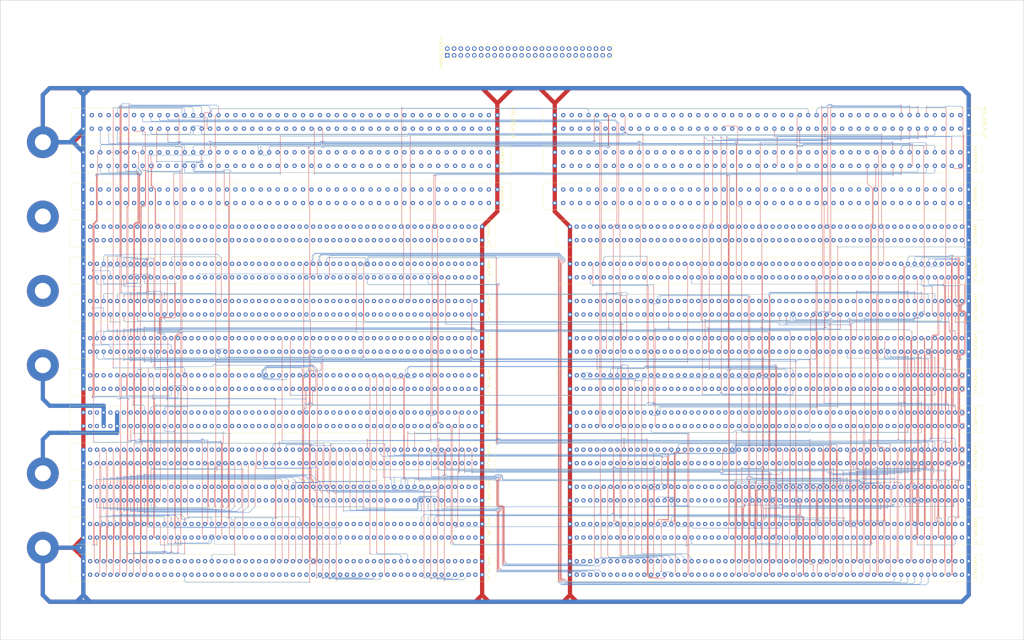
<source format=kicad_pcb>
(kicad_pcb (version 20241229) (generator "pcbnew") (generator_version "9.0")
  (layers (0 "F.Cu" signal "F.SigTop") (4 "In1.Cu" signal "F.Sig.In") (6 "In2.Cu" power "F.GND") (8 "In3.Cu" power "B.GND") (10 "In4.Cu" signal "B.Sig.In") (2 "B.Cu" signal "B.Sig.Top") (13 "F.Paste" user) (15 "B.Paste" user) (5 "F.SilkS" user "F.Silkscreen") (7 "B.SilkS" user "B.Silkscreen") (1 "F.Mask" user) (3 "B.Mask" user) (25 "Edge.Cuts" user))
  (net 0 "")
  (net 1 "A1MBS09*")
  (net 2 "FAE07*")
  (net 3 "A1MBS05*")
  (net 5 "+5V")
  (net 7 "FAE09*")
  (net 9 "A2MBS00*")
  (net 11 "CB19*")
  (net 12 "A1MBS11*")
  (net 14 "FMM05*")
  (net 15 "FMM02*")
  (net 17 "FMM06*")
  (net 18 "FSE10*")
  (net 19 "FSE02*")
  (net 20 "FAE05*")
  (net 21 "DE11*")
  (net 22 "BS2A1")
  (net 23 "FSE01*")
  (net 24 "A2MBS03*")
  (net 26 "A2MBS02*")
  (net 28 "FAM06*")
  (net 29 "FSE09*")
  (net 30 "FMM09*")
  (net 33 "FRCINH*")
  (net 34 "FAE08*")
  (net 37 "GND")
  (net 38 "FAM05*")
  (net 39 "A1MBS07*")
  (net 41 "FAM03*")
  (net 42 "SELA2")
  (net 44 "BS2A2")
  (net 45 "FSE06*")
  (net 47 "FSE03*")
  (net 50 "CB16*")
  (net 51 "PUSHA2")
  (net 52 "DE07*")
  (net 53 "FAE11*")
  (net 55 "FAE04*")
  (net 56 "FSE11*")
  (net 57 "!A1CLK")
  (net 58 "A2MBS01*")
  (net 60 "FMM04*")
  (net 61 "A1MBS00*")
  (net 62 "PUSHA1")
  (net 63 "A1MBS06*")
  (net 65 "FAM07*")
  (net 66 "FMM03*")
  (net 67 "DE09*")
  (net 69 "FSE05*")
  (net 70 "FAM01*")
  (net 71 "DE10*")
  (net 72 "FSE08*")
  (net 73 "A2MBS04*")
  (net 74 "A1MBS02*")
  (net 75 "FMM11*")
  (net 76 "FAM04*")
  (net 77 "FAE03*")
  (net 78 "FAZRO*")
  (net 79 "FAM00*")
  (net 80 "A1MBS08*")
  (net 81 "CB17*")
  (net 83 "FADD*")
  (net 84 "CB15*")
  (net 85 "A1MBS10*")
  (net 86 "FAE02*")
  (net 87 "FAE10*")
  (net 88 "CB18*")
  (net 89 "!FACLK")
  (net 90 "FMM07*")
  (net 91 "FAE06*")
  (net 92 "FSE07*")
  (net 94 "A1MBS03*")
  (net 95 "FMM01*")
  (net 96 "!A2CLK")
  (net 97 "FMM08*")
  (net 99 "FANEG*")
  (net 100 "A1MBS01*")
  (net 101 "FSE04*")
  (net 102 "FAM02*")
  (net 103 "CB14*")
  (net 104 "A1MBS04*")
  (net 105 "DE08*")
  (net 106 "FSE00*")
  (net 108 "FMM00*")
  (net 109 "FMM10*")
  (net 110 "FMM18*")
  (net 112 "FMM22*")
  (net 116 "A1MBS22*")
  (net 117 "FAM16*")
  (net 118 "FAM13*")
  (net 120 "FMM25*")
  (net 121 "A2MBS20*")
  (net 122 "FMM12*")
  (net 123 "FMM13*")
  (net 125 "FAM21*")
  (net 126 "A2MBS13*")
  (net 127 "FAM23*")
  (net 128 "A1MBS20*")
  (net 130 "FMM23*")
  (net 131 "FMM20*")
  (net 133 "A2MBS22*")
  (net 134 "FAM26*")
  (net 135 "A2MBS18*")
  (net 136 "FAM09*")
  (net 138 "A2MBS11*")
  (net 139 "FAM15*")
  (net 144 "FAM17*")
  (net 145 "A2MBS19*")
  (net 146 "FMM19*")
  (net 149 "A1MBS15*")
  (net 150 "A2MBS21*")
  (net 151 "A1MBS12*")
  (net 154 "FMM21*")
  (net 156 "A1MBS16*")
  (net 157 "FMM14*")
  (net 160 "A1MBS13*")
  (net 162 "A2MBS16*")
  (net 165 "FAM24*")
  (net 166 "A1MBS17*")
  (net 167 "A2MBS24*")
  (net 169 "A1MBS25*")
  (net 170 "A1MBS26*")
  (net 172 "FAM19*")
  (net 173 "FAM11*")
  (net 175 "A2MBS26*")
  (net 176 "FAM10*")
  (net 177 "FMM15*")
  (net 179 "A1MBS21*")
  (net 180 "A1MBS19*")
  (net 181 "A1MBS18*")
  (net 182 "A2MBS15*")
  (net 183 "FMM24*")
  (net 184 "A1MBS23*")
  (net 186 "A2MBS27*")
  (net 187 "FAM08*")
  (net 189 "A1MBS24*")
  (net 190 "FAM25*")
  (net 191 "A1MBS27*")
  (net 193 "A2MBS25*")
  (net 195 "FAM27*")
  (net 196 "A2MBS08*")
  (net 197 "FMM27*")
  (net 199 "A2MBS09*")
  (net 203 "A2MBS17*")
  (net 205 "FMM26*")
  (net 206 "A2MBS12*")
  (net 207 "A2MBS14*")
  (net 210 "FAM22*")
  (net 211 "FAM18*")
  (net 213 "A1MBS14*")
  (net 214 "FMM17*")
  (net 215 "FMM16*")
  (net 216 "A2MBS23*")
  (net 217 "A2MBS10*")
  (net 218 "FAM12*")
  (net 219 "FAM14*")
  (net 220 "FAM20*")
  (net 221 "A2EBS04*")
  (net 222 "FME05*")
  (net 223 "YECLKE*")
  (net 224 "DPEBS03*")
  (net 225 "Y2M2")
  (net 226 "M1EBS05*")
  (net 227 "X05")
  (net 228 "A1EBS07*")
  (net 229 "DPEBS02*")
  (net 230 "M1EBS01*")
  (net 231 "MDI02")
  (net 232 "MD02*")
  (net 233 "M2EBS04*")
  (net 234 "XIA")
  (net 235 "MD05*")
  (net 236 "MDCLKE")
  (net 237 "YIA")
  (net 238 "FME06*")
  (net 239 "A2EBS01*")
  (net 240 "M2EBS05*")
  (net 241 "XIB")
  (net 242 "REGACLKE")
  (net 243 "XLMCLKE*")
  (net 244 "M2EBS01*")
  (net 245 "!DPLCLK")
  (net 246 "SAMEX")
  (net 247 "MD03*")
  (net 248 "Y02")
  (net 249 "A2EBS03*")
  (net 250 "!WRTL*")
  (net 251 "MDI05")
  (net 252 "DPEBS07*")
  (net 253 "YLMCLKE*")
  (net 254 "FME07*")
  (net 255 "SAMEY")
  (net 256 "CA3WRT")
  (net 257 "M1EBS04*")
  (net 258 "A1EBS06*")
  (net 259 "REGBCLKE")
  (net 260 "A2EBS05*")
  (net 261 "Y03")
  (net 262 "A1EBS01*")
  (net 263 "X01")
  (net 264 "YIB")
  (net 265 "FME02*")
  (net 266 "MDI00")
  (net 267 "MDI03")
  (net 268 "M2EBS03*")
  (net 269 "X04")
  (net 270 "M1EBS06*")
  (net 271 "M1EBS02*")
  (net 272 "A1EBS02*")
  (net 273 "X03")
  (net 274 "FME01*")
  (net 275 "MIB*")
  (net 276 "DPEBS01*")
  (net 277 "DP2M1")
  (net 278 "FAE01*")
  (net 279 "Y01")
  (net 280 "M1EBS00*")
  (net 281 "A1EBS00*")
  (net 282 "DP2A2E")
  (net 283 "M2EBS02*")
  (net 284 "A2EBS06*")
  (net 285 "A1EBS04*")
  (net 286 "DPEBS05*")
  (net 287 "Y2DP")
  (net 288 "Y04")
  (net 289 "FME03*")
  (net 290 "A2EBS07*")
  (net 291 "A2EBS02*")
  (net 292 "A1EBS05*")
  (net 293 "Y2A1")
  (net 294 "M2EBS07*")
  (net 295 "MDI04")
  (net 296 "MD07*")
  (net 297 "Y2A2")
  (net 298 "Y05")
  (net 299 "FAE00*")
  (net 300 "MIA*")
  (net 301 "DPEBS06*")
  (net 302 "MD00*")
  (net 303 "X02")
  (net 304 "SELMD")
  (net 305 "FME00*")
  (net 306 "M1EBS03*")
  (net 307 "MD01*")
  (net 308 "MDI06")
  (net 309 "A1EBS03*")
  (net 310 "XECLKE*")
  (net 311 "M2EBS00*")
  (net 312 "DPEBS00*")
  (net 313 "M2EBS06*")
  (net 314 "DP2A1")
  (net 315 "A2EBS00*")
  (net 316 "DP2M2")
  (net 317 "DP2DP")
  (net 318 "MDI01")
  (net 319 "MD04*")
  (net 320 "DPEBS04*")
  (net 321 "MDI07")
  (net 322 "DP2A2M")
  (net 323 "MD06*")
  (net 324 "M1EBS07*")
  (net 325 "FME04*")
  (net 326 "Y2M1")
  (net 327 "MD10*")
  (net 328 "MDI08")
  (net 329 "FME11*")
  (net 330 "MD09*")
  (net 331 "DPEBS10*")
  (net 332 "DPMBS26*")
  (net 333 "M2MBS25*")
  (net 334 "MD2M2")
  (net 335 "A2EBS11*")
  (net 336 "MD39*")
  (net 337 "MD32*")
  (net 338 "A1EBS10*")
  (net 339 "M1EBS08*")
  (net 340 "FME10*")
  (net 341 "DPMBS20*")
  (net 342 "MDI39")
  (net 343 "M2MBS27*")
  (net 344 "DPMBS24*")
  (net 345 "M1MBS25*")
  (net 346 "MD11*")
  (net 347 "M1MBS26*")
  (net 348 "DPEBS09*")
  (net 349 "M2MBS20*")
  (net 350 "MDI37")
  (net 351 "MD2DP")
  (net 352 "MDI11")
  (net 353 "FME08*")
  (net 354 "M2MBS24*")
  (net 355 "M1MBS23*")
  (net 356 "A2EBS09*")
  (net 357 "MDI38")
  (net 358 "M2MBS22*")
  (net 359 "M2EBS11*")
  (net 360 "M1MBS27*")
  (net 361 "DPEBS11*")
  (net 362 "MDI32")
  (net 363 "M2MBS23*")
  (net 364 "MDI35")
  (net 365 "DPEBS08*")
  (net 366 "MDI09")
  (net 367 "M1EBS09*")
  (net 368 "A2EBS10*")
  (net 369 "DPMBS25*")
  (net 370 "MDI33")
  (net 371 "MD33*")
  (net 372 "MD35*")
  (net 373 "MD36*")
  (net 374 "A1EBS11*")
  (net 375 "M2EBS08*")
  (net 376 "M1MBS24*")
  (net 377 "MD37*")
  (net 378 "DPMBS22*")
  (net 379 "M2EBS10*")
  (net 380 "DPMBS21*")
  (net 381 "M2EBS09*")
  (net 382 "MD08*")
  (net 383 "A1EBS08*")
  (net 384 "M1MBS21*")
  (net 385 "FME09*")
  (net 386 "A1EBS09*")
  (net 387 "SELREGB")
  (net 388 "DPMBS27*")
  (net 389 "M2MBS26*")
  (net 390 "MDI34")
  (net 391 "M1MBS20*")
  (net 392 "M1MBS22*")
  (net 393 "A2EBS08*")
  (net 394 "M1EBS10*")
  (net 395 "M2MBS21*")
  (net 396 "MD34*")
  (net 397 "MDI36")
  (net 398 "MDI10")
  (net 399 "MD38*")
  (net 400 "M1EBS11*")
  (net 401 "MD2A2")
  (net 402 "DPMBS04*")
  (net 403 "MDI16")
  (net 404 "DPMBS02*")
  (net 405 "M1MBS04*")
  (net 406 "DPMBS00*")
  (net 407 "M1MBS06*")
  (net 408 "XHMCLKE*")
  (net 409 "A2MBS06*")
  (net 410 "MD16*")
  (net 411 "YHMCLKE*")
  (net 412 "M1MBS07*")
  (net 413 "M1MBS05*")
  (net 414 "M1MBS02*")
  (net 415 "M1MBS00*")
  (net 416 "M2MBS04*")
  (net 417 "M2MBS02*")
  (net 418 "DPMBS05*")
  (net 419 "M2MBS05*")
  (net 420 "MDI13")
  (net 421 "DPMBS03*")
  (net 422 "!WRTR*")
  (net 423 "!DPRCLK")
  (net 424 "MD17*")
  (net 425 "DPMBS07*")
  (net 426 "MDI14")
  (net 427 "MD14*")
  (net 428 "M2MBS03*")
  (net 429 "M2MBS01*")
  (net 430 "MDI19")
  (net 431 "M2MBS06*")
  (net 432 "M2MBS00*")
  (net 433 "MD18*")
  (net 434 "MD15*")
  (net 435 "MD19*")
  (net 436 "M2MBS07*")
  (net 437 "MDI15")
  (net 438 "MD12*")
  (net 439 "M1MBS03*")
  (net 440 "A2MBS05*")
  (net 441 "DPMBS01*")
  (net 442 "MDI17")
  (net 443 "MD13*")
  (net 444 "DPMBS06*")
  (net 445 "A2MBS07*")
  (net 446 "M1MBS01*")
  (net 447 "MDI18")
  (net 448 "MDI12")
  (net 449 "MDI21")
  (net 450 "M2MBS10*")
  (net 451 "MDI26")
  (net 452 "MDI30")
  (net 453 "M2MBS12*")
  (net 454 "M1MBS17*")
  (net 455 "MD21*")
  (net 456 "M2MBS09*")
  (net 457 "MD23*")
  (net 458 "MDI23")
  (net 459 "DPMBS09*")
  (net 460 "M1MBS13*")
  (net 461 "DPMBS08*")
  (net 462 "M2MBS15*")
  (net 463 "M1MBS08*")
  (net 464 "DPMBS12*")
  (net 465 "DPMBS14*")
  (net 466 "MD24*")
  (net 467 "MD25*")
  (net 468 "M2MBS14*")
  (net 469 "MD20*")
  (net 470 "M1MBS15*")
  (net 471 "M2MBS11*")
  (net 472 "MD31*")
  (net 473 "M1MBS19*")
  (net 474 "DPMBS19*")
  (net 475 "MD22*")
  (net 476 "DPMBS13*")
  (net 477 "M2MBS08*")
  (net 478 "MD29*")
  (net 479 "MD30*")
  (net 480 "M1MBS09*")
  (net 481 "MDI20")
  (net 482 "M2MBS18*")
  (net 483 "MDI25")
  (net 484 "M1MBS11*")
  (net 485 "MD27*")
  (net 486 "DPMBS15*")
  (net 487 "MDI31")
  (net 488 "MDI29")
  (net 489 "MDI22")
  (net 490 "M2MBS16*")
  (net 491 "M2MBS17*")
  (net 492 "M1MBS16*")
  (net 493 "M2MBS19*")
  (net 494 "MDI28")
  (net 495 "MD28*")
  (net 496 "DPMBS17*")
  (net 497 "M2MBS13*")
  (net 498 "M1MBS18*")
  (net 499 "M1MBS10*")
  (net 500 "MDI27")
  (net 501 "M1MBS12*")
  (net 502 "DPMBS11*")
  (net 503 "DPMBS10*")
  (net 504 "DPMBS18*")
  (net 505 "MD26*")
  (net 506 "MDI24")
  (net 507 "M1MBS14*")
  (net 508 "PNL2PSA*")
  (net 509 "OUT*")
  (net 510 "STA2PNL")
  (net 511 "CBCLKE*")
  (net 512 "PNL2DBL*")
  (net 513 "PNL08*")
  (net 514 "IOACK*")
  (net 515 "!CBCLK1")
  (net 516 "MDUSE*")
  (net 517 "!MCLK")
  (net 518 "PNL03*")
  (net 519 "PNL2DP")
  (net 520 "PSZIP*")
  (net 521 "377LD*")
  (net 522 "ABORT*")
  (net 523 "INTEN")
  (net 524 "SNSA")
  (net 525 "DBLSW*")
  (net 526 "SPA2PNL")
  (net 527 "!FMCLK")
  (net 528 "LDOMA*")
  (net 529 "TMA2PNL")
  (net 530 "PSL2DP")
  (net 531 "PAUSE1*")
  (net 532 "MD3BSY")
  (net 533 "PNL15*")
  (net 534 "HD2DP")
  (net 535 "PNL00*")
  (net 536 "PHALT*")
  (net 537 "PNL11*")
  (net 538 "LDSR*")
  (net 539 "USEPSA*")
  (net 540 "TSPIN")
  (net 541 "!T75")
  (net 542 "!HRSET*")
  (net 543 "PNL14*")
  (net 544 "IONTA")
  (net 545 "TRIGQ*")
  (net 546 "INTA")
  (net 547 "!SPCLK")
  (net 548 "DA2PNL")
  (net 549 "PNL07*")
  (net 550 "PNL10*")
  (net 551 "EX2PNL*")
  (net 552 "PNL02*")
  (net 553 "!WRT*")
  (net 554 "IODRDYQ")
  (net 555 "!CBCLK2")
  (net 556 "RDOMA*")
  (net 557 "FLAG0")
  (net 558 "PNL04*")
  (net 559 "RUN*")
  (net 560 "MDCR3*")
  (net 561 "MA=SUP*")
  (net 562 "377IN*")
  (net 563 "SR2HD*")
  (net 564 "IN")
  (net 565 "PNL09*")
  (net 566 "SP2ADDR")
  (net 567 "SPD2PNL")
  (net 568 "PNL13*")
  (net 569 "MD3REJ")
  (net 570 "PNL06*")
  (net 571 "!TMCLK")
  (net 572 "SPIN*")
  (net 573 "LDFN*")
  (net 574 "WRTHM")
  (net 575 "USEPNL*")
  (net 576 "SNSB")
  (net 577 "!IOCLK")
  (net 578 "PNL12*")
  (net 579 "FMUL*")
  (net 580 "FLAG3")
  (net 581 "PSH2DP")
  (net 582 "PSACLKE*")
  (net 583 "INTR1*")
  (net 584 "MA2PNL")
  (net 585 "PNL2MD*")
  (net 586 "WRTEXP")
  (net 587 "INTU*")
  (net 588 "PNL01*")
  (net 589 "DALD*")
  (net 590 "INTIND")
  (net 591 "FLAG1")
  (net 592 "IORST*")
  (net 593 "TM2PNL")
  (net 594 "FLAG2")
  (net 595 "SETATMA*")
  (net 596 "WRTLM")
  (net 597 "PNL05*")
  (net 598 "DP2IO*")
  (net 599 "PSA2PNL")
  (net 600 "PS03*")
  (net 601 "PS59*")
  (net 602 "PS09*")
  (net 603 "IN100")
  (net 604 "PS21*")
  (net 605 "PS56*")
  (net 606 "HD01")
  (net 607 "PS0WRT")
  (net 608 "PS15*")
  (net 609 "PS07*B")
  (net 610 "HD08")
  (net 611 "PS22*")
  (net 612 "PS38*")
  (net 613 "PS57*")
  (net 614 "DPA2PNL*")
  (net 615 "PS16*")
  (net 616 "HD06")
  (net 617 "HD07")
  (net 618 "SPEC*")
  (net 619 "HD12")
  (net 620 "HD04")
  (net 621 "HD05")
  (net 622 "PS11*")
  (net 623 "FN2HD*")
  (net 624 "EXTCLK{408}")
  (net 625 "PS08*")
  (net 626 "TM2A1")
  (net 627 "HD09")
  (net 628 "PS06*")
  (net 629 "PS1WRT")
  (net 630 "PS13*")
  (net 631 "EXTNT")
  (net 632 "REFSYNC*")
  (net 633 "PS63*")
  (net 634 "PS12*")
  (net 635 "PS35*")
  (net 636 "PNL2MA*")
  (net 637 "HD13")
  (net 638 "DPMBS23*")
  (net 639 "PS2WRT")
  (net 640 "DPMBS16*")
  (net 641 "PS17*")
  (net 642 "HD02")
  (net 643 "HD00")
  (net 644 "CB2A2M*")
  (net 645 "CB2A2E*")
  (net 646 "HD03")
  (net 647 "HD14")
  (net 648 "PS10*")
  (net 649 "PS3WRT")
  (net 650 "LT2HD*")
  (net 651 "PS19*")
  (net 652 "PS61*")
  (net 653 "PS18*")
  (net 654 "HD11")
  (net 655 "CB2A1E*")
  (net 656 "HD15")
  (net 657 "HD10")
  (net 658 "PS36*")
  (net 659 "376LD*")
  (net 660 "PS33*")
  (net 661 "PNL2TMA*")
  (net 662 "PS20*")
  (net 663 "PS37*")
  (net 664 "376IN*")
  (net 665 "USECB*")
  (net 666 "INT2A1E*")
  (net 667 "RTM*")
  (net 668 "PS14*")
  (net 672 "CTLCLK")
  (net 674 "B0CLK")
  (net 675 "DA11*")
  (net 676 "BUSD13*")
  (net 677 "BUSA17*")
  (net 678 "MDCA1")
  (net 680 "UNFL*")
  (net 681 "BUSBBSY*")
  (net 682 "DMA02*")
  (net 683 "DCHO01*")
  (net 684 "DA13*")
  (net 685 "DMA00*")
  (net 686 "DA15*")
  (net 688 "BUSA14*")
  (net 689 "DMA03*")
  (net 690 "BUSD14*")
  (net 692 "OVFL*")
  (net 695 "BUSA13*")
  (net 696 "BUF2CLK")
  (net 698 "MDCR1Q*")
  (net 699 "BUSNPGIN")
  (net 704 "BUSA15*")
  (net 705 "BUSD12*")
  (net 709 "DA08*")
  (net 710 "INTR*")
  (net 711 "DA14*")
  (net 712 "INTPOUT")
  (net 713 "DA12*")
  (net 714 "DA09*")
  (net 715 "BUSBGIN")
  (net 716 "INTPIN")
  (net 718 "BUSA16*")
  (net 720 "HINTIND")
  (net 721 "BUSD15*")
  (net 723 "DA10*")
  (net 725 "MDWRT*")
  (net 726 "B2MDI")
  (net 728 "IODRDY*")
  (net 729 "B2CLK")
  (net 730 "BUSD02*")
  (net 731 "PWFAIL*")
  (net 732 "DMA11*")
  (net 733 "DMA07*")
  (net 734 "BL2HD")
  (net 735 "DMA10*")
  (net 736 "BUSA12*")
  (net 737 "BUSINTR*")
  (net 738 "BUSD10*")
  (net 739 "DMA13*")
  (net 740 "DMA12*")
  (net 741 "INT06*")
  (net 742 "DMA08*")
  (net 743 "BUSINIT*")
  (net 744 "BUSSSYN*")
  (net 745 "BH2HD")
  (net 746 "BUSBGOUT")
  (net 747 "DMA05*")
  (net 748 "BUSNPGOUT")
  (net 749 "DMA09*")
  (net 750 "BUSD11*")
  (net 751 "DMA15*")
  (net 753 "BUSC01*")
  (net 755 "BUSA02*")
  (net 756 "BUSA11*")
  (net 757 "BUSA03*")
  (net 758 "BUSD09*")
  (net 759 "BUSMSYN*")
  (net 760 "BUSD00*")
  (net 761 "DMA06*")
  (net 762 "HADRCLK*")
  (net 763 "BUSA01*")
  (net 764 "INT07*")
  (net 765 "BUSA09*")
  (net 766 "BUSSACK*")
  (net 767 "I+H14")
  (net 768 "BUSA05*")
  (net 769 "BUSD06*")
  (net 771 "HADR2HD*")
  (net 772 "BUSD05*")
  (net 773 "BUSA10*")
  (net 774 "I+H09")
  (net 775 "BUSBR*")
  (net 776 "BUSNPR*")
  (net 777 "BUSA08*")
  (net 779 "I+H10")
  (net 781 "BUSA06*")
  (net 782 "DMAIND")
  (net 783 "BUSA04*")
  (net 784 "BUSD03*")
  (net 785 "BUSA07*")
  (net 786 "BUSD04*")
  (net 787 "BUSD08*")
  (net 788 "RUNIND")
  (net 789 "DMA04*")
  (net 790 "I+H13")
  (net 791 "BUSD01*")
  (net 792 "DMA14*")
  (net 793 "BUSD07*")
  (net 794 "SP+DP03*")
  (net 795 "SP+DP07*")
  (net 796 "SP+DP15*")
  (net 797 "SP+DP10*")
  (net 798 "FAOVF*")
  (net 799 "SP2DP")
  (net 801 "SP+DP12*")
  (net 802 "PSABD")
  (net 806 "LD0MA*")
  (net 807 "SP+DP04*")
  (net 808 "SP+DP13*")
  (net 809 "SP+DP09*")
  (net 810 "FMUNF*")
  (net 811 "SP+DP00*")
  (net 812 "SP+DP06*")
  (net 814 "FMOVF*")
  (net 815 "SP+DP08*")
  (net 816 "SP+DP11*")
  (net 817 "SP+DP14*")
  (net 818 "IFFTQ")
  (net 819 "SP+DP02*")
  (net 820 "CPUIN*")
  (net 821 "SP+DP01*")
  (net 823 "FAUNF*")
  (net 824 "SP+DP05*")
  (net 825 "FFTQ")
  (net 826 "TST")
  (net 827 "PSA14*")
  (net 828 "TST2")
  (net 829 "PSACD")
  (net 830 "PSA15*")
  (net 831 "INTOP")
  (net 832 "MALD*A")
  (net 833 "PSAAD")
  (net 834 "DPALD*A")
  (net 835 "PS26*A")
  (net 836 "PSA12*")
  (net 837 "RBUEQ*")
  (net 838 "PSA10*")
  (net 839 "EXIB")
  (net 840 "TST3")
  (net 842 "PSA08*")
  (net 843 "IOINTR*")
  (net 844 "PSA11*")
  (net 846 "SRAOVD")
  (net 847 "PSA05*")
  (net 849 "EXIA")
  (net 850 "EXINT")
  (net 851 "SRADEC")
  (net 852 "PS25*A")
  (net 853 "TST1")
  (net 854 "SRSWE*")
  (net 855 "PSA06*")
  (net 856 "PSA07*")
  (net 857 "INCCIN*")
  (net 858 "NOP*")
  (net 859 "WDPI")
  (net 860 "SRAINC")
  (net 861 "PSA04*")
  (net 862 "PN2DBL*")
  (net 863 "PSA09*")
  (net 864 "TMALD*A")
  (net 866 "PSA13*")
  (net 867 "PS24*A")
  (net 869 "TMA06")
  (net 870 "TMINH")
  (net 871 "TMA14")
  (net 872 "TMA11")
  (net 873 "TMA10")
  (net 874 "TMA15")
  (net 875 "TMA07")
  (net 876 "TMA04")
  (net 878 "DPALD*")
  (net 880 "TMA03")
  (net 881 "TMA05")
  (net 882 "TMA00")
  (net 883 "TMA02")
  (net 884 "TMA12")
  (net 885 "TMA01")
  (net 886 "TMNEG")
  (net 887 "TM2DP")
  (net 888 "TMA09")
  (net 889 "TMA08")
  (net 891 "TMA13")
  (net 892 "RBUFQ")
  (net 896 "TMREGE")
  (net 897 "NEWINS2")
  (net 899 "MDWRT3")
  (net 902 "NEWINS3")
  (net 904 "MAINC*")
  (net 905 "BS2M2")
  (net 906 "NEWINS1")
  (net 907 "BMD2M2")
  (net 908 "BS2M1")
  (net 910 "MACE*")
  (net 911 "TM2M1")
  (net 912 "BPPENB*")
  (net 914 "MALD*")
  (net 917 "PS62*")
  (net 918 "MA(-2)*")
  (net 919 "DMA01*")
  (net 920 "MDCR2*")
  (net 921 "MA12*")
  (net 922 "DCHO02*")
  (net 923 "MA11*")
  (net 925 "DMAESA")
  (net 926 "MDINA*")
  (net 927 "MA05*")
  (net 928 "MA00*")
  (net 929 "MA(-3)*")
  (net 930 "MDCA0")
  (net 931 "MDLMAN")
  (net 932 "MA04*")
  (net 934 "MA01*")
  (net 935 "MA(-1)*")
  (net 936 "MA15*")
  (net 937 "MA08*")
  (net 938 "MA14*")
  (net 939 "MA10*")
  (net 941 "MA03*")
  (net 942 "MAESA")
  (net 943 "MDCA2")
  (net 945 "MA07*")
  (net 946 "MA13*")
  (net 947 "MA06*")
  (net 948 "MA02*")
  (net 949 "MA09*")
  (net 950 "MA(-4)*")
  (net 951 "MDHMAN")
  (net 952 "MDEXP")
  (net 958 "-5V")
  (net 979 "+12V")
  (net 987 "BTMA05")
  (net 988 "TM02*")
  (net 991 "BTMA15")
  (net 992 "BTMA04")
  (net 993 "BTMA12")
  (net 994 "BTMA01")
  (net 995 "BTMA14")
  (net 997 "TM04*")
  (net 998 "BTMA11")
  (net 999 "BTMA07")
  (net 1000 "TM06*")
  (net 1001 "BTMA03")
  (net 1002 "BTMA00")
  (net 1003 "BTMA10")
  (net 1004 "BTMA02")
  (net 1005 "TM05*")
  (net 1007 "TM07*")
  (net 1008 "BTMA06")
  (net 1009 "BTMA13")
  (net 1011 "BTMA08")
  (net 1012 "TM03*")
  (net 1013 "BTMA09")
  (net 1014 "TM19*")
  (net 1015 "TM28*")
  (net 1016 "TM37*")
  (net 1018 "TM20*")
  (net 1019 "TM14*")
  (net 1020 "TM10*")
  (net 1021 "TM32*")
  (net 1022 "TM34*")
  (net 1025 "TM38*")
  (net 1026 "TM23*")
  (net 1028 "TM31*")
  (net 1029 "TM26*")
  (net 1031 "TM12*")
  (net 1032 "TM25*")
  (net 1034 "TM17*")
  (net 1035 "TM35*")
  (net 1036 "TM16*")
  (net 1037 "TM08*")
  (net 1038 "TM36*")
  (net 1041 "TM24*")
  (net 1043 "TM21*")
  (net 1044 "TM39*")
  (net 1045 "TM13*")
  (net 1046 "TM18*")
  (net 1048 "TM11*")
  (net 1049 "TM33*")
  (net 1050 "TM15*")
  (net 1052 "TM27*")
  (net 1053 "TM22*")
  (net 1054 "TM29*")
  (net 1056 "TM30*")
  (net 1057 "TM09*")
  (net 1060 "SCIN")
  (net 1070 "!MICLK")
  (net 1074 "HD04A")
  (net 1075 "HD06B")
  (net 1077 "HD00A")
  (net 1079 "HD01A")
  (net 1080 "HD04B")
  (net 1082 "HD08B")
  (net 1084 "HD03A")
  (net 1087 "HD05A")
  (net 1089 "HD02A")
  (net 1090 "HD05B")
  (net 1091 "HD07A")
  (net 1092 "HD06A")
  (net 1093 "CTCLK")
  (net 1094 "B2IO")
  (net 1097 "RPDP")
  (net 1100 "HD07B")
  (net 1101 "HD10A")
  (net 1104 "HD14A")
  (net 1105 "HD12A")
  (net 1106 "HD11A")
  (net 1108 "HD08A")
  (net 1109 "HD09A")
  (net 1110 "HD13A")
  (net 1111 "HD15A")
  (footprint "User:100pin_Edge_Connector" (layer "F.Cu") (at 546.1 450.85 -90)
    (property "Reference" "4429_FMT_J1" (hide yes))
    (property "Value" "Conn_02x50_100pin" (hide yes))
  )
  (footprint "Connector_PinHeader_2.54mm:PinHeader_2x25_P2.54mm_Vertical" (layer "F.Cu") (at 350.139 414.401 90)
    (property "Reference" "UNIBUS_XFER_J1")
    (property "Value" "Conn_02x25_Odd_Even")
  )
  (footprint "User:120pin_Edge_Connector" (layer "F.Cu") (at 363.22 534.67 -90)
    (property "Reference" "4425_TM_J2" (hide yes))
    (property "Value" "Conn_02x60_120pin" (hide yes))
  )
  (footprint "User:120pin_Edge_Connector" (layer "F.Cu") (at 363.22 604.52 -90)
    (property "Reference" "4401_FA_J2" (hide yes))
    (property "Value" "Conn_02x60_120pin" (hide yes))
  )
  (footprint "User:120pin_Edge_Connector" (layer "F.Cu") (at 546.1 506.73 -90)
    (property "Reference" "4422_P1_J3" (hide yes))
    (property "Value" "Conn_02x60_120pin" (hide yes))
  )
  (footprint "User:120pin_Edge_Connector" (layer "F.Cu") (at 363.22 576.58 -90)
    (property "Reference" "4402_DPR_J2" (hide yes))
    (property "Value" "Conn_02x60_120pin" (hide yes))
  )
  (footprint "User:120pin_Edge_Connector" (layer "F.Cu") (at 546.1 576.58 -90)
    (property "Reference" "4402_DPR_J1" (hide yes))
    (property "Value" "Conn_02x60_120pin" (hide yes))
  )
  (footprint "User:120pin_Edge_Connector" (layer "F.Cu") (at 546.1 478.79 -90)
    (property "Reference" "Spare1_J1" (hide yes))
    (property "Value" "Conn_02x60_120pin" (hide yes))
  )
  (footprint "User:120pin_Edge_Connector" (layer "F.Cu") (at 363.22 492.76 -90)
    (property "Reference" "4408_P3_J2" (hide yes))
    (property "Value" "Conn_02x60_120pin" (hide yes))
  )
  (footprint "User:100pin_Edge_Connector" (layer "F.Cu") (at 546.1 436.88 -90)
    (property "Reference" "4421_PDP_IF_J1" (hide yes))
    (property "Value" "Conn_02x50_100pin" (hide yes))
  )
  (footprint "User:120pin_Edge_Connector" (layer "F.Cu") (at 546.1 534.67 -90)
    (property "Reference" "4425_TM_J1" (hide yes))
    (property "Value" "Conn_02x60_120pin" (hide yes))
  )
  (footprint "User:120pin_Edge_Connector" (layer "F.Cu") (at 546.1 604.52 -90)
    (property "Reference" "4401_FA_J1" (hide yes))
    (property "Value" "Conn_02x60_120pin" (hide yes))
  )
  (footprint "User:100pin_Edge_Connector" (layer "F.Cu") (at 368.935 464.82 -90)
    (property "Reference" "Spare2_J4" (hide yes))
    (property "Value" "Conn_02x50_100pin" (hide yes))
  )
  (footprint "User:120pin_Edge_Connector" (layer "F.Cu") (at 363.22 520.7 -90)
    (property "Reference" "4423_P2_J2" (hide yes))
    (property "Value" "Conn_02x60_120pin" (hide yes))
  )
  (footprint "User:120pin_Edge_Connector" (layer "F.Cu") (at 363.22 478.79 -90)
    (property "Reference" "Spare1_J2" (hide yes))
    (property "Value" "Conn_02x60_120pin" (hide yes))
  )
  (footprint "User:120pin_Edge_Connector" (layer "F.Cu") (at 363.22 548.64 -90)
    (property "Reference" "4424_MD_J2" (hide yes))
    (property "Value" "Conn_02x60_120pin" (hide yes))
  )
  (footprint "User:100pin_Edge_Connector" (layer "F.Cu") (at 546.1 464.82 -90)
    (property "Reference" "Spare2_J3" (hide yes))
    (property "Value" "Conn_02x50_100pin" (hide yes))
  )
  (footprint "User:120pin_Edge_Connector" (layer "F.Cu") (at 363.22 562.61 -90)
    (property "Reference" "4426_FM_J2" (hide yes))
    (property "Value" "Conn_02x60_120pin" (hide yes))
  )
  (footprint "User:120pin_Edge_Connector" (layer "F.Cu") (at 546.1 548.64 -90)
    (property "Reference" "4424_MD_J1" (hide yes))
    (property "Value" "Conn_02x60_120pin" (hide yes))
  )
  (footprint "User:100pin_Edge_Connector" (layer "F.Cu") (at 368.935 450.85 -90)
    (property "Reference" "4429_FMT_J2" (hide yes))
    (property "Value" "Conn_02x50_100pin" (hide yes))
  )
  (footprint "User:120pin_Edge_Connector" (layer "F.Cu") (at 363.22 506.73 -90)
    (property "Reference" "4422_P1_J4" (hide yes))
    (property "Value" "Conn_02x60_120pin" (hide yes))
  )
  (footprint "User:120pin_Edge_Connector" (layer "F.Cu") (at 546.1 520.7 -90)
    (property "Reference" "4423_P2_J1" (hide yes))
    (property "Value" "Conn_02x60_120pin" (hide yes))
  )
  (footprint "User:120pin_Edge_Connector" (layer "F.Cu") (at 546.1 492.76 -90)
    (property "Reference" "4408_P3_J1" (hide yes))
    (property "Value" "Conn_02x60_120pin" (hide yes))
  )
  (footprint "User:120pin_Edge_Connector" (layer "F.Cu") (at 546.1 562.61 -90)
    (property "Reference" "4426_FM_J1" (hide yes))
    (property "Value" "Conn_02x60_120pin" (hide yes))
  )
  (footprint "User:100pin_Edge_Connector" (layer "F.Cu") (at 368.935 436.88 -90)
    (property "Reference" "4421_PDP_IF_J2" (hide yes))
    (property "Value" "Conn_02x50_100pin" (hide yes))
  )
  (footprint "User:120pin_Edge_Connector" (layer "F.Cu") (at 546.1 590.55 -90)
    (property "Reference" "4402_DPL_J1" (hide yes))
    (property "Value" "Conn_02x60_120pin" (hide yes))
  )
  (footprint "User:120pin_Edge_Connector" (layer "F.Cu") (at 363.22 590.55 -90)
    (property "Reference" "4402_DPL_J2" (hide yes))
    (property "Value" "Conn_02x60_120pin" (hide yes))
  )
  (gr_rect (start 182.118 393.7) (end 566.801 634.111) (stroke (width 0.2)) (fill no) (layer "Edge.Cuts"))
  (via (at 198.12 474.98) (size 12) (drill 6) (layers "F.Cu" "B.Cu") (net 0))
  (via (at 198.12 502.92) (size 12) (drill 6) (layers "F.Cu" "B.Cu") (net 0))
  (segment (start 371.094 605.536) (end 371.348 605.79) (width 0.127) (layer "F.Cu") (net 1))
  (segment (start 369.189 573.532) (end 369.189 573.913) (width 0.127) (layer "F.Cu") (net 1))
  (segment (start 333.756 535.813) (end 333.629 535.686) (width 0.127) (layer "F.Cu") (net 1))
  (segment (start 371.094 584.454) (end 371.094 605.536) (width 0.127) (layer "F.Cu") (net 1))
  (segment (start 333.629 535.686) (end 330.2 535.686) (width 0.127) (layer "F.Cu") (net 1))
  (segment (start 368.935 574.167) (end 368.935 583.565) (width 0.127) (layer "F.Cu") (net 1))
  (segment (start 370.713 584.073) (end 371.094 584.454) (width 0.127) (layer "F.Cu") (net 1))
  (segment (start 369.189 573.913) (end 368.935 574.167) (width 0.127) (layer "F.Cu") (net 1))
  (segment (start 369.443 584.073) (end 370.713 584.073) (width 0.127) (layer "F.Cu") (net 1))
  (segment (start 330.2 535.686) (end 330.2 534.67) (width 0.127) (layer "F.Cu") (net 1))
  (segment (start 368.935 583.565) (end 369.443 584.073) (width 0.127) (layer "F.Cu") (net 1))
  (segment (start 333.756 573.786) (end 333.756 535.813) (width 0.127) (layer "F.Cu") (net 1))
  (via (at 371.348 605.79) (size 0.4) (drill 0.3) (layers "F.Cu" "B.Cu") (net 1))
  (via (at 333.756 573.786) (size 0.4) (drill 0.3) (layers "F.Cu" "B.Cu") (net 1))
  (via (at 369.189 573.532) (size 0.4) (drill 0.3) (layers "F.Cu" "B.Cu") (net 1))
  (segment (start 369.189 573.532) (end 368.935 573.278) (width 0.127) (layer "B.Cu") (net 1))
  (segment (start 368.3 573.532) (end 335.661 573.532) (width 0.127) (layer "B.Cu") (net 1))
  (segment (start 334.899 573.532) (end 335.28 573.913) (width 0.127) (layer "B.Cu") (net 1))
  (segment (start 404.876 606.044) (end 406.4 604.52) (width 0.127) (layer "B.Cu") (net 1))
  (segment (start 371.602 606.044) (end 404.876 606.044) (width 0.127) (layer "B.Cu") (net 1))
  (segment (start 334.01 573.532) (end 334.899 573.532) (width 0.127) (layer "B.Cu") (net 1))
  (segment (start 368.935 573.278) (end 368.554 573.278) (width 0.127) (layer "B.Cu") (net 1))
  (segment (start 335.661 573.532) (end 335.28 573.913) (width 0.127) (layer "B.Cu") (net 1))
  (segment (start 371.348 605.79) (end 371.602 606.044) (width 0.127) (layer "B.Cu") (net 1))
  (segment (start 333.756 573.786) (end 334.01 573.532) (width 0.127) (layer "B.Cu") (net 1))
  (segment (start 335.28 573.913) (end 335.28 576.58) (width 0.127) (layer "B.Cu") (net 1))
  (segment (start 368.554 573.278) (end 368.3 573.532) (width 0.127) (layer "B.Cu") (net 1))
  (segment (start 427.736 564.134) (end 427.736 590.55) (width 0.127) (layer "F.Cu") (net 2))
  (segment (start 491.363 605.536) (end 491.49 605.409) (width 0.127) (layer "F.Cu") (net 2))
  (segment (start 489.204 605.663) (end 489.331 605.536) (width 0.127) (layer "F.Cu") (net 2))
  (segment (start 490.22 609.6) (end 489.204 609.6) (width 0.127) (layer "F.Cu") (net 2))
  (segment (start 489.204 609.6) (end 489.204 605.663) (width 0.127) (layer "F.Cu") (net 2))
  (segment (start 427.736 590.55) (end 426.72 590.55) (width 0.127) (layer "F.Cu") (net 2))
  (segment (start 427.482 563.88) (end 427.736 564.134) (width 0.127) (layer "F.Cu") (net 2))
  (segment (start 491.49 605.409) (end 491.49 561.467) (width 0.127) (layer "F.Cu") (net 2))
  (segment (start 489.331 605.536) (end 491.363 605.536) (width 0.127) (layer "F.Cu") (net 2))
  (via (at 491.49 561.467) (size 0.4) (drill 0.3) (layers "F.Cu" "B.Cu") (net 2))
  (via (at 427.482 563.88) (size 0.4) (drill 0.3) (layers "F.Cu" "B.Cu") (net 2))
  (segment (start 491.49 561.467) (end 491.236 561.213) (width 0.127) (layer "B.Cu") (net 2))
  (segment (start 458.724 563.499) (end 458.089 564.134) (width 0.127) (layer "B.Cu") (net 2))
  (segment (start 458.851 561.213) (end 458.724 561.34) (width 0.127) (layer "B.Cu") (net 2))
  (segment (start 458.089 564.134) (end 432.181 564.134) (width 0.127) (layer "B.Cu") (net 2))
  (segment (start 431.673 563.88) (end 431.8 563.753) (width 0.127) (layer "B.Cu") (net 2))
  (segment (start 458.724 561.34) (end 458.724 563.499) (width 0.127) (layer "B.Cu") (net 2))
  (segment (start 491.236 561.213) (end 458.851 561.213) (width 0.127) (layer "B.Cu") (net 2))
  (segment (start 431.8 563.753) (end 431.8 562.61) (width 0.127) (layer "B.Cu") (net 2))
  (segment (start 427.482 563.88) (end 431.673 563.88) (width 0.127) (layer "B.Cu") (net 2))
  (segment (start 432.181 564.134) (end 431.8 563.753) (width 0.127) (layer "B.Cu") (net 2))
  (segment (start 420.624 576.58) (end 420.624 536.702) (width 0.127) (layer "F.Cu") (net 3))
  (segment (start 420.624 536.702) (end 421.132 536.194) (width 0.127) (layer "F.Cu") (net 3))
  (segment (start 420.624 601.726) (end 420.624 576.58) (width 0.127) (layer "F.Cu") (net 3))
  (segment (start 420.624 576.58) (end 421.64 576.58) (width 0.127) (layer "F.Cu") (net 3))
  (via (at 421.132 536.194) (size 0.4) (drill 0.3) (layers "F.Cu" "B.Cu") (net 3))
  (via (at 420.624 601.726) (size 0.4) (drill 0.3) (layers "F.Cu" "B.Cu") (net 3))
  (segment (start 421.132 536.194) (end 420.878 535.94) (width 0.127) (layer "B.Cu") (net 3))
  (segment (start 439.42 603.504) (end 439.42 604.52) (width 0.127) (layer "B.Cu") (net 3))
  (segment (start 401.32 535.94) (end 401.32 534.67) (width 0.127) (layer "B.Cu") (net 3))
  (segment (start 437.896 601.98) (end 439.42 603.504) (width 0.127) (layer "B.Cu") (net 3))
  (segment (start 420.878 601.98) (end 437.896 601.98) (width 0.127) (layer "B.Cu") (net 3))
  (segment (start 420.878 535.94) (end 401.32 535.94) (width 0.127) (layer "B.Cu") (net 3))
  (segment (start 420.624 601.726) (end 420.878 601.98) (width 0.127) (layer "B.Cu") (net 3))
  (segment (start 546.1 436.88) (end 546.1 609.6) (width 1.6) (layer "F.Cu") (net 5))
  (segment (start 368.935 436.88) (end 368.935 469.9) (width 1.6) (layer "F.Cu") (net 5))
  (segment (start 200.66 619.76) (end 210.82 619.76) (width 1.6) (layer "F.Cu") (net 5))
  (segment (start 213.36 429.26) (end 210.82 426.72) (width 1.6) (layer "F.Cu") (net 5))
  (segment (start 363.22 478.79) (end 368.935 473.075) (width 1.6) (layer "F.Cu") (net 5))
  (segment (start 198.12 599.44) (end 198.12 617.22) (width 1.6) (layer "F.Cu") (net 5))
  (segment (start 396.24 609.6) (end 396.24 478.79) (width 1.6) (layer "F.Cu") (net 5))
  (segment (start 390.525 473.075) (end 390.525 469.9) (width 1.6) (layer "F.Cu") (net 5))
  (segment (start 198.12 617.22) (end 200.66 619.76) (width 1.6) (layer "F.Cu") (net 5))
  (segment (start 209.55 599.44) (end 213.36 603.25) (width 1.6) (layer "F.Cu") (net 5))
  (segment (start 363.22 617.22) (end 363.22 609.6) (width 1.6) (layer "F.Cu") (net 5))
  (segment (start 213.36 603.25) (end 213.36 604.52) (width 1.6) (layer "F.Cu") (net 5))
  (segment (start 209.55 599.44) (end 213.36 595.63) (width 1.6) (layer "F.Cu") (net 5))
  (segment (start 396.24 617.22) (end 396.24 609.6) (width 1.6) (layer "F.Cu") (net 5))
  (segment (start 360.68 619.76) (end 365.76 619.76) (width 1.6) (layer "F.Cu") (net 5))
  (segment (start 546.1 609.6) (end 546.1 617.22) (width 1.6) (layer "F.Cu") (net 5))
  (segment (start 396.24 426.72) (end 543.56 426.72) (width 1.6) (layer "F.Cu") (net 5))
  (segment (start 384.81 426.72) (end 363.22 426.72) (width 1.6) (layer "F.Cu") (net 5))
  (segment (start 209.55 447.04) (end 213.36 443.23) (width 1.6) (layer "F.Cu") (net 5))
  (segment (start 396.24 478.79) (end 390.525 473.075) (width 1.6) (layer "F.Cu") (net 5))
  (segment (start 390.525 436.88) (end 390.525 432.435) (width 1.6) (layer "F.Cu") (net 5))
  (segment (start 368.935 473.075) (end 368.935 469.9) (width 1.6) (layer "F.Cu") (net 5))
  (segment (start 368.935 432.435) (end 363.22 426.72) (width 1.6) (layer "F.Cu") (net 5))
  (segment (start 198.12 599.44) (end 209.55 599.44) (width 1.6) (layer "F.Cu") (net 5))
  (segment (start 368.935 436.88) (end 368.935 432.435) (width 1.6) (layer "F.Cu") (net 5))
  (segment (start 213.36 443.23) (end 213.36 441.96) (width 1.6) (layer "F.Cu") (net 5))
  (segment (start 393.7 619.76) (end 365.76 619.76) (width 1.6) (layer "F.Cu") (net 5))
  (segment (start 213.36 617.22) (end 210.82 619.76) (width 1.6) (layer "F.Cu") (net 5))
  (segment (start 546.1 429.26) (end 546.1 436.88) (width 1.6) (layer "F.Cu") (net 5))
  (segment (start 368.935 432.435) (end 374.65 426.72) (width 1.6) (layer "F.Cu") (net 5))
  (segment (start 209.55 447.04) (end 213.36 450.85) (width 1.6) (layer "F.Cu") (net 5))
  (segment (start 215.9 426.72) (end 363.22 426.72) (width 1.6) (layer "F.Cu") (net 5))
  (segment (start 390.525 469.9) (end 390.525 436.88) (width 1.6) (layer "F.Cu") (net 5))
  (segment (start 363.22 478.79) (end 363.22 609.6) (width 1.6) (layer "F.Cu") (net 5))
  (segment (start 213.36 609.6) (end 213.36 436.88) (width 1.6) (layer "F.Cu") (net 5))
  (segment (start 198.12 447.04) (end 209.55 447.04) (width 1.6) (layer "F.Cu") (net 5))
  (segment (start 365.76 619.76) (end 363.22 617.22) (width 1.6) (layer "F.Cu") (net 5))
  (segment (start 210.82 619.76) (end 215.9 619.76) (width 1.6) (layer "F.Cu") (net 5))
  (segment (start 363.22 617.22) (end 360.68 619.76) (width 1.6) (layer "F.Cu") (net 5))
  (segment (start 200.66 426.72) (end 210.82 426.72) (width 1.6) (layer "F.Cu") (net 5))
  (segment (start 215.9 619.76) (end 213.36 617.22) (width 1.6) (layer "F.Cu") (net 5))
  (segment (start 213.36 617.22) (end 213.36 609.6) (width 1.6) (layer "F.Cu") (net 5))
  (segment (start 390.525 432.435) (end 396.24 426.72) (width 1.6) (layer "F.Cu") (net 5))
  (segment (start 198.12 447.04) (end 198.12 429.26) (width 1.6) (layer "F.Cu") (net 5))
  (segment (start 396.24 617.22) (end 393.7 619.76) (width 1.6) (layer "F.Cu") (net 5))
  (segment (start 210.82 426.72) (end 215.9 426.72) (width 1.6) (layer "F.Cu") (net 5))
  (segment (start 393.7 619.76) (end 398.78 619.76) (width 1.6) (layer "F.Cu") (net 5))
  (segment (start 543.56 619.76) (end 398.78 619.76) (width 1.6) (layer "F.Cu") (net 5))
  (segment (start 198.12 429.26) (end 200.66 426.72) (width 1.6) (layer "F.Cu") (net 5))
  (segment (start 360.68 619.76) (end 215.9 619.76) (width 1.6) (layer "F.Cu") (net 5))
  (segment (start 213.36 436.88) (end 213.36 429.26) (width 1.6) (layer "F.Cu") (net 5))
  (segment (start 374.65 426.72) (end 396.24 426.72) (width 1.6) (layer "F.Cu") (net 5))
  (segment (start 213.36 429.26) (end 215.9 426.72) (width 1.6) (layer "F.Cu") (net 5))
  (segment (start 398.78 619.76) (end 396.24 617.22) (width 1.6) (layer "F.Cu") (net 5))
  (segment (start 546.1 617.22) (end 543.56 619.76) (width 1.6) (layer "F.Cu") (net 5))
  (segment (start 390.525 432.435) (end 384.81 426.72) (width 1.6) (layer "F.Cu") (net 5))
  (segment (start 543.56 426.72) (end 546.1 429.26) (width 1.6) (layer "F.Cu") (net 5))
  (via (at 198.12 447.04) (size 12) (drill 6) (layers "F.Cu" "B.Cu") (net 5))
  (via (at 198.12 599.44) (size 12) (drill 6) (layers "F.Cu" "B.Cu") (net 5))
  (segment (start 213.36 617.22) (end 215.9 619.76) (width 1.6) (layer "B.Cu") (net 5))
  (segment (start 213.36 595.63) (end 213.36 590.55) (width 1.6) (layer "B.Cu") (net 5))
  (segment (start 213.36 595.63) (end 213.36 596.9) (width 1.6) (layer "B.Cu") (net 5))
  (segment (start 213.36 596.9) (end 210.82 599.44) (width 1.6) (layer "B.Cu") (net 5))
  (segment (start 546.1 617.22) (end 546.1 429.26) (width 1.6) (layer "B.Cu") (net 5))
  (segment (start 213.36 604.52) (end 213.36 601.98) (width 1.6) (layer "B.Cu") (net 5))
  (segment (start 200.66 426.72) (end 198.12 429.26) (width 1.6) (layer "B.Cu") (net 5))
  (segment (start 198.12 429.26) (end 198.12 447.04) (width 1.6) (layer "B.Cu") (net 5))
  (segment (start 198.12 599.44) (end 198.12 617.22) (width 1.6) (layer "B.Cu") (net 5))
  (segment (start 213.36 441.96) (end 208.28 447.04) (width 1.6) (layer "B.Cu") (net 5))
  (segment (start 546.1 429.26) (end 543.56 426.72) (width 1.6) (layer "B.Cu") (net 5))
  (segment (start 198.12 447.04) (end 209.55 447.04) (width 1.6) (layer "B.Cu") (net 5))
  (segment (start 213.36 441.96) (end 213.36 436.88) (width 1.6) (layer "B.Cu") (net 5))
  (segment (start 215.9 619.76) (end 543.56 619.76) (width 1.6) (layer "B.Cu") (net 5))
  (segment (start 213.36 539.75) (end 213.36 436.88) (width 1.6) (layer "B.Cu") (net 5))
  (segment (start 210.82 599.44) (end 198.12 599.44) (width 1.6) (layer "B.Cu") (net 5))
  (segment (start 543.56 619.76) (end 546.1 617.22) (width 1.6) (layer "B.Cu") (net 5))
  (segment (start 213.36 601.98) (end 210.82 599.44) (width 1.6) (layer "B.Cu") (net 5))
  (segment (start 209.55 447.04) (end 213.36 450.85) (width 1.6) (layer "B.Cu") (net 5))
  (segment (start 200.66 619.76) (end 210.82 619.76) (width 1.6) (layer "B.Cu") (net 5))
  (segment (start 213.36 562.61) (end 213.36 617.22) (width 1.6) (layer "B.Cu") (net 5))
  (segment (start 215.9 426.72) (end 210.82 426.72) (width 1.6) (layer "B.Cu") (net 5))
  (segment (start 213.36 604.52) (end 213.36 609.6) (width 1.6) (layer "B.Cu") (net 5))
  (segment (start 210.82 619.76) (end 215.9 619.76) (width 1.6) (layer "B.Cu") (net 5))
  (segment (start 213.36 429.26) (end 210.82 426.72) (width 1.6) (layer "B.Cu") (net 5))
  (segment (start 215.9 426.72) (end 213.36 429.26) (width 1.6) (layer "B.Cu") (net 5))
  (segment (start 213.36 436.88) (end 213.36 429.26) (width 1.6) (layer "B.Cu") (net 5))
  (segment (start 213.36 455.93) (end 213.36 450.85) (width 1.6) (layer "B.Cu") (net 5))
  (segment (start 213.36 617.22) (end 210.82 619.76) (width 1.6) (layer "B.Cu") (net 5))
  (segment (start 210.82 426.72) (end 200.66 426.72) (width 1.6) (layer "B.Cu") (net 5))
  (segment (start 208.28 447.04) (end 198.12 447.04) (width 1.6) (layer "B.Cu") (net 5))
  (segment (start 198.12 617.22) (end 200.66 619.76) (width 1.6) (layer "B.Cu") (net 5))
  (segment (start 543.56 426.72) (end 215.9 426.72) (width 1.6) (layer "B.Cu") (net 5))
  (segment (start 415.036 562.61) (end 414.02 562.61) (width 0.127) (layer "F.Cu") (net 7))
  (segment (start 484.124 609.6) (end 484.124 587.756) (width 0.127) (layer "F.Cu") (net 7))
  (segment (start 415.036 588.264) (end 415.036 562.61) (width 0.127) (layer "F.Cu") (net 7))
  (segment (start 485.14 609.6) (end 484.124 609.6) (width 0.127) (layer "F.Cu") (net 7))
  (via (at 484.124 587.756) (size 0.4) (drill 0.3) (layers "F.Cu" "B.Cu") (net 7))
  (via (at 415.036 588.264) (size 0.4) (drill 0.3) (layers "F.Cu" "B.Cu") (net 7))
  (segment (start 415.798 587.502) (end 415.036 588.264) (width 0.127) (layer "B.Cu") (net 7))
  (segment (start 475.488 588.01) (end 474.98 587.502) (width 0.127) (layer "B.Cu") (net 7))
  (segment (start 483.87 588.01) (end 483.616 588.01) (width 0.127) (layer "B.Cu") (net 7))
  (segment (start 345.44 588.137) (end 345.44 590.55) (width 0.127) (layer "B.Cu") (net 7))
  (segment (start 474.98 587.502) (end 415.798 587.502) (width 0.127) (layer "B.Cu") (net 7))
  (segment (start 484.124 587.756) (end 483.87 588.01) (width 0.127) (layer "B.Cu") (net 7))
  (segment (start 483.616 588.01) (end 475.488 588.01) (width 0.127) (layer "B.Cu") (net 7))
  (segment (start 346.075 587.502) (end 345.44 588.137) (width 0.127) (layer "B.Cu") (net 7))
  (segment (start 415.798 587.502) (end 346.075 587.502) (width 0.127) (layer "B.Cu") (net 7))
  (segment (start 464.82 604.52) (end 463.804 604.52) (width 0.127) (layer "F.Cu") (net 9))
  (segment (start 463.804 572.389) (end 463.804 504.952) (width 0.127) (layer "F.Cu") (net 9))
  (segment (start 463.804 604.52) (end 463.804 573.913) (width 0.127) (layer "F.Cu") (net 9))
  (segment (start 463.804 573.913) (end 464.439 573.278) (width 0.127) (layer "F.Cu") (net 9))
  (segment (start 463.804 572.643) (end 463.804 572.389) (width 0.127) (layer "F.Cu") (net 9))
  (segment (start 464.439 573.278) (end 463.804 572.643) (width 0.127) (layer "F.Cu") (net 9))
  (segment (start 500.38 573.278) (end 500.38 576.58) (width 0.127) (layer "F.Cu") (net 9))
  (via (at 500.38 573.278) (size 0.4) (drill 0.3) (layers "F.Cu" "B.Cu") (net 9))
  (via (at 464.439 573.278) (size 0.4) (drill 0.3) (layers "F.Cu" "B.Cu") (net 9))
  (via (at 463.804 504.952) (size 0.4) (drill 0.3) (layers "F.Cu" "B.Cu") (net 9))
  (segment (start 463.804 504.952) (end 463.296 504.444) (width 0.127) (layer "B.Cu") (net 9))
  (segment (start 429.768 504.444) (end 429.26 504.952) (width 0.127) (layer "B.Cu") (net 9))
  (segment (start 500.126 573.532) (end 500.38 573.278) (width 0.127) (layer "B.Cu") (net 9))
  (segment (start 429.26 504.952) (end 429.26 506.73) (width 0.127) (layer "B.Cu") (net 9))
  (segment (start 464.439 573.278) (end 464.693 573.532) (width 0.127) (layer "B.Cu") (net 9))
  (segment (start 463.296 504.444) (end 429.768 504.444) (width 0.127) (layer "B.Cu") (net 9))
  (segment (start 464.947 573.532) (end 500.126 573.532) (width 0.127) (layer "B.Cu") (net 9))
  (segment (start 464.693 573.532) (end 464.947 573.532) (width 0.127) (layer "B.Cu") (net 9))
  (segment (start 393.065 493.014) (end 394.335 491.744) (width 0.127) (layer "F.Cu") (net 11))
  (segment (start 393.192 611.124) (end 393.065 610.997) (width 0.127) (layer "F.Cu") (net 11))
  (segment (start 298.704 497.84) (end 299.72 497.84) (width 0.127) (layer "F.Cu") (net 11))
  (segment (start 393.065 610.997) (end 393.065 609.981) (width 0.127) (layer "F.Cu") (net 11))
  (segment (start 393.065 609.981) (end 393.065 493.014) (width 0.127) (layer "F.Cu") (net 11))
  (segment (start 298.704 491.998) (end 298.704 497.84) (width 0.127) (layer "F.Cu") (net 11))
  (segment (start 299.212 491.49) (end 298.704 491.998) (width 0.127) (layer "F.Cu") (net 11))
  (segment (start 394.843 611.886) (end 394.081 611.124) (width 0.127) (layer "F.Cu") (net 11))
  (segment (start 394.081 611.124) (end 393.192 611.124) (width 0.127) (layer "F.Cu") (net 11))
  (via (at 299.212 491.49) (size 0.4) (drill 0.3) (layers "F.Cu" "B.Cu") (net 11))
  (via (at 394.843 611.886) (size 0.4) (drill 0.3) (layers "F.Cu" "B.Cu") (net 11))
  (via (at 394.335 491.744) (size 0.4) (drill 0.3) (layers "F.Cu" "B.Cu") (net 11))
  (segment (start 299.339 489.712) (end 299.339 491.363) (width 0.127) (layer "B.Cu") (net 11))
  (segment (start 392.176 488.696) (end 300.355 488.696) (width 0.127) (layer "B.Cu") (net 11))
  (segment (start 512.699 612.14) (end 395.097 612.14) (width 0.127) (layer "B.Cu") (net 11))
  (segment (start 518.16 609.6) (end 518.16 611.759) (width 0.127) (layer "B.Cu") (net 11))
  (segment (start 518.16 611.759) (end 517.779 612.14) (width 0.127) (layer "B.Cu") (net 11))
  (segment (start 394.335 491.744) (end 394.335 490.855) (width 0.127) (layer "B.Cu") (net 11))
  (segment (start 394.335 490.855) (end 392.176 488.696) (width 0.127) (layer "B.Cu") (net 11))
  (segment (start 299.339 491.363) (end 299.212 491.49) (width 0.127) (layer "B.Cu") (net 11))
  (segment (start 517.779 612.14) (end 512.699 612.14) (width 0.127) (layer "B.Cu") (net 11))
  (segment (start 300.355 488.696) (end 299.339 489.712) (width 0.127) (layer "B.Cu") (net 11))
  (segment (start 395.097 612.14) (end 394.843 611.886) (width 0.127) (layer "B.Cu") (net 11))
  (segment (start 369.443 574.421) (end 369.443 583.311) (width 0.127) (layer "F.Cu") (net 12))
  (segment (start 371.602 584.2) (end 371.602 604.52) (width 0.127) (layer "F.Cu") (net 12))
  (segment (start 369.443 583.311) (end 369.697 583.565) (width 0.127) (layer "F.Cu") (net 12))
  (segment (start 326.136 573.024) (end 326.136 534.67) (width 0.127) (layer "F.Cu") (net 12))
  (segment (start 371.602 604.52) (end 372.364 605.282) (width 0.127) (layer "F.Cu") (net 12))
  (segment (start 370.205 572.77) (end 370.205 573.659) (width 0.127) (layer "F.Cu") (net 12))
  (segment (start 326.136 534.67) (end 325.12 534.67) (width 0.127) (layer "F.Cu") (net 12))
  (segment (start 370.967 583.565) (end 371.602 584.2) (width 0.127) (layer "F.Cu") (net 12))
  (segment (start 370.205 573.659) (end 369.443 574.421) (width 0.127) (layer "F.Cu") (net 12))
  (segment (start 369.697 583.565) (end 370.967 583.565) (width 0.127) (layer "F.Cu") (net 12))
  (via (at 372.364 605.282) (size 0.4) (drill 0.3) (layers "F.Cu" "B.Cu") (net 12))
  (via (at 370.205 572.77) (size 0.4) (drill 0.3) (layers "F.Cu" "B.Cu") (net 12))
  (via (at 326.136 573.024) (size 0.4) (drill 0.3) (layers "F.Cu" "B.Cu") (net 12))
  (segment (start 400.304 605.536) (end 401.32 604.52) (width 0.127) (layer "B.Cu") (net 12))
  (segment (start 372.364 605.282) (end 372.618 605.536) (width 0.127) (layer "B.Cu") (net 12))
  (segment (start 330.581 573.024) (end 326.136 573.024) (width 0.127) (layer "B.Cu") (net 12))
  (segment (start 330.581 573.024) (end 330.2 573.405) (width 0.127) (layer "B.Cu") (net 12))
  (segment (start 372.618 605.536) (end 400.304 605.536) (width 0.127) (layer "B.Cu") (net 12))
  (segment (start 368.046 573.024) (end 330.581 573.024) (width 0.127) (layer "B.Cu") (net 12))
  (segment (start 368.3 572.77) (end 368.046 573.024) (width 0.127) (layer "B.Cu") (net 12))
  (segment (start 370.205 572.77) (end 368.3 572.77) (width 0.127) (layer "B.Cu") (net 12))
  (segment (start 330.2 573.405) (end 330.2 576.58) (width 0.127) (layer "B.Cu") (net 12))
  (segment (start 440.436 609.6) (end 440.436 583.311) (width 0.127) (layer "F.Cu") (net 14))
  (segment (start 440.436 583.311) (end 440.436 556.895) (width 0.127) (layer "F.Cu") (net 14))
  (segment (start 439.42 609.6) (end 440.436 609.6) (width 0.127) (layer "F.Cu") (net 14))
  (segment (start 335.28 556.006) (end 335.28 562.61) (width 0.127) (layer "F.Cu") (net 14))
  (via (at 440.436 583.311) (size 0.4) (drill 0.3) (layers "F.Cu" "B.Cu") (net 14))
  (via (at 335.28 556.006) (size 0.4) (drill 0.3) (layers "F.Cu" "B.Cu") (net 14))
  (via (at 440.436 556.895) (size 0.4) (drill 0.3) (layers "F.Cu" "B.Cu") (net 14))
  (segment (start 435.61 583.565) (end 435.356 583.311) (width 0.127) (layer "B.Cu") (net 14))
  (segment (start 440.055 556.641) (end 335.915 556.641) (width 0.127) (layer "B.Cu") (net 14))
  (segment (start 435.356 581.025) (end 434.975 580.644) (width 0.127) (layer "B.Cu") (net 14))
  (segment (start 440.436 556.895) (end 440.182 556.641) (width 0.127) (layer "B.Cu") (net 14))
  (segment (start 434.975 580.644) (end 431.8 580.644) (width 0.127) (layer "B.Cu") (net 14))
  (segment (start 435.356 583.311) (end 435.356 581.025) (width 0.127) (layer "B.Cu") (net 14))
  (segment (start 440.436 583.311) (end 440.182 583.565) (width 0.127) (layer "B.Cu") (net 14))
  (segment (start 431.8 580.644) (end 431.8 581.66) (width 0.127) (layer "B.Cu") (net 14))
  (segment (start 335.915 556.641) (end 335.28 556.006) (width 0.127) (layer "B.Cu") (net 14))
  (segment (start 440.182 583.565) (end 435.61 583.565) (width 0.127) (layer "B.Cu") (net 14))
  (segment (start 440.182 556.641) (end 440.055 556.641) (width 0.127) (layer "B.Cu") (net 14))
  (segment (start 471.424 571.119) (end 471.17 571.373) (width 0.127) (layer "F.Cu") (net 15))
  (segment (start 354.33 562.61) (end 353.06 562.61) (width 0.127) (layer "F.Cu") (net 15))
  (segment (start 515.62 584.581) (end 515.62 581.66) (width 0.127) (layer "F.Cu") (net 15))
  (segment (start 354.076 570.992) (end 354.33 570.738) (width 0.127) (layer "F.Cu") (net 15))
  (segment (start 354.33 570.738) (end 354.33 562.61) (width 0.127) (layer "F.Cu") (net 15))
  (segment (start 471.17 609.6) (end 469.9 609.6) (width 0.127) (layer "F.Cu") (net 15))
  (segment (start 471.17 583.946) (end 471.17 609.6) (width 0.127) (layer "F.Cu") (net 15))
  (segment (start 471.17 571.373) (end 471.17 583.946) (width 0.127) (layer "F.Cu") (net 15))
  (via (at 471.424 571.119) (size 0.4) (drill 0.3) (layers "F.Cu" "B.Cu") (net 15))
  (via (at 515.62 584.581) (size 0.4) (drill 0.3) (layers "F.Cu" "B.Cu") (net 15))
  (via (at 354.076 570.992) (size 0.4) (drill 0.3) (layers "F.Cu" "B.Cu") (net 15))
  (via (at 471.17 583.946) (size 0.4) (drill 0.3) (layers "F.Cu" "B.Cu") (net 15))
  (segment (start 471.17 584.327) (end 471.297 584.454) (width 0.127) (layer "B.Cu") (net 15))
  (segment (start 515.493 584.454) (end 515.62 584.581) (width 0.127) (layer "B.Cu") (net 15))
  (segment (start 354.076 570.992) (end 354.457 570.611) (width 0.127) (layer "B.Cu") (net 15))
  (segment (start 354.457 570.611) (end 452.628 570.611) (width 0.127) (layer "B.Cu") (net 15))
  (segment (start 453.771 571.373) (end 454.279 570.865) (width 0.127) (layer "B.Cu") (net 15))
  (segment (start 470.916 571.119) (end 471.424 571.119) (width 0.127) (layer "B.Cu") (net 15))
  (segment (start 470.662 570.865) (end 470.916 571.119) (width 0.127) (layer "B.Cu") (net 15))
  (segment (start 452.628 570.611) (end 453.39 571.373) (width 0.127) (layer "B.Cu") (net 15))
  (segment (start 454.279 570.865) (end 470.662 570.865) (width 0.127) (layer "B.Cu") (net 15))
  (segment (start 471.17 583.946) (end 471.17 584.327) (width 0.127) (layer "B.Cu") (net 15))
  (segment (start 471.297 584.454) (end 515.493 584.454) (width 0.127) (layer "B.Cu") (net 15))
  (segment (start 453.39 571.373) (end 453.771 571.373) (width 0.127) (layer "B.Cu") (net 15))
  (segment (start 435.864 582.803) (end 435.864 564.896) (width 0.127) (layer "F.Cu") (net 17))
  (segment (start 435.864 609.6) (end 435.864 602.361) (width 0.127) (layer "F.Cu") (net 17))
  (segment (start 435.864 583.311) (end 436.118 583.057) (width 0.127) (layer "F.Cu") (net 17))
  (segment (start 435.864 602.361) (end 435.864 583.311) (width 0.127) (layer "F.Cu") (net 17))
  (segment (start 436.118 583.057) (end 435.864 582.803) (width 0.127) (layer "F.Cu") (net 17))
  (segment (start 436.88 609.6) (end 435.864 609.6) (width 0.127) (layer "F.Cu") (net 17))
  (segment (start 435.864 564.896) (end 436.118 564.642) (width 0.127) (layer "F.Cu") (net 17))
  (via (at 436.118 564.642) (size 0.4) (drill 0.3) (layers "F.Cu" "B.Cu") (net 17))
  (via (at 436.118 583.057) (size 0.4) (drill 0.3) (layers "F.Cu" "B.Cu") (net 17))
  (segment (start 435.102 580.39) (end 429.26 580.39) (width 0.127) (layer "B.Cu") (net 17))
  (segment (start 430.149 564.134) (end 429.895 564.388) (width 0.127) (layer "B.Cu") (net 17))
  (segment (start 429.26 580.39) (end 429.26 581.66) (width 0.127) (layer "B.Cu") (net 17))
  (segment (start 429.895 564.388) (end 332.74 564.388) (width 0.127) (layer "B.Cu") (net 17))
  (segment (start 332.74 564.388) (end 332.74 562.61) (width 0.127) (layer "B.Cu") (net 17))
  (segment (start 436.118 583.057) (end 435.737 583.057) (width 0.127) (layer "B.Cu") (net 17))
  (segment (start 435.61 582.93) (end 435.61 580.898) (width 0.127) (layer "B.Cu") (net 17))
  (segment (start 435.737 583.057) (end 435.61 582.93) (width 0.127) (layer "B.Cu") (net 17))
  (segment (start 431.8 564.134) (end 430.149 564.134) (width 0.127) (layer "B.Cu") (net 17))
  (segment (start 436.118 564.642) (end 435.864 564.388) (width 0.127) (layer "B.Cu") (net 17))
  (segment (start 435.864 564.388) (end 432.054 564.388) (width 0.127) (layer "B.Cu") (net 17))
  (segment (start 432.054 564.388) (end 431.8 564.134) (width 0.127) (layer "B.Cu") (net 17))
  (segment (start 435.61 580.898) (end 435.102 580.39) (width 0.127) (layer "B.Cu") (net 17))
  (segment (start 486.664 562.61) (end 486.664 604.52) (width 0.127) (layer "F.Cu") (net 18))
  (segment (start 486.664 604.52) (end 487.68 604.52) (width 0.127) (layer "F.Cu") (net 18))
  (segment (start 487.68 562.61) (end 486.664 562.61) (width 0.127) (layer "F.Cu") (net 18))
  (segment (start 520.7 562.61) (end 519.684 562.61) (width 0.127) (layer "F.Cu") (net 19))
  (segment (start 519.684 562.61) (end 519.684 604.52) (width 0.127) (layer "F.Cu") (net 19))
  (segment (start 519.684 604.52) (end 520.7 604.52) (width 0.127) (layer "F.Cu") (net 19))
  (segment (start 435.229 589.534) (end 431.8 589.534) (width 0.127) (layer "F.Cu") (net 20))
  (segment (start 435.356 589.407) (end 435.229 589.534) (width 0.127) (layer "F.Cu") (net 20))
  (segment (start 435.356 563.753) (end 435.356 589.407) (width 0.127) (layer "F.Cu") (net 20))
  (segment (start 436.88 563.499) (end 435.61 563.499) (width 0.127) (layer "F.Cu") (net 20))
  (segment (start 436.88 562.61) (end 436.88 563.499) (width 0.127) (layer "F.Cu") (net 20))
  (segment (start 496.57 609.6) (end 496.57 560.959) (width 0.127) (layer "F.Cu") (net 20))
  (segment (start 435.61 563.499) (end 435.356 563.753) (width 0.127) (layer "F.Cu") (net 20))
  (segment (start 431.8 589.534) (end 431.8 590.55) (width 0.127) (layer "F.Cu") (net 20))
  (segment (start 495.3 609.6) (end 496.57 609.6) (width 0.127) (layer "F.Cu") (net 20))
  (via (at 496.57 560.959) (size 0.4) (drill 0.3) (layers "F.Cu" "B.Cu") (net 20))
  (segment (start 458.216 563.245) (end 458.216 560.959) (width 0.127) (layer "B.Cu") (net 20))
  (segment (start 437.261 560.451) (end 456.184 560.451) (width 0.127) (layer "B.Cu") (net 20))
  (segment (start 496.316 560.705) (end 496.57 560.959) (width 0.127) (layer "B.Cu") (net 20))
  (segment (start 456.565 563.626) (end 457.835 563.626) (width 0.127) (layer "B.Cu") (net 20))
  (segment (start 456.184 560.451) (end 456.184 563.245) (width 0.127) (layer "B.Cu") (net 20))
  (segment (start 436.88 562.61) (end 436.88 560.832) (width 0.127) (layer "B.Cu") (net 20))
  (segment (start 457.835 563.626) (end 458.216 563.245) (width 0.127) (layer "B.Cu") (net 20))
  (segment (start 458.47 560.705) (end 496.316 560.705) (width 0.127) (layer "B.Cu") (net 20))
  (segment (start 458.216 560.959) (end 458.47 560.705) (width 0.127) (layer "B.Cu") (net 20))
  (segment (start 436.88 560.832) (end 437.261 560.451) (width 0.127) (layer "B.Cu") (net 20))
  (segment (start 456.184 563.245) (end 456.565 563.626) (width 0.127) (layer "B.Cu") (net 20))
  (segment (start 476.25 562.61) (end 474.98 562.61) (width 0.127) (layer "F.Cu") (net 21))
  (segment (start 477.52 609.6) (end 476.25 609.6) (width 0.127) (layer "F.Cu") (net 21))
  (segment (start 476.25 609.6) (end 476.25 562.61) (width 0.127) (layer "F.Cu") (net 21))
  (segment (start 537.972 568.706) (end 537.464 568.198) (width 0.127) (layer "F.Cu") (net 22))
  (segment (start 538.734 517.906) (end 538.734 514.477) (width 0.127) (layer "F.Cu") (net 22))
  (segment (start 539.115 518.414) (end 538.861 518.16) (width 0.127) (layer "F.Cu") (net 22))
  (segment (start 539.496 566.42) (end 539.496 560.07) (width 0.127) (layer "F.Cu") (net 22))
  (segment (start 537.464 567.182) (end 537.972 566.674) (width 0.127) (layer "F.Cu") (net 22))
  (segment (start 539.369 518.414) (end 539.115 518.414) (width 0.127) (layer "F.Cu") (net 22))
  (segment (start 538.48 604.52) (end 539.496 604.52) (width 0.127) (layer "F.Cu") (net 22))
  (segment (start 539.496 518.541) (end 539.369 518.414) (width 0.127) (layer "F.Cu") (net 22))
  (segment (start 539.242 559.816) (end 539.496 559.562) (width 0.127) (layer "F.Cu") (net 22))
  (segment (start 349.504 515.239) (end 349.504 497.84) (width 0.127) (layer "F.Cu") (net 22))
  (segment (start 539.496 559.562) (end 539.496 518.541) (width 0.127) (layer "F.Cu") (net 22))
  (segment (start 539.496 560.07) (end 539.242 559.816) (width 0.127) (layer "F.Cu") (net 22))
  (segment (start 539.242 566.674) (end 539.496 566.42) (width 0.127) (layer "F.Cu") (net 22))
  (segment (start 539.496 604.52) (end 539.496 569.087) (width 0.127) (layer "F.Cu") (net 22))
  (segment (start 539.496 569.087) (end 539.115 568.706) (width 0.127) (layer "F.Cu") (net 22))
  (segment (start 537.464 568.198) (end 537.464 567.182) (width 0.127) (layer "F.Cu") (net 22))
  (segment (start 537.972 566.674) (end 539.242 566.674) (width 0.127) (layer "F.Cu") (net 22))
  (segment (start 538.734 518.033) (end 538.734 517.906) (width 0.127) (layer "F.Cu") (net 22))
  (segment (start 538.861 518.16) (end 538.734 518.033) (width 0.127) (layer "F.Cu") (net 22))
  (segment (start 539.115 568.706) (end 537.972 568.706) (width 0.127) (layer "F.Cu") (net 22))
  (segment (start 349.504 497.84) (end 350.52 497.84) (width 0.127) (layer "F.Cu") (net 22))
  (via (at 349.504 515.239) (size 0.4) (drill 0.3) (layers "F.Cu" "B.Cu") (net 22))
  (via (at 538.734 514.477) (size 0.4) (drill 0.3) (layers "F.Cu" "B.Cu") (net 22))
  (via (at 539.242 559.816) (size 0.4) (drill 0.3) (layers "F.Cu" "B.Cu") (net 22))
  (segment (start 535.94 560.324) (end 535.94 562.61) (width 0.127) (layer "B.Cu") (net 22))
  (segment (start 416.814 514.731) (end 416.179 515.366) (width 0.127) (layer "B.Cu") (net 22))
  (segment (start 502.793 514.731) (end 501.904 515.62) (width 0.127) (layer "B.Cu") (net 22))
  (segment (start 494.157 515.747) (end 475.107 515.747) (width 0.127) (layer "B.Cu") (net 22))
  (segment (start 537.464 514.731) (end 502.793 514.731) (width 0.127) (layer "B.Cu") (net 22))
  (segment (start 494.284 515.62) (end 494.157 515.747) (width 0.127) (layer "B.Cu") (net 22))
  (segment (start 538.734 514.477) (end 538.48 514.731) (width 0.127) (layer "B.Cu") (net 22))
  (segment (start 474.091 514.731) (end 416.814 514.731) (width 0.127) (layer "B.Cu") (net 22))
  (segment (start 415.798 515.493) (end 349.758 515.493) (width 0.127) (layer "B.Cu") (net 22))
  (segment (start 416.179 515.366) (end 416.052 515.493) (width 0.127) (layer "B.Cu") (net 22))
  (segment (start 538.48 514.731) (end 537.464 514.731) (width 0.127) (layer "B.Cu") (net 22))
  (segment (start 501.904 515.62) (end 494.284 515.62) (width 0.127) (layer "B.Cu") (net 22))
  (segment (start 536.448 559.816) (end 535.94 560.324) (width 0.127) (layer "B.Cu") (net 22))
  (segment (start 416.052 515.493) (end 415.798 515.493) (width 0.127) (layer "B.Cu") (net 22))
  (segment (start 475.107 515.747) (end 474.091 514.731) (width 0.127) (layer "B.Cu") (net 22))
  (segment (start 539.242 559.816) (end 536.448 559.816) (width 0.127) (layer "B.Cu") (net 22))
  (segment (start 349.758 515.493) (end 349.504 515.239) (width 0.127) (layer "B.Cu") (net 22))
  (segment (start 524.256 562.61) (end 523.24 562.61) (width 0.127) (layer "F.Cu") (net 23))
  (segment (start 524.002 575.691) (end 524.002 575.437) (width 0.127) (layer "F.Cu") (net 23))
  (segment (start 524.002 575.437) (end 524.256 575.183) (width 0.127) (layer "F.Cu") (net 23))
  (segment (start 523.24 604.52) (end 524.256 604.52) (width 0.127) (layer "F.Cu") (net 23))
  (segment (start 524.256 575.945) (end 524.002 575.691) (width 0.127) (layer "F.Cu") (net 23))
  (segment (start 524.256 575.183) (end 524.256 562.61) (width 0.127) (layer "F.Cu") (net 23))
  (segment (start 524.256 604.52) (end 524.256 575.945) (width 0.127) (layer "F.Cu") (net 23))
  (segment (start 458.216 575.437) (end 457.962 575.183) (width 0.127) (layer "F.Cu") (net 24))
  (segment (start 458.216 604.52) (end 458.216 575.437) (width 0.127) (layer "F.Cu") (net 24))
  (segment (start 457.2 604.52) (end 458.216 604.52) (width 0.127) (layer "F.Cu") (net 24))
  (via (at 457.962 575.183) (size 0.4) (drill 0.3) (layers "F.Cu" "B.Cu") (net 24))
  (segment (start 470.281 575.183) (end 470.408 575.31) (width 0.127) (layer "B.Cu") (net 24))
  (segment (start 457.962 575.183) (end 470.281 575.183) (width 0.127) (layer "B.Cu") (net 24))
  (segment (start 473.583 575.564) (end 492.76 575.564) (width 0.127) (layer "B.Cu") (net 24))
  (segment (start 470.408 575.31) (end 473.329 575.31) (width 0.127) (layer "B.Cu") (net 24))
  (segment (start 492.76 575.564) (end 492.76 576.58) (width 0.127) (layer "B.Cu") (net 24))
  (segment (start 473.329 575.31) (end 473.583 575.564) (width 0.127) (layer "B.Cu") (net 24))
  (segment (start 495.3 569.595) (end 495.3 576.58) (width 0.127) (layer "F.Cu") (net 26))
  (segment (start 459.74 604.52) (end 460.756 604.52) (width 0.127) (layer "F.Cu") (net 26))
  (segment (start 460.756 604.52) (end 460.756 581.406) (width 0.127) (layer "F.Cu") (net 26))
  (segment (start 460.756 581.406) (end 460.756 569.341) (width 0.127) (layer "F.Cu") (net 26))
  (via (at 460.756 569.341) (size 0.4) (drill 0.3) (layers "F.Cu" "B.Cu") (net 26))
  (via (at 495.3 569.595) (size 0.4) (drill 0.3) (layers "F.Cu" "B.Cu") (net 26))
  (segment (start 461.01 569.595) (end 461.264 569.595) (width 0.127) (layer "B.Cu") (net 26))
  (segment (start 467.696749 569.595) (end 468.099875 569.191874) (width 0.127) (layer "B.Cu") (net 26))
  (segment (start 470.154 569.849) (end 495.046 569.849) (width 0.127) (layer "B.Cu") (net 26))
  (segment (start 468.63 568.96) (end 469.519 569.849) (width 0.127) (layer "B.Cu") (net 26))
  (segment (start 468.099875 569.191874) (end 468.331749 568.96) (width 0.127) (layer "B.Cu") (net 26))
  (segment (start 468.331749 568.96) (end 468.63 568.96) (width 0.127) (layer "B.Cu") (net 26))
  (segment (start 460.756 569.341) (end 461.01 569.595) (width 0.127) (layer "B.Cu") (net 26))
  (segment (start 495.046 569.849) (end 495.3 569.595) (width 0.127) (layer "B.Cu") (net 26))
  (segment (start 469.519 569.849) (end 470.154 569.849) (width 0.127) (layer "B.Cu") (net 26))
  (segment (start 461.264 569.595) (end 467.696749 569.595) (width 0.127) (layer "B.Cu") (net 26))
  (segment (start 427.99 569.849) (end 428.244 569.595) (width 0.127) (layer "F.Cu") (net 28))
  (segment (start 427.99 590.677) (end 427.99 576.58) (width 0.127) (layer "F.Cu") (net 28))
  (segment (start 427.99 576.58) (end 427.99 569.849) (width 0.127) (layer "F.Cu") (net 28))
  (segment (start 321.564 569.341) (end 321.564 562.61) (width 0.127) (layer "F.Cu") (net 28))
  (segment (start 427.99 576.58) (end 429.26 576.58) (width 0.127) (layer "F.Cu") (net 28))
  (segment (start 427.736 609.6) (end 427.736 590.931) (width 0.127) (layer "F.Cu") (net 28))
  (segment (start 322.072 569.849) (end 321.564 569.341) (width 0.127) (layer "F.Cu") (net 28))
  (segment (start 321.564 562.61) (end 322.58 562.61) (width 0.127) (layer "F.Cu") (net 28))
  (segment (start 427.736 590.931) (end 427.99 590.677) (width 0.127) (layer "F.Cu") (net 28))
  (segment (start 426.72 609.6) (end 427.736 609.6) (width 0.127) (layer "F.Cu") (net 28))
  (via (at 428.244 569.595) (size 0.4) (drill 0.3) (layers "F.Cu" "B.Cu") (net 28))
  (via (at 322.072 569.849) (size 0.4) (drill 0.3) (layers "F.Cu" "B.Cu") (net 28))
  (segment (start 427.99 569.849) (end 428.244 569.595) (width 0.127) (layer "B.Cu") (net 28))
  (segment (start 346.202 569.468) (end 346.71 569.468) (width 0.127) (layer "B.Cu") (net 28))
  (segment (start 345.567 570.103) (end 346.202 569.468) (width 0.127) (layer "B.Cu") (net 28))
  (segment (start 346.71 569.468) (end 347.345 570.103) (width 0.127) (layer "B.Cu") (net 28))
  (segment (start 412.877 569.341) (end 413.131 569.341) (width 0.127) (layer "B.Cu") (net 28))
  (segment (start 322.326 570.103) (end 345.567 570.103) (width 0.127) (layer "B.Cu") (net 28))
  (segment (start 412.115 570.103) (end 412.877 569.341) (width 0.127) (layer "B.Cu") (net 28))
  (segment (start 322.072 569.849) (end 322.326 570.103) (width 0.127) (layer "B.Cu") (net 28))
  (segment (start 413.639 569.849) (end 427.99 569.849) (width 0.127) (layer "B.Cu") (net 28))
  (segment (start 347.345 570.103) (end 412.115 570.103) (width 0.127) (layer "B.Cu") (net 28))
  (segment (start 413.131 569.341) (end 413.639 569.849) (width 0.127) (layer "B.Cu") (net 28))
  (segment (start 490.22 604.52) (end 491.236 604.52) (width 0.127) (layer "F.Cu") (net 29))
  (segment (start 491.236 562.61) (end 490.22 562.61) (width 0.127) (layer "F.Cu") (net 29))
  (segment (start 491.236 604.52) (end 491.236 562.61) (width 0.127) (layer "F.Cu") (net 29))
  (segment (start 369.824 585.089) (end 369.824 585.597) (width 0.127) (layer "F.Cu") (net 30))
  (segment (start 369.824 585.597) (end 369.316 586.105) (width 0.127) (layer "F.Cu") (net 30))
  (segment (start 369.316 607.441) (end 369.697 607.822) (width 0.127) (layer "F.Cu") (net 30))
  (segment (start 369.697 607.822) (end 369.824 607.822) (width 0.127) (layer "F.Cu") (net 30))
  (segment (start 315.976 562.61) (end 314.96 562.61) (width 0.127) (layer "F.Cu") (net 30))
  (segment (start 315.976 584.835) (end 315.976 562.61) (width 0.127) (layer "F.Cu") (net 30))
  (segment (start 369.316 586.105) (end 369.316 607.441) (width 0.127) (layer "F.Cu") (net 30))
  (via (at 315.976 584.835) (size 0.4) (drill 0.3) (layers "F.Cu" "B.Cu") (net 30))
  (via (at 369.824 585.089) (size 0.4) (drill 0.3) (layers "F.Cu" "B.Cu") (net 30))
  (via (at 369.824 607.822) (size 0.4) (drill 0.3) (layers "F.Cu" "B.Cu") (net 30))
  (segment (start 404.876 608.076) (end 406.4 609.6) (width 0.127) (layer "B.Cu") (net 30))
  (segment (start 344.17 580.39) (end 339.852 580.39) (width 0.127) (layer "B.Cu") (net 30))
  (segment (start 339.09 584.835) (end 338.836 585.089) (width 0.127) (layer "B.Cu") (net 30))
  (segment (start 339.09 581.152) (end 339.09 584.835) (width 0.127) (layer "B.Cu") (net 30))
  (segment (start 370.078 608.076) (end 404.876 608.076) (width 0.127) (layer "B.Cu") (net 30))
  (segment (start 345.44 581.66) (end 344.17 580.39) (width 0.127) (layer "B.Cu") (net 30))
  (segment (start 316.23 585.089) (end 315.976 584.835) (width 0.127) (layer "B.Cu") (net 30))
  (segment (start 345.44 584.708) (end 345.821 585.089) (width 0.127) (layer "B.Cu") (net 30))
  (segment (start 369.824 607.822) (end 370.078 608.076) (width 0.127) (layer "B.Cu") (net 30))
  (segment (start 369.824 585.089) (end 369.57 584.835) (width 0.127) (layer "B.Cu") (net 30))
  (segment (start 369.57 584.835) (end 368.554 584.835) (width 0.127) (layer "B.Cu") (net 30))
  (segment (start 339.852 580.39) (end 339.09 581.152) (width 0.127) (layer "B.Cu") (net 30))
  (segment (start 345.44 581.66) (end 345.44 584.708) (width 0.127) (layer "B.Cu") (net 30))
  (segment (start 368.3 585.089) (end 345.821 585.089) (width 0.127) (layer "B.Cu") (net 30))
  (segment (start 338.836 585.089) (end 316.23 585.089) (width 0.127) (layer "B.Cu") (net 30))
  (segment (start 368.554 584.835) (end 368.3 585.089) (width 0.127) (layer "B.Cu") (net 30))
  (segment (start 486.537 605.663) (end 486.41 605.536) (width 0.127) (layer "F.Cu") (net 34))
  (segment (start 487.553 605.663) (end 486.537 605.663) (width 0.127) (layer "F.Cu") (net 34))
  (segment (start 487.68 605.79) (end 487.553 605.663) (width 0.127) (layer "F.Cu") (net 34))
  (segment (start 416.56 558.8) (end 416.56 562.61) (width 0.127) (layer "F.Cu") (net 34))
  (segment (start 346.964 590.55) (end 347.98 590.55) (width 0.127) (layer "F.Cu") (net 34))
  (segment (start 487.68 609.6) (end 487.68 605.79) (width 0.127) (layer "F.Cu") (net 34))
  (segment (start 346.964 558.8) (end 346.964 590.55) (width 0.127) (layer "F.Cu") (net 34))
  (segment (start 486.41 605.536) (end 486.41 558.8) (width 0.127) (layer "F.Cu") (net 34))
  (via (at 486.41 558.8) (size 0.4) (drill 0.3) (layers "F.Cu" "B.Cu") (net 34))
  (via (at 346.964 558.8) (size 0.4) (drill 0.3) (layers "F.Cu" "B.Cu") (net 34))
  (via (at 416.56 558.8) (size 0.4) (drill 0.3) (layers "F.Cu" "B.Cu") (net 34))
  (segment (start 415.925 559.054) (end 370.078 559.054) (width 0.127) (layer "B.Cu") (net 34))
  (segment (start 486.029 559.054) (end 416.814 559.054) (width 0.127) (layer "B.Cu") (net 34))
  (segment (start 486.156 559.054) (end 486.029 559.054) (width 0.127) (layer "B.Cu") (net 34))
  (segment (start 369.824 558.8) (end 369.697 558.673) (width 0.127) (layer "B.Cu") (net 34))
  (segment (start 416.306 559.054) (end 415.925 559.054) (width 0.127) (layer "B.Cu") (net 34))
  (segment (start 347.218 559.054) (end 346.964 558.8) (width 0.127) (layer "B.Cu") (net 34))
  (segment (start 416.56 558.8) (end 416.306 559.054) (width 0.127) (layer "B.Cu") (net 34))
  (segment (start 369.697 558.673) (end 369.189 558.673) (width 0.127) (layer "B.Cu") (net 34))
  (segment (start 486.41 558.8) (end 486.156 559.054) (width 0.127) (layer "B.Cu") (net 34))
  (segment (start 368.808 558.673) (end 368.427 559.054) (width 0.127) (layer "B.Cu") (net 34))
  (segment (start 369.189 558.673) (end 368.808 558.673) (width 0.127) (layer "B.Cu") (net 34))
  (segment (start 416.814 559.054) (end 416.56 558.8) (width 0.127) (layer "B.Cu") (net 34))
  (segment (start 370.078 559.054) (end 369.824 558.8) (width 0.127) (layer "B.Cu") (net 34))
  (segment (start 368.427 559.054) (end 347.218 559.054) (width 0.127) (layer "B.Cu") (net 34))
  (segment (start 425.704 610.108) (end 425.704 577.977) (width 0.127) (layer "F.Cu") (net 38))
  (segment (start 429.26 610.616) (end 426.212 610.616) (width 0.127) (layer "F.Cu") (net 38))
  (segment (start 429.26 609.6) (end 429.26 610.616) (width 0.127) (layer "F.Cu") (net 38))
  (segment (start 431.8 576.58) (end 432.816 576.58) (width 0.127) (layer "F.Cu") (net 38))
  (segment (start 432.816 565.404) (end 432.562 565.15) (width 0.127) (layer "F.Cu") (net 38))
  (segment (start 432.816 576.58) (end 432.816 565.404) (width 0.127) (layer "F.Cu") (net 38))
  (segment (start 426.212 610.616) (end 425.704 610.108) (width 0.127) (layer "F.Cu") (net 38))
  (segment (start 425.704 577.977) (end 426.085 577.596) (width 0.127) (layer "F.Cu") (net 38))
  (via (at 432.562 565.15) (size 0.4) (drill 0.3) (layers "F.Cu" "B.Cu") (net 38))
  (via (at 426.085 577.596) (size 0.4) (drill 0.3) (layers "F.Cu" "B.Cu") (net 38))
  (segment (start 432.562 565.15) (end 431.673 565.15) (width 0.127) (layer "B.Cu") (net 38))
  (segment (start 431.419 565.404) (end 430.784 565.404) (width 0.127) (layer "B.Cu") (net 38))
  (segment (start 431.8 577.596) (end 431.8 576.58) (width 0.127) (layer "B.Cu") (net 38))
  (segment (start 430.53 565.15) (end 325.755 565.15) (width 0.127) (layer "B.Cu") (net 38))
  (segment (start 325.12 564.515) (end 325.12 562.61) (width 0.127) (layer "B.Cu") (net 38))
  (segment (start 430.784 565.404) (end 430.53 565.15) (width 0.127) (layer "B.Cu") (net 38))
  (segment (start 431.673 565.15) (end 431.419 565.404) (width 0.127) (layer "B.Cu") (net 38))
  (segment (start 426.085 577.596) (end 431.8 577.596) (width 0.127) (layer "B.Cu") (net 38))
  (segment (start 325.755 565.15) (end 325.12 564.515) (width 0.127) (layer "B.Cu") (net 38))
  (segment (start 415.544 576.58) (end 415.544 567.055) (width 0.127) (layer "F.Cu") (net 39))
  (segment (start 415.544 602.107) (end 415.544 576.58) (width 0.127) (layer "F.Cu") (net 39))
  (segment (start 415.544 567.055) (end 415.544 531.495) (width 0.127) (layer "F.Cu") (net 39))
  (segment (start 415.544 531.495) (end 415.798 531.241) (width 0.127) (layer "F.Cu") (net 39))
  (segment (start 415.671 602.234) (end 415.544 602.107) (width 0.127) (layer "F.Cu") (net 39))
  (segment (start 415.544 576.58) (end 416.56 576.58) (width 0.127) (layer "F.Cu") (net 39))
  (via (at 415.671 602.234) (size 0.4) (drill 0.3) (layers "F.Cu" "B.Cu") (net 39))
  (via (at 415.798 531.241) (size 0.4) (drill 0.3) (layers "F.Cu" "B.Cu") (net 39))
  (segment (start 433.324 602.488) (end 430.403 602.488) (width 0.127) (layer "B.Cu") (net 39))
  (segment (start 415.544 531.495) (end 335.915 531.495) (width 0.127) (layer "B.Cu") (net 39))
  (segment (start 434.34 603.504) (end 433.324 602.488) (width 0.127) (layer "B.Cu") (net 39))
  (segment (start 415.925 602.488) (end 415.671 602.234) (width 0.127) (layer "B.Cu") (net 39))
  (segment (start 434.34 604.52) (end 434.34 603.504) (width 0.127) (layer "B.Cu") (net 39))
  (segment (start 335.28 532.13) (end 335.28 534.67) (width 0.127) (layer "B.Cu") (net 39))
  (segment (start 430.403 602.488) (end 415.925 602.488) (width 0.127) (layer "B.Cu") (net 39))
  (segment (start 415.798 531.241) (end 415.544 531.495) (width 0.127) (layer "B.Cu") (net 39))
  (segment (start 335.915 531.495) (end 335.28 532.13) (width 0.127) (layer "B.Cu") (net 39))
  (segment (start 458.47 574.802) (end 458.216 574.548) (width 0.127) (layer "F.Cu") (net 41))
  (segment (start 339.344 562.61) (end 340.36 562.61) (width 0.127) (layer "F.Cu") (net 41))
  (segment (start 457.2 609.6) (end 458.47 609.6) (width 0.127) (layer "F.Cu") (net 41))
  (segment (start 339.725 574.294) (end 339.344 573.913) (width 0.127) (layer "F.Cu") (net 41))
  (segment (start 339.344 573.913) (end 339.344 562.61) (width 0.127) (layer "F.Cu") (net 41))
  (segment (start 458.47 609.6) (end 458.47 574.802) (width 0.127) (layer "F.Cu") (net 41))
  (via (at 458.216 574.548) (size 0.4) (drill 0.3) (layers "F.Cu" "B.Cu") (net 41))
  (via (at 339.725 574.294) (size 0.4) (drill 0.3) (layers "F.Cu" "B.Cu") (net 41))
  (segment (start 465.963 574.929) (end 466.598 574.294) (width 0.127) (layer "B.Cu") (net 41))
  (segment (start 339.979 574.04) (end 339.725 574.294) (width 0.127) (layer "B.Cu") (net 41))
  (segment (start 512.826 575.183) (end 513.08 575.437) (width 0.127) (layer "B.Cu") (net 41))
  (segment (start 466.598 574.294) (end 505.079 574.294) (width 0.127) (layer "B.Cu") (net 41))
  (segment (start 465.328 574.548) (end 465.709 574.929) (width 0.127) (layer "B.Cu") (net 41))
  (segment (start 368.935 574.294) (end 368.808 574.421) (width 0.127) (layer "B.Cu") (net 41))
  (segment (start 458.216 574.548) (end 465.328 574.548) (width 0.127) (layer "B.Cu") (net 41))
  (segment (start 368.046 574.167) (end 367.919 574.04) (width 0.127) (layer "B.Cu") (net 41))
  (segment (start 465.709 574.929) (end 465.963 574.929) (width 0.127) (layer "B.Cu") (net 41))
  (segment (start 457.962 574.294) (end 368.935 574.294) (width 0.127) (layer "B.Cu") (net 41))
  (segment (start 513.08 575.437) (end 513.08 576.58) (width 0.127) (layer "B.Cu") (net 41))
  (segment (start 367.792 574.04) (end 339.979 574.04) (width 0.127) (layer "B.Cu") (net 41))
  (segment (start 458.216 574.548) (end 457.962 574.294) (width 0.127) (layer "B.Cu") (net 41))
  (segment (start 505.968 575.183) (end 512.826 575.183) (width 0.127) (layer "B.Cu") (net 41))
  (segment (start 368.3 574.421) (end 368.046 574.167) (width 0.127) (layer "B.Cu") (net 41))
  (segment (start 367.919 574.04) (end 367.792 574.04) (width 0.127) (layer "B.Cu") (net 41))
  (segment (start 505.079 574.294) (end 505.968 575.183) (width 0.127) (layer "B.Cu") (net 41))
  (segment (start 368.808 574.421) (end 368.3 574.421) (width 0.127) (layer "B.Cu") (net 41))
  (segment (start 508 604.52) (end 506.984 604.52) (width 0.127) (layer "F.Cu") (net 42))
  (segment (start 506.984 591.058) (end 506.73 590.804) (width 0.127) (layer "F.Cu") (net 42))
  (segment (start 506.476 569.341) (end 506.73 569.087) (width 0.127) (layer "F.Cu") (net 42))
  (segment (start 506.73 568.198) (end 506.73 563.88) (width 0.127) (layer "F.Cu") (net 42))
  (segment (start 506.476 569.722) (end 506.476 569.341) (width 0.127) (layer "F.Cu") (net 42))
  (segment (start 506.73 590.804) (end 506.73 569.976) (width 0.127) (layer "F.Cu") (net 42))
  (segment (start 506.984 604.52) (end 506.984 591.058) (width 0.127) (layer "F.Cu") (net 42))
  (segment (start 506.73 569.976) (end 506.476 569.722) (width 0.127) (layer "F.Cu") (net 42))
  (segment (start 506.73 569.087) (end 506.73 568.198) (width 0.127) (layer "F.Cu") (net 42))
  (via (at 506.73 563.88) (size 0.4) (drill 0.3) (layers "F.Cu" "B.Cu") (net 42))
  (segment (start 506.73 563.88) (end 508 563.88) (width 0.127) (layer "B.Cu") (net 42))
  (segment (start 508 563.88) (end 508 562.61) (width 0.127) (layer "B.Cu") (net 42))
  (segment (start 536.956 570.865) (end 536.702 570.611) (width 0.127) (layer "F.Cu") (net 44))
  (segment (start 536.956 604.52) (end 536.956 570.865) (width 0.127) (layer "F.Cu") (net 44))
  (segment (start 532.13 562.61) (end 533.4 562.61) (width 0.127) (layer "F.Cu") (net 44))
  (segment (start 369.062 501.186251) (end 369.57 500.678251) (width 0.127) (layer "F.Cu") (net 44))
  (segment (start 369.57 500.678251) (end 369.57 500.253) (width 0.127) (layer "F.Cu") (net 44))
  (segment (start 535.94 604.52) (end 536.956 604.52) (width 0.127) (layer "F.Cu") (net 44))
  (segment (start 532.384 570.611) (end 532.13 570.357) (width 0.127) (layer "F.Cu") (net 44))
  (segment (start 369.316 559.435) (end 369.062 559.181) (width 0.127) (layer "F.Cu") (net 44))
  (segment (start 532.13 570.357) (end 532.13 562.61) (width 0.127) (layer "F.Cu") (net 44))
  (segment (start 369.062 559.181) (end 369.062 501.186251) (width 0.127) (layer "F.Cu") (net 44))
  (via (at 369.57 500.253) (size 0.4) (drill 0.3) (layers "F.Cu" "B.Cu") (net 44))
  (via (at 532.384 570.611) (size 0.4) (drill 0.3) (layers "F.Cu" "B.Cu") (net 44))
  (via (at 536.702 570.611) (size 0.4) (drill 0.3) (layers "F.Cu" "B.Cu") (net 44))
  (via (at 369.316 559.435) (size 0.4) (drill 0.3) (layers "F.Cu" "B.Cu") (net 44))
  (segment (start 368.935 500.126) (end 368.681 500.38) (width 0.127) (layer "B.Cu") (net 44))
  (segment (start 369.316 559.435) (end 369.57 559.689) (width 0.127) (layer "B.Cu") (net 44))
  (segment (start 343.535 500.38) (end 342.9 499.745) (width 0.127) (layer "B.Cu") (net 44))
  (segment (start 368.681 500.38) (end 343.535 500.38) (width 0.127) (layer "B.Cu") (net 44))
  (segment (start 369.57 500.253) (end 369.443 500.126) (width 0.127) (layer "B.Cu") (net 44))
  (segment (start 342.9 499.745) (end 342.9 497.84) (width 0.127) (layer "B.Cu") (net 44))
  (segment (start 533.146 559.689) (end 533.4 559.943) (width 0.127) (layer "B.Cu") (net 44))
  (segment (start 369.443 500.126) (end 368.935 500.126) (width 0.127) (layer "B.Cu") (net 44))
  (segment (start 369.57 559.689) (end 533.146 559.689) (width 0.127) (layer "B.Cu") (net 44))
  (segment (start 533.4 559.943) (end 533.4 562.61) (width 0.127) (layer "B.Cu") (net 44))
  (segment (start 536.702 570.611) (end 532.384 570.611) (width 0.127) (layer "B.Cu") (net 44))
  (segment (start 496.824 562.61) (end 496.824 604.52) (width 0.127) (layer "F.Cu") (net 45))
  (segment (start 496.824 604.52) (end 497.84 604.52) (width 0.127) (layer "F.Cu") (net 45))
  (segment (start 497.84 562.61) (end 496.824 562.61) (width 0.127) (layer "F.Cu") (net 45))
  (segment (start 519.176 562.61) (end 518.16 562.61) (width 0.127) (layer "F.Cu") (net 47))
  (segment (start 519.176 604.52) (end 519.176 562.61) (width 0.127) (layer "F.Cu") (net 47))
  (segment (start 518.16 604.52) (end 519.176 604.52) (width 0.127) (layer "F.Cu") (net 47))
  (segment (start 392.811 490.982) (end 392.303 491.49) (width 0.127) (layer "F.Cu") (net 50))
  (segment (start 392.303 491.49) (end 392.303 611.505) (width 0.127) (layer "F.Cu") (net 50))
  (segment (start 392.303 611.505) (end 393.065 612.267) (width 0.127) (layer "F.Cu") (net 50))
  (via (at 392.811 490.982) (size 0.4) (drill 0.3) (layers "F.Cu" "B.Cu") (net 50))
  (via (at 393.065 612.267) (size 0.4) (drill 0.3) (layers "F.Cu" "B.Cu") (net 50))
  (segment (start 393.7 612.902) (end 394.462 612.902) (width 0.127) (layer "B.Cu") (net 50))
  (segment (start 391.795 489.458) (end 302.768 489.458) (width 0.127) (layer "B.Cu") (net 50))
  (segment (start 525.78 612.267) (end 525.145 612.902) (width 0.127) (layer "B.Cu") (net 50))
  (segment (start 525.145 612.902) (end 394.462 612.902) (width 0.127) (layer "B.Cu") (net 50))
  (segment (start 393.065 612.267) (end 393.7 612.902) (width 0.127) (layer "B.Cu") (net 50))
  (segment (start 302.768 489.458) (end 302.26 489.966) (width 0.127) (layer "B.Cu") (net 50))
  (segment (start 525.78 609.6) (end 525.78 612.267) (width 0.127) (layer "B.Cu") (net 50))
  (segment (start 302.26 489.966) (end 302.26 492.76) (width 0.127) (layer "B.Cu") (net 50))
  (segment (start 392.811 490.982) (end 392.811 490.474) (width 0.127) (layer "B.Cu") (net 50))
  (segment (start 392.811 490.474) (end 391.795 489.458) (width 0.127) (layer "B.Cu") (net 50))
  (segment (start 528.32 604.52) (end 529.336 604.52) (width 0.127) (layer "F.Cu") (net 51))
  (segment (start 368.808 559.943) (end 368.808 500.888) (width 0.127) (layer "F.Cu") (net 51))
  (segment (start 368.935 560.705) (end 368.935 560.07) (width 0.127) (layer "F.Cu") (net 51))
  (segment (start 529.336 562.61) (end 528.32 562.61) (width 0.127) (layer "F.Cu") (net 51))
  (segment (start 368.935 560.07) (end 368.808 559.943) (width 0.127) (layer "F.Cu") (net 51))
  (segment (start 529.336 604.52) (end 529.336 562.61) (width 0.127) (layer "F.Cu") (net 51))
  (segment (start 368.808 500.888) (end 369.062 500.634) (width 0.127) (layer "F.Cu") (net 51))
  (via (at 369.062 500.634) (size 0.4) (drill 0.3) (layers "F.Cu" "B.Cu") (net 51))
  (via (at 368.935 560.705) (size 0.4) (drill 0.3) (layers "F.Cu" "B.Cu") (net 51))
  (segment (start 369.062 500.634) (end 320.548 500.634) (width 0.127) (layer "B.Cu") (net 51))
  (segment (start 320.04 500.126) (end 320.04 497.84) (width 0.127) (layer "B.Cu") (net 51))
  (segment (start 368.935 560.705) (end 368.935 560.451) (width 0.127) (layer "B.Cu") (net 51))
  (segment (start 528.066 560.197) (end 528.32 560.451) (width 0.127) (layer "B.Cu") (net 51))
  (segment (start 369.189 560.197) (end 528.066 560.197) (width 0.127) (layer "B.Cu") (net 51))
  (segment (start 320.548 500.634) (end 320.04 500.126) (width 0.127) (layer "B.Cu") (net 51))
  (segment (start 528.32 560.451) (end 528.32 562.61) (width 0.127) (layer "B.Cu") (net 51))
  (segment (start 368.935 560.451) (end 369.189 560.197) (width 0.127) (layer "B.Cu") (net 51))
  (segment (start 501.65 569.087) (end 501.65 568.325) (width 0.127) (layer "F.Cu") (net 52))
  (segment (start 503.936 604.52) (end 503.936 591.82) (width 0.127) (layer "F.Cu") (net 52))
  (segment (start 501.65 568.325) (end 501.523 568.198) (width 0.127) (layer "F.Cu") (net 52))
  (segment (start 501.523 568.198) (end 501.396 568.071) (width 0.127) (layer "F.Cu") (net 52))
  (segment (start 501.65 591.185) (end 501.65 569.087) (width 0.127) (layer "F.Cu") (net 52))
  (segment (start 502.92 604.52) (end 503.936 604.52) (width 0.127) (layer "F.Cu") (net 52))
  (segment (start 501.396 591.566) (end 501.65 591.312) (width 0.127) (layer "F.Cu") (net 52))
  (segment (start 503.936 591.82) (end 503.682 591.566) (width 0.127) (layer "F.Cu") (net 52))
  (segment (start 501.396 567.817) (end 501.396 563.88) (width 0.127) (layer "F.Cu") (net 52))
  (segment (start 501.396 568.071) (end 501.396 567.817) (width 0.127) (layer "F.Cu") (net 52))
  (segment (start 501.396 563.88) (end 501.142 563.626) (width 0.127) (layer "F.Cu") (net 52))
  (segment (start 501.65 591.312) (end 501.65 591.185) (width 0.127) (layer "F.Cu") (net 52))
  (via (at 501.142 563.626) (size 0.4) (drill 0.3) (layers "F.Cu" "B.Cu") (net 52))
  (via (at 501.396 591.566) (size 0.4) (drill 0.3) (layers "F.Cu" "B.Cu") (net 52))
  (via (at 503.682 591.566) (size 0.4) (drill 0.3) (layers "F.Cu" "B.Cu") (net 52))
  (segment (start 501.142 563.626) (end 502.92 563.626) (width 0.127) (layer "B.Cu") (net 52))
  (segment (start 502.92 563.626) (end 502.92 562.61) (width 0.127) (layer "B.Cu") (net 52))
  (segment (start 503.682 591.566) (end 501.396 591.566) (width 0.127) (layer "B.Cu") (net 52))
  (segment (start 407.67 586.486) (end 407.67 562.61) (width 0.127) (layer "F.Cu") (net 53))
  (segment (start 481.33 609.6) (end 480.06 609.6) (width 0.127) (layer "F.Cu") (net 53))
  (segment (start 407.416 586.74) (end 407.67 586.486) (width 0.127) (layer "F.Cu") (net 53))
  (segment (start 481.33 596.646) (end 481.33 609.6) (width 0.127) (layer "F.Cu") (net 53))
  (segment (start 481.584 596.392) (end 481.33 596.646) (width 0.127) (layer "F.Cu") (net 53))
  (segment (start 481.838 587.248) (end 481.584 587.502) (width 0.127) (layer "F.Cu") (net 53))
  (segment (start 481.584 587.502) (end 481.584 596.392) (width 0.127) (layer "F.Cu") (net 53))
  (segment (start 407.67 562.61) (end 408.94 562.61) (width 0.127) (layer "F.Cu") (net 53))
  (via (at 407.416 586.74) (size 0.4) (drill 0.3) (layers "F.Cu" "B.Cu") (net 53))
  (via (at 481.838 587.248) (size 0.4) (drill 0.3) (layers "F.Cu" "B.Cu") (net 53))
  (segment (start 340.36 588.137) (end 340.36 590.55) (width 0.127) (layer "B.Cu") (net 53))
  (segment (start 341.503 586.994) (end 340.36 588.137) (width 0.127) (layer "B.Cu") (net 53))
  (segment (start 407.416 586.74) (end 407.162 586.994) (width 0.127) (layer "B.Cu") (net 53))
  (segment (start 475.234 586.994) (end 475.742 587.502) (width 0.127) (layer "B.Cu") (net 53))
  (segment (start 475.742 587.502) (end 481.584 587.502) (width 0.127) (layer "B.Cu") (net 53))
  (segment (start 481.584 587.502) (end 481.838 587.248) (width 0.127) (layer "B.Cu") (net 53))
  (segment (start 412.496 586.486) (end 413.004 586.994) (width 0.127) (layer "B.Cu") (net 53))
  (segment (start 407.67 586.994) (end 411.607 586.994) (width 0.127) (layer "B.Cu") (net 53))
  (segment (start 412.115 586.486) (end 412.496 586.486) (width 0.127) (layer "B.Cu") (net 53))
  (segment (start 407.416 586.74) (end 407.67 586.994) (width 0.127) (layer "B.Cu") (net 53))
  (segment (start 413.004 586.994) (end 475.234 586.994) (width 0.127) (layer "B.Cu") (net 53))
  (segment (start 411.607 586.994) (end 412.115 586.486) (width 0.127) (layer "B.Cu") (net 53))
  (segment (start 407.162 586.994) (end 341.503 586.994) (width 0.127) (layer "B.Cu") (net 53))
  (segment (start 498.856 590.931) (end 499.11 590.677) (width 0.127) (layer "F.Cu") (net 55))
  (segment (start 435.61 563.88) (end 435.737 563.753) (width 0.127) (layer "F.Cu") (net 55))
  (segment (start 439.42 563.753) (end 439.42 562.61) (width 0.127) (layer "F.Cu") (net 55))
  (segment (start 434.34 590.55) (end 435.61 590.55) (width 0.127) (layer "F.Cu") (net 55))
  (segment (start 435.737 563.753) (end 439.42 563.753) (width 0.127) (layer "F.Cu") (net 55))
  (segment (start 498.856 609.6) (end 498.856 590.931) (width 0.127) (layer "F.Cu") (net 55))
  (segment (start 497.84 609.6) (end 498.856 609.6) (width 0.127) (layer "F.Cu") (net 55))
  (segment (start 499.11 588.518) (end 499.364 588.264) (width 0.127) (layer "F.Cu") (net 55))
  (segment (start 435.61 590.55) (end 435.61 563.88) (width 0.127) (layer "F.Cu") (net 55))
  (segment (start 499.11 590.677) (end 499.11 588.518) (width 0.127) (layer "F.Cu") (net 55))
  (via (at 499.364 588.264) (size 0.4) (drill 0.3) (layers "F.Cu" "B.Cu") (net 55))
  (segment (start 499.364 588.264) (end 475.361 588.264) (width 0.127) (layer "B.Cu") (net 55))
  (segment (start 434.34 588.137) (end 434.34 590.55) (width 0.127) (layer "B.Cu") (net 55))
  (segment (start 474.853 587.756) (end 434.721 587.756) (width 0.127) (layer "B.Cu") (net 55))
  (segment (start 434.721 587.756) (end 434.34 588.137) (width 0.127) (layer "B.Cu") (net 55))
  (segment (start 475.361 588.264) (end 474.853 587.756) (width 0.127) (layer "B.Cu") (net 55))
  (segment (start 486.156 562.61) (end 485.14 562.61) (width 0.127) (layer "F.Cu") (net 56))
  (segment (start 485.14 604.52) (end 486.156 604.52) (width 0.127) (layer "F.Cu") (net 56))
  (segment (start 486.156 604.52) (end 486.156 562.61) (width 0.127) (layer "F.Cu") (net 56))
  (segment (start 539.75 567.69) (end 538.48 567.69) (width 0.127) (layer "F.Cu") (net 57))
  (segment (start 539.75 609.6) (end 539.75 567.69) (width 0.127) (layer "F.Cu") (net 57))
  (segment (start 539.75 567.69) (end 539.75 490.601) (width 0.127) (layer "F.Cu") (net 57))
  (segment (start 538.48 609.6) (end 539.75 609.6) (width 0.127) (layer "F.Cu") (net 57))
  (segment (start 539.75 490.601) (end 539.496 490.347) (width 0.127) (layer "F.Cu") (net 57))
  (via (at 539.496 490.347) (size 0.4) (drill 0.3) (layers "F.Cu" "B.Cu") (net 57))
  (segment (start 528.32 490.855) (end 528.32 492.76) (width 0.127) (layer "B.Cu") (net 57))
  (segment (start 539.496 490.347) (end 528.828 490.347) (width 0.127) (layer "B.Cu") (net 57))
  (segment (start 528.828 490.347) (end 528.32 490.855) (width 0.127) (layer "B.Cu") (net 57))
  (segment (start 463.296 604.52) (end 463.296 574.802) (width 0.127) (layer "F.Cu") (net 58))
  (segment (start 463.296 573.913) (end 462.661 573.278) (width 0.127) (layer "F.Cu") (net 58))
  (segment (start 463.296 566.674) (end 463.296 505.206) (width 0.127) (layer "F.Cu") (net 58))
  (segment (start 497.84 573.024) (end 497.84 576.58) (width 0.127) (layer "F.Cu") (net 58))
  (segment (start 462.28 604.52) (end 463.296 604.52) (width 0.127) (layer "F.Cu") (net 58))
  (segment (start 463.296 572.643) (end 463.296 566.674) (width 0.127) (layer "F.Cu") (net 58))
  (segment (start 462.661 573.278) (end 463.296 572.643) (width 0.127) (layer "F.Cu") (net 58))
  (segment (start 463.296 574.802) (end 463.296 573.913) (width 0.127) (layer "F.Cu") (net 58))
  (via (at 463.296 505.206) (size 0.4) (drill 0.3) (layers "F.Cu" "B.Cu") (net 58))
  (via (at 497.84 573.024) (size 0.4) (drill 0.3) (layers "F.Cu" "B.Cu") (net 58))
  (via (at 462.661 573.278) (size 0.4) (drill 0.3) (layers "F.Cu" "B.Cu") (net 58))
  (segment (start 429.768 507.746) (end 426.72 507.746) (width 0.127) (layer "B.Cu") (net 58))
  (segment (start 463.296 505.206) (end 462.788 504.698) (width 0.127) (layer "B.Cu") (net 58))
  (segment (start 497.586 573.278) (end 497.84 573.024) (width 0.127) (layer "B.Cu") (net 58))
  (segment (start 463.169 572.77) (end 464.693 572.77) (width 0.127) (layer "B.Cu") (net 58))
  (segment (start 462.661 573.278) (end 463.169 572.77) (width 0.127) (layer "B.Cu") (net 58))
  (segment (start 464.693 572.77) (end 465.201 573.278) (width 0.127) (layer "B.Cu") (net 58))
  (segment (start 426.72 507.746) (end 426.72 506.73) (width 0.127) (layer "B.Cu") (net 58))
  (segment (start 462.788 504.698) (end 430.657 504.698) (width 0.127) (layer "B.Cu") (net 58))
  (segment (start 430.657 504.698) (end 430.276 505.079) (width 0.127) (layer "B.Cu") (net 58))
  (segment (start 465.201 573.278) (end 465.328 573.278) (width 0.127) (layer "B.Cu") (net 58))
  (segment (start 430.276 505.079) (end 430.276 507.238) (width 0.127) (layer "B.Cu") (net 58))
  (segment (start 465.328 573.278) (end 497.586 573.278) (width 0.127) (layer "B.Cu") (net 58))
  (segment (start 430.276 507.238) (end 429.768 507.746) (width 0.127) (layer "B.Cu") (net 58))
  (segment (start 440.944 609.6) (end 440.944 583.565) (width 0.127) (layer "F.Cu") (net 60))
  (segment (start 337.82 556.006) (end 337.82 562.61) (width 0.127) (layer "F.Cu") (net 60))
  (segment (start 440.944 583.565) (end 440.944 556.641) (width 0.127) (layer "F.Cu") (net 60))
  (segment (start 441.96 609.6) (end 440.944 609.6) (width 0.127) (layer "F.Cu") (net 60))
  (via (at 440.944 556.641) (size 0.4) (drill 0.3) (layers "F.Cu" "B.Cu") (net 60))
  (via (at 337.82 556.006) (size 0.4) (drill 0.3) (layers "F.Cu" "B.Cu") (net 60))
  (via (at 440.944 583.565) (size 0.4) (drill 0.3) (layers "F.Cu" "B.Cu") (net 60))
  (segment (start 440.69 583.819) (end 434.467 583.819) (width 0.127) (layer "B.Cu") (net 60))
  (segment (start 440.563 556.387) (end 338.201 556.387) (width 0.127) (layer "B.Cu") (net 60))
  (segment (start 338.201 556.387) (end 337.82 556.006) (width 0.127) (layer "B.Cu") (net 60))
  (segment (start 434.467 583.819) (end 434.34 583.692) (width 0.127) (layer "B.Cu") (net 60))
  (segment (start 440.944 583.565) (end 440.69 583.819) (width 0.127) (layer "B.Cu") (net 60))
  (segment (start 440.944 556.641) (end 440.69 556.387) (width 0.127) (layer "B.Cu") (net 60))
  (segment (start 434.34 583.692) (end 434.34 581.66) (width 0.127) (layer "B.Cu") (net 60))
  (segment (start 440.69 556.387) (end 440.563 556.387) (width 0.127) (layer "B.Cu") (net 60))
  (segment (start 473.964 595.122) (end 473.964 604.52) (width 0.127) (layer "F.Cu") (net 61))
  (segment (start 474.218 594.614) (end 474.218 594.868) (width 0.127) (layer "F.Cu") (net 61))
  (segment (start 473.964 574.548) (end 474.218 574.802) (width 0.127) (layer "F.Cu") (net 61))
  (segment (start 473.964 594.36) (end 474.218 594.614) (width 0.127) (layer "F.Cu") (net 61))
  (segment (start 473.964 604.52) (end 474.98 604.52) (width 0.127) (layer "F.Cu") (net 61))
  (segment (start 473.964 575.056) (end 473.964 580.263) (width 0.127) (layer "F.Cu") (net 61))
  (segment (start 473.964 581.025) (end 473.964 594.36) (width 0.127) (layer "F.Cu") (net 61))
  (segment (start 474.218 594.868) (end 473.964 595.122) (width 0.127) (layer "F.Cu") (net 61))
  (segment (start 474.218 580.517) (end 474.218 580.771) (width 0.127) (layer "F.Cu") (net 61))
  (segment (start 474.218 531.368) (end 473.964 531.622) (width 0.127) (layer "F.Cu") (net 61))
  (segment (start 473.964 531.622) (end 473.964 574.548) (width 0.127) (layer "F.Cu") (net 61))
  (segment (start 474.218 580.771) (end 473.964 581.025) (width 0.127) (layer "F.Cu") (net 61))
  (segment (start 473.964 580.263) (end 474.218 580.517) (width 0.127) (layer "F.Cu") (net 61))
  (segment (start 474.218 574.802) (end 473.964 575.056) (width 0.127) (layer "F.Cu") (net 61))
  (via (at 474.218 531.368) (size 0.4) (drill 0.3) (layers "F.Cu" "B.Cu") (net 61))
  (via (at 474.218 574.802) (size 0.4) (drill 0.3) (layers "F.Cu" "B.Cu") (net 61))
  (segment (start 504.952 574.548) (end 505.841 575.437) (width 0.127) (layer "B.Cu") (net 61))
  (segment (start 414.02 532.511) (end 414.02 534.67) (width 0.127) (layer "B.Cu") (net 61))
  (segment (start 474.472 574.548) (end 504.952 574.548) (width 0.127) (layer "B.Cu") (net 61))
  (segment (start 424.18 532.257) (end 414.274 532.257) (width 0.127) (layer "B.Cu") (net 61))
  (segment (start 473.964 531.622) (end 424.815 531.622) (width 0.127) (layer "B.Cu") (net 61))
  (segment (start 414.274 532.257) (end 414.02 532.511) (width 0.127) (layer "B.Cu") (net 61))
  (segment (start 424.815 531.622) (end 424.18 532.257) (width 0.127) (layer "B.Cu") (net 61))
  (segment (start 510.54 575.564) (end 510.54 576.58) (width 0.127) (layer "B.Cu") (net 61))
  (segment (start 474.218 574.802) (end 474.472 574.548) (width 0.127) (layer "B.Cu") (net 61))
  (segment (start 474.218 531.368) (end 473.964 531.622) (width 0.127) (layer "B.Cu") (net 61))
  (segment (start 505.841 575.437) (end 510.413 575.437) (width 0.127) (layer "B.Cu") (net 61))
  (segment (start 510.413 575.437) (end 510.54 575.564) (width 0.127) (layer "B.Cu") (net 61))
  (segment (start 368.554 560.07) (end 368.554 490.22) (width 0.127) (layer "F.Cu") (net 62))
  (segment (start 368.427 560.197) (end 368.554 560.07) (width 0.127) (layer "F.Cu") (net 62))
  (segment (start 531.876 562.61) (end 530.86 562.61) (width 0.127) (layer "F.Cu") (net 62))
  (segment (start 531.876 604.52) (end 531.876 562.61) (width 0.127) (layer "F.Cu") (net 62))
  (segment (start 530.86 604.52) (end 531.876 604.52) (width 0.127) (layer "F.Cu") (net 62))
  (via (at 368.554 490.22) (size 0.4) (drill 0.3) (layers "F.Cu" "B.Cu") (net 62))
  (via (at 368.427 560.197) (size 0.4) (drill 0.3) (layers "F.Cu" "B.Cu") (net 62))
  (segment (start 320.675 489.966) (end 320.04 490.601) (width 0.127) (layer "B.Cu") (net 62))
  (segment (start 368.427 560.197) (end 368.681 559.943) (width 0.127) (layer "B.Cu") (net 62))
  (segment (start 530.606 559.943) (end 530.86 560.197) (width 0.127) (layer "B.Cu") (net 62))
  (segment (start 368.3 489.966) (end 320.675 489.966) (width 0.127) (layer "B.Cu") (net 62))
  (segment (start 368.681 559.943) (end 530.606 559.943) (width 0.127) (layer "B.Cu") (net 62))
  (segment (start 530.86 560.197) (end 530.86 562.61) (width 0.127) (layer "B.Cu") (net 62))
  (segment (start 320.04 490.601) (end 320.04 492.76) (width 0.127) (layer "B.Cu") (net 62))
  (segment (start 368.554 490.22) (end 368.3 489.966) (width 0.127) (layer "B.Cu") (net 62))
  (segment (start 418.084 576.58) (end 419.1 576.58) (width 0.127) (layer "F.Cu") (net 63))
  (segment (start 418.084 601.98) (end 418.084 576.58) (width 0.127) (layer "F.Cu") (net 63))
  (segment (start 418.084 576.58) (end 418.084 531.241) (width 0.127) (layer "F.Cu") (net 63))
  (via (at 418.084 531.241) (size 0.4) (drill 0.3) (layers "F.Cu" "B.Cu") (net 63))
  (via (at 418.084 601.98) (size 0.4) (drill 0.3) (layers "F.Cu" "B.Cu") (net 63))
  (segment (start 415.671 530.733) (end 415.163 531.241) (width 0.127) (layer "B.Cu") (net 63))
  (segment (start 417.576 530.733) (end 415.671 530.733) (width 0.127) (layer "B.Cu") (net 63))
  (segment (start 436.88 603.504) (end 435.61 602.234) (width 0.127) (layer "B.Cu") (net 63))
  (segment (start 334.264 532.765) (end 334.264 535.178) (width 0.127) (layer "B.Cu") (net 63))
  (segment (start 337.82 535.686) (end 337.82 534.67) (width 0.127) (layer "B.Cu") (net 63))
  (segment (start 334.772 535.686) (end 337.82 535.686) (width 0.127) (layer "B.Cu") (net 63))
  (segment (start 415.163 531.241) (end 335.788 531.241) (width 0.127) (layer "B.Cu") (net 63))
  (segment (start 334.264 535.178) (end 334.772 535.686) (width 0.127) (layer "B.Cu") (net 63))
  (segment (start 432.181 602.234) (end 418.338 602.234) (width 0.127) (layer "B.Cu") (net 63))
  (segment (start 418.084 531.241) (end 417.576 530.733) (width 0.127) (layer "B.Cu") (net 63))
  (segment (start 436.88 604.52) (end 436.88 603.504) (width 0.127) (layer "B.Cu") (net 63))
  (segment (start 435.61 602.234) (end 432.181 602.234) (width 0.127) (layer "B.Cu") (net 63))
  (segment (start 335.788 531.241) (end 334.264 532.765) (width 0.127) (layer "B.Cu") (net 63))
  (segment (start 418.338 602.234) (end 418.084 601.98) (width 0.127) (layer "B.Cu") (net 63))
  (segment (start 425.196 576.58) (end 425.196 558.546) (width 0.127) (layer "F.Cu") (net 65))
  (segment (start 320.04 558.8) (end 320.04 562.61) (width 0.127) (layer "F.Cu") (net 65))
  (segment (start 425.196 576.58) (end 426.72 576.58) (width 0.127) (layer "F.Cu") (net 65))
  (segment (start 425.196 609.6) (end 425.196 576.58) (width 0.127) (layer "F.Cu") (net 65))
  (segment (start 424.18 609.6) (end 425.196 609.6) (width 0.127) (layer "F.Cu") (net 65))
  (via (at 320.04 558.8) (size 0.4) (drill 0.3) (layers "F.Cu" "B.Cu") (net 65))
  (via (at 425.196 558.546) (size 0.4) (drill 0.3) (layers "F.Cu" "B.Cu") (net 65))
  (segment (start 347.091 558.292) (end 346.837 558.292) (width 0.127) (layer "B.Cu") (net 65))
  (segment (start 343.662 558.8) (end 343.408 559.054) (width 0.127) (layer "B.Cu") (net 65))
  (segment (start 346.329 558.8) (end 343.662 558.8) (width 0.127) (layer "B.Cu") (net 65))
  (segment (start 343.408 559.054) (end 320.294 559.054) (width 0.127) (layer "B.Cu") (net 65))
  (segment (start 424.815 558.8) (end 417.195 558.8) (width 0.127) (layer "B.Cu") (net 65))
  (segment (start 370.205 558.8) (end 369.824 558.419) (width 0.127) (layer "B.Cu") (net 65))
  (segment (start 415.925 558.8) (end 370.205 558.8) (width 0.127) (layer "B.Cu") (net 65))
  (segment (start 416.56 558.292) (end 416.433 558.292) (width 0.127) (layer "B.Cu") (net 65))
  (segment (start 416.814 558.419) (end 416.687 558.292) (width 0.127) (layer "B.Cu") (net 65))
  (segment (start 320.294 559.054) (end 320.04 558.8) (width 0.127) (layer "B.Cu") (net 65))
  (segment (start 347.218 558.419) (end 347.091 558.292) (width 0.127) (layer "B.Cu") (net 65))
  (segment (start 416.433 558.292) (end 415.925 558.8) (width 0.127) (layer "B.Cu") (net 65))
  (segment (start 417.195 558.8) (end 416.814 558.419) (width 0.127) (layer "B.Cu") (net 65))
  (segment (start 347.599 558.8) (end 347.218 558.419) (width 0.127) (layer "B.Cu") (net 65))
  (segment (start 425.196 558.546) (end 424.942 558.8) (width 0.127) (layer "B.Cu") (net 65))
  (segment (start 424.942 558.8) (end 424.815 558.8) (width 0.127) (layer "B.Cu") (net 65))
  (segment (start 346.837 558.292) (end 346.329 558.8) (width 0.127) (layer "B.Cu") (net 65))
  (segment (start 368.3 558.8) (end 347.599 558.8) (width 0.127) (layer "B.Cu") (net 65))
  (segment (start 416.687 558.292) (end 416.56 558.292) (width 0.127) (layer "B.Cu") (net 65))
  (segment (start 368.681 558.419) (end 368.3 558.8) (width 0.127) (layer "B.Cu") (net 65))
  (segment (start 369.824 558.419) (end 368.681 558.419) (width 0.127) (layer "B.Cu") (net 65))
  (segment (start 349.504 569.214) (end 349.504 562.61) (width 0.127) (layer "F.Cu") (net 66))
  (segment (start 349.885 569.595) (end 349.504 569.214) (width 0.127) (layer "F.Cu") (net 66))
  (segment (start 513.08 581.66) (end 513.08 584.962) (width 0.127) (layer "F.Cu") (net 66))
  (segment (start 468.376 583.946) (end 468.376 609.6) (width 0.127) (layer "F.Cu") (net 66))
  (segment (start 468.376 583.946) (end 468.376 569.468) (width 0.127) (layer "F.Cu") (net 66))
  (segment (start 468.376 609.6) (end 467.36 609.6) (width 0.127) (layer "F.Cu") (net 66))
  (segment (start 349.504 562.61) (end 350.52 562.61) (width 0.127) (layer "F.Cu") (net 66))
  (via (at 468.376 583.946) (size 0.4) (drill 0.3) (layers "F.Cu" "B.Cu") (net 66))
  (via (at 349.885 569.595) (size 0.4) (drill 0.3) (layers "F.Cu" "B.Cu") (net 66))
  (via (at 513.08 584.962) (size 0.4) (drill 0.3) (layers "F.Cu" "B.Cu") (net 66))
  (via (at 468.376 569.468) (size 0.4) (drill 0.3) (layers "F.Cu" "B.Cu") (net 66))
  (segment (start 428.117 569.087) (end 427.99 569.087) (width 0.127) (layer "B.Cu") (net 66))
  (segment (start 468.376 569.468) (end 467.995 569.849) (width 0.127) (layer "B.Cu") (net 66))
  (segment (start 513.08 584.962) (end 512.826 584.708) (width 0.127) (layer "B.Cu") (net 66))
  (segment (start 467.995 569.849) (end 467.106 569.849) (width 0.127) (layer "B.Cu") (net 66))
  (segment (start 411.226 569.849) (end 350.139 569.849) (width 0.127) (layer "B.Cu") (net 66))
  (segment (start 411.988 569.849) (end 411.226 569.849) (width 0.127) (layer "B.Cu") (net 66))
  (segment (start 428.498 569.087) (end 428.117 569.087) (width 0.127) (layer "B.Cu") (net 66))
  (segment (start 413.258 569.087) (end 412.75 569.087) (width 0.127) (layer "B.Cu") (net 66))
  (segment (start 427.482 569.595) (end 413.766 569.595) (width 0.127) (layer "B.Cu") (net 66))
  (segment (start 413.766 569.595) (end 413.258 569.087) (width 0.127) (layer "B.Cu") (net 66))
  (segment (start 469.138 584.708) (end 468.376 583.946) (width 0.127) (layer "B.Cu") (net 66))
  (segment (start 512.826 584.708) (end 512.572 584.708) (width 0.127) (layer "B.Cu") (net 66))
  (segment (start 467.106 569.849) (end 429.26 569.849) (width 0.127) (layer "B.Cu") (net 66))
  (segment (start 412.115 569.722) (end 411.988 569.849) (width 0.127) (layer "B.Cu") (net 66))
  (segment (start 412.75 569.087) (end 412.115 569.722) (width 0.127) (layer "B.Cu") (net 66))
  (segment (start 350.139 569.849) (end 349.885 569.595) (width 0.127) (layer "B.Cu") (net 66))
  (segment (start 428.625 569.214) (end 428.498 569.087) (width 0.127) (layer "B.Cu") (net 66))
  (segment (start 429.26 569.849) (end 428.625 569.214) (width 0.127) (layer "B.Cu") (net 66))
  (segment (start 512.572 584.708) (end 469.138 584.708) (width 0.127) (layer "B.Cu") (net 66))
  (segment (start 427.99 569.087) (end 427.482 569.595) (width 0.127) (layer "B.Cu") (net 66))
  (segment (start 480.822 580.771) (end 481.076 580.517) (width 0.127) (layer "F.Cu") (net 67))
  (segment (start 481.076 582.803) (end 480.822 582.549) (width 0.127) (layer "F.Cu") (net 67))
  (segment (start 481.076 562.61) (end 480.06 562.61) (width 0.127) (layer "F.Cu") (net 67))
  (segment (start 480.06 604.52) (end 481.076 604.52) (width 0.127) (layer "F.Cu") (net 67))
  (segment (start 481.076 580.517) (end 481.076 562.61) (width 0.127) (layer "F.Cu") (net 67))
  (segment (start 481.076 594.233) (end 481.076 582.803) (width 0.127) (layer "F.Cu") (net 67))
  (segment (start 480.822 594.614) (end 481.076 594.36) (width 0.127) (layer "F.Cu") (net 67))
  (segment (start 481.076 594.36) (end 481.076 594.233) (width 0.127) (layer "F.Cu") (net 67))
  (segment (start 481.076 604.52) (end 481.076 596.265) (width 0.127) (layer "F.Cu") (net 67))
  (via (at 481.076 596.265) (size 0.4) (drill 0.3) (layers "F.Cu" "B.Cu") (net 67))
  (via (at 480.822 594.614) (size 0.4) (drill 0.3) (layers "F.Cu" "B.Cu") (net 67))
  (via (at 480.822 582.549) (size 0.4) (drill 0.3) (layers "F.Cu" "B.Cu") (net 67))
  (via (at 480.822 580.771) (size 0.4) (drill 0.3) (layers "F.Cu" "B.Cu") (net 67))
  (segment (start 481.076 582.295) (end 481.076 582.168) (width 0.127) (layer "B.Cu") (net 67))
  (segment (start 480.822 582.549) (end 481.076 582.295) (width 0.127) (layer "B.Cu") (net 67))
  (segment (start 481.076 594.868) (end 480.822 594.614) (width 0.127) (layer "B.Cu") (net 67))
  (segment (start 481.076 581.025) (end 480.822 580.771) (width 0.127) (layer "B.Cu") (net 67))
  (segment (start 481.076 582.168) (end 481.076 581.025) (width 0.127) (layer "B.Cu") (net 67))
  (segment (start 481.076 596.265) (end 481.076 594.868) (width 0.127) (layer "B.Cu") (net 67))
  (segment (start 513.08 604.52) (end 514.096 604.52) (width 0.127) (layer "F.Cu") (net 69))
  (segment (start 513.842 589.788) (end 513.842 589.407) (width 0.127) (layer "F.Cu") (net 69))
  (segment (start 514.096 604.52) (end 514.096 590.042) (width 0.127) (layer "F.Cu") (net 69))
  (segment (start 514.096 590.042) (end 513.842 589.788) (width 0.127) (layer "F.Cu") (net 69))
  (segment (start 514.096 589.153) (end 514.096 562.61) (width 0.127) (layer "F.Cu") (net 69))
  (segment (start 513.842 589.407) (end 514.096 589.153) (width 0.127) (layer "F.Cu") (net 69))
  (segment (start 514.096 562.61) (end 513.08 562.61) (width 0.127) (layer "F.Cu") (net 69))
  (segment (start 518.16 573.278) (end 518.16 576.58) (width 0.127) (layer "F.Cu") (net 70))
  (segment (start 344.17 562.61) (end 345.44 562.61) (width 0.127) (layer "F.Cu") (net 70))
  (segment (start 462.28 609.6) (end 463.55 609.6) (width 0.127) (layer "F.Cu") (net 70))
  (segment (start 344.17 572.516) (end 344.17 562.61) (width 0.127) (layer "F.Cu") (net 70))
  (segment (start 463.55 609.6) (end 463.55 573.532) (width 0.127) (layer "F.Cu") (net 70))
  (via (at 463.55 573.532) (size 0.4) (drill 0.3) (layers "F.Cu" "B.Cu") (net 70))
  (via (at 518.16 573.278) (size 0.4) (drill 0.3) (layers "F.Cu" "B.Cu") (net 70))
  (via (at 344.17 572.516) (size 0.4) (drill 0.3) (layers "F.Cu" "B.Cu") (net 70))
  (segment (start 370.459 572.008) (end 368.3 572.008) (width 0.127) (layer "B.Cu") (net 70))
  (segment (start 506.095 573.278) (end 506.984 573.278) (width 0.127) (layer "B.Cu") (net 70))
  (segment (start 505.841 573.405) (end 505.968 573.278) (width 0.127) (layer "B.Cu") (net 70))
  (segment (start 370.967 572.516) (end 370.459 572.008) (width 0.127) (layer "B.Cu") (net 70))
  (segment (start 505.968 573.278) (end 506.095 573.278) (width 0.127) (layer "B.Cu") (net 70))
  (segment (start 370.967 573.532) (end 370.967 572.516) (width 0.127) (layer "B.Cu") (net 70))
  (segment (start 463.55 573.532) (end 463.804 573.786) (width 0.127) (layer "B.Cu") (net 70))
  (segment (start 348.107 572.77) (end 344.424 572.77) (width 0.127) (layer "B.Cu") (net 70))
  (segment (start 371.221 573.786) (end 370.967 573.532) (width 0.127) (layer "B.Cu") (net 70))
  (segment (start 507.238 573.532) (end 517.906 573.532) (width 0.127) (layer "B.Cu") (net 70))
  (segment (start 517.906 573.532) (end 518.16 573.278) (width 0.127) (layer "B.Cu") (net 70))
  (segment (start 463.55 573.532) (end 463.296 573.786) (width 0.127) (layer "B.Cu") (net 70))
  (segment (start 344.424 572.77) (end 344.17 572.516) (width 0.127) (layer "B.Cu") (net 70))
  (segment (start 506.984 573.278) (end 507.238 573.532) (width 0.127) (layer "B.Cu") (net 70))
  (segment (start 462.915 573.786) (end 371.221 573.786) (width 0.127) (layer "B.Cu") (net 70))
  (segment (start 349.631 572.008) (end 348.869 572.008) (width 0.127) (layer "B.Cu") (net 70))
  (segment (start 463.931 573.786) (end 505.46 573.786) (width 0.127) (layer "B.Cu") (net 70))
  (segment (start 463.804 573.786) (end 463.931 573.786) (width 0.127) (layer "B.Cu") (net 70))
  (segment (start 368.3 572.008) (end 367.792 572.516) (width 0.127) (layer "B.Cu") (net 70))
  (segment (start 505.46 573.786) (end 505.841 573.405) (width 0.127) (layer "B.Cu") (net 70))
  (segment (start 367.792 572.516) (end 350.139 572.516) (width 0.127) (layer "B.Cu") (net 70))
  (segment (start 348.869 572.008) (end 348.107 572.77) (width 0.127) (layer "B.Cu") (net 70))
  (segment (start 463.296 573.786) (end 462.915 573.786) (width 0.127) (layer "B.Cu") (net 70))
  (segment (start 350.139 572.516) (end 349.631 572.008) (width 0.127) (layer "B.Cu") (net 70))
  (segment (start 477.52 562.61) (end 478.79 562.61) (width 0.127) (layer "F.Cu") (net 71))
  (segment (start 478.79 604.52) (end 477.52 604.52) (width 0.127) (layer "F.Cu") (net 71))
  (segment (start 478.79 562.61) (end 478.79 604.52) (width 0.127) (layer "F.Cu") (net 71))
  (segment (start 491.744 562.61) (end 491.744 604.52) (width 0.127) (layer "F.Cu") (net 72))
  (segment (start 492.76 562.61) (end 491.744 562.61) (width 0.127) (layer "F.Cu") (net 72))
  (segment (start 491.744 604.52) (end 492.76 604.52) (width 0.127) (layer "F.Cu") (net 72))
  (segment (start 414.528 589.534) (end 413.385 589.534) (width 0.127) (layer "F.Cu") (net 73))
  (segment (start 415.036 602.488) (end 415.036 590.042) (width 0.127) (layer "F.Cu") (net 73))
  (segment (start 413.385 589.534) (end 413.004 589.153) (width 0.127) (layer "F.Cu") (net 73))
  (segment (start 415.036 590.042) (end 414.528 589.534) (width 0.127) (layer "F.Cu") (net 73))
  (segment (start 413.004 589.153) (end 413.004 576.58) (width 0.127) (layer "F.Cu") (net 73))
  (segment (start 413.004 576.58) (end 414.02 576.58) (width 0.127) (layer "F.Cu") (net 73))
  (via (at 415.036 602.488) (size 0.4) (drill 0.3) (layers "F.Cu" "B.Cu") (net 73))
  (segment (start 415.29 602.742) (end 431.038 602.742) (width 0.127) (layer "B.Cu") (net 73))
  (segment (start 415.036 602.488) (end 415.29 602.742) (width 0.127) (layer "B.Cu") (net 73))
  (segment (start 431.8 603.504) (end 431.8 604.52) (width 0.127) (layer "B.Cu") (net 73))
  (segment (start 431.038 602.742) (end 431.8 603.504) (width 0.127) (layer "B.Cu") (net 73))
  (segment (start 470.662 584.2) (end 470.662 583.692) (width 0.127) (layer "F.Cu") (net 74))
  (segment (start 470.916 575.056) (end 470.662 574.802) (width 0.127) (layer "F.Cu") (net 74))
  (segment (start 470.916 604.52) (end 470.916 584.454) (width 0.127) (layer "F.Cu") (net 74))
  (segment (start 470.662 583.692) (end 470.916 583.438) (width 0.127) (layer "F.Cu") (net 74))
  (segment (start 469.9 604.52) (end 470.916 604.52) (width 0.127) (layer "F.Cu") (net 74))
  (segment (start 470.916 571.627) (end 470.916 562.991) (width 0.127) (layer "F.Cu") (net 74))
  (segment (start 470.916 574.548) (end 470.916 571.627) (width 0.127) (layer "F.Cu") (net 74))
  (segment (start 470.916 584.454) (end 470.662 584.2) (width 0.127) (layer "F.Cu") (net 74))
  (segment (start 470.662 574.802) (end 470.916 574.548) (width 0.127) (layer "F.Cu") (net 74))
  (segment (start 470.916 562.991) (end 471.17 562.737) (width 0.127) (layer "F.Cu") (net 74))
  (segment (start 470.916 583.438) (end 470.916 575.056) (width 0.127) (layer "F.Cu") (net 74))
  (segment (start 471.17 562.737) (end 471.17 535.686) (width 0.127) (layer "F.Cu") (net 74))
  (via (at 470.662 574.802) (size 0.4) (drill 0.3) (layers "F.Cu" "B.Cu") (net 74))
  (via (at 471.17 535.686) (size 0.4) (drill 0.3) (layers "F.Cu" "B.Cu") (net 74))
  (segment (start 408.94 535.686) (end 408.94 534.67) (width 0.127) (layer "B.Cu") (net 74))
  (segment (start 473.837 575.31) (end 505.206 575.31) (width 0.127) (layer "B.Cu") (net 74))
  (segment (start 473.329 574.802) (end 473.837 575.31) (width 0.127) (layer "B.Cu") (net 74))
  (segment (start 471.17 535.686) (end 408.94 535.686) (width 0.127) (layer "B.Cu") (net 74))
  (segment (start 505.206 575.31) (end 505.46 575.564) (width 0.127) (layer "B.Cu") (net 74))
  (segment (start 470.662 574.802) (end 473.329 574.802) (width 0.127) (layer "B.Cu") (net 74))
  (segment (start 505.46 575.564) (end 505.46 576.58) (width 0.127) (layer "B.Cu") (net 74))
  (segment (start 311.023 585.597) (end 311.023 562.61) (width 0.127) (layer "F.Cu") (net 75))
  (segment (start 368.808 608.33) (end 368.808 585.597) (width 0.127) (layer "F.Cu") (net 75))
  (segment (start 311.023 562.61) (end 309.88 562.61) (width 0.127) (layer "F.Cu") (net 75))
  (via (at 368.808 608.33) (size 0.4) (drill 0.3) (layers "F.Cu" "B.Cu") (net 75))
  (via (at 368.808 585.597) (size 0.4) (drill 0.3) (layers "F.Cu" "B.Cu") (net 75))
  (via (at 311.023 585.597) (size 0.4) (drill 0.3) (layers "F.Cu" "B.Cu") (net 75))
  (segment (start 339.979 585.597) (end 311.023 585.597) (width 0.127) (layer "B.Cu") (net 75))
  (segment (start 340.741 585.597) (end 340.36 585.597) (width 0.127) (layer "B.Cu") (net 75))
  (segment (start 340.36 581.66) (end 340.36 585.216) (width 0.127) (layer "B.Cu") (net 75))
  (segment (start 368.808 608.33) (end 368.808 608.584) (width 0.127) (layer "B.Cu") (net 75))
  (segment (start 368.808 585.597) (end 340.741 585.597) (width 0.127) (layer "B.Cu") (net 75))
  (segment (start 368.808 608.584) (end 400.304 608.584) (width 0.127) (layer "B.Cu") (net 75))
  (segment (start 340.36 585.216) (end 339.979 585.597) (width 0.127) (layer "B.Cu") (net 75))
  (segment (start 340.36 585.216) (end 340.741 585.597) (width 0.127) (layer "B.Cu") (net 75))
  (segment (start 400.304 608.584) (end 401.32 609.6) (width 0.127) (layer "B.Cu") (net 75))
  (segment (start 340.36 585.597) (end 339.979 585.597) (width 0.127) (layer "B.Cu") (net 75))
  (segment (start 426.085 610.87) (end 425.577 610.362) (width 0.127) (layer "F.Cu") (net 76))
  (segment (start 431.038 564.896) (end 431.038 565.023) (width 0.127) (layer "F.Cu") (net 76))
  (segment (start 431.8 610.87) (end 426.212 610.87) (width 0.127) (layer "F.Cu") (net 76))
  (segment (start 425.577 610.362) (end 425.45 610.235) (width 0.127) (layer "F.Cu") (net 76))
  (segment (start 426.212 610.87) (end 426.085 610.87) (width 0.127) (layer "F.Cu") (net 76))
  (segment (start 425.45 610.235) (end 425.45 609.854) (width 0.127) (layer "F.Cu") (net 76))
  (segment (start 425.45 577.469) (end 425.704 577.215) (width 0.127) (layer "F.Cu") (net 76))
  (segment (start 430.784 575.183) (end 431.165 575.564) (width 0.127) (layer "F.Cu") (net 76))
  (segment (start 425.45 609.854) (end 425.45 577.469) (width 0.127) (layer "F.Cu") (net 76))
  (segment (start 431.038 565.023) (end 430.784 565.277) (width 0.127) (layer "F.Cu") (net 76))
  (segment (start 430.784 565.277) (end 430.784 575.183) (width 0.127) (layer "F.Cu") (net 76))
  (segment (start 431.8 609.6) (end 431.8 610.87) (width 0.127) (layer "F.Cu") (net 76))
  (via (at 431.165 575.564) (size 0.4) (drill 0.3) (layers "F.Cu" "B.Cu") (net 76))
  (via (at 425.704 577.215) (size 0.4) (drill 0.3) (layers "F.Cu" "B.Cu") (net 76))
  (via (at 431.038 564.896) (size 0.4) (drill 0.3) (layers "F.Cu" "B.Cu") (net 76))
  (segment (start 425.45 576.961) (end 425.45 575.945) (width 0.127) (layer "B.Cu") (net 76))
  (segment (start 425.45 575.945) (end 425.831 575.564) (width 0.127) (layer "B.Cu") (net 76))
  (segment (start 328.041 564.896) (end 327.66 564.515) (width 0.127) (layer "B.Cu") (net 76))
  (segment (start 434.34 575.564) (end 434.34 576.58) (width 0.127) (layer "B.Cu") (net 76))
  (segment (start 431.038 564.896) (end 328.041 564.896) (width 0.127) (layer "B.Cu") (net 76))
  (segment (start 425.704 577.215) (end 425.45 576.961) (width 0.127) (layer "B.Cu") (net 76))
  (segment (start 425.831 575.564) (end 431.165 575.564) (width 0.127) (layer "B.Cu") (net 76))
  (segment (start 431.165 575.564) (end 434.34 575.564) (width 0.127) (layer "B.Cu") (net 76))
  (segment (start 327.66 564.515) (end 327.66 562.61) (width 0.127) (layer "B.Cu") (net 76))
  (segment (start 513.08 609.6) (end 512.064 609.6) (width 0.127) (layer "F.Cu") (net 77))
  (segment (start 453.644 562.61) (end 454.66 562.61) (width 0.127) (layer "F.Cu") (net 77))
  (segment (start 512.064 609.6) (end 512.064 590.55) (width 0.127) (layer "F.Cu") (net 77))
  (segment (start 512.064 590.55) (end 513.08 590.55) (width 0.127) (layer "F.Cu") (net 77))
  (segment (start 512.064 590.55) (end 512.064 572.77) (width 0.127) (layer "F.Cu") (net 77))
  (segment (start 512.064 572.77) (end 512.445 572.389) (width 0.127) (layer "F.Cu") (net 77))
  (segment (start 453.644 570.865) (end 453.644 562.61) (width 0.127) (layer "F.Cu") (net 77))
  (via (at 512.445 572.389) (size 0.4) (drill 0.3) (layers "F.Cu" "B.Cu") (net 77))
  (via (at 453.644 570.865) (size 0.4) (drill 0.3) (layers "F.Cu" "B.Cu") (net 77))
  (segment (start 512.191 572.135) (end 494.157 572.135) (width 0.127) (layer "B.Cu") (net 77))
  (segment (start 512.445 572.389) (end 512.191 572.135) (width 0.127) (layer "B.Cu") (net 77))
  (segment (start 494.157 572.135) (end 492.633 570.611) (width 0.127) (layer "B.Cu") (net 77))
  (segment (start 492.633 570.611) (end 453.898 570.611) (width 0.127) (layer "B.Cu") (net 77))
  (segment (start 453.898 570.611) (end 453.644 570.865) (width 0.127) (layer "B.Cu") (net 77))
  (segment (start 507.492 574.421) (end 507.492 568.706) (width 0.127) (layer "F.Cu") (net 78))
  (segment (start 507.492 568.706) (end 506.984 568.198) (width 0.127) (layer "F.Cu") (net 78))
  (segment (start 506.476 574.675) (end 506.476 609.6) (width 0.127) (layer "F.Cu") (net 78))
  (segment (start 506.984 568.198) (end 506.984 564.261) (width 0.127) (layer "F.Cu") (net 78))
  (segment (start 506.984 564.261) (end 507.238 564.007) (width 0.127) (layer "F.Cu") (net 78))
  (segment (start 507.238 564.007) (end 507.238 563.753) (width 0.127) (layer "F.Cu") (net 78))
  (segment (start 507.238 563.753) (end 506.984 563.499) (width 0.127) (layer "F.Cu") (net 78))
  (segment (start 506.476 609.6) (end 505.46 609.6) (width 0.127) (layer "F.Cu") (net 78))
  (segment (start 506.984 563.499) (end 506.984 513.461) (width 0.127) (layer "F.Cu") (net 78))
  (segment (start 506.222 574.421) (end 506.476 574.675) (width 0.127) (layer "F.Cu") (net 78))
  (via (at 507.492 574.421) (size 0.4) (drill 0.3) (layers "F.Cu" "B.Cu") (net 78))
  (via (at 506.222 574.421) (size 0.4) (drill 0.3) (layers "F.Cu" "B.Cu") (net 78))
  (via (at 506.984 513.461) (size 0.4) (drill 0.3) (layers "F.Cu" "B.Cu") (net 78))
  (segment (start 528.32 512.826) (end 528.32 511.81) (width 0.127) (layer "B.Cu") (net 78))
  (segment (start 507.111 574.04) (end 507.492 574.421) (width 0.127) (layer "B.Cu") (net 78))
  (segment (start 506.984 513.461) (end 507.238 513.715) (width 0.127) (layer "B.Cu") (net 78))
  (segment (start 525.653 513.207) (end 527.939 513.207) (width 0.127) (layer "B.Cu") (net 78))
  (segment (start 507.238 513.715) (end 525.145 513.715) (width 0.127) (layer "B.Cu") (net 78))
  (segment (start 506.603 574.04) (end 507.111 574.04) (width 0.127) (layer "B.Cu") (net 78))
  (segment (start 525.145 513.715) (end 525.653 513.207) (width 0.127) (layer "B.Cu") (net 78))
  (segment (start 527.939 513.207) (end 528.32 512.826) (width 0.127) (layer "B.Cu") (net 78))
  (segment (start 506.222 574.421) (end 506.603 574.04) (width 0.127) (layer "B.Cu") (net 78))
  (segment (start 465.836 598.17) (end 466.09 598.424) (width 0.127) (layer "F.Cu") (net 79))
  (segment (start 466.09 609.6) (end 464.82 609.6) (width 0.127) (layer "F.Cu") (net 79))
  (segment (start 349.25 572.516) (end 349.25 562.61) (width 0.127) (layer "F.Cu") (net 79))
  (segment (start 465.836 577.342) (end 465.582 577.596) (width 0.127) (layer "F.Cu") (net 79))
  (segment (start 466.09 598.424) (end 466.09 609.6) (width 0.127) (layer "F.Cu") (net 79))
  (segment (start 349.25 562.61) (end 347.98 562.61) (width 0.127) (layer "F.Cu") (net 79))
  (segment (start 465.582 577.85) (end 465.836 578.104) (width 0.127) (layer "F.Cu") (net 79))
  (segment (start 465.836 574.421) (end 465.836 577.342) (width 0.127) (layer "F.Cu") (net 79))
  (segment (start 465.836 578.104) (end 465.836 598.17) (width 0.127) (layer "F.Cu") (net 79))
  (segment (start 465.582 577.596) (end 465.582 577.85) (width 0.127) (layer "F.Cu") (net 79))
  (via (at 349.25 572.516) (size 0.4) (drill 0.3) (layers "F.Cu" "B.Cu") (net 79))
  (via (at 465.836 574.421) (size 0.4) (drill 0.3) (layers "F.Cu" "B.Cu") (net 79))
  (segment (start 370.713 572.643) (end 370.332 572.262) (width 0.127) (layer "B.Cu") (net 79))
  (segment (start 465.709 574.04) (end 371.094 574.04) (width 0.127) (layer "B.Cu") (net 79))
  (segment (start 465.836 574.421) (end 465.836 574.167) (width 0.127) (layer "B.Cu") (net 79))
  (segment (start 370.332 572.262) (end 368.427 572.262) (width 0.127) (layer "B.Cu") (net 79))
  (segment (start 465.836 574.167) (end 465.963 574.04) (width 0.127) (layer "B.Cu") (net 79))
  (segment (start 506.095 574.929) (end 520.319 574.929) (width 0.127) (layer "B.Cu") (net 79))
  (segment (start 520.319 574.929) (end 520.7 575.31) (width 0.127) (layer "B.Cu") (net 79))
  (segment (start 520.7 575.31) (end 520.7 576.58) (width 0.127) (layer "B.Cu") (net 79))
  (segment (start 367.919 572.77) (end 349.504 572.77) (width 0.127) (layer "B.Cu") (net 79))
  (segment (start 349.504 572.77) (end 349.25 572.516) (width 0.127) (layer "B.Cu") (net 79))
  (segment (start 465.963 574.04) (end 505.206 574.04) (width 0.127) (layer "B.Cu") (net 79))
  (segment (start 370.713 573.659) (end 370.713 572.643) (width 0.127) (layer "B.Cu") (net 79))
  (segment (start 465.836 574.167) (end 465.709 574.04) (width 0.127) (layer "B.Cu") (net 79))
  (segment (start 368.427 572.262) (end 367.919 572.77) (width 0.127) (layer "B.Cu") (net 79))
  (segment (start 505.206 574.04) (end 506.095 574.929) (width 0.127) (layer "B.Cu") (net 79))
  (segment (start 371.094 574.04) (end 370.713 573.659) (width 0.127) (layer "B.Cu") (net 79))
  (segment (start 370.84 584.581) (end 370.84 606.044) (width 0.127) (layer "F.Cu") (net 80))
  (segment (start 334.518 573.659) (end 334.518 574.04) (width 0.127) (layer "F.Cu") (net 80))
  (segment (start 332.74 534.67) (end 334.01 534.67) (width 0.127) (layer "F.Cu") (net 80))
  (segment (start 370.586 584.327) (end 370.84 584.581) (width 0.127) (layer "F.Cu") (net 80))
  (segment (start 334.01 573.151) (end 334.518 573.659) (width 0.127) (layer "F.Cu") (net 80))
  (segment (start 368.681 583.692) (end 369.316 584.327) (width 0.127) (layer "F.Cu") (net 80))
  (segment (start 368.554 573.913) (end 368.681 574.04) (width 0.127) (layer "F.Cu") (net 80))
  (segment (start 369.316 584.327) (end 370.586 584.327) (width 0.127) (layer "F.Cu") (net 80))
  (segment (start 368.681 574.04) (end 368.681 583.692) (width 0.127) (layer "F.Cu") (net 80))
  (segment (start 334.01 534.67) (end 334.01 537.083) (width 0.127) (layer "F.Cu") (net 80))
  (segment (start 334.01 537.083) (end 334.01 573.151) (width 0.127) (layer "F.Cu") (net 80))
  (via (at 368.554 573.913) (size 0.4) (drill 0.3) (layers "F.Cu" "B.Cu") (net 80))
  (via (at 370.84 606.044) (size 0.4) (drill 0.3) (layers "F.Cu" "B.Cu") (net 80))
  (via (at 334.518 574.04) (size 0.4) (drill 0.3) (layers "F.Cu" "B.Cu") (net 80))
  (segment (start 334.264 577.088) (end 334.264 574.294) (width 0.127) (layer "B.Cu") (net 80))
  (segment (start 334.264 574.294) (end 334.518 574.04) (width 0.127) (layer "B.Cu") (net 80))
  (segment (start 370.84 606.044) (end 371.094 606.298) (width 0.127) (layer "B.Cu") (net 80))
  (segment (start 334.772 577.596) (end 334.264 577.088) (width 0.127) (layer "B.Cu") (net 80))
  (segment (start 371.094 606.298) (end 407.162 606.298) (width 0.127) (layer "B.Cu") (net 80))
  (segment (start 407.162 606.298) (end 408.94 604.52) (width 0.127) (layer "B.Cu") (net 80))
  (segment (start 338.201 573.786) (end 337.82 574.167) (width 0.127) (layer "B.Cu") (net 80))
  (segment (start 336.804 577.596) (end 334.772 577.596) (width 0.127) (layer "B.Cu") (net 80))
  (segment (start 368.554 573.913) (end 368.427 573.786) (width 0.127) (layer "B.Cu") (net 80))
  (segment (start 337.82 576.58) (end 336.804 577.596) (width 0.127) (layer "B.Cu") (net 80))
  (segment (start 368.427 573.786) (end 338.201 573.786) (width 0.127) (layer "B.Cu") (net 80))
  (segment (start 337.82 574.167) (end 337.82 576.58) (width 0.127) (layer "B.Cu") (net 80))
  (segment (start 301.752 491.49) (end 301.244 491.998) (width 0.127) (layer "F.Cu") (net 81))
  (segment (start 393.573 611.886) (end 393.192 611.886) (width 0.127) (layer "F.Cu") (net 81))
  (segment (start 392.557 611.251) (end 392.557 609.854) (width 0.127) (layer "F.Cu") (net 81))
  (segment (start 393.192 611.886) (end 392.557 611.251) (width 0.127) (layer "F.Cu") (net 81))
  (segment (start 392.557 609.854) (end 392.557 491.998) (width 0.127) (layer "F.Cu") (net 81))
  (segment (start 392.557 491.998) (end 393.319 491.236) (width 0.127) (layer "F.Cu") (net 81))
  (segment (start 301.244 497.84) (end 302.26 497.84) (width 0.127) (layer "F.Cu") (net 81))
  (segment (start 301.244 491.998) (end 301.244 497.84) (width 0.127) (layer "F.Cu") (net 81))
  (via (at 393.319 491.236) (size 0.4) (drill 0.3) (layers "F.Cu" "B.Cu") (net 81))
  (via (at 393.573 611.886) (size 0.4) (drill 0.3) (layers "F.Cu" "B.Cu") (net 81))
  (via (at 301.752 491.49) (size 0.4) (drill 0.3) (layers "F.Cu" "B.Cu") (net 81))
  (segment (start 394.589 612.648) (end 394.335 612.648) (width 0.127) (layer "B.Cu") (net 81))
  (segment (start 302.641 489.204) (end 301.879 489.966) (width 0.127) (layer "B.Cu") (net 81))
  (segment (start 391.922 489.204) (end 388.874 489.204) (width 0.127) (layer "B.Cu") (net 81))
  (segment (start 394.335 612.648) (end 393.573 611.886) (width 0.127) (layer "B.Cu") (net 81))
  (segment (start 393.319 491.236) (end 393.319 490.601) (width 0.127) (layer "B.Cu") (net 81))
  (segment (start 388.874 489.204) (end 302.641 489.204) (width 0.127) (layer "B.Cu") (net 81))
  (segment (start 301.879 491.363) (end 301.752 491.49) (width 0.127) (layer "B.Cu") (net 81))
  (segment (start 522.732 612.648) (end 394.589 612.648) (width 0.127) (layer "B.Cu") (net 81))
  (segment (start 301.879 489.966) (end 301.879 491.363) (width 0.127) (layer "B.Cu") (net 81))
  (segment (start 523.24 612.14) (end 522.732 612.648) (width 0.127) (layer "B.Cu") (net 81))
  (segment (start 393.319 490.601) (end 391.922 489.204) (width 0.127) (layer "B.Cu") (net 81))
  (segment (start 523.24 609.6) (end 523.24 612.14) (width 0.127) (layer "B.Cu") (net 81))
  (segment (start 532.384 609.6) (end 532.384 582.168) (width 0.127) (layer "F.Cu") (net 83))
  (segment (start 346.456 569.976) (end 346.456 511.81) (width 0.127) (layer "F.Cu") (net 83))
  (segment (start 532.13 571.5) (end 532.384 571.246) (width 0.127) (layer "F.Cu") (net 83))
  (segment (start 346.456 511.81) (end 345.44 511.81) (width 0.127) (layer "F.Cu") (net 83))
  (segment (start 532.384 582.168) (end 532.13 581.914) (width 0.127) (layer "F.Cu") (net 83))
  (segment (start 533.4 609.6) (end 532.384 609.6) (width 0.127) (layer "F.Cu") (net 83))
  (segment (start 532.13 581.914) (end 532.13 571.5) (width 0.127) (layer "F.Cu") (net 83))
  (segment (start 346.456 511.81) (end 346.456 496.57) (width 0.127) (layer "F.Cu") (net 83))
  (via (at 346.456 496.57) (size 0.4) (drill 0.3) (layers "F.Cu" "B.Cu") (net 83))
  (via (at 346.456 569.976) (size 0.4) (drill 0.3) (layers "F.Cu" "B.Cu") (net 83))
  (via (at 532.384 571.246) (size 0.4) (drill 0.3) (layers "F.Cu" "B.Cu") (net 83))
  (segment (start 503.174 570.357) (end 503.555 569.976) (width 0.127) (layer "B.Cu") (net 83))
  (segment (start 504.444 569.849) (end 504.825 569.849) (width 0.127) (layer "B.Cu") (net 83))
  (segment (start 346.456 496.57) (end 256.794 496.57) (width 0.127) (layer "B.Cu") (net 83))
  (segment (start 346.837 570.357) (end 503.174 570.357) (width 0.127) (layer "B.Cu") (net 83))
  (segment (start 503.555 569.976) (end 504.317 569.976) (width 0.127) (layer "B.Cu") (net 83))
  (segment (start 504.317 569.976) (end 504.444 569.849) (width 0.127) (layer "B.Cu") (net 83))
  (segment (start 256.54 496.824) (end 256.54 497.84) (width 0.127) (layer "B.Cu") (net 83))
  (segment (start 505.333 570.357) (end 531.7395 570.357) (width 0.127) (layer "B.Cu") (net 83))
  (segment (start 531.9935 570.611) (end 531.9935 570.8555) (width 0.127) (layer "B.Cu") (net 83))
  (segment (start 531.7395 570.357) (end 531.9935 570.611) (width 0.127) (layer "B.Cu") (net 83))
  (segment (start 256.794 496.57) (end 256.54 496.824) (width 0.127) (layer "B.Cu") (net 83))
  (segment (start 346.456 569.976) (end 346.837 570.357) (width 0.127) (layer "B.Cu") (net 83))
  (segment (start 531.9935 570.8555) (end 532.384 571.246) (width 0.127) (layer "B.Cu") (net 83))
  (segment (start 504.825 569.849) (end 505.333 570.357) (width 0.127) (layer "B.Cu") (net 83))
  (segment (start 392.049 609.727) (end 392.049 490.982) (width 0.127) (layer "F.Cu") (net 84))
  (segment (start 305.816 489.966) (end 305.816 497.84) (width 0.127) (layer "F.Cu") (net 84))
  (segment (start 392.43 612.267) (end 392.049 611.886) (width 0.127) (layer "F.Cu") (net 84))
  (segment (start 392.049 611.886) (end 392.049 609.727) (width 0.127) (layer "F.Cu") (net 84))
  (segment (start 392.049 490.982) (end 392.303 490.728) (width 0.127) (layer "F.Cu") (net 84))
  (segment (start 305.816 497.84) (end 304.8 497.84) (width 0.127) (layer "F.Cu") (net 84))
  (via (at 392.303 490.728) (size 0.4) (drill 0.3) (layers "F.Cu" "B.Cu") (net 84))
  (via (at 392.43 612.267) (size 0.4) (drill 0.3) (layers "F.Cu" "B.Cu") (net 84))
  (via (at 305.816 489.966) (size 0.4) (drill 0.3) (layers "F.Cu" "B.Cu") (net 84))
  (segment (start 527.558 613.156) (end 393.573 613.156) (width 0.127) (layer "B.Cu") (net 84))
  (segment (start 392.303 490.728) (end 392.303 490.347) (width 0.127) (layer "B.Cu") (net 84))
  (segment (start 306.07 489.712) (end 305.816 489.966) (width 0.127) (layer "B.Cu") (net 84))
  (segment (start 528.32 612.394) (end 527.558 613.156) (width 0.127) (layer "B.Cu") (net 84))
  (segment (start 393.573 613.156) (end 393.319 613.156) (width 0.127) (layer "B.Cu") (net 84))
  (segment (start 392.303 490.347) (end 391.668 489.712) (width 0.127) (layer "B.Cu") (net 84))
  (segment (start 528.32 609.6) (end 528.32 612.394) (width 0.127) (layer "B.Cu") (net 84))
  (segment (start 393.319 613.156) (end 392.43 612.267) (width 0.127) (layer "B.Cu") (net 84))
  (segment (start 391.668 489.712) (end 306.07 489.712) (width 0.127) (layer "B.Cu") (net 84))
  (segment (start 370.84 583.819) (end 371.348 584.327) (width 0.127) (layer "F.Cu") (net 85))
  (segment (start 369.189 583.438) (end 369.57 583.819) (width 0.127) (layer "F.Cu") (net 85))
  (segment (start 328.676 534.67) (end 327.66 534.67) (width 0.127) (layer "F.Cu") (net 85))
  (segment (start 371.348 605.028) (end 371.856 605.536) (width 0.127) (layer "F.Cu") (net 85))
  (segment (start 369.697 573.786) (end 369.189 574.294) (width 0.127) (layer "F.Cu") (net 85))
  (segment (start 369.57 583.819) (end 370.84 583.819) (width 0.127) (layer "F.Cu") (net 85))
  (segment (start 371.348 584.327) (end 371.348 605.028) (width 0.127) (layer "F.Cu") (net 85))
  (segment (start 369.189 574.294) (end 369.189 583.438) (width 0.127) (layer "F.Cu") (net 85))
  (segment (start 328.676 573.532) (end 328.676 534.67) (width 0.127) (layer "F.Cu") (net 85))
  (segment (start 369.697 573.278) (end 369.697 573.786) (width 0.127) (layer "F.Cu") (net 85))
  (via (at 371.856 605.536) (size 0.4) (drill 0.3) (layers "F.Cu" "B.Cu") (net 85))
  (via (at 328.676 573.532) (size 0.4) (drill 0.3) (layers "F.Cu" "B.Cu") (net 85))
  (via (at 369.697 573.278) (size 0.4) (drill 0.3) (layers "F.Cu" "B.Cu") (net 85))
  (segment (start 372.11 605.79) (end 402.59 605.79) (width 0.127) (layer "B.Cu") (net 85))
  (segment (start 329.692 577.596) (end 331.724 577.596) (width 0.127) (layer "B.Cu") (net 85))
  (segment (start 328.676 573.532) (end 328.93 573.532) (width 0.127) (layer "B.Cu") (net 85))
  (segment (start 333.121 573.278) (end 332.74 573.659) (width 0.127) (layer "B.Cu") (net 85))
  (segment (start 329.184 577.088) (end 329.692 577.596) (width 0.127) (layer "B.Cu") (net 85))
  (segment (start 329.184 573.786) (end 329.184 577.088) (width 0.127) (layer "B.Cu") (net 85))
  (segment (start 371.856 605.536) (end 372.11 605.79) (width 0.127) (layer "B.Cu") (net 85))
  (segment (start 328.93 573.532) (end 329.184 573.786) (width 0.127) (layer "B.Cu") (net 85))
  (segment (start 368.427 573.024) (end 368.173 573.278) (width 0.127) (layer "B.Cu") (net 85))
  (segment (start 331.724 577.596) (end 332.74 576.58) (width 0.127) (layer "B.Cu") (net 85))
  (segment (start 368.173 573.278) (end 333.121 573.278) (width 0.127) (layer "B.Cu") (net 85))
  (segment (start 402.59 605.79) (end 403.86 604.52) (width 0.127) (layer "B.Cu") (net 85))
  (segment (start 332.74 573.659) (end 332.74 576.58) (width 0.127) (layer "B.Cu") (net 85))
  (segment (start 369.697 573.278) (end 369.443 573.024) (width 0.127) (layer "B.Cu") (net 85))
  (segment (start 369.443 573.024) (end 368.427 573.024) (width 0.127) (layer "B.Cu") (net 85))
  (segment (start 516.636 590.55) (end 515.62 590.55) (width 0.127) (layer "F.Cu") (net 86))
  (segment (start 516.636 609.6) (end 516.636 590.55) (width 0.127) (layer "F.Cu") (net 86))
  (segment (start 516.636 590.55) (end 516.636 560.705) (width 0.127) (layer "F.Cu") (net 86))
  (segment (start 515.62 609.6) (end 516.636 609.6) (width 0.127) (layer "F.Cu") (net 86))
  (via (at 516.636 560.705) (size 0.4) (drill 0.3) (layers "F.Cu" "B.Cu") (net 86))
  (segment (start 516.636 560.705) (end 516.382 560.451) (width 0.127) (layer "B.Cu") (net 86))
  (segment (start 516.382 560.451) (end 457.835 560.451) (width 0.127) (layer "B.Cu") (net 86))
  (segment (start 457.835 560.451) (end 457.2 561.086) (width 0.127) (layer "B.Cu") (net 86))
  (segment (start 457.2 561.086) (end 457.2 562.61) (width 0.127) (layer "B.Cu") (net 86))
  (segment (start 412.242 586.994) (end 412.496 586.74) (width 0.127) (layer "F.Cu") (net 87))
  (segment (start 483.87 609.6) (end 483.87 588.137) (width 0.127) (layer "F.Cu") (net 87))
  (segment (start 483.87 588.137) (end 483.489 587.756) (width 0.127) (layer "F.Cu") (net 87))
  (segment (start 412.496 562.61) (end 411.48 562.61) (width 0.127) (layer "F.Cu") (net 87))
  (segment (start 483.489 587.756) (end 483.489 587.502) (width 0.127) (layer "F.Cu") (net 87))
  (segment (start 412.496 586.74) (end 412.496 562.61) (width 0.127) (layer "F.Cu") (net 87))
  (segment (start 482.6 609.6) (end 483.87 609.6) (width 0.127) (layer "F.Cu") (net 87))
  (via (at 483.489 587.502) (size 0.4) (drill 0.3) (layers "F.Cu" "B.Cu") (net 87))
  (via (at 412.242 586.994) (size 0.4) (drill 0.3) (layers "F.Cu" "B.Cu") (net 87))
  (segment (start 412.75 587.248) (end 475.107 587.248) (width 0.127) (layer "B.Cu") (net 87))
  (segment (start 475.107 587.248) (end 475.615 587.756) (width 0.127) (layer "B.Cu") (net 87))
  (segment (start 412.242 586.994) (end 412.496 586.994) (width 0.127) (layer "B.Cu") (net 87))
  (segment (start 475.615 587.756) (end 483.235 587.756) (width 0.127) (layer "B.Cu") (net 87))
  (segment (start 411.988 587.248) (end 343.789 587.248) (width 0.127) (layer "B.Cu") (net 87))
  (segment (start 412.496 586.994) (end 412.75 587.248) (width 0.127) (layer "B.Cu") (net 87))
  (segment (start 342.9 588.137) (end 342.9 590.55) (width 0.127) (layer "B.Cu") (net 87))
  (segment (start 343.789 587.248) (end 342.9 588.137) (width 0.127) (layer "B.Cu") (net 87))
  (segment (start 483.235 587.756) (end 483.489 587.502) (width 0.127) (layer "B.Cu") (net 87))
  (segment (start 412.242 586.994) (end 411.988 587.248) (width 0.127) (layer "B.Cu") (net 87))
  (segment (start 393.8175 611.4955) (end 393.1825 611.4955) (width 0.127) (layer "F.Cu") (net 88))
  (segment (start 394.208 611.886) (end 393.8175 611.4955) (width 0.127) (layer "F.Cu") (net 88))
  (segment (start 392.811 492.506) (end 393.827 491.49) (width 0.127) (layer "F.Cu") (net 88))
  (segment (start 392.811 609.981) (end 392.811 492.506) (width 0.127) (layer "F.Cu") (net 88))
  (segment (start 393.1825 611.4955) (end 392.811 611.124) (width 0.127) (layer "F.Cu") (net 88))
  (segment (start 392.811 611.124) (end 392.811 609.981) (width 0.127) (layer "F.Cu") (net 88))
  (via (at 393.827 491.49) (size 0.4) (drill 0.3) (layers "F.Cu" "B.Cu") (net 88))
  (via (at 394.208 611.886) (size 0.4) (drill 0.3) (layers "F.Cu" "B.Cu") (net 88))
  (segment (start 520.192 612.394) (end 394.843 612.394) (width 0.127) (layer "B.Cu") (net 88))
  (segment (start 520.7 609.6) (end 520.7 611.886) (width 0.127) (layer "B.Cu") (net 88))
  (segment (start 394.716 612.394) (end 394.208 611.886) (width 0.127) (layer "B.Cu") (net 88))
  (segment (start 393.827 491.49) (end 393.827 490.728) (width 0.127) (layer "B.Cu") (net 88))
  (segment (start 394.843 612.394) (end 394.716 612.394) (width 0.127) (layer "B.Cu") (net 88))
  (segment (start 520.7 611.886) (end 520.192 612.394) (width 0.127) (layer "B.Cu") (net 88))
  (segment (start 300.482 488.95) (end 299.72 489.712) (width 0.127) (layer "B.Cu") (net 88))
  (segment (start 392.049 488.95) (end 300.482 488.95) (width 0.127) (layer "B.Cu") (net 88))
  (segment (start 299.72 489.712) (end 299.72 492.76) (width 0.127) (layer "B.Cu") (net 88))
  (segment (start 393.827 490.728) (end 392.049 488.95) (width 0.127) (layer "B.Cu") (net 88))
  (segment (start 540.131 489.585) (end 540.004 489.712) (width 0.127) (layer "F.Cu") (net 89))
  (segment (start 540.004 609.6) (end 541.02 609.6) (width 0.127) (layer "F.Cu") (net 89))
  (segment (start 540.004 489.712) (end 540.004 609.6) (width 0.127) (layer "F.Cu") (net 89))
  (via (at 540.131 489.585) (size 0.4) (drill 0.3) (layers "F.Cu" "B.Cu") (net 89))
  (segment (start 523.24 490.474) (end 523.24 492.76) (width 0.127) (layer "B.Cu") (net 89))
  (segment (start 523.875 489.839) (end 523.24 490.474) (width 0.127) (layer "B.Cu") (net 89))
  (segment (start 540.131 489.585) (end 538.988 489.585) (width 0.127) (layer "B.Cu") (net 89))
  (segment (start 538.734 489.839) (end 523.875 489.839) (width 0.127) (layer "B.Cu") (net 89))
  (segment (start 538.988 489.585) (end 538.734 489.839) (width 0.127) (layer "B.Cu") (net 89))
  (segment (start 431.038 589.026) (end 433.07 589.026) (width 0.127) (layer "F.Cu") (net 90))
  (segment (start 430.53 589.534) (end 431.038 589.026) (width 0.127) (layer "F.Cu") (net 90))
  (segment (start 433.324 583.311) (end 433.578 583.565) (width 0.127) (layer "F.Cu") (net 90))
  (segment (start 430.276 608.584) (end 430.53 608.33) (width 0.127) (layer "F.Cu") (net 90))
  (segment (start 433.324 565.15) (end 433.324 565.404) (width 0.127) (layer "F.Cu") (net 90))
  (segment (start 433.324 588.772) (end 433.324 583.819) (width 0.127) (layer "F.Cu") (net 90))
  (segment (start 433.324 583.819) (end 433.578 583.565) (width 0.127) (layer "F.Cu") (net 90))
  (segment (start 433.07 589.026) (end 433.324 588.772) (width 0.127) (layer "F.Cu") (net 90))
  (segment (start 430.53 608.33) (end 430.53 589.534) (width 0.127) (layer "F.Cu") (net 90))
  (segment (start 433.324 565.404) (end 433.324 583.311) (width 0.127) (layer "F.Cu") (net 90))
  (segment (start 433.578 564.896) (end 433.324 565.15) (width 0.127) (layer "F.Cu") (net 90))
  (via (at 430.276 608.584) (size 0.4) (drill 0.3) (layers "F.Cu" "B.Cu") (net 90))
  (via (at 433.578 564.896) (size 0.4) (drill 0.3) (layers "F.Cu" "B.Cu") (net 90))
  (via (at 433.578 583.565) (size 0.4) (drill 0.3) (layers "F.Cu" "B.Cu") (net 90))
  (segment (start 330.2 562.61) (end 330.2 564.515) (width 0.127) (layer "B.Cu") (net 90))
  (segment (start 431.8 564.642) (end 433.324 564.642) (width 0.127) (layer "B.Cu") (net 90))
  (segment (start 426.72 583.565) (end 426.72 581.66) (width 0.127) (layer "B.Cu") (net 90))
  (segment (start 430.149 564.642) (end 430.403 564.388) (width 0.127) (layer "B.Cu") (net 90))
  (segment (start 433.578 583.565) (end 433.324 583.819) (width 0.127) (layer "B.Cu") (net 90))
  (segment (start 433.324 583.819) (end 426.974 583.819) (width 0.127) (layer "B.Cu") (net 90))
  (segment (start 434.34 608.584) (end 434.34 609.6) (width 0.127) (layer "B.Cu") (net 90))
  (segment (start 433.324 564.642) (end 433.578 564.896) (width 0.127) (layer "B.Cu") (net 90))
  (segment (start 430.403 564.388) (end 431.546 564.388) (width 0.127) (layer "B.Cu") (net 90))
  (segment (start 330.327 564.642) (end 430.149 564.642) (width 0.127) (layer "B.Cu") (net 90))
  (segment (start 330.2 564.515) (end 330.327 564.642) (width 0.127) (layer "B.Cu") (net 90))
  (segment (start 426.974 583.819) (end 426.72 583.565) (width 0.127) (layer "B.Cu") (net 90))
  (segment (start 431.546 564.388) (end 431.8 564.642) (width 0.127) (layer "B.Cu") (net 90))
  (segment (start 430.276 608.584) (end 434.34 608.584) (width 0.127) (layer "B.Cu") (net 90))
  (segment (start 429.26 589.153) (end 429.26 590.55) (width 0.127) (layer "F.Cu") (net 91))
  (segment (start 492.76 609.6) (end 494.03 609.6) (width 0.127) (layer "F.Cu") (net 91))
  (segment (start 434.34 562.61) (end 433.07 562.61) (width 0.127) (layer "F.Cu") (net 91))
  (segment (start 433.07 562.61) (end 433.07 588.645) (width 0.127) (layer "F.Cu") (net 91))
  (segment (start 494.03 609.6) (end 494.03 571.5) (width 0.127) (layer "F.Cu") (net 91))
  (segment (start 429.26 589.153) (end 429.641 588.772) (width 0.127) (layer "F.Cu") (net 91))
  (segment (start 433.07 588.645) (end 432.943 588.772) (width 0.127) (layer "F.Cu") (net 91))
  (segment (start 494.03 571.5) (end 494.03 561.213) (width 0.127) (layer "F.Cu") (net 91))
  (segment (start 432.943 588.772) (end 429.641 588.772) (width 0.127) (layer "F.Cu") (net 91))
  (via (at 494.03 561.213) (size 0.4) (drill 0.3) (layers "F.Cu" "B.Cu") (net 91))
  (segment (start 493.776 560.959) (end 458.597 560.959) (width 0.127) (layer "B.Cu") (net 91))
  (segment (start 434.34 563.88) (end 434.34 562.61) (width 0.127) (layer "B.Cu") (net 91))
  (segment (start 458.47 561.086) (end 458.47 563.372) (width 0.127) (layer "B.Cu") (net 91))
  (segment (start 458.47 563.372) (end 457.962 563.88) (width 0.127) (layer "B.Cu") (net 91))
  (segment (start 494.03 561.213) (end 493.776 560.959) (width 0.127) (layer "B.Cu") (net 91))
  (segment (start 457.962 563.88) (end 434.34 563.88) (width 0.127) (layer "B.Cu") (net 91))
  (segment (start 458.597 560.959) (end 458.47 561.086) (width 0.127) (layer "B.Cu") (net 91))
  (segment (start 496.316 604.52) (end 496.316 562.61) (width 0.127) (layer "F.Cu") (net 92))
  (segment (start 496.316 562.61) (end 495.3 562.61) (width 0.127) (layer "F.Cu") (net 92))
  (segment (start 495.3 604.52) (end 496.316 604.52) (width 0.127) (layer "F.Cu") (net 92))
  (segment (start 502.92 578.231) (end 502.92 576.58) (width 0.127) (layer "F.Cu") (net 94))
  (segment (start 466.09 598.043) (end 466.09 596.9) (width 0.127) (layer "F.Cu") (net 94))
  (segment (start 466.344 604.52) (end 466.344 598.297) (width 0.127) (layer "F.Cu") (net 94))
  (segment (start 466.09 596.9) (end 466.09 577.723) (width 0.127) (layer "F.Cu") (net 94))
  (segment (start 466.344 598.297) (end 466.09 598.043) (width 0.127) (layer "F.Cu") (net 94))
  (segment (start 467.36 604.52) (end 466.344 604.52) (width 0.127) (layer "F.Cu") (net 94))
  (via (at 466.09 577.723) (size 0.4) (drill 0.3) (layers "F.Cu" "B.Cu") (net 94))
  (via (at 502.92 578.231) (size 0.4) (drill 0.3) (layers "F.Cu" "B.Cu") (net 94))
  (segment (start 472.567 577.723) (end 472.821 577.977) (width 0.127) (layer "B.Cu") (net 94))
  (segment (start 472.821 577.977) (end 472.9575 578.1135) (width 0.127) (layer "B.Cu") (net 94))
  (segment (start 472.9575 578.1135) (end 473.202 578.1135) (width 0.127) (layer "B.Cu") (net 94))
  (segment (start 466.09 577.723) (end 467.614 577.723) (width 0.127) (layer "B.Cu") (net 94))
  (segment (start 502.8025 578.1135) (end 502.92 578.231) (width 0.127) (layer "B.Cu") (net 94))
  (segment (start 467.614 577.723) (end 472.567 577.723) (width 0.127) (layer "B.Cu") (net 94))
  (segment (start 473.202 578.1135) (end 502.8025 578.1135) (width 0.127) (layer "B.Cu") (net 94))
  (segment (start 471.424 609.6) (end 472.44 609.6) (width 0.127) (layer "F.Cu") (net 95))
  (segment (start 471.424 572.008) (end 471.424 583.565) (width 0.127) (layer "F.Cu") (net 95))
  (segment (start 471.424 583.565) (end 471.805 583.946) (width 0.127) (layer "F.Cu") (net 95))
  (segment (start 356.616 571.119) (end 356.616 562.61) (width 0.127) (layer "F.Cu") (net 95))
  (segment (start 356.616 562.61) (end 355.6 562.61) (width 0.127) (layer "F.Cu") (net 95))
  (segment (start 471.932 571.5) (end 471.424 572.008) (width 0.127) (layer "F.Cu") (net 95))
  (segment (start 471.805 583.946) (end 471.424 584.327) (width 0.127) (layer "F.Cu") (net 95))
  (segment (start 471.424 584.327) (end 471.424 609.6) (width 0.127) (layer "F.Cu") (net 95))
  (via (at 471.805 583.946) (size 0.4) (drill 0.3) (layers "F.Cu" "B.Cu") (net 95))
  (via (at 471.932 571.5) (size 0.4) (drill 0.3) (layers "F.Cu" "B.Cu") (net 95))
  (via (at 356.616 571.119) (size 0.4) (drill 0.3) (layers "F.Cu" "B.Cu") (net 95))
  (segment (start 476.377 583.819) (end 517.906 583.819) (width 0.127) (layer "B.Cu") (net 95))
  (segment (start 356.87 570.865) (end 356.616 571.119) (width 0.127) (layer "B.Cu") (net 95))
  (segment (start 517.906 583.819) (end 518.16 583.565) (width 0.127) (layer "B.Cu") (net 95))
  (segment (start 453.39 571.754) (end 452.501 570.865) (width 0.127) (layer "B.Cu") (net 95))
  (segment (start 471.932 571.5) (end 471.678 571.754) (width 0.127) (layer "B.Cu") (net 95))
  (segment (start 475.869 583.311) (end 476.377 583.819) (width 0.127) (layer "B.Cu") (net 95))
  (segment (start 518.16 583.565) (end 518.16 581.66) (width 0.127) (layer "B.Cu") (net 95))
  (segment (start 452.501 570.865) (end 356.87 570.865) (width 0.127) (layer "B.Cu") (net 95))
  (segment (start 475.361 583.311) (end 475.869 583.311) (width 0.127) (layer "B.Cu") (net 95))
  (segment (start 471.805 583.946) (end 474.726 583.946) (width 0.127) (layer "B.Cu") (net 95))
  (segment (start 471.678 571.754) (end 453.39 571.754) (width 0.127) (layer "B.Cu") (net 95))
  (segment (start 474.726 583.946) (end 475.361 583.311) (width 0.127) (layer "B.Cu") (net 95))
  (segment (start 537.21 609.6) (end 537.21 567.944) (width 0.127) (layer "F.Cu") (net 96))
  (segment (start 537.21 500.888) (end 536.956 500.634) (width 0.127) (layer "F.Cu") (net 96))
  (segment (start 535.94 609.6) (end 537.21 609.6) (width 0.127) (layer "F.Cu") (net 96))
  (segment (start 536.956 567.69) (end 537.21 567.69) (width 0.127) (layer "F.Cu") (net 96))
  (segment (start 537.21 567.436) (end 537.21 500.888) (width 0.127) (layer "F.Cu") (net 96))
  (segment (start 537.21 567.69) (end 537.21 567.436) (width 0.127) (layer "F.Cu") (net 96))
  (segment (start 536.956 567.69) (end 535.94 567.69) (width 0.127) (layer "F.Cu") (net 96))
  (segment (start 537.21 567.944) (end 537.21 567.69) (width 0.127) (layer "F.Cu") (net 96))
  (via (at 536.956 500.634) (size 0.4) (drill 0.3) (layers "F.Cu" "B.Cu") (net 96))
  (segment (start 536.956 500.634) (end 531.368 500.634) (width 0.127) (layer "B.Cu") (net 96))
  (segment (start 531.368 500.634) (end 530.86 500.126) (width 0.127) (layer "B.Cu") (net 96))
  (segment (start 530.86 500.126) (end 530.86 497.84) (width 0.127) (layer "B.Cu") (net 96))
  (segment (start 370.332 584.835) (end 370.332 585.47) (width 0.127) (layer "F.Cu") (net 97))
  (segment (start 370.332 585.47) (end 369.57 586.232) (width 0.127) (layer "F.Cu") (net 97))
  (segment (start 370.205 607.568) (end 370.332 607.568) (width 0.127) (layer "F.Cu") (net 97))
  (segment (start 318.516 562.61) (end 317.5 562.61) (width 0.127) (layer "F.Cu") (net 97))
  (segment (start 318.516 584.581) (end 318.516 562.61) (width 0.127) (layer "F.Cu") (net 97))
  (segment (start 369.57 606.933) (end 370.205 607.568) (width 0.127) (layer "F.Cu") (net 97))
  (segment (start 369.57 586.232) (end 369.57 606.933) (width 0.127) (layer "F.Cu") (net 97))
  (via (at 318.516 584.581) (size 0.4) (drill 0.3) (layers "F.Cu" "B.Cu") (net 97))
  (via (at 370.332 607.568) (size 0.4) (drill 0.3) (layers "F.Cu" "B.Cu") (net 97))
  (via (at 370.332 584.835) (size 0.4) (drill 0.3) (layers "F.Cu" "B.Cu") (net 97))
  (segment (start 347.98 584.454) (end 348.361 584.835) (width 0.127) (layer "B.Cu") (net 97))
  (segment (start 368.427 584.581) (end 370.078 584.581) (width 0.127) (layer "B.Cu") (net 97))
  (segment (start 368.173 584.835) (end 368.427 584.581) (width 0.127) (layer "B.Cu") (net 97))
  (segment (start 347.98 581.66) (end 347.98 584.454) (width 0.127) (layer "B.Cu") (net 97))
  (segment (start 347.98 581.66) (end 346.456 580.136) (width 0.127) (layer "B.Cu") (net 97))
  (segment (start 339.725 580.136) (end 338.836 581.025) (width 0.127) (layer "B.Cu") (net 97))
  (segment (start 370.332 607.568) (end 370.586 607.822) (width 0.127) (layer "B.Cu") (net 97))
  (segment (start 407.162 607.822) (end 408.94 609.6) (width 0.127) (layer "B.Cu") (net 97))
  (segment (start 348.361 584.835) (end 368.173 584.835) (width 0.127) (layer "B.Cu") (net 97))
  (segment (start 343.154 580.136) (end 339.725 580.136) (width 0.127) (layer "B.Cu") (net 97))
  (segment (start 338.836 584.708) (end 338.709 584.835) (width 0.127) (layer "B.Cu") (net 97))
  (segment (start 346.456 580.136) (end 343.154 580.136) (width 0.127) (layer "B.Cu") (net 97))
  (segment (start 370.586 607.822) (end 407.162 607.822) (width 0.127) (layer "B.Cu") (net 97))
  (segment (start 318.77 584.835) (end 318.516 584.581) (width 0.127) (layer "B.Cu") (net 97))
  (segment (start 370.078 584.581) (end 370.332 584.835) (width 0.127) (layer "B.Cu") (net 97))
  (segment (start 338.836 581.025) (end 338.836 584.708) (width 0.127) (layer "B.Cu") (net 97))
  (segment (start 338.709 584.835) (end 318.77 584.835) (width 0.127) (layer "B.Cu") (net 97))
  (segment (start 501.904 609.6) (end 502.92 609.6) (width 0.127) (layer "F.Cu") (net 99))
  (segment (start 501.396 515.874) (end 501.65 516.128) (width 0.127) (layer "F.Cu") (net 99))
  (segment (start 501.396 513.715) (end 501.396 515.874) (width 0.127) (layer "F.Cu") (net 99))
  (segment (start 501.904 568.198) (end 501.904 609.6) (width 0.127) (layer "F.Cu") (net 99))
  (segment (start 501.65 516.128) (end 501.65 567.944) (width 0.127) (layer "F.Cu") (net 99))
  (segment (start 501.65 567.944) (end 501.904 568.198) (width 0.127) (layer "F.Cu") (net 99))
  (segment (start 525.78 511.81) (end 525.78 513.715) (width 0.127) (layer "F.Cu") (net 99))
  (via (at 525.78 513.715) (size 0.4) (drill 0.3) (layers "F.Cu" "B.Cu") (net 99))
  (via (at 501.396 513.715) (size 0.4) (drill 0.3) (layers "F.Cu" "B.Cu") (net 99))
  (segment (start 525.399 513.969) (end 501.65 513.969) (width 0.127) (layer "B.Cu") (net 99))
  (segment (start 525.78 513.715) (end 525.653 513.715) (width 0.127) (layer "B.Cu") (net 99))
  (segment (start 501.65 513.969) (end 501.396 513.715) (width 0.127) (layer "B.Cu") (net 99))
  (segment (start 525.653 513.715) (end 525.399 513.969) (width 0.127) (layer "B.Cu") (net 99))
  (segment (start 473.456 594.36) (end 473.456 581.025) (width 0.127) (layer "F.Cu") (net 100))
  (segment (start 473.202 594.614) (end 473.456 594.36) (width 0.127) (layer "F.Cu") (net 100))
  (segment (start 473.456 595.122) (end 473.202 594.868) (width 0.127) (layer "F.Cu") (net 100))
  (segment (start 473.456 531.368) (end 473.456 577.469) (width 0.127) (layer "F.Cu") (net 100))
  (segment (start 472.44 604.52) (end 473.456 604.52) (width 0.127) (layer "F.Cu") (net 100))
  (segment (start 473.202 594.868) (end 473.202 594.614) (width 0.127) (layer "F.Cu") (net 100))
  (segment (start 473.456 604.52) (end 473.456 595.122) (width 0.127) (layer "F.Cu") (net 100))
  (segment (start 473.456 580.263) (end 473.456 577.977) (width 0.127) (layer "F.Cu") (net 100))
  (segment (start 473.456 577.469) (end 473.202 577.723) (width 0.127) (layer "F.Cu") (net 100))
  (segment (start 473.202 531.114) (end 473.456 531.368) (width 0.127) (layer "F.Cu") (net 100))
  (segment (start 473.456 577.977) (end 473.202 577.723) (width 0.127) (layer "F.Cu") (net 100))
  (segment (start 473.202 580.517) (end 473.456 580.263) (width 0.127) (layer "F.Cu") (net 100))
  (segment (start 473.202 580.771) (end 473.202 580.517) (width 0.127) (layer "F.Cu") (net 100))
  (segment (start 473.456 581.025) (end 473.202 580.771) (width 0.127) (layer "F.Cu") (net 100))
  (via (at 473.202 531.114) (size 0.4) (drill 0.3) (layers "F.Cu" "B.Cu") (net 100))
  (via (at 473.202 577.723) (size 0.4) (drill 0.3) (layers "F.Cu" "B.Cu") (net 100))
  (segment (start 411.48 532.384) (end 411.48 534.67) (width 0.127) (layer "B.Cu") (net 100))
  (segment (start 424.688 531.368) (end 424.053 532.003) (width 0.127) (layer "B.Cu") (net 100))
  (segment (start 473.202 531.114) (end 472.948 531.368) (width 0.127) (layer "B.Cu") (net 100))
  (segment (start 472.948 531.368) (end 424.688 531.368) (width 0.127) (layer "B.Cu") (net 100))
  (segment (start 424.053 532.003) (end 411.861 532.003) (width 0.127) (layer "B.Cu") (net 100))
  (segment (start 508 577.723) (end 508 576.58) (width 0.127) (layer "B.Cu") (net 100))
  (segment (start 411.861 532.003) (end 411.48 532.384) (width 0.127) (layer "B.Cu") (net 100))
  (segment (start 473.202 577.723) (end 508 577.723) (width 0.127) (layer "B.Cu") (net 100))
  (segment (start 514.858 589.788) (end 514.858 589.407) (width 0.127) (layer "F.Cu") (net 101))
  (segment (start 514.604 590.042) (end 514.604 604.52) (width 0.127) (layer "F.Cu") (net 101))
  (segment (start 514.604 590.042) (end 514.858 589.788) (width 0.127) (layer "F.Cu") (net 101))
  (segment (start 514.604 562.61) (end 514.604 589.153) (width 0.127) (layer "F.Cu") (net 101))
  (segment (start 514.858 589.407) (end 514.604 589.153) (width 0.127) (layer "F.Cu") (net 101))
  (segment (start 515.62 562.61) (end 514.604 562.61) (width 0.127) (layer "F.Cu") (net 101))
  (segment (start 514.604 604.52) (end 515.62 604.52) (width 0.127) (layer "F.Cu") (net 101))
  (segment (start 517.144 577.723) (end 517.398 577.469) (width 0.127) (layer "F.Cu") (net 102))
  (segment (start 348.742 572.262) (end 348.996 572.008) (width 0.127) (layer "F.Cu") (net 102))
  (segment (start 349.25 583.565) (end 349.25 573.151) (width 0.127) (layer "F.Cu") (net 102))
  (segment (start 348.996 571.754) (end 348.996 563.753) (width 0.127) (layer "F.Cu") (net 102))
  (segment (start 348.996 572.008) (end 348.996 571.754) (width 0.127) (layer "F.Cu") (net 102))
  (segment (start 517.271 583.311) (end 517.144 583.184) (width 0.127) (layer "F.Cu") (net 102))
  (segment (start 348.869 572.77) (end 348.742 572.643) (width 0.127) (layer "F.Cu") (net 102))
  (segment (start 349.25 573.151) (end 348.869 572.77) (width 0.127) (layer "F.Cu") (net 102))
  (segment (start 461.01 609.6) (end 459.74 609.6) (width 0.127) (layer "F.Cu") (net 102))
  (segment (start 461.01 583.819) (end 461.01 609.6) (width 0.127) (layer "F.Cu") (net 102))
  (segment (start 349.504 584.2) (end 349.25 583.946) (width 0.127) (layer "F.Cu") (net 102))
  (segment (start 348.996 563.753) (end 348.742 563.499) (width 0.127) (layer "F.Cu") (net 102))
  (segment (start 517.652 583.311) (end 517.271 583.311) (width 0.127) (layer "F.Cu") (net 102))
  (segment (start 517.144 583.184) (end 517.144 577.723) (width 0.127) (layer "F.Cu") (net 102))
  (segment (start 349.758 584.2) (end 349.504 584.2) (width 0.127) (layer "F.Cu") (net 102))
  (segment (start 349.885 584.327) (end 349.758 584.2) (width 0.127) (layer "F.Cu") (net 102))
  (segment (start 349.25 583.946) (end 349.25 583.565) (width 0.127) (layer "F.Cu") (net 102))
  (segment (start 461.264 583.565) (end 461.01 583.819) (width 0.127) (layer "F.Cu") (net 102))
  (segment (start 348.742 572.643) (end 348.742 572.262) (width 0.127) (layer "F.Cu") (net 102))
  (via (at 517.398 577.469) (size 0.4) (drill 0.3) (layers "F.Cu" "B.Cu") (net 102))
  (via (at 461.264 583.565) (size 0.4) (drill 0.3) (layers "F.Cu" "B.Cu") (net 102))
  (via (at 349.885 584.327) (size 0.4) (drill 0.3) (layers "F.Cu" "B.Cu") (net 102))
  (via (at 517.652 583.311) (size 0.4) (drill 0.3) (layers "F.Cu" "B.Cu") (net 102))
  (via (at 348.742 563.499) (size 0.4) (drill 0.3) (layers "F.Cu" "B.Cu") (net 102))
  (segment (start 475.996 583.057) (end 476.504 583.565) (width 0.127) (layer "B.Cu") (net 102))
  (segment (start 461.264 583.565) (end 461.391 583.438) (width 0.127) (layer "B.Cu") (net 102))
  (segment (start 348.488 563.753) (end 342.9 563.753) (width 0.127) (layer "B.Cu") (net 102))
  (segment (start 461.391 583.438) (end 474.853 583.438) (width 0.127) (layer "B.Cu") (net 102))
  (segment (start 476.504 583.565) (end 517.398 583.565) (width 0.127) (layer "B.Cu") (net 102))
  (segment (start 350.139 584.073) (end 349.885 584.327) (width 0.127) (layer "B.Cu") (net 102))
  (segment (start 348.742 563.499) (end 348.488 563.753) (width 0.127) (layer "B.Cu") (net 102))
  (segment (start 515.62 577.469) (end 515.62 576.58) (width 0.127) (layer "B.Cu") (net 102))
  (segment (start 461.264 583.565) (end 460.756 584.073) (width 0.127) (layer "B.Cu") (net 102))
  (segment (start 474.853 583.438) (end 475.234 583.057) (width 0.127) (layer "B.Cu") (net 102))
  (segment (start 475.234 583.057) (end 475.996 583.057) (width 0.127) (layer "B.Cu") (net 102))
  (segment (start 517.398 577.469) (end 515.62 577.469) (width 0.127) (layer "B.Cu") (net 102))
  (segment (start 342.9 563.753) (end 342.9 562.61) (width 0.127) (layer "B.Cu") (net 102))
  (segment (start 517.398 583.565) (end 517.652 583.311) (width 0.127) (layer "B.Cu") (net 102))
  (segment (start 460.756 584.073) (end 350.139 584.073) (width 0.127) (layer "B.Cu") (net 102))
  (segment (start 391.795 609.6) (end 391.795 490.474) (width 0.127) (layer "F.Cu") (net 103))
  (segment (start 391.795 612.267) (end 391.795 609.6) (width 0.127) (layer "F.Cu") (net 103))
  (via (at 391.795 612.267) (size 0.4) (drill 0.3) (layers "F.Cu" "B.Cu") (net 103))
  (via (at 391.795 490.474) (size 0.4) (drill 0.3) (layers "F.Cu" "B.Cu") (net 103))
  (segment (start 391.541 490.22) (end 369.316 490.22) (width 0.127) (layer "B.Cu") (net 103))
  (segment (start 530.098 613.41) (end 392.938 613.41) (width 0.127) (layer "B.Cu") (net 103))
  (segment (start 320.675 490.474) (end 320.421 490.728) (width 0.127) (layer "B.Cu") (net 103))
  (segment (start 320.548 493.776) (end 319.532 493.776) (width 0.127) (layer "B.Cu") (net 103))
  (segment (start 320.421 491.740221) (end 321.056 492.375221) (width 0.127) (layer "B.Cu") (net 103))
  (segment (start 319.532 491.744) (end 319.532 490.728) (width 0.127) (layer "B.Cu") (net 103))
  (segment (start 391.795 490.474) (end 391.541 490.22) (width 0.127) (layer "B.Cu") (net 103))
  (segment (start 304.8 490.855) (end 304.8 492.76) (width 0.127) (layer "B.Cu") (net 103))
  (segment (start 368.808 490.728) (end 368.427 490.728) (width 0.127) (layer "B.Cu") (net 103))
  (segment (start 368.173 490.474) (end 320.675 490.474) (width 0.127) (layer "B.Cu") (net 103))
  (segment (start 321.056 493.268) (end 320.548 493.776) (width 0.127) (layer "B.Cu") (net 103))
  (segment (start 530.86 612.648) (end 530.098 613.41) (width 0.127) (layer "B.Cu") (net 103))
  (segment (start 321.056 492.375221) (end 321.056 493.268) (width 0.127) (layer "B.Cu") (net 103))
  (segment (start 319.532 490.728) (end 319.278 490.474) (width 0.127) (layer "B.Cu") (net 103))
  (segment (start 319.024 492.252) (end 319.532 491.744) (width 0.127) (layer "B.Cu") (net 103))
  (segment (start 368.427 490.728) (end 368.173 490.474) (width 0.127) (layer "B.Cu") (net 103))
  (segment (start 319.278 490.474) (end 305.181 490.474) (width 0.127) (layer "B.Cu") (net 103))
  (segment (start 369.316 490.22) (end 368.808 490.728) (width 0.127) (layer "B.Cu") (net 103))
  (segment (start 319.024 493.268) (end 319.024 492.252) (width 0.127) (layer "B.Cu") (net 103))
  (segment (start 530.86 609.6) (end 530.86 612.648) (width 0.127) (layer "B.Cu") (net 103))
  (segment (start 320.421 490.728) (end 320.421 491.740221) (width 0.127) (layer "B.Cu") (net 103))
  (segment (start 319.532 493.776) (end 319.024 493.268) (width 0.127) (layer "B.Cu") (net 103))
  (segment (start 305.181 490.474) (end 304.8 490.855) (width 0.127) (layer "B.Cu") (net 103))
  (segment (start 392.938 613.41) (end 391.795 612.267) (width 0.127) (layer "B.Cu") (net 103))
  (segment (start 423.164 601.472) (end 423.164 576.58) (width 0.127) (layer "F.Cu") (net 104))
  (segment (start 423.164 536.575) (end 423.545 536.194) (width 0.127) (layer "F.Cu") (net 104))
  (segment (start 423.164 576.58) (end 423.164 536.575) (width 0.127) (layer "F.Cu") (net 104))
  (segment (start 423.164 576.58) (end 424.18 576.58) (width 0.127) (layer "F.Cu") (net 104))
  (via (at 423.164 601.472) (size 0.4) (drill 0.3) (layers "F.Cu" "B.Cu") (net 104))
  (via (at 423.545 536.194) (size 0.4) (drill 0.3) (layers "F.Cu" "B.Cu") (net 104))
  (segment (start 441.96 603.504) (end 440.182 601.726) (width 0.127) (layer "B.Cu") (net 104))
  (segment (start 423.418 601.726) (end 423.164 601.472) (width 0.127) (layer "B.Cu") (net 104))
  (segment (start 403.86 533.654) (end 403.86 534.67) (width 0.127) (layer "B.Cu") (net 104))
  (segment (start 400.812 536.194) (end 400.304 535.686) (width 0.127) (layer "B.Cu") (net 104))
  (segment (start 441.96 604.52) (end 441.96 603.504) (width 0.127) (layer "B.Cu") (net 104))
  (segment (start 400.304 534.162) (end 400.812 533.654) (width 0.127) (layer "B.Cu") (net 104))
  (segment (start 423.037 536.702) (end 420.624 536.702) (width 0.127) (layer "B.Cu") (net 104))
  (segment (start 400.812 533.654) (end 403.86 533.654) (width 0.127) (layer "B.Cu") (net 104))
  (segment (start 437.642 601.726) (end 423.418 601.726) (width 0.127) (layer "B.Cu") (net 104))
  (segment (start 400.304 535.686) (end 400.304 534.162) (width 0.127) (layer "B.Cu") (net 104))
  (segment (start 440.182 601.726) (end 437.642 601.726) (width 0.127) (layer "B.Cu") (net 104))
  (segment (start 420.116 536.194) (end 400.812 536.194) (width 0.127) (layer "B.Cu") (net 104))
  (segment (start 423.545 536.194) (end 423.037 536.702) (width 0.127) (layer "B.Cu") (net 104))
  (segment (start 420.624 536.702) (end 420.116 536.194) (width 0.127) (layer "B.Cu") (net 104))
  (segment (start 483.616 604.52) (end 483.616 588.264) (width 0.127) (layer "F.Cu") (net 105))
  (segment (start 482.981 582.93) (end 483.616 582.295) (width 0.127) (layer "F.Cu") (net 105))
  (segment (start 482.981 587.629) (end 482.981 582.93) (width 0.127) (layer "F.Cu") (net 105))
  (segment (start 482.6 604.52) (end 483.616 604.52) (width 0.127) (layer "F.Cu") (net 105))
  (segment (start 483.616 562.61) (end 482.6 562.61) (width 0.127) (layer "F.Cu") (net 105))
  (segment (start 483.616 588.264) (end 482.981 587.629) (width 0.127) (layer "F.Cu") (net 105))
  (segment (start 483.616 582.295) (end 483.616 562.61) (width 0.127) (layer "F.Cu") (net 105))
  (segment (start 525.018 575.437) (end 524.764 575.183) (width 0.127) (layer "F.Cu") (net 106))
  (segment (start 524.764 575.945) (end 525.018 575.691) (width 0.127) (layer "F.Cu") (net 106))
  (segment (start 525.78 604.52) (end 524.764 604.52) (width 0.127) (layer "F.Cu") (net 106))
  (segment (start 524.764 562.61) (end 525.78 562.61) (width 0.127) (layer "F.Cu") (net 106))
  (segment (start 525.018 575.691) (end 525.018 575.437) (width 0.127) (layer "F.Cu") (net 106))
  (segment (start 524.764 604.52) (end 524.764 575.945) (width 0.127) (layer "F.Cu") (net 106))
  (segment (start 524.764 575.183) (end 524.764 562.61) (width 0.127) (layer "F.Cu") (net 106))
  (segment (start 475.996 584.073) (end 475.742 583.819) (width 0.127) (layer "F.Cu") (net 108))
  (segment (start 475.996 583.565) (end 475.742 583.819) (width 0.127) (layer "F.Cu") (net 108))
  (segment (start 475.996 609.6) (end 475.996 584.073) (width 0.127) (layer "F.Cu") (net 108))
  (segment (start 475.742 571.119) (end 475.996 571.373) (width 0.127) (layer "F.Cu") (net 108))
  (segment (start 475.996 571.373) (end 475.996 583.565) (width 0.127) (layer "F.Cu") (net 108))
  (segment (start 358.14 562.61) (end 359.41 562.61) (width 0.127) (layer "F.Cu") (net 108))
  (segment (start 474.98 609.6) (end 475.996 609.6) (width 0.127) (layer "F.Cu") (net 108))
  (segment (start 359.41 562.61) (end 359.41 571.373) (width 0.127) (layer "F.Cu") (net 108))
  (via (at 475.742 583.819) (size 0.4) (drill 0.3) (layers "F.Cu" "B.Cu") (net 108))
  (via (at 475.742 571.119) (size 0.4) (drill 0.3) (layers "F.Cu" "B.Cu") (net 108))
  (via (at 359.41 571.373) (size 0.4) (drill 0.3) (layers "F.Cu" "B.Cu") (net 108))
  (segment (start 520.7 583.692) (end 520.7 581.66) (width 0.127) (layer "B.Cu") (net 108))
  (segment (start 475.742 583.819) (end 475.996 584.073) (width 0.127) (layer "B.Cu") (net 108))
  (segment (start 359.791 571.119) (end 452.374 571.119) (width 0.127) (layer "B.Cu") (net 108))
  (segment (start 474.853 572.008) (end 475.742 571.119) (width 0.127) (layer "B.Cu") (net 108))
  (segment (start 359.41 571.373) (end 359.664 571.119) (width 0.127) (layer "B.Cu") (net 108))
  (segment (start 359.664 571.119) (end 359.791 571.119) (width 0.127) (layer "B.Cu") (net 108))
  (segment (start 453.263 572.008) (end 474.853 572.008) (width 0.127) (layer "B.Cu") (net 108))
  (segment (start 452.374 571.119) (end 453.263 572.008) (width 0.127) (layer "B.Cu") (net 108))
  (segment (start 475.996 584.073) (end 520.319 584.073) (width 0.127) (layer "B.Cu") (net 108))
  (segment (start 520.319 584.073) (end 520.7 583.692) (width 0.127) (layer "B.Cu") (net 108))
  (segment (start 369.316 585.343) (end 369.316 585.724) (width 0.127) (layer "F.Cu") (net 109))
  (segment (start 313.563 562.61) (end 312.42 562.61) (width 0.127) (layer "F.Cu") (net 109))
  (segment (start 369.062 607.822) (end 369.316 608.076) (width 0.127) (layer "F.Cu") (net 109))
  (segment (start 313.563 585.089) (end 313.563 562.61) (width 0.127) (layer "F.Cu") (net 109))
  (segment (start 369.062 585.978) (end 369.062 607.822) (width 0.127) (layer "F.Cu") (net 109))
  (segment (start 369.316 585.724) (end 369.062 585.978) (width 0.127) (layer "F.Cu") (net 109))
  (via (at 369.316 585.343) (size 0.4) (drill 0.3) (layers "F.Cu" "B.Cu") (net 109))
  (via (at 313.563 585.089) (size 0.4) (drill 0.3) (layers "F.Cu" "B.Cu") (net 109))
  (via (at 369.316 608.076) (size 0.4) (drill 0.3) (layers "F.Cu" "B.Cu") (net 109))
  (segment (start 368.427 585.343) (end 368.681 585.089) (width 0.127) (layer "B.Cu") (net 109))
  (segment (start 368.681 585.089) (end 369.062 585.089) (width 0.127) (layer "B.Cu") (net 109))
  (segment (start 402.59 608.33) (end 403.86 609.6) (width 0.127) (layer "B.Cu") (net 109))
  (segment (start 339.344 584.962) (end 339.344 581.275221) (width 0.127) (layer "B.Cu") (net 109))
  (segment (start 341.884 580.644) (end 342.9 581.66) (width 0.127) (layer "B.Cu") (net 109))
  (segment (start 342.9 584.962) (end 343.281 585.343) (width 0.127) (layer "B.Cu") (net 109))
  (segment (start 339.975221 580.644) (end 341.884 580.644) (width 0.127) (layer "B.Cu") (net 109))
  (segment (start 313.563 585.089) (end 313.817 585.343) (width 0.127) (layer "B.Cu") (net 109))
  (segment (start 343.281 585.343) (end 368.427 585.343) (width 0.127) (layer "B.Cu") (net 109))
  (segment (start 339.344 581.275221) (end 339.975221 580.644) (width 0.127) (layer "B.Cu") (net 109))
  (segment (start 313.817 585.343) (end 338.963 585.343) (width 0.127) (layer "B.Cu") (net 109))
  (segment (start 342.9 581.66) (end 342.9 584.962) (width 0.127) (layer "B.Cu") (net 109))
  (segment (start 369.443 608.33) (end 402.59 608.33) (width 0.127) (layer "B.Cu") (net 109))
  (segment (start 369.062 585.089) (end 369.316 585.343) (width 0.127) (layer "B.Cu") (net 109))
  (segment (start 369.443 608.33) (end 369.316 608.203) (width 0.127) (layer "B.Cu") (net 109))
  (segment (start 369.316 608.203) (end 369.316 608.076) (width 0.127) (layer "B.Cu") (net 109))
  (segment (start 338.963 585.343) (end 339.344 584.962) (width 0.127) (layer "B.Cu") (net 109))
  (segment (start 305.816 579.247) (end 304.8 578.231) (width 0.127) (layer "F.Cu") (net 118))
  (segment (start 303.784 576.58) (end 304.8 576.58) (width 0.127) (layer "F.Cu") (net 118))
  (segment (start 304.8 578.231) (end 304.8 576.58) (width 0.127) (layer "F.Cu") (net 118))
  (segment (start 303.784 560.578) (end 303.784 576.58) (width 0.127) (layer "F.Cu") (net 118))
  (segment (start 305.816 611.378) (end 305.816 579.247) (width 0.127) (layer "F.Cu") (net 118))
  (via (at 303.784 560.578) (size 0.4) (drill 0.3) (layers "F.Cu" "B.Cu") (net 118))
  (via (at 305.816 611.378) (size 0.4) (drill 0.3) (layers "F.Cu" "B.Cu") (net 118))
  (segment (start 306.07 611.124) (end 305.816 611.378) (width 0.127) (layer "B.Cu") (net 118))
  (segment (start 322.58 609.6) (end 322.58 610.616) (width 0.127) (layer "B.Cu") (net 118))
  (segment (start 298.196 560.451) (end 284.988 560.451) (width 0.127) (layer "B.Cu") (net 118))
  (segment (start 303.657 560.451) (end 299.593 560.451) (width 0.127) (layer "B.Cu") (net 118))
  (segment (start 298.704 560.959) (end 298.196 560.451) (width 0.127) (layer "B.Cu") (net 118))
  (segment (start 299.593 560.451) (end 299.085 560.959) (width 0.127) (layer "B.Cu") (net 118))
  (segment (start 284.48 560.959) (end 284.48 562.61) (width 0.127) (layer "B.Cu") (net 118))
  (segment (start 284.988 560.451) (end 284.48 560.959) (width 0.127) (layer "B.Cu") (net 118))
  (segment (start 322.072 611.124) (end 306.07 611.124) (width 0.127) (layer "B.Cu") (net 118))
  (segment (start 322.58 610.616) (end 322.072 611.124) (width 0.127) (layer "B.Cu") (net 118))
  (segment (start 303.784 560.578) (end 303.657 560.451) (width 0.127) (layer "B.Cu") (net 118))
  (segment (start 299.085 560.959) (end 298.704 560.959) (width 0.127) (layer "B.Cu") (net 118))
  (segment (start 248.92 595.63) (end 248.92 601.726) (width 0.127) (layer "F.Cu") (net 120))
  (segment (start 233.68 562.61) (end 234.696 562.61) (width 0.127) (layer "F.Cu") (net 120))
  (segment (start 234.696 609.6) (end 233.68 609.6) (width 0.127) (layer "F.Cu") (net 120))
  (segment (start 234.696 600.964) (end 234.696 609.6) (width 0.127) (layer "F.Cu") (net 120))
  (segment (start 234.696 562.61) (end 234.696 600.964) (width 0.127) (layer "F.Cu") (net 120))
  (via (at 234.696 600.964) (size 0.4) (drill 0.3) (layers "F.Cu" "B.Cu") (net 120))
  (via (at 248.92 601.726) (size 0.4) (drill 0.3) (layers "F.Cu" "B.Cu") (net 120))
  (segment (start 244.094 600.964) (end 243.332 600.964) (width 0.127) (layer "B.Cu") (net 120))
  (segment (start 246.634 601.218) (end 246.253 601.218) (width 0.127) (layer "B.Cu") (net 120))
  (segment (start 248.92 601.726) (end 247.142 601.726) (width 0.127) (layer "B.Cu") (net 120))
  (segment (start 246.253 601.218) (end 245.999 601.472) (width 0.127) (layer "B.Cu") (net 120))
  (segment (start 243.078 601.218) (end 234.95 601.218) (width 0.127) (layer "B.Cu") (net 120))
  (segment (start 247.142 601.726) (end 246.634 601.218) (width 0.127) (layer "B.Cu") (net 120))
  (segment (start 243.332 600.964) (end 243.078 601.218) (width 0.127) (layer "B.Cu") (net 120))
  (segment (start 244.602 601.472) (end 244.094 600.964) (width 0.127) (layer "B.Cu") (net 120))
  (segment (start 245.999 601.472) (end 244.602 601.472) (width 0.127) (layer "B.Cu") (net 120))
  (segment (start 234.95 601.218) (end 234.696 600.964) (width 0.127) (layer "B.Cu") (net 120))
  (segment (start 298.577 605.536) (end 298.45 605.663) (width 0.127) (layer "F.Cu") (net 127))
  (segment (start 298.45 605.663) (end 298.45 612.394) (width 0.127) (layer "F.Cu") (net 127))
  (segment (start 300.736 604.012) (end 300.736 605.028) (width 0.127) (layer "F.Cu") (net 127))
  (segment (start 300.228 603.504) (end 300.736 604.012) (width 0.127) (layer "F.Cu") (net 127))
  (segment (start 298.958 603.504) (end 300.228 603.504) (width 0.127) (layer "F.Cu") (net 127))
  (segment (start 298.704 590.55) (end 299.72 590.55) (width 0.127) (layer "F.Cu") (net 127))
  (segment (start 300.228 605.536) (end 298.577 605.536) (width 0.127) (layer "F.Cu") (net 127))
  (segment (start 298.704 560.832) (end 298.704 573.405) (width 0.127) (layer "F.Cu") (net 127))
  (segment (start 298.958 560.578) (end 298.704 560.832) (width 0.127) (layer "F.Cu") (net 127))
  (segment (start 299.466 574.548) (end 298.704 575.31) (width 0.127) (layer "F.Cu") (net 127))
  (segment (start 300.736 605.028) (end 300.228 605.536) (width 0.127) (layer "F.Cu") (net 127))
  (segment (start 298.704 573.405) (end 299.466 574.167) (width 0.127) (layer "F.Cu") (net 127))
  (segment (start 298.704 603.25) (end 298.958 603.504) (width 0.127) (layer "F.Cu") (net 127))
  (segment (start 299.466 574.167) (end 299.466 574.548) (width 0.127) (layer "F.Cu") (net 127))
  (segment (start 298.704 575.31) (end 298.704 590.55) (width 0.127) (layer "F.Cu") (net 127))
  (segment (start 298.704 590.55) (end 298.704 603.25) (width 0.127) (layer "F.Cu") (net 127))
  (via (at 298.958 560.578) (size 0.4) (drill 0.3) (layers "F.Cu" "B.Cu") (net 127))
  (via (at 298.45 612.394) (size 0.4) (drill 0.3) (layers "F.Cu" "B.Cu") (net 127))
  (segment (start 298.958 560.324) (end 298.831 560.197) (width 0.127) (layer "B.Cu") (net 127))
  (segment (start 265.176 560.197) (end 239.268 560.197) (width 0.127) (layer "B.Cu") (net 127))
  (segment (start 298.958 560.578) (end 298.958 560.324) (width 0.127) (layer "B.Cu") (net 127))
  (segment (start 251.841 612.394) (end 251.46 612.013) (width 0.127) (layer "B.Cu") (net 127))
  (segment (start 298.45 612.394) (end 251.841 612.394) (width 0.127) (layer "B.Cu") (net 127))
  (segment (start 251.46 612.013) (end 251.46 609.6) (width 0.127) (layer "B.Cu") (net 127))
  (segment (start 238.76 560.705) (end 238.76 562.61) (width 0.127) (layer "B.Cu") (net 127))
  (segment (start 265.684 560.324) (end 265.303 560.324) (width 0.127) (layer "B.Cu") (net 127))
  (segment (start 298.831 560.197) (end 265.811 560.197) (width 0.127) (layer "B.Cu") (net 127))
  (segment (start 265.811 560.197) (end 265.684 560.324) (width 0.127) (layer "B.Cu") (net 127))
  (segment (start 265.303 560.324) (end 265.176 560.197) (width 0.127) (layer "B.Cu") (net 127))
  (segment (start 239.268 560.197) (end 238.76 560.705) (width 0.127) (layer "B.Cu") (net 127))
  (segment (start 246.38 590.55) (end 246.38 588.264) (width 0.127) (layer "F.Cu") (net 134))
  (segment (start 220.98 562.61) (end 221.996 562.61) (width 0.127) (layer "F.Cu") (net 134))
  (segment (start 221.996 609.6) (end 220.98 609.6) (width 0.127) (layer "F.Cu") (net 134))
  (segment (start 221.996 587.248) (end 221.996 609.6) (width 0.127) (layer "F.Cu") (net 134))
  (segment (start 221.996 562.61) (end 221.996 587.248) (width 0.127) (layer "F.Cu") (net 134))
  (via (at 221.996 587.248) (size 0.4) (drill 0.3) (layers "F.Cu" "B.Cu") (net 134))
  (via (at 246.38 588.264) (size 0.4) (drill 0.3) (layers "F.Cu" "B.Cu") (net 134))
  (segment (start 246.38 588.264) (end 245.618 587.502) (width 0.127) (layer "B.Cu") (net 134))
  (segment (start 245.618 587.502) (end 222.25 587.502) (width 0.127) (layer "B.Cu") (net 134))
  (segment (start 222.25 587.502) (end 221.996 587.248) (width 0.127) (layer "B.Cu") (net 134))
  (segment (start 288.036 574.294) (end 288.036 604.52) (width 0.127) (layer "F.Cu") (net 135))
  (segment (start 220.98 573.278) (end 220.98 576.58) (width 0.127) (layer "F.Cu") (net 135))
  (segment (start 288.036 604.52) (end 287.02 604.52) (width 0.127) (layer "F.Cu") (net 135))
  (via (at 220.98 573.278) (size 0.4) (drill 0.3) (layers "F.Cu" "B.Cu") (net 135))
  (via (at 288.036 574.294) (size 0.4) (drill 0.3) (layers "F.Cu" "B.Cu") (net 135))
  (segment (start 221.234 573.532) (end 220.98 573.278) (width 0.127) (layer "B.Cu") (net 135))
  (segment (start 288.036 574.294) (end 287.274 573.532) (width 0.127) (layer "B.Cu") (net 135))
  (segment (start 287.274 573.532) (end 221.234 573.532) (width 0.127) (layer "B.Cu") (net 135))
  (segment (start 305.816 578.612) (end 305.816 562.61) (width 0.127) (layer "F.Cu") (net 136))
  (segment (start 346.456 576.58) (end 346.456 611.505) (width 0.127) (layer "F.Cu") (net 136))
  (segment (start 305.816 562.61) (end 304.8 562.61) (width 0.127) (layer "F.Cu") (net 136))
  (segment (start 345.44 576.58) (end 346.456 576.58) (width 0.127) (layer "F.Cu") (net 136))
  (via (at 346.456 611.505) (size 0.4) (drill 0.3) (layers "F.Cu" "B.Cu") (net 136))
  (via (at 305.816 578.612) (size 0.4) (drill 0.3) (layers "F.Cu" "B.Cu") (net 136))
  (segment (start 340.233 578.358) (end 306.07 578.358) (width 0.127) (layer "B.Cu") (net 136))
  (segment (start 306.07 578.358) (end 305.816 578.612) (width 0.127) (layer "B.Cu") (net 136))
  (segment (start 346.71 611.251) (end 353.949 611.251) (width 0.127) (layer "B.Cu") (net 136))
  (segment (start 353.949 611.251) (end 355.6 609.6) (width 0.127) (layer "B.Cu") (net 136))
  (segment (start 345.44 576.58) (end 343.662 578.358) (width 0.127) (layer "B.Cu") (net 136))
  (segment (start 346.456 611.505) (end 346.71 611.251) (width 0.127) (layer "B.Cu") (net 136))
  (segment (start 343.662 578.358) (end 340.233 578.358) (width 0.127) (layer "B.Cu") (net 136))
  (segment (start 278.384 569.341) (end 278.384 562.61) (width 0.127) (layer "F.Cu") (net 139))
  (segment (start 299.72 574.04) (end 298.958 573.278) (width 0.127) (layer "F.Cu") (net 139))
  (segment (start 300.99 578.739) (end 299.72 577.469) (width 0.127) (layer "F.Cu") (net 139))
  (segment (start 278.765 569.722) (end 278.384 569.341) (width 0.127) (layer "F.Cu") (net 139))
  (segment (start 300.99 610.743) (end 300.99 578.739) (width 0.127) (layer "F.Cu") (net 139))
  (segment (start 278.384 562.61) (end 279.4 562.61) (width 0.127) (layer "F.Cu") (net 139))
  (segment (start 299.72 576.58) (end 299.72 574.04) (width 0.127) (layer "F.Cu") (net 139))
  (segment (start 299.72 577.469) (end 299.72 576.58) (width 0.127) (layer "F.Cu") (net 139))
  (segment (start 298.958 573.278) (end 298.958 569.976) (width 0.127) (layer "F.Cu") (net 139))
  (segment (start 298.958 569.976) (end 299.212 569.722) (width 0.127) (layer "F.Cu") (net 139))
  (via (at 300.99 610.743) (size 0.4) (drill 0.3) (layers "F.Cu" "B.Cu") (net 139))
  (via (at 278.765 569.722) (size 0.4) (drill 0.3) (layers "F.Cu" "B.Cu") (net 139))
  (via (at 299.212 569.722) (size 0.4) (drill 0.3) (layers "F.Cu" "B.Cu") (net 139))
  (segment (start 301.117 610.616) (end 300.99 610.743) (width 0.127) (layer "B.Cu") (net 139))
  (segment (start 299.212 569.722) (end 298.196 569.722) (width 0.127) (layer "B.Cu") (net 139))
  (segment (start 298.196 569.722) (end 278.765 569.722) (width 0.127) (layer "B.Cu") (net 139))
  (segment (start 317.5 610.616) (end 301.117 610.616) (width 0.127) (layer "B.Cu") (net 139))
  (segment (start 317.5 609.6) (end 317.5 610.616) (width 0.127) (layer "B.Cu") (net 139))
  (segment (start 218.44 576.58) (end 218.44 573.786) (width 0.127) (layer "F.Cu") (net 145))
  (segment (start 285.496 574.294) (end 285.496 604.52) (width 0.127) (layer "F.Cu") (net 145))
  (segment (start 285.496 604.52) (end 284.48 604.52) (width 0.127) (layer "F.Cu") (net 145))
  (via (at 218.44 573.786) (size 0.4) (drill 0.3) (layers "F.Cu" "B.Cu") (net 145))
  (via (at 285.496 574.294) (size 0.4) (drill 0.3) (layers "F.Cu" "B.Cu") (net 145))
  (segment (start 284.988 573.786) (end 285.496 574.294) (width 0.127) (layer "B.Cu") (net 145))
  (segment (start 218.44 573.786) (end 284.988 573.786) (width 0.127) (layer "B.Cu") (net 145))
  (segment (start 322.58 534.67) (end 323.596 534.67) (width 0.127) (layer "F.Cu") (net 151))
  (segment (start 323.596 574.421) (end 323.596 601.472) (width 0.127) (layer "F.Cu") (net 151))
  (segment (start 323.596 534.67) (end 323.596 574.421) (width 0.127) (layer "F.Cu") (net 151))
  (via (at 323.596 601.472) (size 0.4) (drill 0.3) (layers "F.Cu" "B.Cu") (net 151))
  (via (at 323.596 574.421) (size 0.4) (drill 0.3) (layers "F.Cu" "B.Cu") (net 151))
  (segment (start 301.371 574.802) (end 292.481 574.802) (width 0.127) (layer "B.Cu") (net 151))
  (segment (start 292.1 575.183) (end 292.1 576.58) (width 0.127) (layer "B.Cu") (net 151))
  (segment (start 335.28 602.234) (end 335.28 604.52) (width 0.127) (layer "B.Cu") (net 151))
  (segment (start 292.481 574.802) (end 292.1 575.183) (width 0.127) (layer "B.Cu") (net 151))
  (segment (start 323.85 601.726) (end 334.772 601.726) (width 0.127) (layer "B.Cu") (net 151))
  (segment (start 323.596 601.472) (end 323.85 601.726) (width 0.127) (layer "B.Cu") (net 151))
  (segment (start 334.772 601.726) (end 335.28 602.234) (width 0.127) (layer "B.Cu") (net 151))
  (segment (start 301.752 574.421) (end 301.371 574.802) (width 0.127) (layer "B.Cu") (net 151))
  (segment (start 323.596 574.421) (end 301.752 574.421) (width 0.127) (layer "B.Cu") (net 151))
  (segment (start 301.244 604.52) (end 302.26 604.52) (width 0.127) (layer "F.Cu") (net 156))
  (segment (start 236.22 576.58) (end 236.22 571.754) (width 0.127) (layer "F.Cu") (net 156))
  (segment (start 301.244 574.294) (end 301.244 532.257) (width 0.127) (layer "F.Cu") (net 156))
  (segment (start 301.244 574.294) (end 301.244 604.52) (width 0.127) (layer "F.Cu") (net 156))
  (via (at 236.22 571.754) (size 0.4) (drill 0.3) (layers "F.Cu" "B.Cu") (net 156))
  (via (at 301.244 574.294) (size 0.4) (drill 0.3) (layers "F.Cu" "B.Cu") (net 156))
  (via (at 301.244 532.257) (size 0.4) (drill 0.3) (layers "F.Cu" "B.Cu") (net 156))
  (segment (start 289.56 536.321) (end 289.56 534.67) (width 0.127) (layer "B.Cu") (net 156))
  (segment (start 301.244 532.257) (end 300.101 531.114) (width 0.127) (layer "B.Cu") (net 156))
  (segment (start 236.728 572.008) (end 298.958 572.008) (width 0.127) (layer "B.Cu") (net 156))
  (segment (start 280.416 532.765) (end 280.416 535.432) (width 0.127) (layer "B.Cu") (net 156))
  (segment (start 281.305 536.321) (end 289.56 536.321) (width 0.127) (layer "B.Cu") (net 156))
  (segment (start 236.22 571.754) (end 236.474 572.008) (width 0.127) (layer "B.Cu") (net 156))
  (segment (start 298.958 572.008) (end 301.244 574.294) (width 0.127) (layer "B.Cu") (net 156))
  (segment (start 282.067 531.114) (end 280.416 532.765) (width 0.127) (layer "B.Cu") (net 156))
  (segment (start 236.474 572.008) (end 236.728 572.008) (width 0.127) (layer "B.Cu") (net 156))
  (segment (start 280.416 535.432) (end 281.305 536.321) (width 0.127) (layer "B.Cu") (net 156))
  (segment (start 300.101 531.114) (end 282.067 531.114) (width 0.127) (layer "B.Cu") (net 156))
  (segment (start 320.04 534.67) (end 321.056 534.67) (width 0.127) (layer "F.Cu") (net 160))
  (segment (start 321.056 574.929) (end 321.056 601.599) (width 0.127) (layer "F.Cu") (net 160))
  (segment (start 321.056 534.67) (end 321.056 574.929) (width 0.127) (layer "F.Cu") (net 160))
  (via (at 321.056 574.929) (size 0.4) (drill 0.3) (layers "F.Cu" "B.Cu") (net 160))
  (via (at 321.056 601.599) (size 0.4) (drill 0.3) (layers "F.Cu" "B.Cu") (net 160))
  (segment (start 292.608 577.596) (end 289.56 577.596) (width 0.127) (layer "B.Cu") (net 160))
  (segment (start 301.879 574.675) (end 301.498 575.056) (width 0.127) (layer "B.Cu") (net 160))
  (segment (start 293.116 575.437) (end 293.116 577.088) (width 0.127) (layer "B.Cu") (net 160))
  (segment (start 293.116 577.088) (end 292.608 577.596) (width 0.127) (layer "B.Cu") (net 160))
  (segment (start 321.437 601.98) (end 332.105 601.98) (width 0.127) (layer "B.Cu") (net 160))
  (segment (start 321.056 601.599) (end 321.437 601.98) (width 0.127) (layer "B.Cu") (net 160))
  (segment (start 332.105 601.98) (end 332.74 602.615) (width 0.127) (layer "B.Cu") (net 160))
  (segment (start 332.74 602.615) (end 332.74 604.52) (width 0.127) (layer "B.Cu") (net 160))
  (segment (start 293.497 575.056) (end 293.116 575.437) (width 0.127) (layer "B.Cu") (net 160))
  (segment (start 321.056 574.929) (end 320.802 574.675) (width 0.127) (layer "B.Cu") (net 160))
  (segment (start 289.56 577.596) (end 289.56 576.58) (width 0.127) (layer "B.Cu") (net 160))
  (segment (start 320.802 574.675) (end 301.879 574.675) (width 0.127) (layer "B.Cu") (net 160))
  (segment (start 301.498 575.056) (end 293.497 575.056) (width 0.127) (layer "B.Cu") (net 160))
  (segment (start 226.06 572.77) (end 226.06 576.58) (width 0.127) (layer "F.Cu") (net 162))
  (segment (start 293.116 574.294) (end 293.116 604.52) (width 0.127) (layer "F.Cu") (net 162))
  (segment (start 293.116 604.52) (end 292.1 604.52) (width 0.127) (layer "F.Cu") (net 162))
  (via (at 226.06 572.77) (size 0.4) (drill 0.3) (layers "F.Cu" "B.Cu") (net 162))
  (via (at 293.116 574.294) (size 0.4) (drill 0.3) (layers "F.Cu" "B.Cu") (net 162))
  (segment (start 293.116 574.294) (end 291.846 573.024) (width 0.127) (layer "B.Cu") (net 162))
  (segment (start 291.846 573.024) (end 226.314 573.024) (width 0.127) (layer "B.Cu") (net 162))
  (segment (start 226.314 573.024) (end 226.06 572.77) (width 0.127) (layer "B.Cu") (net 162))
  (segment (start 227.076 609.6) (end 227.076 586.613) (width 0.127) (layer "F.Cu") (net 165))
  (segment (start 227.076 562.61) (end 226.06 562.61) (width 0.127) (layer "F.Cu") (net 165))
  (segment (start 251.46 590.55) (end 251.46 588.264) (width 0.127) (layer "F.Cu") (net 165))
  (segment (start 227.076 586.613) (end 227.076 562.61) (width 0.127) (layer "F.Cu") (net 165))
  (segment (start 226.06 609.6) (end 227.076 609.6) (width 0.127) (layer "F.Cu") (net 165))
  (via (at 251.46 588.264) (size 0.4) (drill 0.3) (layers "F.Cu" "B.Cu") (net 165))
  (via (at 227.076 586.613) (size 0.4) (drill 0.3) (layers "F.Cu" "B.Cu") (net 165))
  (segment (start 251.46 588.264) (end 250.19 586.994) (width 0.127) (layer "B.Cu") (net 165))
  (segment (start 250.19 586.994) (end 227.457 586.994) (width 0.127) (layer "B.Cu") (net 165))
  (segment (start 227.457 586.994) (end 227.076 586.613) (width 0.127) (layer "B.Cu") (net 165))
  (segment (start 298.958 574.294) (end 298.45 574.802) (width 0.127) (layer "F.Cu") (net 166))
  (segment (start 298.45 573.151) (end 298.45 546.735) (width 0.127) (layer "F.Cu") (net 166))
  (segment (start 299.72 540.766) (end 300.228 540.766) (width 0.127) (layer "F.Cu") (net 166))
  (segment (start 300.736 540.131) (end 300.736 532.511) (width 0.127) (layer "F.Cu") (net 166))
  (segment (start 298.45 574.802) (end 298.45 604.52) (width 0.127) (layer "F.Cu") (net 166))
  (segment (start 298.45 604.52) (end 299.72 604.52) (width 0.127) (layer "F.Cu") (net 166))
  (segment (start 233.68 576.58) (end 233.68 572.008) (width 0.127) (layer "F.Cu") (net 166))
  (segment (start 299.212 545.973) (end 299.466 545.719) (width 0.127) (layer "F.Cu") (net 166))
  (segment (start 300.228 540.766) (end 300.609 540.385) (width 0.127) (layer "F.Cu") (net 166))
  (segment (start 298.45 546.735) (end 299.212 545.973) (width 0.127) (layer "F.Cu") (net 166))
  (segment (start 300.609 540.385) (end 300.736 540.258) (width 0.127) (layer "F.Cu") (net 166))
  (segment (start 298.958 574.294) (end 298.45 573.786) (width 0.127) (layer "F.Cu") (net 166))
  (segment (start 299.466 541.02) (end 299.72 540.766) (width 0.127) (layer "F.Cu") (net 166))
  (segment (start 299.466 545.211) (end 299.466 541.02) (width 0.127) (layer "F.Cu") (net 166))
  (segment (start 298.45 573.786) (end 298.45 573.151) (width 0.127) (layer "F.Cu") (net 166))
  (segment (start 300.736 540.258) (end 300.736 540.131) (width 0.127) (layer "F.Cu") (net 166))
  (segment (start 299.466 545.719) (end 299.466 545.211) (width 0.127) (layer "F.Cu") (net 166))
  (via (at 298.958 574.294) (size 0.4) (drill 0.3) (layers "F.Cu" "B.Cu") (net 166))
  (via (at 233.68 572.008) (size 0.4) (drill 0.3) (layers "F.Cu" "B.Cu") (net 166))
  (via (at 300.736 532.511) (size 0.4) (drill 0.3) (layers "F.Cu" "B.Cu") (net 166))
  (segment (start 280.67 532.892) (end 280.67 535.305) (width 0.127) (layer "B.Cu") (net 166))
  (segment (start 300.736 532.511) (end 299.593 531.368) (width 0.127) (layer "B.Cu") (net 166))
  (segment (start 299.593 531.368) (end 282.194 531.368) (width 0.127) (layer "B.Cu") (net 166))
  (segment (start 233.934 572.262) (end 234.442 572.262) (width 0.127) (layer "B.Cu") (net 166))
  (segment (start 282.194 531.368) (end 280.67 532.892) (width 0.127) (layer "B.Cu") (net 166))
  (segment (start 281.305 535.94) (end 287.02 535.94) (width 0.127) (layer "B.Cu") (net 166))
  (segment (start 287.02 535.94) (end 287.02 534.67) (width 0.127) (layer "B.Cu") (net 166))
  (segment (start 233.68 572.008) (end 233.934 572.262) (width 0.127) (layer "B.Cu") (net 166))
  (segment (start 234.442 572.262) (end 296.926 572.262) (width 0.127) (layer "B.Cu") (net 166))
  (segment (start 296.926 572.262) (end 298.958 574.294) (width 0.127) (layer "B.Cu") (net 166))
  (segment (start 280.67 535.305) (end 281.305 535.94) (width 0.127) (layer "B.Cu") (net 166))
  (segment (start 224.79 604.52) (end 224.79 590.55) (width 0.127) (layer "F.Cu") (net 167))
  (segment (start 224.79 590.55) (end 226.06 590.55) (width 0.127) (layer "F.Cu") (net 167))
  (segment (start 226.06 604.52) (end 224.79 604.52) (width 0.127) (layer "F.Cu") (net 167))
  (segment (start 232.664 601.472) (end 232.41 601.726) (width 0.127) (layer "F.Cu") (net 169))
  (segment (start 234.95 532.638) (end 234.95 560.324) (width 0.127) (layer "F.Cu") (net 169))
  (segment (start 235.204 532.384) (end 234.95 532.638) (width 0.127) (layer "F.Cu") (net 169))
  (segment (start 232.664 601.091) (end 232.664 601.472) (width 0.127) (layer "F.Cu") (net 169))
  (segment (start 232.41 590.55) (end 232.41 600.837) (width 0.127) (layer "F.Cu") (net 169))
  (segment (start 232.41 590.55) (end 232.41 560.324) (width 0.127) (layer "F.Cu") (net 169))
  (segment (start 233.68 590.55) (end 232.41 590.55) (width 0.127) (layer "F.Cu") (net 169))
  (segment (start 232.41 600.837) (end 232.664 601.091) (width 0.127) (layer "F.Cu") (net 169))
  (segment (start 232.41 601.726) (end 232.41 604.52) (width 0.127) (layer "F.Cu") (net 169))
  (segment (start 232.41 604.52) (end 233.68 604.52) (width 0.127) (layer "F.Cu") (net 169))
  (via (at 232.41 560.324) (size 0.4) (drill 0.3) (layers "F.Cu" "B.Cu") (net 169))
  (via (at 234.95 560.324) (size 0.4) (drill 0.3) (layers "F.Cu" "B.Cu") (net 169))
  (via (at 235.204 532.384) (size 0.4) (drill 0.3) (layers "F.Cu" "B.Cu") (net 169))
  (segment (start 234.061 532.384) (end 233.68 532.765) (width 0.127) (layer "B.Cu") (net 169))
  (segment (start 233.68 532.765) (end 233.68 534.67) (width 0.127) (layer "B.Cu") (net 169))
  (segment (start 232.41 560.324) (end 234.95 560.324) (width 0.127) (layer "B.Cu") (net 169))
  (segment (start 235.204 532.384) (end 234.061 532.384) (width 0.127) (layer "B.Cu") (net 169))
  (segment (start 230.124 601.853) (end 230.124 601.472) (width 0.127) (layer "F.Cu") (net 170))
  (segment (start 230.124 601.472) (end 229.87 601.218) (width 0.127) (layer "F.Cu") (net 170))
  (segment (start 229.87 590.55) (end 231.14 590.55) (width 0.127) (layer "F.Cu") (net 170))
  (segment (start 231.14 604.52) (end 229.87 604.52) (width 0.127) (layer "F.Cu") (net 170))
  (segment (start 229.87 590.55) (end 229.87 534.67) (width 0.127) (layer "F.Cu") (net 170))
  (segment (start 229.87 604.52) (end 229.87 602.107) (width 0.127) (layer "F.Cu") (net 170))
  (segment (start 229.87 602.107) (end 230.124 601.853) (width 0.127) (layer "F.Cu") (net 170))
  (segment (start 229.87 534.67) (end 231.14 534.67) (width 0.127) (layer "F.Cu") (net 170))
  (segment (start 229.87 601.218) (end 229.87 590.55) (width 0.127) (layer "F.Cu") (net 170))
  (segment (start 300.736 562.61) (end 299.72 562.61) (width 0.127) (layer "F.Cu") (net 173))
  (segment (start 300.736 577.85) (end 300.736 562.61) (width 0.127) (layer "F.Cu") (net 173))
  (segment (start 341.376 576.58) (end 341.376 610.743) (width 0.127) (layer "F.Cu") (net 173))
  (segment (start 340.36 576.58) (end 341.376 576.58) (width 0.127) (layer "F.Cu") (net 173))
  (via (at 341.376 610.743) (size 0.4) (drill 0.3) (layers "F.Cu" "B.Cu") (net 173))
  (via (at 300.736 577.85) (size 0.4) (drill 0.3) (layers "F.Cu" "B.Cu") (net 173))
  (segment (start 341.376 610.743) (end 349.377 610.743) (width 0.127) (layer "B.Cu") (net 173))
  (segment (start 349.377 610.743) (end 350.52 609.6) (width 0.127) (layer "B.Cu") (net 173))
  (segment (start 339.09 577.85) (end 335.534 577.85) (width 0.127) (layer "B.Cu") (net 173))
  (segment (start 340.36 576.58) (end 339.09 577.85) (width 0.127) (layer "B.Cu") (net 173))
  (segment (start 335.534 577.85) (end 300.736 577.85) (width 0.127) (layer "B.Cu") (net 173))
  (segment (start 219.71 604.52) (end 219.71 590.55) (width 0.127) (layer "F.Cu") (net 175))
  (segment (start 219.71 590.55) (end 220.98 590.55) (width 0.127) (layer "F.Cu") (net 175))
  (segment (start 220.98 604.52) (end 219.71 604.52) (width 0.127) (layer "F.Cu") (net 175))
  (segment (start 342.9 576.58) (end 343.916 576.58) (width 0.127) (layer "F.Cu") (net 176))
  (segment (start 303.276 578.358) (end 303.276 562.61) (width 0.127) (layer "F.Cu") (net 176))
  (segment (start 303.276 562.61) (end 302.26 562.61) (width 0.127) (layer "F.Cu") (net 176))
  (segment (start 343.916 576.58) (end 343.916 578.104) (width 0.127) (layer "F.Cu") (net 176))
  (segment (start 343.916 578.104) (end 343.916 611.251) (width 0.127) (layer "F.Cu") (net 176))
  (via (at 303.276 578.358) (size 0.4) (drill 0.3) (layers "F.Cu" "B.Cu") (net 176))
  (via (at 343.916 611.251) (size 0.4) (drill 0.3) (layers "F.Cu" "B.Cu") (net 176))
  (segment (start 344.17 610.997) (end 351.663 610.997) (width 0.127) (layer "B.Cu") (net 176))
  (segment (start 351.663 610.997) (end 353.06 609.6) (width 0.127) (layer "B.Cu") (net 176))
  (segment (start 342.9 576.58) (end 341.376 578.104) (width 0.127) (layer "B.Cu") (net 176))
  (segment (start 338.201 578.104) (end 303.53 578.104) (width 0.127) (layer "B.Cu") (net 176))
  (segment (start 341.376 578.104) (end 338.201 578.104) (width 0.127) (layer "B.Cu") (net 176))
  (segment (start 343.916 611.251) (end 344.17 610.997) (width 0.127) (layer "B.Cu") (net 176))
  (segment (start 303.53 578.104) (end 303.276 578.358) (width 0.127) (layer "B.Cu") (net 176))
  (segment (start 326.644 609.6) (end 326.644 602.488) (width 0.127) (layer "F.Cu") (net 177))
  (segment (start 326.644 602.488) (end 326.644 584.327) (width 0.127) (layer "F.Cu") (net 177))
  (segment (start 326.644 584.327) (end 326.644 560.578) (width 0.127) (layer "F.Cu") (net 177))
  (segment (start 327.66 609.6) (end 326.644 609.6) (width 0.127) (layer "F.Cu") (net 177))
  (via (at 326.644 560.578) (size 0.4) (drill 0.3) (layers "F.Cu" "B.Cu") (net 177))
  (via (at 326.644 584.327) (size 0.4) (drill 0.3) (layers "F.Cu" "B.Cu") (net 177))
  (segment (start 326.644 584.327) (end 319.278 584.327) (width 0.127) (layer "B.Cu") (net 177))
  (segment (start 298.069 560.705) (end 289.814 560.705) (width 0.127) (layer "B.Cu") (net 177))
  (segment (start 289.814 560.705) (end 289.56 560.959) (width 0.127) (layer "B.Cu") (net 177))
  (segment (start 326.644 560.578) (end 326.39 560.324) (width 0.127) (layer "B.Cu") (net 177))
  (segment (start 306.197 561.086) (end 299.339 561.086) (width 0.127) (layer "B.Cu") (net 177))
  (segment (start 306.959 560.324) (end 306.197 561.086) (width 0.127) (layer "B.Cu") (net 177))
  (segment (start 319.024 584.073) (end 300.355 584.073) (width 0.127) (layer "B.Cu") (net 177))
  (segment (start 300.355 584.073) (end 299.72 583.438) (width 0.127) (layer "B.Cu") (net 177))
  (segment (start 319.278 584.327) (end 319.024 584.073) (width 0.127) (layer "B.Cu") (net 177))
  (segment (start 299.72 583.438) (end 299.72 581.66) (width 0.127) (layer "B.Cu") (net 177))
  (segment (start 299.339 561.086) (end 299.212 561.213) (width 0.127) (layer "B.Cu") (net 177))
  (segment (start 299.212 561.213) (end 298.577 561.213) (width 0.127) (layer "B.Cu") (net 177))
  (segment (start 326.39 560.324) (end 306.959 560.324) (width 0.127) (layer "B.Cu") (net 177))
  (segment (start 298.577 561.213) (end 298.069 560.705) (width 0.127) (layer "B.Cu") (net 177))
  (segment (start 289.56 560.959) (end 289.56 562.61) (width 0.127) (layer "B.Cu") (net 177))
  (segment (start 295.656 604.52) (end 294.64 604.52) (width 0.127) (layer "F.Cu") (net 180))
  (segment (start 295.656 574.294) (end 295.656 604.52) (width 0.127) (layer "F.Cu") (net 180))
  (segment (start 228.6 576.58) (end 228.6 572.516) (width 0.127) (layer "F.Cu") (net 180))
  (segment (start 295.656 574.294) (end 295.656 532.384) (width 0.127) (layer "F.Cu") (net 180))
  (via (at 228.6 572.516) (size 0.4) (drill 0.3) (layers "F.Cu" "B.Cu") (net 180))
  (via (at 295.656 532.384) (size 0.4) (drill 0.3) (layers "F.Cu" "B.Cu") (net 180))
  (via (at 295.656 574.294) (size 0.4) (drill 0.3) (layers "F.Cu" "B.Cu") (net 180))
  (segment (start 281.94 532.384) (end 281.94 534.67) (width 0.127) (layer "B.Cu") (net 180))
  (segment (start 294.132 572.77) (end 295.656 574.294) (width 0.127) (layer "B.Cu") (net 180))
  (segment (start 284.48 572.77) (end 294.132 572.77) (width 0.127) (layer "B.Cu") (net 180))
  (segment (start 295.148 531.876) (end 282.448 531.876) (width 0.127) (layer "B.Cu") (net 180))
  (segment (start 282.448 531.876) (end 281.94 532.384) (width 0.127) (layer "B.Cu") (net 180))
  (segment (start 295.656 532.384) (end 295.148 531.876) (width 0.127) (layer "B.Cu") (net 180))
  (segment (start 228.854 572.77) (end 284.48 572.77) (width 0.127) (layer "B.Cu") (net 180))
  (segment (start 228.6 572.516) (end 228.854 572.77) (width 0.127) (layer "B.Cu") (net 180))
  (segment (start 298.196 604.52) (end 297.18 604.52) (width 0.127) (layer "F.Cu") (net 181))
  (segment (start 298.196 574.294) (end 298.196 604.52) (width 0.127) (layer "F.Cu") (net 181))
  (segment (start 298.196 546.608) (end 298.704 546.1) (width 0.127) (layer "F.Cu") (net 181))
  (segment (start 231.14 576.58) (end 231.14 572.262) (width 0.127) (layer "F.Cu") (net 181))
  (segment (start 298.45 545.719) (end 298.45 543.306) (width 0.127) (layer "F.Cu") (net 181))
  (segment (start 298.704 546.1) (end 298.704 545.973) (width 0.127) (layer "F.Cu") (net 181))
  (segment (start 298.45 543.306) (end 298.45 532.511) (width 0.127) (layer "F.Cu") (net 181))
  (segment (start 298.704 545.973) (end 298.45 545.719) (width 0.127) (layer "F.Cu") (net 181))
  (segment (start 298.196 574.294) (end 298.196 546.608) (width 0.127) (layer "F.Cu") (net 181))
  (via (at 298.45 532.511) (size 0.4) (drill 0.3) (layers "F.Cu" "B.Cu") (net 181))
  (via (at 231.14 572.262) (size 0.4) (drill 0.3) (layers "F.Cu" "B.Cu") (net 181))
  (via (at 298.196 574.294) (size 0.4) (drill 0.3) (layers "F.Cu" "B.Cu") (net 181))
  (segment (start 282.321 531.622) (end 280.924 533.019) (width 0.127) (layer "B.Cu") (net 181))
  (segment (start 231.521 572.516) (end 296.418 572.516) (width 0.127) (layer "B.Cu") (net 181))
  (segment (start 280.924 535.178) (end 281.432 535.686) (width 0.127) (layer "B.Cu") (net 181))
  (segment (start 284.48 535.686) (end 284.48 534.67) (width 0.127) (layer "B.Cu") (net 181))
  (segment (start 296.418 572.516) (end 298.196 574.294) (width 0.127) (layer "B.Cu") (net 181))
  (segment (start 280.924 533.019) (end 280.924 535.178) (width 0.127) (layer "B.Cu") (net 181))
  (segment (start 298.45 532.511) (end 297.561 531.622) (width 0.127) (layer "B.Cu") (net 181))
  (segment (start 297.561 531.622) (end 282.321 531.622) (width 0.127) (layer "B.Cu") (net 181))
  (segment (start 281.432 535.686) (end 284.48 535.686) (width 0.127) (layer "B.Cu") (net 181))
  (segment (start 231.14 572.262) (end 231.394 572.516) (width 0.127) (layer "B.Cu") (net 181))
  (segment (start 231.394 572.516) (end 231.521 572.516) (width 0.127) (layer "B.Cu") (net 181))
  (segment (start 251.46 595.63) (end 251.46 601.726) (width 0.127) (layer "F.Cu") (net 183))
  (segment (start 236.22 609.6) (end 237.236 609.6) (width 0.127) (layer "F.Cu") (net 183))
  (segment (start 237.236 562.61) (end 236.22 562.61) (width 0.127) (layer "F.Cu") (net 183))
  (segment (start 237.236 609.6) (end 237.236 600.71) (width 0.127) (layer "F.Cu") (net 183))
  (segment (start 237.236 600.71) (end 237.236 562.61) (width 0.127) (layer "F.Cu") (net 183))
  (via (at 251.46 601.726) (size 0.4) (drill 0.3) (layers "F.Cu" "B.Cu") (net 183))
  (via (at 237.236 600.71) (size 0.4) (drill 0.3) (layers "F.Cu" "B.Cu") (net 183))
  (segment (start 243.078 600.71) (end 244.348 600.71) (width 0.127) (layer "B.Cu") (net 183))
  (segment (start 245.872 601.218) (end 246.126 600.964) (width 0.127) (layer "B.Cu") (net 183))
  (segment (start 248.666 601.218) (end 249.047 601.218) (width 0.127) (layer "B.Cu") (net 183))
  (segment (start 249.555 601.726) (end 251.46 601.726) (width 0.127) (layer "B.Cu") (net 183))
  (segment (start 237.236 600.71) (end 237.49 600.964) (width 0.127) (layer "B.Cu") (net 183))
  (segment (start 248.412 601.472) (end 248.666 601.218) (width 0.127) (layer "B.Cu") (net 183))
  (segment (start 244.348 600.71) (end 244.856 601.218) (width 0.127) (layer "B.Cu") (net 183))
  (segment (start 244.856 601.218) (end 245.872 601.218) (width 0.127) (layer "B.Cu") (net 183))
  (segment (start 246.761 600.964) (end 247.269 601.472) (width 0.127) (layer "B.Cu") (net 183))
  (segment (start 247.269 601.472) (end 248.412 601.472) (width 0.127) (layer "B.Cu") (net 183))
  (segment (start 237.49 600.964) (end 242.824 600.964) (width 0.127) (layer "B.Cu") (net 183))
  (segment (start 246.126 600.964) (end 246.761 600.964) (width 0.127) (layer "B.Cu") (net 183))
  (segment (start 249.047 601.218) (end 249.555 601.726) (width 0.127) (layer "B.Cu") (net 183))
  (segment (start 242.824 600.964) (end 243.078 600.71) (width 0.127) (layer "B.Cu") (net 183))
  (segment (start 286.004 574.548) (end 286.004 574.167) (width 0.127) (layer "F.Cu") (net 184))
  (segment (start 239.522 542.036) (end 239.3855 542.1725) (width 0.127) (layer "F.Cu") (net 184))
  (segment (start 285.496 573.659) (end 285.496 543.306) (width 0.127) (layer "F.Cu") (net 184))
  (segment (start 270.256 588.391) (end 270.256 602.234) (width 0.127) (layer "F.Cu") (net 184))
  (segment (start 239.3855 543.4425) (end 239.268 543.56) (width 0.127) (layer "F.Cu") (net 184))
  (segment (start 239.3855 542.1725) (end 239.3855 542.671) (width 0.127) (layer "F.Cu") (net 184))
  (segment (start 286.004 588.391) (end 286.004 588.264) (width 0.127) (layer "F.Cu") (net 184))
  (segment (start 239.3855 542.671) (end 239.3855 543.4425) (width 0.127) (layer "F.Cu") (net 184))
  (segment (start 285.75 574.802) (end 286.004 574.548) (width 0.127) (layer "F.Cu") (net 184))
  (segment (start 239.776 541.782) (end 239.522 542.036) (width 0.127) (layer "F.Cu") (net 184))
  (segment (start 285.75 588.01) (end 285.75 574.802) (width 0.127) (layer "F.Cu") (net 184))
  (segment (start 286.004 574.167) (end 285.496 573.659) (width 0.127) (layer "F.Cu") (net 184))
  (segment (start 286.004 588.264) (end 285.75 588.01) (width 0.127) (layer "F.Cu") (net 184))
  (segment (start 238.76 534.67) (end 239.776 534.67) (width 0.127) (layer "F.Cu") (net 184))
  (segment (start 239.776 534.67) (end 239.776 541.782) (width 0.127) (layer "F.Cu") (net 184))
  (via (at 270.256 602.234) (size 0.4) (drill 0.3) (layers "F.Cu" "B.Cu") (net 184))
  (via (at 239.268 543.56) (size 0.4) (drill 0.3) (layers "F.Cu" "B.Cu") (net 184))
  (via (at 286.004 588.391) (size 0.4) (drill 0.3) (layers "F.Cu" "B.Cu") (net 184))
  (via (at 285.496 543.306) (size 0.4) (drill 0.3) (layers "F.Cu" "B.Cu") (net 184))
  (via (at 270.256 588.391) (size 0.4) (drill 0.3) (layers "F.Cu" "B.Cu") (net 184))
  (segment (start 270.256 588.391) (end 270.383 588.264) (width 0.127) (layer "B.Cu") (net 184))
  (segment (start 270.002 601.98) (end 262.001 601.98) (width 0.127) (layer "B.Cu") (net 184))
  (segment (start 286.004 588.391) (end 285.877 588.264) (width 0.127) (layer "B.Cu") (net 184))
  (segment (start 284.226 588.264) (end 284.5435 588.5815) (width 0.127) (layer "B.Cu") (net 184))
  (segment (start 240.411 543.56) (end 239.268 543.56) (width 0.127) (layer "B.Cu") (net 184))
  (segment (start 284.861 588.264) (end 284.5435 588.5815) (width 0.127) (layer "B.Cu") (net 184))
  (segment (start 261.62 602.361) (end 261.62 604.52) (width 0.127) (layer "B.Cu") (net 184))
  (segment (start 285.496 543.306) (end 240.665 543.306) (width 0.127) (layer "B.Cu") (net 184))
  (segment (start 284.5435 588.5815) (end 284.48 588.645) (width 0.127) (layer "B.Cu") (net 184))
  (segment (start 240.665 543.306) (end 240.411 543.56) (width 0.127) (layer "B.Cu") (net 184))
  (segment (start 270.383 588.264) (end 284.226 588.264) (width 0.127) (layer "B.Cu") (net 184))
  (segment (start 270.256 602.234) (end 270.002 601.98) (width 0.127) (layer "B.Cu") (net 184))
  (segment (start 284.48 588.645) (end 284.48 590.55) (width 0.127) (layer "B.Cu") (net 184))
  (segment (start 285.877 588.264) (end 284.861 588.264) (width 0.127) (layer "B.Cu") (net 184))
  (segment (start 262.001 601.98) (end 261.62 602.361) (width 0.127) (layer "B.Cu") (net 184))
  (segment (start 218.44 604.52) (end 217.424 604.52) (width 0.127) (layer "F.Cu") (net 186))
  (segment (start 217.424 604.52) (end 217.424 590.55) (width 0.127) (layer "F.Cu") (net 186))
  (segment (start 217.424 590.55) (end 218.44 590.55) (width 0.127) (layer "F.Cu") (net 186))
  (segment (start 348.996 576.58) (end 348.996 611.759) (width 0.127) (layer "F.Cu") (net 187))
  (segment (start 308.356 562.61) (end 307.34 562.61) (width 0.127) (layer "F.Cu") (net 187))
  (segment (start 308.356 578.866) (end 308.356 562.61) (width 0.127) (layer "F.Cu") (net 187))
  (segment (start 347.98 576.58) (end 348.996 576.58) (width 0.127) (layer "F.Cu") (net 187))
  (via (at 348.996 611.759) (size 0.4) (drill 0.3) (layers "F.Cu" "B.Cu") (net 187))
  (via (at 308.356 578.866) (size 0.4) (drill 0.3) (layers "F.Cu" "B.Cu") (net 187))
  (segment (start 341.249 578.612) (end 308.61 578.612) (width 0.127) (layer "B.Cu") (net 187))
  (segment (start 308.61 578.612) (end 308.356 578.866) (width 0.127) (layer "B.Cu") (net 187))
  (segment (start 345.948 578.612) (end 341.249 578.612) (width 0.127) (layer "B.Cu") (net 187))
  (segment (start 348.996 611.759) (end 349.25 611.505) (width 0.127) (layer "B.Cu") (net 187))
  (segment (start 347.98 576.58) (end 345.948 578.612) (width 0.127) (layer "B.Cu") (net 187))
  (segment (start 356.235 611.505) (end 358.14 609.6) (width 0.127) (layer "B.Cu") (net 187))
  (segment (start 349.25 611.505) (end 356.235 611.505) (width 0.127) (layer "B.Cu") (net 187))
  (segment (start 235.458 560.451) (end 235.458 560.197) (width 0.127) (layer "F.Cu") (net 189))
  (segment (start 235.204 534.67) (end 236.22 534.67) (width 0.127) (layer "F.Cu") (net 189))
  (segment (start 234.95 604.52) (end 234.95 601.472) (width 0.127) (layer "F.Cu") (net 189))
  (segment (start 235.204 559.943) (end 235.204 534.67) (width 0.127) (layer "F.Cu") (net 189))
  (segment (start 235.458 560.197) (end 235.204 559.943) (width 0.127) (layer "F.Cu") (net 189))
  (segment (start 235.204 601.218) (end 235.204 600.837) (width 0.127) (layer "F.Cu") (net 189))
  (segment (start 234.95 600.583) (end 234.95 590.55) (width 0.127) (layer "F.Cu") (net 189))
  (segment (start 235.204 600.837) (end 234.95 600.583) (width 0.127) (layer "F.Cu") (net 189))
  (segment (start 234.95 590.55) (end 234.95 560.959) (width 0.127) (layer "F.Cu") (net 189))
  (segment (start 234.95 560.959) (end 235.458 560.451) (width 0.127) (layer "F.Cu") (net 189))
  (segment (start 234.95 601.472) (end 235.204 601.218) (width 0.127) (layer "F.Cu") (net 189))
  (segment (start 234.95 590.55) (end 236.22 590.55) (width 0.127) (layer "F.Cu") (net 189))
  (segment (start 236.22 604.52) (end 234.95 604.52) (width 0.127) (layer "F.Cu") (net 189))
  (segment (start 223.52 609.6) (end 224.536 609.6) (width 0.127) (layer "F.Cu") (net 190))
  (segment (start 224.536 609.6) (end 224.536 586.994) (width 0.127) (layer "F.Cu") (net 190))
  (segment (start 224.536 562.61) (end 223.52 562.61) (width 0.127) (layer "F.Cu") (net 190))
  (segment (start 248.92 590.55) (end 248.92 588.264) (width 0.127) (layer "F.Cu") (net 190))
  (segment (start 224.536 586.994) (end 224.536 562.61) (width 0.127) (layer "F.Cu") (net 190))
  (via (at 224.536 586.994) (size 0.4) (drill 0.3) (layers "F.Cu" "B.Cu") (net 190))
  (via (at 248.92 588.264) (size 0.4) (drill 0.3) (layers "F.Cu" "B.Cu") (net 190))
  (segment (start 224.79 587.248) (end 224.536 586.994) (width 0.127) (layer "B.Cu") (net 190))
  (segment (start 248.92 588.264) (end 247.904 587.248) (width 0.127) (layer "B.Cu") (net 190))
  (segment (start 247.904 587.248) (end 224.79 587.248) (width 0.127) (layer "B.Cu") (net 190))
  (segment (start 227.584 543.179) (end 227.584 534.67) (width 0.127) (layer "F.Cu") (net 191))
  (segment (start 227.33 586.105) (end 227.33 543.433) (width 0.127) (layer "F.Cu") (net 191))
  (segment (start 227.33 543.433) (end 227.584 543.179) (width 0.127) (layer "F.Cu") (net 191))
  (segment (start 227.584 586.74) (end 227.584 586.359) (width 0.127) (layer "F.Cu") (net 191))
  (segment (start 227.584 534.67) (end 228.6 534.67) (width 0.127) (layer "F.Cu") (net 191))
  (segment (start 227.33 604.52) (end 228.6 604.52) (width 0.127) (layer "F.Cu") (net 191))
  (segment (start 228.6 590.55) (end 227.33 590.55) (width 0.127) (layer "F.Cu") (net 191))
  (segment (start 227.33 590.55) (end 227.33 586.994) (width 0.127) (layer "F.Cu") (net 191))
  (segment (start 227.33 590.55) (end 227.33 604.52) (width 0.127) (layer "F.Cu") (net 191))
  (segment (start 227.584 586.359) (end 227.33 586.105) (width 0.127) (layer "F.Cu") (net 191))
  (segment (start 227.33 586.994) (end 227.584 586.74) (width 0.127) (layer "F.Cu") (net 191))
  (segment (start 222.25 590.55) (end 222.25 604.52) (width 0.127) (layer "F.Cu") (net 193))
  (segment (start 222.25 604.52) (end 223.52 604.52) (width 0.127) (layer "F.Cu") (net 193))
  (segment (start 223.52 590.55) (end 222.25 590.55) (width 0.127) (layer "F.Cu") (net 193))
  (segment (start 219.456 609.6) (end 219.456 587.756) (width 0.127) (layer "F.Cu") (net 195))
  (segment (start 219.456 562.61) (end 218.44 562.61) (width 0.127) (layer "F.Cu") (net 195))
  (segment (start 218.44 609.6) (end 219.456 609.6) (width 0.127) (layer "F.Cu") (net 195))
  (segment (start 243.84 590.55) (end 243.84 588.264) (width 0.127) (layer "F.Cu") (net 195))
  (segment (start 219.456 587.756) (end 219.456 562.61) (width 0.127) (layer "F.Cu") (net 195))
  (via (at 219.456 587.756) (size 0.4) (drill 0.3) (layers "F.Cu" "B.Cu") (net 195))
  (via (at 243.84 588.264) (size 0.4) (drill 0.3) (layers "F.Cu" "B.Cu") (net 195))
  (segment (start 243.332 587.756) (end 219.456 587.756) (width 0.127) (layer "B.Cu") (net 195))
  (segment (start 243.84 588.264) (end 243.332 587.756) (width 0.127) (layer "B.Cu") (net 195))
  (segment (start 229.616 601.726) (end 229.616 609.6) (width 0.127) (layer "F.Cu") (net 197))
  (segment (start 243.84 595.63) (end 243.84 601.726) (width 0.127) (layer "F.Cu") (net 197))
  (segment (start 229.616 609.6) (end 228.6 609.6) (width 0.127) (layer "F.Cu") (net 197))
  (segment (start 228.6 562.61) (end 229.616 562.61) (width 0.127) (layer "F.Cu") (net 197))
  (segment (start 229.616 562.61) (end 229.616 601.726) (width 0.127) (layer "F.Cu") (net 197))
  (via (at 243.84 601.726) (size 0.4) (drill 0.3) (layers "F.Cu" "B.Cu") (net 197))
  (via (at 229.616 601.726) (size 0.4) (drill 0.3) (layers "F.Cu" "B.Cu") (net 197))
  (segment (start 243.84 601.726) (end 229.616 601.726) (width 0.127) (layer "B.Cu") (net 197))
  (segment (start 290.576 604.52) (end 289.56 604.52) (width 0.127) (layer "F.Cu") (net 203))
  (segment (start 223.52 576.58) (end 223.52 573.024) (width 0.127) (layer "F.Cu") (net 203))
  (segment (start 290.576 574.294) (end 290.576 604.52) (width 0.127) (layer "F.Cu") (net 203))
  (via (at 223.52 573.024) (size 0.4) (drill 0.3) (layers "F.Cu" "B.Cu") (net 203))
  (via (at 290.576 574.294) (size 0.4) (drill 0.3) (layers "F.Cu" "B.Cu") (net 203))
  (segment (start 223.774 573.278) (end 223.52 573.024) (width 0.127) (layer "B.Cu") (net 203))
  (segment (start 290.576 574.294) (end 289.56 573.278) (width 0.127) (layer "B.Cu") (net 203))
  (segment (start 289.56 573.278) (end 223.774 573.278) (width 0.127) (layer "B.Cu") (net 203))
  (segment (start 246.38 595.63) (end 246.38 601.726) (width 0.127) (layer "F.Cu") (net 205))
  (segment (start 232.156 562.61) (end 231.14 562.61) (width 0.127) (layer "F.Cu") (net 205))
  (segment (start 232.156 601.218) (end 232.156 562.61) (width 0.127) (layer "F.Cu") (net 205))
  (segment (start 231.14 609.6) (end 232.156 609.6) (width 0.127) (layer "F.Cu") (net 205))
  (segment (start 232.156 609.6) (end 232.156 601.218) (width 0.127) (layer "F.Cu") (net 205))
  (via (at 246.38 601.726) (size 0.4) (drill 0.3) (layers "F.Cu" "B.Cu") (net 205))
  (via (at 232.156 601.218) (size 0.4) (drill 0.3) (layers "F.Cu" "B.Cu") (net 205))
  (segment (start 243.967 601.218) (end 244.475 601.726) (width 0.127) (layer "B.Cu") (net 205))
  (segment (start 232.41 601.472) (end 243.332 601.472) (width 0.127) (layer "B.Cu") (net 205))
  (segment (start 243.332 601.472) (end 243.586 601.218) (width 0.127) (layer "B.Cu") (net 205))
  (segment (start 243.586 601.218) (end 243.967 601.218) (width 0.127) (layer "B.Cu") (net 205))
  (segment (start 232.156 601.218) (end 232.41 601.472) (width 0.127) (layer "B.Cu") (net 205))
  (segment (start 244.475 601.726) (end 246.38 601.726) (width 0.127) (layer "B.Cu") (net 205))
  (segment (start 308.356 579.247) (end 307.34 578.231) (width 0.127) (layer "F.Cu") (net 218))
  (segment (start 308.356 611.632) (end 308.356 579.247) (width 0.127) (layer "F.Cu") (net 218))
  (segment (start 287.02 559.689) (end 287.02 562.61) (width 0.127) (layer "F.Cu") (net 218))
  (segment (start 307.34 578.231) (end 307.34 576.58) (width 0.127) (layer "F.Cu") (net 218))
  (segment (start 307.34 576.58) (end 306.324 576.58) (width 0.127) (layer "F.Cu") (net 218))
  (segment (start 306.324 576.58) (end 306.324 560.324) (width 0.127) (layer "F.Cu") (net 218))
  (via (at 306.324 560.324) (size 0.4) (drill 0.3) (layers "F.Cu" "B.Cu") (net 218))
  (via (at 308.356 611.632) (size 0.4) (drill 0.3) (layers "F.Cu" "B.Cu") (net 218))
  (via (at 287.02 559.689) (size 0.4) (drill 0.3) (layers "F.Cu" "B.Cu") (net 218))
  (segment (start 308.356 611.505) (end 308.483 611.378) (width 0.127) (layer "B.Cu") (net 218))
  (segment (start 287.274 559.943) (end 287.02 559.689) (width 0.127) (layer "B.Cu") (net 218))
  (segment (start 308.356 611.632) (end 308.356 611.505) (width 0.127) (layer "B.Cu") (net 218))
  (segment (start 324.612 611.378) (end 325.12 610.87) (width 0.127) (layer "B.Cu") (net 218))
  (segment (start 305.943 559.943) (end 295.275 559.943) (width 0.127) (layer "B.Cu") (net 218))
  (segment (start 325.12 610.87) (end 325.12 609.6) (width 0.127) (layer "B.Cu") (net 218))
  (segment (start 306.324 560.324) (end 305.943 559.943) (width 0.127) (layer "B.Cu") (net 218))
  (segment (start 308.483 611.378) (end 324.612 611.378) (width 0.127) (layer "B.Cu") (net 218))
  (segment (start 295.275 559.943) (end 287.274 559.943) (width 0.127) (layer "B.Cu") (net 218))
  (segment (start 280.924 568.96) (end 280.924 562.61) (width 0.127) (layer "F.Cu") (net 219))
  (segment (start 303.276 611.124) (end 303.276 578.993) (width 0.127) (layer "F.Cu") (net 219))
  (segment (start 302.26 576.58) (end 302.26 574.675) (width 0.127) (layer "F.Cu") (net 219))
  (segment (start 302.26 574.675) (end 301.498 573.913) (width 0.127) (layer "F.Cu") (net 219))
  (segment (start 302.26 577.977) (end 302.26 576.58) (width 0.127) (layer "F.Cu") (net 219))
  (segment (start 301.498 573.913) (end 301.498 570.103) (width 0.127) (layer "F.Cu") (net 219))
  (segment (start 303.276 578.993) (end 302.26 577.977) (width 0.127) (layer "F.Cu") (net 219))
  (segment (start 281.178 569.214) (end 280.924 568.96) (width 0.127) (layer "F.Cu") (net 219))
  (segment (start 301.498 570.103) (end 301.752 569.849) (width 0.127) (layer "F.Cu") (net 219))
  (segment (start 281.305 569.214) (end 281.178 569.214) (width 0.127) (layer "F.Cu") (net 219))
  (segment (start 280.924 562.61) (end 281.94 562.61) (width 0.127) (layer "F.Cu") (net 219))
  (via (at 303.276 611.124) (size 0.4) (drill 0.3) (layers "F.Cu" "B.Cu") (net 219))
  (via (at 281.305 569.214) (size 0.4) (drill 0.3) (layers "F.Cu" "B.Cu") (net 219))
  (via (at 301.752 569.849) (size 0.4) (drill 0.3) (layers "F.Cu" "B.Cu") (net 219))
  (segment (start 320.04 609.6) (end 320.04 610.489) (width 0.127) (layer "B.Cu") (net 219))
  (segment (start 319.659 610.87) (end 303.53 610.87) (width 0.127) (layer "B.Cu") (net 219))
  (segment (start 298.704 569.468) (end 298.45 569.468) (width 0.127) (layer "B.Cu") (net 219))
  (segment (start 298.958 569.214) (end 298.704 569.468) (width 0.127) (layer "B.Cu") (net 219))
  (segment (start 301.117 569.214) (end 298.958 569.214) (width 0.127) (layer "B.Cu") (net 219))
  (segment (start 298.45 569.468) (end 281.559 569.468) (width 0.127) (layer "B.Cu") (net 219))
  (segment (start 303.53 610.87) (end 303.276 611.124) (width 0.127) (layer "B.Cu") (net 219))
  (segment (start 320.04 610.489) (end 319.659 610.87) (width 0.127) (layer "B.Cu") (net 219))
  (segment (start 301.752 569.849) (end 301.117 569.214) (width 0.127) (layer "B.Cu") (net 219))
  (segment (start 281.559 569.468) (end 281.305 569.214) (width 0.127) (layer "B.Cu") (net 219))
  (segment (start 412.75 570.103) (end 412.75 590.55) (width 0.127) (layer "F.Cu") (net 221))
  (segment (start 412.75 590.55) (end 414.02 590.55) (width 0.127) (layer "F.Cu") (net 221))
  (segment (start 474.98 511.81) (end 474.98 514.985) (width 0.127) (layer "F.Cu") (net 221))
  (segment (start 501.904 514.985) (end 501.904 567.69) (width 0.127) (layer "F.Cu") (net 221))
  (segment (start 502.92 567.69) (end 502.92 569.849) (width 0.127) (layer "F.Cu") (net 221))
  (segment (start 501.904 567.69) (end 502.92 567.69) (width 0.127) (layer "F.Cu") (net 221))
  (segment (start 413.004 569.849) (end 412.75 570.103) (width 0.127) (layer "F.Cu") (net 221))
  (via (at 474.98 514.985) (size 0.4) (drill 0.3) (layers "F.Cu" "B.Cu") (net 221))
  (via (at 502.92 569.849) (size 0.4) (drill 0.3) (layers "F.Cu" "B.Cu") (net 221))
  (via (at 501.904 514.985) (size 0.4) (drill 0.3) (layers "F.Cu" "B.Cu") (net 221))
  (via (at 413.004 569.849) (size 0.4) (drill 0.3) (layers "F.Cu" "B.Cu") (net 221))
  (segment (start 477.393 515.493) (end 476.885 514.985) (width 0.127) (layer "B.Cu") (net 221))
  (segment (start 494.03 515.493) (end 493.649 515.493) (width 0.127) (layer "B.Cu") (net 221))
  (segment (start 501.65 514.731) (end 494.792 514.731) (width 0.127) (layer "B.Cu") (net 221))
  (segment (start 493.649 515.493) (end 493.268 515.112) (width 0.127) (layer "B.Cu") (net 221))
  (segment (start 476.885 514.985) (end 474.98 514.985) (width 0.127) (layer "B.Cu") (net 221))
  (segment (start 502.539 570.103) (end 413.258 570.103) (width 0.127) (layer "B.Cu") (net 221))
  (segment (start 477.647 515.493) (end 477.393 515.493) (width 0.127) (layer "B.Cu") (net 221))
  (segment (start 502.92 569.849) (end 502.666 570.103) (width 0.127) (layer "B.Cu") (net 221))
  (segment (start 502.666 570.103) (end 502.539 570.103) (width 0.127) (layer "B.Cu") (net 221))
  (segment (start 493.268 515.112) (end 478.028 515.112) (width 0.127) (layer "B.Cu") (net 221))
  (segment (start 501.904 514.985) (end 501.65 514.731) (width 0.127) (layer "B.Cu") (net 221))
  (segment (start 413.258 570.103) (end 413.004 569.849) (width 0.127) (layer "B.Cu") (net 221))
  (segment (start 494.792 514.731) (end 494.03 515.493) (width 0.127) (layer "B.Cu") (net 221))
  (segment (start 478.028 515.112) (end 477.647 515.493) (width 0.127) (layer "B.Cu") (net 221))
  (segment (start 468.249 533.654) (end 466.975221 533.654) (width 0.127) (layer "F.Cu") (net 224))
  (segment (start 466.344 578.104) (end 466.598 577.85) (width 0.127) (layer "F.Cu") (net 224))
  (segment (start 517.525 450.85) (end 517.525 446.913) (width 0.127) (layer "F.Cu") (net 224))
  (segment (start 466.344 597.408) (end 466.344 578.104) (width 0.127) (layer "F.Cu") (net 224))
  (segment (start 468.376 492.76) (end 468.376 516.509) (width 0.127) (layer "F.Cu") (net 224))
  (segment (start 468.122 516.763) (end 468.376 517.017) (width 0.127) (layer "F.Cu") (net 224))
  (segment (start 448.31 517.017) (end 448.31 525.78) (width 0.127) (layer "F.Cu") (net 224))
  (segment (start 466.598 597.662) (end 466.344 597.408) (width 0.127) (layer "F.Cu") (net 224))
  (segment (start 467.741 477.647) (end 468.376 478.282) (width 0.127) (layer "F.Cu") (net 224))
  (segment (start 466.975221 533.654) (end 466.344 534.285221) (width 0.127) (layer "F.Cu") (net 224))
  (segment (start 497.84 517.017) (end 497.84 511.81) (width 0.127) (layer "F.Cu") (net 224))
  (segment (start 468.376 533.527) (end 468.249 533.654) (width 0.127) (layer "F.Cu") (net 224))
  (segment (start 468.376 517.017) (end 468.376 533.527) (width 0.127) (layer "F.Cu") (net 224))
  (segment (start 466.598 577.596) (end 466.344 577.342) (width 0.127) (layer "F.Cu") (net 224))
  (segment (start 448.31 525.78) (end 447.04 525.78) (width 0.127) (layer "F.Cu") (net 224))
  (segment (start 466.344 539.75) (end 467.36 539.75) (width 0.127) (layer "F.Cu") (net 224))
  (segment (start 448.056 516.763) (end 448.31 517.017) (width 0.127) (layer "F.Cu") (net 224))
  (segment (start 466.344 534.285221) (end 466.344 539.75) (width 0.127) (layer "F.Cu") (net 224))
  (segment (start 467.741 447.167) (end 467.741 477.647) (width 0.127) (layer "F.Cu") (net 224))
  (segment (start 468.376 478.282) (end 468.376 492.76) (width 0.127) (layer "F.Cu") (net 224))
  (segment (start 466.344 577.342) (end 466.344 539.75) (width 0.127) (layer "F.Cu") (net 224))
  (segment (start 466.598 577.85) (end 466.598 577.596) (width 0.127) (layer "F.Cu") (net 224))
  (segment (start 468.376 492.76) (end 467.36 492.76) (width 0.127) (layer "F.Cu") (net 224))
  (segment (start 468.376 516.509) (end 468.122 516.763) (width 0.127) (layer "F.Cu") (net 224))
  (via (at 517.525 446.913) (size 0.4) (drill 0.3) (layers "F.Cu" "B.Cu") (net 224))
  (via (at 468.122 516.763) (size 0.4) (drill 0.3) (layers "F.Cu" "B.Cu") (net 224))
  (via (at 467.741 447.167) (size 0.4) (drill 0.3) (layers "F.Cu" "B.Cu") (net 224))
  (via (at 497.84 517.017) (size 0.4) (drill 0.3) (layers "F.Cu" "B.Cu") (net 224))
  (via (at 448.056 516.763) (size 0.4) (drill 0.3) (layers "F.Cu" "B.Cu") (net 224))
  (via (at 466.598 597.662) (size 0.4) (drill 0.3) (layers "F.Cu" "B.Cu") (net 224))
  (segment (start 517.525 446.913) (end 517.271 447.167) (width 0.127) (layer "B.Cu") (net 224))
  (segment (start 517.017 447.167) (end 483.108 447.167) (width 0.127) (layer "B.Cu") (net 224))
  (segment (start 474.472 597.916) (end 474.98 597.408) (width 0.127) (layer "B.Cu") (net 224))
  (segment (start 466.852 597.916) (end 474.472 597.916) (width 0.127) (layer "B.Cu") (net 224))
  (segment (start 491.49 517.017) (end 491.998 516.509) (width 0.127) (layer "B.Cu") (net 224))
  (segment (start 492.506 516.509) (end 493.268 517.271) (width 0.127) (layer "B.Cu") (net 224))
  (segment (start 491.998 516.509) (end 492.506 516.509) (width 0.127) (layer "B.Cu") (net 224))
  (segment (start 483.108 447.167) (end 467.741 447.167) (width 0.127) (layer "B.Cu") (net 224))
  (segment (start 468.376 517.017) (end 491.49 517.017) (width 0.127) (layer "B.Cu") (net 224))
  (segment (start 468.122 516.763) (end 467.868 517.017) (width 0.127) (layer "B.Cu") (net 224))
  (segment (start 467.868 517.017) (end 448.31 517.017) (width 0.127) (layer "B.Cu") (net 224))
  (segment (start 468.122 516.763) (end 468.376 517.017) (width 0.127) (layer "B.Cu") (net 224))
  (segment (start 474.98 597.408) (end 474.98 595.63) (width 0.127) (layer "B.Cu") (net 224))
  (segment (start 517.271 447.167) (end 517.017 447.167) (width 0.127) (layer "B.Cu") (net 224))
  (segment (start 497.586 517.271) (end 497.84 517.017) (width 0.127) (layer "B.Cu") (net 224))
  (segment (start 493.268 517.271) (end 497.586 517.271) (width 0.127) (layer "B.Cu") (net 224))
  (segment (start 448.31 517.017) (end 448.056 516.763) (width 0.127) (layer "B.Cu") (net 224))
  (segment (start 466.598 597.662) (end 466.852 597.916) (width 0.127) (layer "B.Cu") (net 224))
  (segment (start 458.978 582.422) (end 459.74 581.66) (width 0.127) (layer "F.Cu") (net 225))
  (segment (start 459.74 595.63) (end 458.724 595.63) (width 0.127) (layer "F.Cu") (net 225))
  (segment (start 458.978 589.28) (end 458.978 582.422) (width 0.127) (layer "F.Cu") (net 225))
  (segment (start 458.724 591.693) (end 458.978 591.439) (width 0.127) (layer "F.Cu") (net 225))
  (segment (start 459.232 589.534) (end 458.978 589.28) (width 0.127) (layer "F.Cu") (net 225))
  (segment (start 458.724 595.63) (end 458.724 591.693) (width 0.127) (layer "F.Cu") (net 225))
  (via (at 459.232 589.534) (size 0.4) (drill 0.3) (layers "F.Cu" "B.Cu") (net 225))
  (via (at 458.978 591.439) (size 0.4) (drill 0.3) (layers "F.Cu" "B.Cu") (net 225))
  (segment (start 458.724 591.058) (end 458.724 590.042) (width 0.127) (layer "B.Cu") (net 225))
  (segment (start 458.724 591.185) (end 458.724 591.058) (width 0.127) (layer "B.Cu") (net 225))
  (segment (start 458.978 591.439) (end 458.724 591.185) (width 0.127) (layer "B.Cu") (net 225))
  (segment (start 458.724 590.042) (end 459.232 589.534) (width 0.127) (layer "B.Cu") (net 225))
  (segment (start 525.653 575.183) (end 525.272 575.183) (width 0.127) (layer "F.Cu") (net 227))
  (segment (start 525.78 575.31) (end 525.653 575.183) (width 0.127) (layer "F.Cu") (net 227))
  (segment (start 525.018 580.263) (end 525.018 577.723) (width 0.127) (layer "F.Cu") (net 227))
  (segment (start 525.272 580.517) (end 525.018 580.263) (width 0.127) (layer "F.Cu") (net 227))
  (segment (start 524.256 561.467) (end 524.256 521.843) (width 0.127) (layer "F.Cu") (net 227))
  (segment (start 525.272 566.674) (end 525.018 566.42) (width 0.127) (layer "F.Cu") (net 227))
  (segment (start 525.018 566.42) (end 525.018 566.166) (width 0.127) (layer "F.Cu") (net 227))
  (segment (start 525.78 589.534) (end 525.145 589.534) (width 0.127) (layer "F.Cu") (net 227))
  (segment (start 525.78 590.55) (end 525.78 589.534) (width 0.127) (layer "F.Cu") (net 227))
  (segment (start 525.018 582.93) (end 525.272 582.676) (width 0.127) (layer "F.Cu") (net 227))
  (segment (start 525.78 577.596) (end 525.78 576.58) (width 0.127) (layer "F.Cu") (net 227))
  (segment (start 525.272 580.644) (end 525.272 580.517) (width 0.127) (layer "F.Cu") (net 227))
  (segment (start 525.145 577.596) (end 525.78 577.596) (width 0.127) (layer "F.Cu") (net 227))
  (segment (start 524.002 561.721) (end 524.256 561.467) (width 0.127) (layer "F.Cu") (net 227))
  (segment (start 525.145 589.534) (end 525.018 589.407) (width 0.127) (layer "F.Cu") (net 227))
  (segment (start 524.256 521.843) (end 524.002 521.589) (width 0.127) (layer "F.Cu") (net 227))
  (segment (start 525.272 575.183) (end 525.018 574.929) (width 0.127) (layer "F.Cu") (net 227))
  (segment (start 525.018 574.929) (end 525.018 568.96) (width 0.127) (layer "F.Cu") (net 227))
  (segment (start 525.018 577.723) (end 525.145 577.596) (width 0.127) (layer "F.Cu") (net 227))
  (segment (start 525.018 589.407) (end 525.018 582.93) (width 0.127) (layer "F.Cu") (net 227))
  (segment (start 525.78 576.58) (end 525.78 575.31) (width 0.127) (layer "F.Cu") (net 227))
  (segment (start 525.018 568.96) (end 525.272 568.706) (width 0.127) (layer "F.Cu") (net 227))
  (segment (start 525.018 566.166) (end 525.018 563.88) (width 0.127) (layer "F.Cu") (net 227))
  (segment (start 525.018 563.88) (end 525.272 563.626) (width 0.127) (layer "F.Cu") (net 227))
  (via (at 525.272 568.706) (size 0.4) (drill 0.3) (layers "F.Cu" "B.Cu") (net 227))
  (via (at 525.272 580.644) (size 0.4) (drill 0.3) (layers "F.Cu" "B.Cu") (net 227))
  (via (at 524.002 521.589) (size 0.4) (drill 0.3) (layers "F.Cu" "B.Cu") (net 227))
  (via (at 525.272 582.676) (size 0.4) (drill 0.3) (layers "F.Cu" "B.Cu") (net 227))
  (via (at 524.002 561.721) (size 0.4) (drill 0.3) (layers "F.Cu" "B.Cu") (net 227))
  (via (at 525.272 563.626) (size 0.4) (drill 0.3) (layers "F.Cu" "B.Cu") (net 227))
  (via (at 525.272 566.674) (size 0.4) (drill 0.3) (layers "F.Cu" "B.Cu") (net 227))
  (segment (start 524.002 521.589) (end 525.78 521.589) (width 0.127) (layer "B.Cu") (net 227))
  (segment (start 524.764 568.452) (end 524.764 567.182) (width 0.127) (layer "B.Cu") (net 227))
  (segment (start 525.018 568.706) (end 524.764 568.452) (width 0.127) (layer "B.Cu") (net 227))
  (segment (start 525.145 563.626) (end 525.272 563.626) (width 0.127) (layer "B.Cu") (net 227))
  (segment (start 524.002 561.721) (end 524.129 561.721) (width 0.127) (layer "B.Cu") (net 227))
  (segment (start 524.764 582.168) (end 525.272 582.676) (width 0.127) (layer "B.Cu") (net 227))
  (segment (start 524.764 563.245) (end 525.145 563.626) (width 0.127) (layer "B.Cu") (net 227))
  (segment (start 524.764 581.152) (end 524.764 582.168) (width 0.127) (layer "B.Cu") (net 227))
  (segment (start 525.272 580.644) (end 524.764 581.152) (width 0.127) (layer "B.Cu") (net 227))
  (segment (start 524.764 562.356) (end 524.764 563.245) (width 0.127) (layer "B.Cu") (net 227))
  (segment (start 525.78 521.589) (end 525.78 520.7) (width 0.127) (layer "B.Cu") (net 227))
  (segment (start 525.272 568.706) (end 525.018 568.706) (width 0.127) (layer "B.Cu") (net 227))
  (segment (start 524.764 567.182) (end 525.272 566.674) (width 0.127) (layer "B.Cu") (net 227))
  (segment (start 524.129 561.721) (end 524.764 562.356) (width 0.127) (layer "B.Cu") (net 227))
  (segment (start 529.336 510.54) (end 529.336 470.408) (width 0.127) (layer "F.Cu") (net 229))
  (segment (start 468.63 534.416) (end 468.63 534.67) (width 0.127) (layer "F.Cu") (net 229))
  (segment (start 468.63 534.67) (end 468.63 534.924) (width 0.127) (layer "F.Cu") (net 229))
  (segment (start 467.36 534.67) (end 468.63 534.67) (width 0.127) (layer "F.Cu") (net 229))
  (segment (start 468.63 492.76) (end 469.9 492.76) (width 0.127) (layer "F.Cu") (net 229))
  (segment (start 468.63 568.96) (end 468.63 534.924) (width 0.127) (layer "F.Cu") (net 229))
  (segment (start 468.63 583.565) (end 468.63 570.103) (width 0.127) (layer "F.Cu") (net 229))
  (segment (start 529.336 511.81) (end 529.336 510.54) (width 0.127) (layer "F.Cu") (net 229))
  (segment (start 468.884 588.391) (end 468.884 583.819) (width 0.127) (layer "F.Cu") (net 229))
  (segment (start 529.209 468.757) (end 529.209 448.691) (width 0.127) (layer "F.Cu") (net 229))
  (segment (start 447.04 513.715) (end 447.04 520.7) (width 0.127) (layer "F.Cu") (net 229))
  (segment (start 468.884 513.715) (end 468.63 513.461) (width 0.127) (layer "F.Cu") (net 229))
  (segment (start 468.63 513.969) (end 468.63 534.416) (width 0.127) (layer "F.Cu") (net 229))
  (segment (start 529.209 470.281) (end 529.209 468.757) (width 0.127) (layer "F.Cu") (net 229))
  (segment (start 529.336 470.408) (end 529.209 470.281) (width 0.127) (layer "F.Cu") (net 229))
  (segment (start 468.63 570.103) (end 468.884 569.849) (width 0.127) (layer "F.Cu") (net 229))
  (segment (start 468.884 569.214) (end 468.63 568.96) (width 0.127) (layer "F.Cu") (net 229))
  (segment (start 530.86 511.81) (end 529.336 511.81) (width 0.127) (layer "F.Cu") (net 229))
  (segment (start 468.884 583.819) (end 468.63 583.565) (width 0.127) (layer "F.Cu") (net 229))
  (segment (start 468.63 513.461) (end 468.63 492.76) (width 0.127) (layer "F.Cu") (net 229))
  (segment (start 468.884 569.849) (end 468.884 569.214) (width 0.127) (layer "F.Cu") (net 229))
  (segment (start 468.884 513.715) (end 468.63 513.969) (width 0.127) (layer "F.Cu") (net 229))
  (via (at 468.884 513.715) (size 0.4) (drill 0.3) (layers "F.Cu" "B.Cu") (net 229))
  (via (at 447.04 513.715) (size 0.4) (drill 0.3) (layers "F.Cu" "B.Cu") (net 229))
  (via (at 468.884 588.391) (size 0.4) (drill 0.3) (layers "F.Cu" "B.Cu") (net 229))
  (via (at 529.336 510.54) (size 0.4) (drill 0.3) (layers "F.Cu" "B.Cu") (net 229))
  (via (at 529.209 448.691) (size 0.4) (drill 0.3) (layers "F.Cu" "B.Cu") (net 229))
  (segment (start 481.076 511.302) (end 480.568 510.794) (width 0.127) (layer "B.Cu") (net 229))
  (segment (start 529.082 510.794) (end 527.812 510.794) (width 0.127) (layer "B.Cu") (net 229))
  (segment (start 500.507 513.969) (end 495.173 513.969) (width 0.127) (layer "B.Cu") (net 229))
  (segment (start 481.076 513.461) (end 481.076 511.302) (width 0.127) (layer "B.Cu") (net 229))
  (segment (start 469.138 513.969) (end 468.884 513.715) (width 0.127) (layer "B.Cu") (net 229))
  (segment (start 474.599 588.01) (end 474.98 588.391) (width 0.127) (layer "B.Cu") (net 229))
  (segment (start 474.98 588.391) (end 474.98 590.55) (width 0.127) (layer "B.Cu") (net 229))
  (segment (start 447.04 513.715) (end 447.294 513.969) (width 0.127) (layer "B.Cu") (net 229))
  (segment (start 480.568 510.794) (end 479.552 510.794) (width 0.127) (layer "B.Cu") (net 229))
  (segment (start 468.884 588.137) (end 469.011 588.01) (width 0.127) (layer "B.Cu") (net 229))
  (segment (start 527.304 511.302) (end 527.304 512.826) (width 0.127) (layer "B.Cu") (net 229))
  (segment (start 479.044 511.302) (end 479.044 513.715) (width 0.127) (layer "B.Cu") (net 229))
  (segment (start 494.157 513.207) (end 493.649 513.715) (width 0.127) (layer "B.Cu") (net 229))
  (segment (start 528.955 448.437) (end 521.208 448.437) (width 0.127) (layer "B.Cu") (net 229))
  (segment (start 525.526 512.953) (end 525.018 513.461) (width 0.127) (layer "B.Cu") (net 229))
  (segment (start 529.336 510.54) (end 529.082 510.794) (width 0.127) (layer "B.Cu") (net 229))
  (segment (start 527.177 512.953) (end 525.526 512.953) (width 0.127) (layer "B.Cu") (net 229))
  (segment (start 469.011 588.01) (end 474.599 588.01) (width 0.127) (layer "B.Cu") (net 229))
  (segment (start 507.536251 513.461) (end 507.028251 512.953) (width 0.127) (layer "B.Cu") (net 229))
  (segment (start 529.209 448.691) (end 528.955 448.437) (width 0.127) (layer "B.Cu") (net 229))
  (segment (start 468.884 588.391) (end 468.884 588.137) (width 0.127) (layer "B.Cu") (net 229))
  (segment (start 525.018 513.461) (end 507.536251 513.461) (width 0.127) (layer "B.Cu") (net 229))
  (segment (start 521.208 448.437) (end 520.7 448.945) (width 0.127) (layer "B.Cu") (net 229))
  (segment (start 493.649 513.715) (end 481.33 513.715) (width 0.127) (layer "B.Cu") (net 229))
  (segment (start 502.031 513.715) (end 501.523 513.207) (width 0.127) (layer "B.Cu") (net 229))
  (segment (start 501.523 513.207) (end 501.269 513.207) (width 0.127) (layer "B.Cu") (net 229))
  (segment (start 501.269 513.207) (end 500.507 513.969) (width 0.127) (layer "B.Cu") (net 229))
  (segment (start 468.63 513.969) (end 468.884 513.715) (width 0.127) (layer "B.Cu") (net 229))
  (segment (start 478.79 513.969) (end 469.138 513.969) (width 0.127) (layer "B.Cu") (net 229))
  (segment (start 527.812 510.794) (end 527.304 511.302) (width 0.127) (layer "B.Cu") (net 229))
  (segment (start 447.294 513.969) (end 468.63 513.969) (width 0.127) (layer "B.Cu") (net 229))
  (segment (start 506.857 512.953) (end 506.095 513.715) (width 0.127) (layer "B.Cu") (net 229))
  (segment (start 527.304 512.826) (end 527.177 512.953) (width 0.127) (layer "B.Cu") (net 229))
  (segment (start 495.173 513.969) (end 494.411 513.207) (width 0.127) (layer "B.Cu") (net 229))
  (segment (start 507.028251 512.953) (end 506.857 512.953) (width 0.127) (layer "B.Cu") (net 229))
  (segment (start 479.552 510.794) (end 479.044 511.302) (width 0.127) (layer "B.Cu") (net 229))
  (segment (start 506.095 513.715) (end 502.031 513.715) (width 0.127) (layer "B.Cu") (net 229))
  (segment (start 479.044 513.715) (end 478.79 513.969) (width 0.127) (layer "B.Cu") (net 229))
  (segment (start 520.7 448.945) (end 520.7 450.85) (width 0.127) (layer "B.Cu") (net 229))
  (segment (start 481.33 513.715) (end 481.076 513.461) (width 0.127) (layer "B.Cu") (net 229))
  (segment (start 494.411 513.207) (end 494.157 513.207) (width 0.127) (layer "B.Cu") (net 229))
  (segment (start 512.064 520.319) (end 511.81 520.573) (width 0.127) (layer "F.Cu") (net 231))
  (segment (start 512.064 529.209) (end 512.064 531.114) (width 0.127) (layer "F.Cu") (net 231))
  (segment (start 511.937 529.082) (end 512.064 529.209) (width 0.127) (layer "F.Cu") (net 231))
  (segment (start 512.064 531.114) (end 512.064 561.34) (width 0.127) (layer "F.Cu") (net 231))
  (segment (start 514.35 562.102) (end 514.35 589.661) (width 0.127) (layer "F.Cu") (net 231))
  (segment (start 354.584 571.119) (end 354.584 548.64) (width 0.127) (layer "F.Cu") (net 231))
  (segment (start 512.191 450.85) (end 512.191 478.028) (width 0.127) (layer "F.Cu") (net 231))
  (segment (start 354.076 571.627) (end 354.584 571.119) (width 0.127) (layer "F.Cu") (net 231))
  (segment (start 354.076 591.058) (end 354.076 571.627) (width 0.127) (layer "F.Cu") (net 231))
  (segment (start 512.191 478.028) (end 512.064 478.155) (width 0.127) (layer "F.Cu") (net 231))
  (segment (start 511.81 520.573) (end 511.81 527.939) (width 0.127) (layer "F.Cu") (net 231))
  (segment (start 353.314 591.82) (end 354.076 591.058) (width 0.127) (layer "F.Cu") (net 231))
  (segment (start 354.584 548.64) (end 353.06 548.64) (width 0.127) (layer "F.Cu") (net 231))
  (segment (start 511.175 450.85) (end 512.191 450.85) (width 0.127) (layer "F.Cu") (net 231))
  (segment (start 512.318 561.594) (end 512.572 561.594) (width 0.127) (layer "F.Cu") (net 231))
  (segment (start 511.81 528.955) (end 511.937 529.082) (width 0.127) (layer "F.Cu") (net 231))
  (segment (start 512.064 561.34) (end 512.318 561.594) (width 0.127) (layer "F.Cu") (net 231))
  (segment (start 512.572 561.594) (end 513.842 561.594) (width 0.127) (layer "F.Cu") (net 231))
  (segment (start 513.842 561.594) (end 514.35 562.102) (width 0.127) (layer "F.Cu") (net 231))
  (segment (start 512.064 478.155) (end 512.064 520.319) (width 0.127) (layer "F.Cu") (net 231))
  (segment (start 511.81 527.939) (end 511.81 528.955) (width 0.127) (layer "F.Cu") (net 231))
  (via (at 514.35 589.661) (size 0.4) (drill 0.3) (layers "F.Cu" "B.Cu") (net 231))
  (via (at 353.314 591.82) (size 0.4) (drill 0.3) (layers "F.Cu" "B.Cu") (net 231))
  (segment (start 353.568 591.566) (end 353.314 591.82) (width 0.127) (layer "B.Cu") (net 231))
  (segment (start 441.96 591.566) (end 441.96 590.55) (width 0.127) (layer "B.Cu") (net 231))
  (segment (start 476.377 588.899) (end 475.996 589.28) (width 0.127) (layer "B.Cu") (net 231))
  (segment (start 474.98 592.074) (end 442.468 592.074) (width 0.127) (layer "B.Cu") (net 231))
  (segment (start 475.996 591.058) (end 474.98 592.074) (width 0.127) (layer "B.Cu") (net 231))
  (segment (start 514.35 589.661) (end 514.096 589.407) (width 0.127) (layer "B.Cu") (net 231))
  (segment (start 514.096 589.407) (end 490.474 589.407) (width 0.127) (layer "B.Cu") (net 231))
  (segment (start 475.996 589.28) (end 475.996 591.058) (width 0.127) (layer "B.Cu") (net 231))
  (segment (start 441.96 591.566) (end 353.568 591.566) (width 0.127) (layer "B.Cu") (net 231))
  (segment (start 489.966 588.899) (end 476.377 588.899) (width 0.127) (layer "B.Cu") (net 231))
  (segment (start 490.474 589.407) (end 489.966 588.899) (width 0.127) (layer "B.Cu") (net 231))
  (segment (start 442.468 592.074) (end 441.96 591.566) (width 0.127) (layer "B.Cu") (net 231))
  (segment (start 455.422 477.647) (end 455.93 478.155) (width 0.127) (layer "F.Cu") (net 232))
  (segment (start 455.93 532.003) (end 456.184 532.257) (width 0.127) (layer "F.Cu") (net 232))
  (segment (start 455.676 459.232) (end 455.422 459.486) (width 0.127) (layer "F.Cu") (net 232))
  (segment (start 346.456 478.663) (end 346.456 495.935) (width 0.127) (layer "F.Cu") (net 232))
  (segment (start 456.184 532.257) (end 456.184 532.638) (width 0.127) (layer "F.Cu") (net 232))
  (segment (start 346.456 478.282) (end 346.456 478.663) (width 0.127) (layer "F.Cu") (net 232))
  (segment (start 455.93 590.55) (end 454.66 590.55) (width 0.127) (layer "F.Cu") (net 232))
  (segment (start 346.837 552.577) (end 347.472 552.577) (width 0.127) (layer "F.Cu") (net 232))
  (segment (start 345.694 459.232) (end 345.694 477.52) (width 0.127) (layer "F.Cu") (net 232))
  (segment (start 346.456 495.935) (end 346.71 496.189) (width 0.127) (layer "F.Cu") (net 232))
  (segment (start 455.93 532.892) (end 455.93 590.55) (width 0.127) (layer "F.Cu") (net 232))
  (segment (start 346.71 497.078) (end 346.71 552.45) (width 0.127) (layer "F.Cu") (net 232))
  (segment (start 346.8465 496.3255) (end 346.8465 496.57) (width 0.127) (layer "F.Cu") (net 232))
  (segment (start 346.71 552.45) (end 346.837 552.577) (width 0.127) (layer "F.Cu") (net 232))
  (segment (start 520.7 455.93) (end 520.7 459.232) (width 0.127) (layer "F.Cu") (net 232))
  (segment (start 346.8465 496.57) (end 346.8465 496.9415) (width 0.127) (layer "F.Cu") (net 232))
  (segment (start 346.8465 496.9415) (end 346.71 497.078) (width 0.127) (layer "F.Cu") (net 232))
  (segment (start 456.184 532.638) (end 455.93 532.892) (width 0.127) (layer "F.Cu") (net 232))
  (segment (start 346.202 478.028) (end 346.456 478.282) (width 0.127) (layer "F.Cu") (net 232))
  (segment (start 455.422 459.486) (end 455.422 477.647) (width 0.127) (layer "F.Cu") (net 232))
  (segment (start 346.71 496.189) (end 346.8465 496.3255) (width 0.127) (layer "F.Cu") (net 232))
  (segment (start 455.93 478.155) (end 455.93 532.003) (width 0.127) (layer "F.Cu") (net 232))
  (segment (start 345.694 477.52) (end 346.202 478.028) (width 0.127) (layer "F.Cu") (net 232))
  (via (at 520.7 459.232) (size 0.4) (drill 0.3) (layers "F.Cu" "B.Cu") (net 232))
  (via (at 345.694 459.232) (size 0.4) (drill 0.3) (layers "F.Cu" "B.Cu") (net 232))
  (via (at 347.472 552.577) (size 0.4) (drill 0.3) (layers "F.Cu" "B.Cu") (net 232))
  (via (at 455.676 459.232) (size 0.4) (drill 0.3) (layers "F.Cu" "B.Cu") (net 232))
  (segment (start 520.446 458.978) (end 520.192 458.978) (width 0.127) (layer "B.Cu") (net 232))
  (segment (start 520.192 458.978) (end 455.93 458.978) (width 0.127) (layer "B.Cu") (net 232))
  (segment (start 345.44 552.577) (end 345.44 553.72) (width 0.127) (layer "B.Cu") (net 232))
  (segment (start 455.676 459.232) (end 455.422 458.978) (width 0.127) (layer "B.Cu") (net 232))
  (segment (start 455.422 458.978) (end 454.533 458.978) (width 0.127) (layer "B.Cu") (net 232))
  (segment (start 455.93 458.978) (end 455.676 459.232) (width 0.127) (layer "B.Cu") (net 232))
  (segment (start 347.472 552.577) (end 345.44 552.577) (width 0.127) (layer "B.Cu") (net 232))
  (segment (start 345.948 458.978) (end 345.694 459.232) (width 0.127) (layer "B.Cu") (net 232))
  (segment (start 520.7 459.232) (end 520.446 458.978) (width 0.127) (layer "B.Cu") (net 232))
  (segment (start 454.533 458.978) (end 345.948 458.978) (width 0.127) (layer "B.Cu") (net 232))
  (segment (start 489.204 576.58) (end 490.22 576.58) (width 0.127) (layer "F.Cu") (net 234))
  (segment (start 489.204 590.55) (end 489.204 576.58) (width 0.127) (layer "F.Cu") (net 234))
  (segment (start 490.22 590.55) (end 489.204 590.55) (width 0.127) (layer "F.Cu") (net 234))
  (segment (start 488.95 576.58) (end 488.95 590.55) (width 0.127) (layer "F.Cu") (net 237))
  (segment (start 487.68 576.58) (end 488.95 576.58) (width 0.127) (layer "F.Cu") (net 237))
  (segment (start 488.95 590.55) (end 487.68 590.55) (width 0.127) (layer "F.Cu") (net 237))
  (segment (start 498.856 570.865) (end 498.856 590.55) (width 0.127) (layer "F.Cu") (net 239))
  (segment (start 498.856 590.55) (end 497.84 590.55) (width 0.127) (layer "F.Cu") (net 239))
  (segment (start 520.7 571.627) (end 520.7 567.69) (width 0.127) (layer "F.Cu") (net 239))
  (via (at 520.7 571.627) (size 0.4) (drill 0.3) (layers "F.Cu" "B.Cu") (net 239))
  (via (at 498.856 570.865) (size 0.4) (drill 0.3) (layers "F.Cu" "B.Cu") (net 239))
  (segment (start 520.446 571.373) (end 520.7 571.627) (width 0.127) (layer "B.Cu") (net 239))
  (segment (start 498.856 570.865) (end 499.364 571.373) (width 0.127) (layer "B.Cu") (net 239))
  (segment (start 499.364 571.373) (end 520.446 571.373) (width 0.127) (layer "B.Cu") (net 239))
  (segment (start 489.458 589.153) (end 489.458 582.803) (width 0.127) (layer "F.Cu") (net 241))
  (segment (start 490.22 595.63) (end 489.331 595.63) (width 0.127) (layer "F.Cu") (net 241))
  (segment (start 489.712 582.549) (end 490.22 582.549) (width 0.127) (layer "F.Cu") (net 241))
  (segment (start 489.458 582.803) (end 489.712 582.549) (width 0.127) (layer "F.Cu") (net 241))
  (segment (start 489.331 591.566) (end 489.458 591.439) (width 0.127) (layer "F.Cu") (net 241))
  (segment (start 490.22 582.549) (end 490.22 581.66) (width 0.127) (layer "F.Cu") (net 241))
  (segment (start 489.331 595.63) (end 489.331 591.566) (width 0.127) (layer "F.Cu") (net 241))
  (segment (start 489.712 589.407) (end 489.458 589.153) (width 0.127) (layer "F.Cu") (net 241))
  (via (at 489.458 591.439) (size 0.4) (drill 0.3) (layers "F.Cu" "B.Cu") (net 241))
  (via (at 489.712 589.407) (size 0.4) (drill 0.3) (layers "F.Cu" "B.Cu") (net 241))
  (segment (start 489.204 589.915) (end 489.712 589.407) (width 0.127) (layer "B.Cu") (net 241))
  (segment (start 489.204 590.931) (end 489.204 589.915) (width 0.127) (layer "B.Cu") (net 241))
  (segment (start 489.458 591.439) (end 489.204 591.185) (width 0.127) (layer "B.Cu") (net 241))
  (segment (start 489.204 591.185) (end 489.204 590.931) (width 0.127) (layer "B.Cu") (net 241))
  (segment (start 506.476 563.499) (end 506.476 553.72) (width 0.127) (layer "F.Cu") (net 242))
  (segment (start 506.476 564.261) (end 506.222 564.007) (width 0.127) (layer "F.Cu") (net 242))
  (segment (start 506.222 573.786) (end 506.476 573.532) (width 0.127) (layer "F.Cu") (net 242))
  (segment (start 506.222 563.753) (end 506.476 563.499) (width 0.127) (layer "F.Cu") (net 242))
  (segment (start 506.222 569.214) (end 506.476 568.96) (width 0.127) (layer "F.Cu") (net 242))
  (segment (start 506.476 573.532) (end 506.476 570.103) (width 0.127) (layer "F.Cu") (net 242))
  (segment (start 506.476 570.103) (end 506.222 569.849) (width 0.127) (layer "F.Cu") (net 242))
  (segment (start 506.476 568.96) (end 506.476 564.261) (width 0.127) (layer "F.Cu") (net 242))
  (segment (start 506.222 569.849) (end 506.222 569.214) (width 0.127) (layer "F.Cu") (net 242))
  (segment (start 542.036 580.644) (end 542.036 573.786) (width 0.127) (layer "F.Cu") (net 242))
  (segment (start 506.222 564.007) (end 506.222 563.753) (width 0.127) (layer "F.Cu") (net 242))
  (segment (start 506.476 553.72) (end 505.46 553.72) (width 0.127) (layer "F.Cu") (net 242))
  (segment (start 542.036 587.756) (end 542.036 580.644) (width 0.127) (layer "F.Cu") (net 242))
  (via (at 506.222 573.786) (size 0.4) (drill 0.3) (layers "F.Cu" "B.Cu") (net 242))
  (via (at 542.036 587.756) (size 0.4) (drill 0.3) (layers "F.Cu" "B.Cu") (net 242))
  (via (at 542.036 573.786) (size 0.4) (drill 0.3) (layers "F.Cu" "B.Cu") (net 242))
  (segment (start 506.222 573.786) (end 537.972 573.786) (width 0.127) (layer "B.Cu") (net 242))
  (segment (start 538.48 574.294) (end 538.48 576.58) (width 0.127) (layer "B.Cu") (net 242))
  (segment (start 542.036 573.786) (end 538.988 573.786) (width 0.127) (layer "B.Cu") (net 242))
  (segment (start 538.48 588.264) (end 538.48 588.137) (width 0.127) (layer "B.Cu") (net 242))
  (segment (start 537.972 573.786) (end 538.48 574.294) (width 0.127) (layer "B.Cu") (net 242))
  (segment (start 538.48 588.137) (end 538.861 587.756) (width 0.127) (layer "B.Cu") (net 242))
  (segment (start 538.861 587.756) (end 542.036 587.756) (width 0.127) (layer "B.Cu") (net 242))
  (segment (start 538.48 590.55) (end 538.48 588.264) (width 0.127) (layer "B.Cu") (net 242))
  (segment (start 538.988 573.786) (end 538.48 574.294) (width 0.127) (layer "B.Cu") (net 242))
  (segment (start 482.092 580.644) (end 481.584 580.136) (width 0.127) (layer "F.Cu") (net 243))
  (segment (start 482.6 590.55) (end 482.6 582.93) (width 0.127) (layer "F.Cu") (net 243))
  (segment (start 481.584 576.58) (end 482.6 576.58) (width 0.127) (layer "F.Cu") (net 243))
  (segment (start 482.219 582.803) (end 482.092 582.676) (width 0.127) (layer "F.Cu") (net 243))
  (segment (start 481.584 580.136) (end 481.584 576.58) (width 0.127) (layer "F.Cu") (net 243))
  (segment (start 482.473 582.803) (end 482.219 582.803) (width 0.127) (layer "F.Cu") (net 243))
  (segment (start 482.6 582.93) (end 482.473 582.803) (width 0.127) (layer "F.Cu") (net 243))
  (via (at 482.092 580.644) (size 0.4) (drill 0.3) (layers "F.Cu" "B.Cu") (net 243))
  (via (at 482.092 582.676) (size 0.4) (drill 0.3) (layers "F.Cu" "B.Cu") (net 243))
  (segment (start 482.092 582.676) (end 481.584 582.168) (width 0.127) (layer "B.Cu") (net 243))
  (segment (start 481.584 581.152) (end 482.092 580.644) (width 0.127) (layer "B.Cu") (net 243))
  (segment (start 481.584 582.168) (end 481.584 581.914) (width 0.127) (layer "B.Cu") (net 243))
  (segment (start 481.584 581.914) (end 481.584 581.152) (width 0.127) (layer "B.Cu") (net 243))
  (segment (start 541.02 590.55) (end 541.02 588.391) (width 0.127) (layer "F.Cu") (net 245))
  (segment (start 542.29 587.375) (end 542.29 574.167) (width 0.127) (layer "F.Cu") (net 245))
  (segment (start 542.544 587.629) (end 542.29 587.375) (width 0.127) (layer "F.Cu") (net 245))
  (segment (start 542.544 573.913) (end 542.544 558.673) (width 0.127) (layer "F.Cu") (net 245))
  (segment (start 542.544 588.01) (end 542.544 587.629) (width 0.127) (layer "F.Cu") (net 245))
  (segment (start 542.29 574.167) (end 542.544 573.913) (width 0.127) (layer "F.Cu") (net 245))
  (segment (start 542.544 551.688) (end 542.544 501.269) (width 0.127) (layer "F.Cu") (net 245))
  (segment (start 542.544 558.673) (end 542.544 551.688) (width 0.127) (layer "F.Cu") (net 245))
  (segment (start 541.147 588.264) (end 542.29 588.264) (width 0.127) (layer "F.Cu") (net 245))
  (segment (start 542.29 588.264) (end 542.544 588.01) (width 0.127) (layer "F.Cu") (net 245))
  (segment (start 542.544 501.269) (end 542.798 501.015) (width 0.127) (layer "F.Cu") (net 245))
  (segment (start 541.02 588.391) (end 541.147 588.264) (width 0.127) (layer "F.Cu") (net 245))
  (via (at 542.798 501.015) (size 0.4) (drill 0.3) (layers "F.Cu" "B.Cu") (net 245))
  (segment (start 537.337 501.015) (end 537.21 501.142) (width 0.127) (layer "B.Cu") (net 245))
  (segment (start 542.798 501.015) (end 537.337 501.015) (width 0.127) (layer "B.Cu") (net 245))
  (segment (start 528.32 500.253) (end 528.32 497.84) (width 0.127) (layer "B.Cu") (net 245))
  (segment (start 528.955 500.888) (end 528.32 500.253) (width 0.127) (layer "B.Cu") (net 245))
  (segment (start 536.448 500.888) (end 528.955 500.888) (width 0.127) (layer "B.Cu") (net 245))
  (segment (start 536.702 501.142) (end 536.448 500.888) (width 0.127) (layer "B.Cu") (net 245))
  (segment (start 537.21 501.142) (end 536.702 501.142) (width 0.127) (layer "B.Cu") (net 245))
  (segment (start 524.51 520.7) (end 523.24 520.7) (width 0.127) (layer "F.Cu") (net 246))
  (segment (start 524.51 575.564) (end 524.51 520.7) (width 0.127) (layer "F.Cu") (net 246))
  (segment (start 523.24 589.534) (end 523.875 589.534) (width 0.127) (layer "F.Cu") (net 246))
  (segment (start 524.002 583.057) (end 523.748 582.803) (width 0.127) (layer "F.Cu") (net 246))
  (segment (start 523.748 580.644) (end 524.002 580.39) (width 0.127) (layer "F.Cu") (net 246))
  (segment (start 523.875 577.596) (end 523.24 577.596) (width 0.127) (layer "F.Cu") (net 246))
  (segment (start 523.875 589.534) (end 524.002 589.407) (width 0.127) (layer "F.Cu") (net 246))
  (segment (start 524.002 589.407) (end 524.002 583.057) (width 0.127) (layer "F.Cu") (net 246))
  (segment (start 523.24 577.596) (end 523.24 576.58) (width 0.127) (layer "F.Cu") (net 246))
  (segment (start 524.002 580.39) (end 524.002 577.723) (width 0.127) (layer "F.Cu") (net 246))
  (segment (start 523.24 590.55) (end 523.24 589.534) (width 0.127) (layer "F.Cu") (net 246))
  (segment (start 524.002 577.723) (end 523.875 577.596) (width 0.127) (layer "F.Cu") (net 246))
  (via (at 523.748 580.644) (size 0.4) (drill 0.3) (layers "F.Cu" "B.Cu") (net 246))
  (via (at 523.748 582.803) (size 0.4) (drill 0.3) (layers "F.Cu" "B.Cu") (net 246))
  (via (at 524.51 575.564) (size 0.4) (drill 0.3) (layers "F.Cu" "B.Cu") (net 246))
  (segment (start 524.256 581.66) (end 524.256 581.152) (width 0.127) (layer "B.Cu") (net 246))
  (segment (start 523.748 582.803) (end 524.129 582.422) (width 0.127) (layer "B.Cu") (net 246))
  (segment (start 523.24 575.564) (end 524.51 575.564) (width 0.127) (layer "B.Cu") (net 246))
  (segment (start 524.256 582.295) (end 524.256 581.66) (width 0.127) (layer "B.Cu") (net 246))
  (segment (start 524.129 582.422) (end 524.256 582.295) (width 0.127) (layer "B.Cu") (net 246))
  (segment (start 523.24 576.58) (end 523.24 575.564) (width 0.127) (layer "B.Cu") (net 246))
  (segment (start 524.256 581.152) (end 523.748 580.644) (width 0.127) (layer "B.Cu") (net 246))
  (segment (start 456.184 533.019) (end 456.184 590.677) (width 0.127) (layer "F.Cu") (net 247))
  (segment (start 455.93 595.63) (end 454.66 595.63) (width 0.127) (layer "F.Cu") (net 247))
  (segment (start 344.424 479.171) (end 344.424 549.275) (width 0.127) (layer "F.Cu") (net 247))
  (segment (start 344.551 478.155) (end 344.424 478.282) (width 0.127) (layer "F.Cu") (net 247))
  (segment (start 456.184 531.876) (end 456.438 532.13) (width 0.127) (layer "F.Cu") (net 247))
  (segment (start 345.059 459.232) (end 345.059 477.647) (width 0.127) (layer "F.Cu") (net 247))
  (segment (start 455.93 590.931) (end 455.93 595.63) (width 0.127) (layer "F.Cu") (net 247))
  (segment (start 456.438 532.765) (end 456.184 533.019) (width 0.127) (layer "F.Cu") (net 247))
  (segment (start 456.184 459.486) (end 456.184 531.876) (width 0.127) (layer "F.Cu") (net 247))
  (segment (start 344.424 478.282) (end 344.424 479.171) (width 0.127) (layer "F.Cu") (net 247))
  (segment (start 456.184 590.677) (end 455.93 590.931) (width 0.127) (layer "F.Cu") (net 247))
  (segment (start 344.424 549.275) (end 344.932 549.783) (width 0.127) (layer "F.Cu") (net 247))
  (segment (start 517.652 456.057) (end 517.652 459.486) (width 0.127) (layer "F.Cu") (net 247))
  (segment (start 517.525 455.93) (end 517.652 456.057) (width 0.127) (layer "F.Cu") (net 247))
  (segment (start 456.438 532.13) (end 456.438 532.765) (width 0.127) (layer "F.Cu") (net 247))
  (segment (start 345.059 477.647) (end 344.551 478.155) (width 0.127) (layer "F.Cu") (net 247))
  (via (at 456.184 459.486) (size 0.4) (drill 0.3) (layers "F.Cu" "B.Cu") (net 247))
  (via (at 517.652 459.486) (size 0.4) (drill 0.3) (layers "F.Cu" "B.Cu") (net 247))
  (via (at 344.932 549.783) (size 0.4) (drill 0.3) (layers "F.Cu" "B.Cu") (net 247))
  (via (at 345.059 459.232) (size 0.4) (drill 0.3) (layers "F.Cu" "B.Cu") (net 247))
  (segment (start 517.144 459.232) (end 456.438 459.232) (width 0.127) (layer "B.Cu") (net 247))
  (segment (start 456.0475 459.6225) (end 455.549 459.6225) (width 0.127) (layer "B.Cu") (net 247))
  (segment (start 517.652 459.486) (end 517.398 459.232) (width 0.127) (layer "B.Cu") (net 247))
  (segment (start 517.398 459.232) (end 517.144 459.232) (width 0.127) (layer "B.Cu") (net 247))
  (segment (start 342.9 549.783) (end 342.9 548.64) (width 0.127) (layer "B.Cu") (net 247))
  (segment (start 344.932 549.783) (end 342.9 549.783) (width 0.127) (layer "B.Cu") (net 247))
  (segment (start 346.329 459.232) (end 345.821 459.74) (width 0.127) (layer "B.Cu") (net 247))
  (segment (start 456.438 459.232) (end 456.184 459.486) (width 0.127) (layer "B.Cu") (net 247))
  (segment (start 455.3045 459.6225) (end 454.914 459.232) (width 0.127) (layer "B.Cu") (net 247))
  (segment (start 456.184 459.486) (end 456.0475 459.6225) (width 0.127) (layer "B.Cu") (net 247))
  (segment (start 345.567 459.74) (end 345.059 459.232) (width 0.127) (layer "B.Cu") (net 247))
  (segment (start 455.549 459.6225) (end 455.3045 459.6225) (width 0.127) (layer "B.Cu") (net 247))
  (segment (start 454.914 459.232) (end 346.329 459.232) (width 0.127) (layer "B.Cu") (net 247))
  (segment (start 345.821 459.74) (end 345.567 459.74) (width 0.127) (layer "B.Cu") (net 247))
  (segment (start 532.384 569.849) (end 532.892 570.357) (width 0.127) (layer "F.Cu") (net 248))
  (segment (start 532.384 561.34) (end 532.384 525.78) (width 0.127) (layer "F.Cu") (net 248))
  (segment (start 532.638 561.594) (end 532.384 561.34) (width 0.127) (layer "F.Cu") (net 248))
  (segment (start 534.67 595.63) (end 534.67 589.915) (width 0.127) (layer "F.Cu") (net 248))
  (segment (start 532.892 571.373) (end 532.384 571.881) (width 0.127) (layer "F.Cu") (net 248))
  (segment (start 533.4 589.153) (end 533.4 581.66) (width 0.127) (layer "F.Cu") (net 248))
  (segment (start 533.4 595.63) (end 534.67 595.63) (width 0.127) (layer "F.Cu") (net 248))
  (segment (start 534.289 589.534) (end 533.781 589.534) (width 0.127) (layer "F.Cu") (net 248))
  (segment (start 532.384 571.881) (end 532.384 581.66) (width 0.127) (layer "F.Cu") (net 248))
  (segment (start 532.638 563.626) (end 532.384 563.88) (width 0.127) (layer "F.Cu") (net 248))
  (segment (start 532.384 525.78) (end 533.4 525.78) (width 0.127) (layer "F.Cu") (net 248))
  (segment (start 532.892 570.357) (end 532.892 571.373) (width 0.127) (layer "F.Cu") (net 248))
  (segment (start 534.67 589.915) (end 534.289 589.534) (width 0.127) (layer "F.Cu") (net 248))
  (segment (start 532.384 581.66) (end 533.4 581.66) (width 0.127) (layer "F.Cu") (net 248))
  (segment (start 533.781 589.534) (end 533.4 589.153) (width 0.127) (layer "F.Cu") (net 248))
  (segment (start 532.384 563.88) (end 532.384 569.849) (width 0.127) (layer "F.Cu") (net 248))
  (via (at 532.638 563.626) (size 0.4) (drill 0.3) (layers "F.Cu" "B.Cu") (net 248))
  (via (at 532.638 561.594) (size 0.4) (drill 0.3) (layers "F.Cu" "B.Cu") (net 248))
  (segment (start 532.384 563.372) (end 532.384 561.848) (width 0.127) (layer "B.Cu") (net 248))
  (segment (start 532.638 563.626) (end 532.384 563.372) (width 0.127) (layer "B.Cu") (net 248))
  (segment (start 532.384 561.848) (end 532.638 561.594) (width 0.127) (layer "B.Cu") (net 248))
  (segment (start 493.776 570.738) (end 493.776 561.594) (width 0.127) (layer "F.Cu") (net 249))
  (segment (start 493.522 561.34) (end 493.776 561.594) (width 0.127) (layer "F.Cu") (net 249))
  (segment (start 515.62 567.69) (end 515.62 572.135) (width 0.127) (layer "F.Cu") (net 249))
  (segment (start 493.649 570.865) (end 493.776 570.992) (width 0.127) (layer "F.Cu") (net 249))
  (segment (start 493.776 570.992) (end 493.776 590.55) (width 0.127) (layer "F.Cu") (net 249))
  (segment (start 493.522 561.086) (end 493.522 561.34) (width 0.127) (layer "F.Cu") (net 249))
  (segment (start 493.649 570.865) (end 493.776 570.738) (width 0.127) (layer "F.Cu") (net 249))
  (segment (start 493.776 590.55) (end 492.76 590.55) (width 0.127) (layer "F.Cu") (net 249))
  (segment (start 493.522 570.865) (end 493.649 570.865) (width 0.127) (layer "F.Cu") (net 249))
  (segment (start 477.52 514.985) (end 477.52 511.81) (width 0.127) (layer "F.Cu") (net 249))
  (segment (start 493.776 560.832) (end 493.522 561.086) (width 0.127) (layer "F.Cu") (net 249))
  (segment (start 493.776 560.832) (end 493.776 514.985) (width 0.127) (layer "F.Cu") (net 249))
  (via (at 493.776 514.985) (size 0.4) (drill 0.3) (layers "F.Cu" "B.Cu") (net 249))
  (via (at 515.62 572.135) (size 0.4) (drill 0.3) (layers "F.Cu" "B.Cu") (net 249))
  (via (at 493.522 570.865) (size 0.4) (drill 0.3) (layers "F.Cu" "B.Cu") (net 249))
  (via (at 477.52 514.985) (size 0.4) (drill 0.3) (layers "F.Cu" "B.Cu") (net 249))
  (segment (start 493.776 514.985) (end 493.522 514.731) (width 0.127) (layer "B.Cu") (net 249))
  (segment (start 493.522 570.865) (end 493.649 570.865) (width 0.127) (layer "B.Cu") (net 249))
  (segment (start 477.774 514.731) (end 477.52 514.985) (width 0.127) (layer "B.Cu") (net 249))
  (segment (start 493.649 570.865) (end 494.665 571.881) (width 0.127) (layer "B.Cu") (net 249))
  (segment (start 494.665 571.881) (end 515.366 571.881) (width 0.127) (layer "B.Cu") (net 249))
  (segment (start 493.268 514.731) (end 477.774 514.731) (width 0.127) (layer "B.Cu") (net 249))
  (segment (start 493.522 514.731) (end 493.268 514.731) (width 0.127) (layer "B.Cu") (net 249))
  (segment (start 515.366 571.881) (end 515.62 572.135) (width 0.127) (layer "B.Cu") (net 249))
  (segment (start 526.796 598.424) (end 526.796 497.84) (width 0.127) (layer "F.Cu") (net 250))
  (segment (start 526.796 497.84) (end 525.78 497.84) (width 0.127) (layer "F.Cu") (net 250))
  (via (at 526.796 598.424) (size 0.4) (drill 0.3) (layers "F.Cu" "B.Cu") (net 250))
  (segment (start 541.02 597.916) (end 540.512 598.424) (width 0.127) (layer "B.Cu") (net 250))
  (segment (start 541.02 595.63) (end 541.02 597.662) (width 0.127) (layer "B.Cu") (net 250))
  (segment (start 540.512 598.424) (end 526.796 598.424) (width 0.127) (layer "B.Cu") (net 250))
  (segment (start 541.02 597.662) (end 541.02 597.916) (width 0.127) (layer "B.Cu") (net 250))
  (segment (start 509.905 464.439) (end 508 462.534) (width 0.127) (layer "F.Cu") (net 251))
  (segment (start 509.27 598.17) (end 509.27 478.155) (width 0.127) (layer "F.Cu") (net 251))
  (segment (start 439.928 596.138) (end 439.42 595.63) (width 0.127) (layer "F.Cu") (net 251))
  (segment (start 509.905 477.52) (end 509.905 464.439) (width 0.127) (layer "F.Cu") (net 251))
  (segment (start 508 462.534) (end 508 455.93) (width 0.127) (layer "F.Cu") (net 251))
  (segment (start 509.27 478.155) (end 509.905 477.52) (width 0.127) (layer "F.Cu") (net 251))
  (segment (start 351.536 597.408) (end 351.282 597.662) (width 0.127) (layer "F.Cu") (net 251))
  (segment (start 351.536 553.72) (end 351.536 597.408) (width 0.127) (layer "F.Cu") (net 251))
  (segment (start 350.52 553.72) (end 351.536 553.72) (width 0.127) (layer "F.Cu") (net 251))
  (segment (start 439.928 598.678) (end 439.928 596.138) (width 0.127) (layer "F.Cu") (net 251))
  (segment (start 509.524 598.424) (end 509.27 598.17) (width 0.127) (layer "F.Cu") (net 251))
  (via (at 351.282 597.662) (size 0.4) (drill 0.3) (layers "F.Cu" "B.Cu") (net 251))
  (via (at 509.524 598.424) (size 0.4) (drill 0.3) (layers "F.Cu" "B.Cu") (net 251))
  (via (at 439.928 598.678) (size 0.4) (drill 0.3) (layers "F.Cu" "B.Cu") (net 251))
  (segment (start 370.205 598.424) (end 439.674 598.424) (width 0.127) (layer "B.Cu") (net 251))
  (segment (start 439.674 598.424) (end 439.928 598.678) (width 0.127) (layer "B.Cu") (net 251))
  (segment (start 439.928 598.678) (end 440.182 598.424) (width 0.127) (layer "B.Cu") (net 251))
  (segment (start 440.182 598.424) (end 440.69 598.424) (width 0.127) (layer "B.Cu") (net 251))
  (segment (start 351.282 597.662) (end 352.044 598.424) (width 0.127) (layer "B.Cu") (net 251))
  (segment (start 440.69 598.424) (end 509.524 598.424) (width 0.127) (layer "B.Cu") (net 251))
  (segment (start 353.06 598.424) (end 370.205 598.424) (width 0.127) (layer "B.Cu") (net 251))
  (segment (start 352.044 598.424) (end 353.06 598.424) (width 0.127) (layer "B.Cu") (net 251))
  (segment (start 482.346 587.375) (end 482.346 587.121) (width 0.127) (layer "F.Cu") (net 253))
  (segment (start 481.838 594.868) (end 481.838 594.741) (width 0.127) (layer "F.Cu") (net 253))
  (segment (start 482.092 589.534) (end 482.092 587.629) (width 0.127) (layer "F.Cu") (net 253))
  (segment (start 482.092 587.629) (end 482.346 587.375) (width 0.127) (layer "F.Cu") (net 253))
  (segment (start 481.838 594.741) (end 481.838 591.82) (width 0.127) (layer "F.Cu") (net 253))
  (segment (start 481.584 581.66) (end 482.6 581.66) (width 0.127) (layer "F.Cu") (net 253))
  (segment (start 482.346 587.121) (end 481.584 586.359) (width 0.127) (layer "F.Cu") (net 253))
  (segment (start 481.584 586.359) (end 481.584 581.66) (width 0.127) (layer "F.Cu") (net 253))
  (segment (start 481.838 591.82) (end 482.092 591.566) (width 0.127) (layer "F.Cu") (net 253))
  (segment (start 482.6 595.63) (end 481.838 594.868) (width 0.127) (layer "F.Cu") (net 253))
  (via (at 482.092 591.566) (size 0.4) (drill 0.3) (layers "F.Cu" "B.Cu") (net 253))
  (via (at 482.092 589.534) (size 0.4) (drill 0.3) (layers "F.Cu" "B.Cu") (net 253))
  (segment (start 481.584 590.042) (end 482.092 589.534) (width 0.127) (layer "B.Cu") (net 253))
  (segment (start 482.092 591.566) (end 481.584 591.058) (width 0.127) (layer "B.Cu") (net 253))
  (segment (start 481.584 591.058) (end 481.584 590.296) (width 0.127) (layer "B.Cu") (net 253))
  (segment (start 481.584 590.296) (end 481.584 590.042) (width 0.127) (layer "B.Cu") (net 253))
  (segment (start 522.224 525.78) (end 523.24 525.78) (width 0.127) (layer "F.Cu") (net 255))
  (segment (start 522.224 581.66) (end 522.224 525.78) (width 0.127) (layer "F.Cu") (net 255))
  (segment (start 522.224 581.66) (end 523.24 581.66) (width 0.127) (layer "F.Cu") (net 255))
  (segment (start 523.24 595.63) (end 522.224 595.63) (width 0.127) (layer "F.Cu") (net 255))
  (segment (start 522.224 595.63) (end 522.224 581.66) (width 0.127) (layer "F.Cu") (net 255))
  (segment (start 528.32 553.72) (end 528.32 556.006) (width 0.127) (layer "F.Cu") (net 256))
  (segment (start 458.724 576.58) (end 459.74 576.58) (width 0.127) (layer "F.Cu") (net 256))
  (segment (start 458.724 555.879) (end 458.724 576.58) (width 0.127) (layer "F.Cu") (net 256))
  (segment (start 458.724 576.58) (end 458.724 590.55) (width 0.127) (layer "F.Cu") (net 256))
  (segment (start 458.724 590.55) (end 459.74 590.55) (width 0.127) (layer "F.Cu") (net 256))
  (via (at 528.32 556.006) (size 0.4) (drill 0.3) (layers "F.Cu" "B.Cu") (net 256))
  (via (at 458.724 555.879) (size 0.4) (drill 0.3) (layers "F.Cu" "B.Cu") (net 256))
  (segment (start 528.32 556.006) (end 528.066 556.26) (width 0.127) (layer "B.Cu") (net 256))
  (segment (start 528.066 556.26) (end 459.105 556.26) (width 0.127) (layer "B.Cu") (net 256))
  (segment (start 459.105 556.26) (end 458.724 555.879) (width 0.127) (layer "B.Cu") (net 256))
  (segment (start 537.464 581.66) (end 538.48 581.66) (width 0.127) (layer "F.Cu") (net 259))
  (segment (start 503.936 569.214) (end 503.936 548.64) (width 0.127) (layer "F.Cu") (net 259))
  (segment (start 503.682 569.468) (end 503.936 569.214) (width 0.127) (layer "F.Cu") (net 259))
  (segment (start 537.464 570.611) (end 537.718 570.357) (width 0.127) (layer "F.Cu") (net 259))
  (segment (start 538.48 595.63) (end 537.464 595.63) (width 0.127) (layer "F.Cu") (net 259))
  (segment (start 537.464 581.66) (end 537.464 570.611) (width 0.127) (layer "F.Cu") (net 259))
  (segment (start 537.464 595.63) (end 537.464 581.66) (width 0.127) (layer "F.Cu") (net 259))
  (segment (start 503.936 548.64) (end 502.92 548.64) (width 0.127) (layer "F.Cu") (net 259))
  (via (at 503.682 569.468) (size 0.4) (drill 0.3) (layers "F.Cu" "B.Cu") (net 259))
  (via (at 537.718 570.357) (size 0.4) (drill 0.3) (layers "F.Cu" "B.Cu") (net 259))
  (segment (start 503.682 569.468) (end 503.809 569.595) (width 0.127) (layer "B.Cu") (net 259))
  (segment (start 537.464 570.103) (end 537.718 570.357) (width 0.127) (layer "B.Cu") (net 259))
  (segment (start 503.809 569.595) (end 504.952 569.595) (width 0.127) (layer "B.Cu") (net 259))
  (segment (start 504.952 569.595) (end 505.46 570.103) (width 0.127) (layer "B.Cu") (net 259))
  (segment (start 505.46 570.103) (end 537.464 570.103) (width 0.127) (layer "B.Cu") (net 259))
  (segment (start 530.86 595.63) (end 529.59 595.63) (width 0.127) (layer "F.Cu") (net 261))
  (segment (start 529.59 581.66) (end 530.86 581.66) (width 0.127) (layer "F.Cu") (net 261))
  (segment (start 529.59 581.66) (end 529.59 525.78) (width 0.127) (layer "F.Cu") (net 261))
  (segment (start 529.59 595.63) (end 529.59 581.66) (width 0.127) (layer "F.Cu") (net 261))
  (segment (start 529.59 525.78) (end 530.86 525.78) (width 0.127) (layer "F.Cu") (net 261))
  (segment (start 530.098 568.579) (end 530.098 569.087) (width 0.127) (layer "F.Cu") (net 262))
  (segment (start 530.098 569.087) (end 530.352 569.341) (width 0.127) (layer "F.Cu") (net 262))
  (segment (start 530.098 568.452) (end 530.098 568.579) (width 0.127) (layer "F.Cu") (net 262))
  (segment (start 530.86 567.69) (end 530.098 568.452) (width 0.127) (layer "F.Cu") (net 262))
  (segment (start 506.984 569.595) (end 506.984 590.55) (width 0.127) (layer "F.Cu") (net 262))
  (segment (start 506.984 590.55) (end 508 590.55) (width 0.127) (layer "F.Cu") (net 262))
  (via (at 506.984 569.595) (size 0.4) (drill 0.3) (layers "F.Cu" "B.Cu") (net 262))
  (via (at 530.352 569.341) (size 0.4) (drill 0.3) (layers "F.Cu" "B.Cu") (net 262))
  (segment (start 507.238 569.849) (end 506.984 569.595) (width 0.127) (layer "B.Cu") (net 262))
  (segment (start 511.048 569.341) (end 510.54 569.849) (width 0.127) (layer "B.Cu") (net 262))
  (segment (start 529.971 569.595) (end 518.922 569.595) (width 0.127) (layer "B.Cu") (net 262))
  (segment (start 510.54 569.849) (end 510.159 569.849) (width 0.127) (layer "B.Cu") (net 262))
  (segment (start 510.159 569.849) (end 507.238 569.849) (width 0.127) (layer "B.Cu") (net 262))
  (segment (start 530.098 569.595) (end 529.971 569.595) (width 0.127) (layer "B.Cu") (net 262))
  (segment (start 518.922 569.595) (end 512.191 569.595) (width 0.127) (layer "B.Cu") (net 262))
  (segment (start 511.683 569.087) (end 511.302 569.087) (width 0.127) (layer "B.Cu") (net 262))
  (segment (start 530.352 569.341) (end 530.098 569.595) (width 0.127) (layer "B.Cu") (net 262))
  (segment (start 511.302 569.087) (end 511.048 569.341) (width 0.127) (layer "B.Cu") (net 262))
  (segment (start 512.191 569.595) (end 511.683 569.087) (width 0.127) (layer "B.Cu") (net 262))
  (segment (start 534.416 574.294) (end 534.67 574.04) (width 0.127) (layer "F.Cu") (net 263))
  (segment (start 534.67 520.7) (end 535.94 520.7) (width 0.127) (layer "F.Cu") (net 263))
  (segment (start 534.416 588.264) (end 534.67 588.01) (width 0.127) (layer "F.Cu") (net 263))
  (segment (start 534.67 574.04) (end 534.67 520.7) (width 0.127) (layer "F.Cu") (net 263))
  (segment (start 534.67 588.01) (end 534.67 574.548) (width 0.127) (layer "F.Cu") (net 263))
  (segment (start 534.67 574.548) (end 534.416 574.294) (width 0.127) (layer "F.Cu") (net 263))
  (via (at 534.416 574.294) (size 0.4) (drill 0.3) (layers "F.Cu" "B.Cu") (net 263))
  (via (at 534.416 588.264) (size 0.4) (drill 0.3) (layers "F.Cu" "B.Cu") (net 263))
  (segment (start 535.94 588.518) (end 535.686 588.264) (width 0.127) (layer "B.Cu") (net 263))
  (segment (start 535.94 574.548) (end 535.686 574.294) (width 0.127) (layer "B.Cu") (net 263))
  (segment (start 535.686 574.294) (end 534.416 574.294) (width 0.127) (layer "B.Cu") (net 263))
  (segment (start 535.686 588.264) (end 534.416 588.264) (width 0.127) (layer "B.Cu") (net 263))
  (segment (start 535.94 590.55) (end 535.94 588.518) (width 0.127) (layer "B.Cu") (net 263))
  (segment (start 535.94 576.58) (end 535.94 574.548) (width 0.127) (layer "B.Cu") (net 263))
  (segment (start 488.696 589.28) (end 488.442 589.534) (width 0.127) (layer "F.Cu") (net 264))
  (segment (start 488.696 581.66) (end 488.696 589.28) (width 0.127) (layer "F.Cu") (net 264))
  (segment (start 488.696 591.693) (end 488.696 595.63) (width 0.127) (layer "F.Cu") (net 264))
  (segment (start 488.696 595.63) (end 487.68 595.63) (width 0.127) (layer "F.Cu") (net 264))
  (segment (start 488.442 591.439) (end 488.696 591.693) (width 0.127) (layer "F.Cu") (net 264))
  (segment (start 487.68 581.66) (end 488.696 581.66) (width 0.127) (layer "F.Cu") (net 264))
  (via (at 488.442 589.534) (size 0.4) (drill 0.3) (layers "F.Cu" "B.Cu") (net 264))
  (via (at 488.442 591.439) (size 0.4) (drill 0.3) (layers "F.Cu" "B.Cu") (net 264))
  (segment (start 488.696 589.915) (end 488.696 591.185) (width 0.127) (layer "B.Cu") (net 264))
  (segment (start 488.696 589.788) (end 488.696 589.915) (width 0.127) (layer "B.Cu") (net 264))
  (segment (start 488.442 589.534) (end 488.696 589.788) (width 0.127) (layer "B.Cu") (net 264))
  (segment (start 488.696 591.185) (end 488.442 591.439) (width 0.127) (layer "B.Cu") (net 264))
  (segment (start 352.044 597.408) (end 352.044 553.72) (width 0.127) (layer "F.Cu") (net 267))
  (segment (start 511.175 463.296) (end 511.175 455.93) (width 0.127) (layer "F.Cu") (net 267))
  (segment (start 509.778 597.789) (end 509.524 597.535) (width 0.127) (layer "F.Cu") (net 267))
  (segment (start 352.425 597.789) (end 352.044 597.408) (width 0.127) (layer "F.Cu") (net 267))
  (segment (start 510.159 464.312) (end 511.175 463.296) (width 0.127) (layer "F.Cu") (net 267))
  (segment (start 352.044 553.72) (end 353.06 553.72) (width 0.127) (layer "F.Cu") (net 267))
  (segment (start 509.524 597.535) (end 509.524 478.282) (width 0.127) (layer "F.Cu") (net 267))
  (segment (start 510.159 477.647) (end 510.159 464.312) (width 0.127) (layer "F.Cu") (net 267))
  (segment (start 509.524 478.282) (end 510.159 477.647) (width 0.127) (layer "F.Cu") (net 267))
  (via (at 352.425 597.789) (size 0.4) (drill 0.3) (layers "F.Cu" "B.Cu") (net 267))
  (via (at 509.778 597.789) (size 0.4) (drill 0.3) (layers "F.Cu" "B.Cu") (net 267))
  (segment (start 441.96 597.789) (end 441.579 598.17) (width 0.127) (layer "B.Cu") (net 267))
  (segment (start 509.143 598.17) (end 442.341 598.17) (width 0.127) (layer "B.Cu") (net 267))
  (segment (start 440.817 598.17) (end 352.806 598.17) (width 0.127) (layer "B.Cu") (net 267))
  (segment (start 352.806 598.17) (end 352.425 597.789) (width 0.127) (layer "B.Cu") (net 267))
  (segment (start 509.524 597.789) (end 509.143 598.17) (width 0.127) (layer "B.Cu") (net 267))
  (segment (start 441.579 598.17) (end 440.817 598.17) (width 0.127) (layer "B.Cu") (net 267))
  (segment (start 509.778 597.789) (end 509.524 597.789) (width 0.127) (layer "B.Cu") (net 267))
  (segment (start 442.341 598.17) (end 441.96 597.789) (width 0.127) (layer "B.Cu") (net 267))
  (segment (start 441.96 597.789) (end 441.96 595.63) (width 0.127) (layer "B.Cu") (net 267))
  (segment (start 528.32 576.58) (end 528.32 575.564) (width 0.127) (layer "F.Cu") (net 269))
  (segment (start 529.082 575.437) (end 529.082 572.008) (width 0.127) (layer "F.Cu") (net 269))
  (segment (start 528.32 575.564) (end 528.955 575.564) (width 0.127) (layer "F.Cu") (net 269))
  (segment (start 527.304 576.58) (end 528.32 576.58) (width 0.127) (layer "F.Cu") (net 269))
  (segment (start 527.304 590.55) (end 527.304 582.93) (width 0.127) (layer "F.Cu") (net 269))
  (segment (start 529.082 563.88) (end 528.828 563.626) (width 0.127) (layer "F.Cu") (net 269))
  (segment (start 527.304 582.93) (end 527.558 582.676) (width 0.127) (layer "F.Cu") (net 269))
  (segment (start 529.336 561.467) (end 529.336 520.7) (width 0.127) (layer "F.Cu") (net 269))
  (segment (start 529.082 568.96) (end 528.828 568.706) (width 0.127) (layer "F.Cu") (net 269))
  (segment (start 529.082 566.42) (end 529.082 563.88) (width 0.127) (layer "F.Cu") (net 269))
  (segment (start 529.336 520.7) (end 528.32 520.7) (width 0.127) (layer "F.Cu") (net 269))
  (segment (start 528.32 590.55) (end 527.304 590.55) (width 0.127) (layer "F.Cu") (net 269))
  (segment (start 529.082 561.721) (end 529.336 561.467) (width 0.127) (layer "F.Cu") (net 269))
  (segment (start 528.955 575.564) (end 529.082 575.437) (width 0.127) (layer "F.Cu") (net 269))
  (segment (start 527.304 580.263) (end 527.304 576.58) (width 0.127) (layer "F.Cu") (net 269))
  (segment (start 529.082 572.008) (end 529.082 568.96) (width 0.127) (layer "F.Cu") (net 269))
  (segment (start 527.685 580.644) (end 527.304 580.263) (width 0.127) (layer "F.Cu") (net 269))
  (segment (start 528.828 566.674) (end 529.082 566.42) (width 0.127) (layer "F.Cu") (net 269))
  (via (at 528.828 566.674) (size 0.4) (drill 0.3) (layers "F.Cu" "B.Cu") (net 269))
  (via (at 528.828 568.706) (size 0.4) (drill 0.3) (layers "F.Cu" "B.Cu") (net 269))
  (via (at 528.828 563.626) (size 0.4) (drill 0.3) (layers "F.Cu" "B.Cu") (net 269))
  (via (at 527.558 582.676) (size 0.4) (drill 0.3) (layers "F.Cu" "B.Cu") (net 269))
  (via (at 529.082 561.721) (size 0.4) (drill 0.3) (layers "F.Cu" "B.Cu") (net 269))
  (via (at 527.685 580.644) (size 0.4) (drill 0.3) (layers "F.Cu" "B.Cu") (net 269))
  (segment (start 528.828 568.706) (end 529.336 568.198) (width 0.127) (layer "B.Cu") (net 269))
  (segment (start 527.304 581.025) (end 527.685 580.644) (width 0.127) (layer "B.Cu") (net 269))
  (segment (start 529.336 567.182) (end 528.828 566.674) (width 0.127) (layer "B.Cu") (net 269))
  (segment (start 529.336 568.198) (end 529.336 567.944) (width 0.127) (layer "B.Cu") (net 269))
  (segment (start 529.336 562.991) (end 529.336 561.975) (width 0.127) (layer "B.Cu") (net 269))
  (segment (start 527.304 582.422) (end 527.304 582.295) (width 0.127) (layer "B.Cu") (net 269))
  (segment (start 528.828 563.626) (end 529.336 563.118) (width 0.127) (layer "B.Cu") (net 269))
  (segment (start 527.304 582.295) (end 527.304 581.025) (width 0.127) (layer "B.Cu") (net 269))
  (segment (start 529.336 563.118) (end 529.336 562.991) (width 0.127) (layer "B.Cu") (net 269))
  (segment (start 527.558 582.676) (end 527.304 582.422) (width 0.127) (layer "B.Cu") (net 269))
  (segment (start 529.336 567.944) (end 529.336 567.182) (width 0.127) (layer "B.Cu") (net 269))
  (segment (start 529.336 561.975) (end 529.082 561.721) (width 0.127) (layer "B.Cu") (net 269))
  (segment (start 527.558 570.611) (end 527.812 570.865) (width 0.127) (layer "F.Cu") (net 272))
  (segment (start 504.698 570.357) (end 504.571 570.357) (width 0.127) (layer "F.Cu") (net 272))
  (segment (start 504.571 570.357) (end 504.444 570.484) (width 0.127) (layer "F.Cu") (net 272))
  (segment (start 504.444 590.55) (end 505.46 590.55) (width 0.127) (layer "F.Cu") (net 272))
  (segment (start 527.558 568.706) (end 527.558 570.611) (width 0.127) (layer "F.Cu") (net 272))
  (segment (start 504.444 570.103) (end 504.444 569.849) (width 0.127) (layer "F.Cu") (net 272))
  (segment (start 528.32 567.69) (end 527.558 568.452) (width 0.127) (layer "F.Cu") (net 272))
  (segment (start 527.558 568.452) (end 527.558 568.706) (width 0.127) (layer "F.Cu") (net 272))
  (segment (start 504.444 570.484) (end 504.444 590.55) (width 0.127) (layer "F.Cu") (net 272))
  (segment (start 504.698 570.357) (end 504.444 570.103) (width 0.127) (layer "F.Cu") (net 272))
  (via (at 504.698 570.357) (size 0.4) (drill 0.3) (layers "F.Cu" "B.Cu") (net 272))
  (via (at 527.812 570.865) (size 0.4) (drill 0.3) (layers "F.Cu" "B.Cu") (net 272))
  (segment (start 504.952 570.611) (end 527.558 570.611) (width 0.127) (layer "B.Cu") (net 272))
  (segment (start 504.698 570.357) (end 504.952 570.611) (width 0.127) (layer "B.Cu") (net 272))
  (segment (start 527.558 570.611) (end 527.812 570.865) (width 0.127) (layer "B.Cu") (net 272))
  (segment (start 529.844 580.517) (end 529.844 576.58) (width 0.127) (layer "F.Cu") (net 273))
  (segment (start 530.098 580.771) (end 529.844 580.517) (width 0.127) (layer "F.Cu") (net 273))
  (segment (start 529.59 520.7) (end 530.86 520.7) (width 0.127) (layer "F.Cu") (net 273))
  (segment (start 531.368 526.796) (end 531.876 526.288) (width 0.127) (layer "F.Cu") (net 273))
  (segment (start 530.86 590.55) (end 529.844 590.55) (width 0.127) (layer "F.Cu") (net 273))
  (segment (start 530.098 526.796) (end 531.368 526.796) (width 0.127) (layer "F.Cu") (net 273))
  (segment (start 529.59 524.51) (end 529.59 520.7) (width 0.127) (layer "F.Cu") (net 273))
  (segment (start 529.844 576.58) (end 529.844 527.05) (width 0.127) (layer "F.Cu") (net 273))
  (segment (start 531.876 526.288) (end 531.876 525.272) (width 0.127) (layer "F.Cu") (net 273))
  (segment (start 529.844 582.803) (end 530.098 582.549) (width 0.127) (layer "F.Cu") (net 273))
  (segment (start 531.876 525.272) (end 531.368 524.764) (width 0.127) (layer "F.Cu") (net 273))
  (segment (start 529.844 590.55) (end 529.844 582.803) (width 0.127) (layer "F.Cu") (net 273))
  (segment (start 531.368 524.764) (end 529.844 524.764) (width 0.127) (layer "F.Cu") (net 273))
  (segment (start 529.844 524.764) (end 529.59 524.51) (width 0.127) (layer "F.Cu") (net 273))
  (segment (start 529.844 527.05) (end 530.098 526.796) (width 0.127) (layer "F.Cu") (net 273))
  (segment (start 529.844 576.58) (end 530.86 576.58) (width 0.127) (layer "F.Cu") (net 273))
  (via (at 530.098 582.549) (size 0.4) (drill 0.3) (layers "F.Cu" "B.Cu") (net 273))
  (via (at 530.098 580.771) (size 0.4) (drill 0.3) (layers "F.Cu" "B.Cu") (net 273))
  (segment (start 529.844 582.295) (end 529.844 582.168) (width 0.127) (layer "B.Cu") (net 273))
  (segment (start 529.844 581.025) (end 530.098 580.771) (width 0.127) (layer "B.Cu") (net 273))
  (segment (start 530.098 582.549) (end 529.844 582.295) (width 0.127) (layer "B.Cu") (net 273))
  (segment (start 529.844 582.168) (end 529.844 581.025) (width 0.127) (layer "B.Cu") (net 273))
  (segment (start 481.076 529.082) (end 481.076 561.848) (width 0.127) (layer "F.Cu") (net 275))
  (segment (start 481.33 595.63) (end 481.076 595.63) (width 0.127) (layer "F.Cu") (net 275))
  (segment (start 481.076 595.63) (end 480.06 595.63) (width 0.127) (layer "F.Cu") (net 275))
  (segment (start 481.33 581.66) (end 481.076 581.66) (width 0.127) (layer "F.Cu") (net 275))
  (segment (start 231.14 525.78) (end 231.14 529.336) (width 0.127) (layer "F.Cu") (net 275))
  (segment (start 481.076 561.848) (end 481.33 562.102) (width 0.127) (layer "F.Cu") (net 275))
  (segment (start 481.33 581.66) (end 481.33 595.63) (width 0.127) (layer "F.Cu") (net 275))
  (segment (start 481.076 581.66) (end 480.06 581.66) (width 0.127) (layer "F.Cu") (net 275))
  (segment (start 481.33 562.102) (end 481.33 581.66) (width 0.127) (layer "F.Cu") (net 275))
  (via (at 481.076 529.082) (size 0.4) (drill 0.3) (layers "F.Cu" "B.Cu") (net 275))
  (via (at 231.14 529.336) (size 0.4) (drill 0.3) (layers "F.Cu" "B.Cu") (net 275))
  (segment (start 480.822 528.828) (end 481.076 529.082) (width 0.127) (layer "B.Cu") (net 275))
  (segment (start 359.283 529.082) (end 359.537 528.828) (width 0.127) (layer "B.Cu") (net 275))
  (segment (start 231.394 529.082) (end 359.283 529.082) (width 0.127) (layer "B.Cu") (net 275))
  (segment (start 359.537 528.828) (end 480.822 528.828) (width 0.127) (layer "B.Cu") (net 275))
  (segment (start 231.14 529.336) (end 231.394 529.082) (width 0.127) (layer "B.Cu") (net 275))
  (segment (start 467.868 589.407) (end 468.122 589.153) (width 0.127) (layer "F.Cu") (net 277))
  (segment (start 467.868 582.168) (end 467.36 581.66) (width 0.127) (layer "F.Cu") (net 277))
  (segment (start 467.995 591.566) (end 467.868 591.566) (width 0.127) (layer "F.Cu") (net 277))
  (segment (start 468.122 594.868) (end 468.122 591.693) (width 0.127) (layer "F.Cu") (net 277))
  (segment (start 468.122 584.454) (end 467.868 584.2) (width 0.127) (layer "F.Cu") (net 277))
  (segment (start 468.122 589.153) (end 468.122 584.454) (width 0.127) (layer "F.Cu") (net 277))
  (segment (start 467.36 595.63) (end 468.122 594.868) (width 0.127) (layer "F.Cu") (net 277))
  (segment (start 468.122 591.693) (end 467.995 591.566) (width 0.127) (layer "F.Cu") (net 277))
  (segment (start 467.868 584.2) (end 467.868 582.168) (width 0.127) (layer "F.Cu") (net 277))
  (via (at 467.868 591.566) (size 0.4) (drill 0.3) (layers "F.Cu" "B.Cu") (net 277))
  (via (at 467.868 589.407) (size 0.4) (drill 0.3) (layers "F.Cu" "B.Cu") (net 277))
  (segment (start 468.376 591.058) (end 468.376 590.804) (width 0.127) (layer "B.Cu") (net 277))
  (segment (start 468.376 590.804) (end 468.376 589.915) (width 0.127) (layer "B.Cu") (net 277))
  (segment (start 467.868 591.566) (end 468.376 591.058) (width 0.127) (layer "B.Cu") (net 277))
  (segment (start 468.376 589.915) (end 467.868 589.407) (width 0.127) (layer "B.Cu") (net 277))
  (segment (start 534.924 525.78) (end 535.94 525.78) (width 0.127) (layer "F.Cu") (net 279))
  (segment (start 534.924 581.66) (end 535.94 581.66) (width 0.127) (layer "F.Cu") (net 279))
  (segment (start 535.94 595.63) (end 534.924 595.63) (width 0.127) (layer "F.Cu") (net 279))
  (segment (start 534.924 595.63) (end 534.924 581.66) (width 0.127) (layer "F.Cu") (net 279))
  (segment (start 534.924 581.66) (end 534.924 525.78) (width 0.127) (layer "F.Cu") (net 279))
  (segment (start 532.638 569.214) (end 533.019 569.595) (width 0.127) (layer "F.Cu") (net 281))
  (segment (start 533.4 567.69) (end 532.638 568.452) (width 0.127) (layer "F.Cu") (net 281))
  (segment (start 511.556 569.595) (end 511.556 590.55) (width 0.127) (layer "F.Cu") (net 281))
  (segment (start 532.638 568.452) (end 532.638 568.833) (width 0.127) (layer "F.Cu") (net 281))
  (segment (start 532.638 568.833) (end 532.638 569.214) (width 0.127) (layer "F.Cu") (net 281))
  (segment (start 511.556 590.55) (end 510.54 590.55) (width 0.127) (layer "F.Cu") (net 281))
  (via (at 533.019 569.595) (size 0.4) (drill 0.3) (layers "F.Cu" "B.Cu") (net 281))
  (via (at 511.556 569.595) (size 0.4) (drill 0.3) (layers "F.Cu" "B.Cu") (net 281))
  (segment (start 532.765 569.849) (end 532.13 569.849) (width 0.127) (layer "B.Cu") (net 281))
  (segment (start 533.019 569.595) (end 532.765 569.849) (width 0.127) (layer "B.Cu") (net 281))
  (segment (start 511.81 569.849) (end 511.556 569.595) (width 0.127) (layer "B.Cu") (net 281))
  (segment (start 532.13 569.849) (end 511.81 569.849) (width 0.127) (layer "B.Cu") (net 281))
  (segment (start 465.582 594.614) (end 465.582 591.82) (width 0.127) (layer "F.Cu") (net 287))
  (segment (start 465.582 591.82) (end 465.328 591.566) (width 0.127) (layer "F.Cu") (net 287))
  (segment (start 465.582 589.026) (end 465.582 582.422) (width 0.127) (layer "F.Cu") (net 287))
  (segment (start 465.582 582.422) (end 464.82 581.66) (width 0.127) (layer "F.Cu") (net 287))
  (segment (start 464.82 595.63) (end 465.582 594.868) (width 0.127) (layer "F.Cu") (net 287))
  (segment (start 465.328 589.28) (end 465.582 589.026) (width 0.127) (layer "F.Cu") (net 287))
  (segment (start 465.582 594.868) (end 465.582 594.614) (width 0.127) (layer "F.Cu") (net 287))
  (via (at 465.328 589.28) (size 0.4) (drill 0.3) (layers "F.Cu" "B.Cu") (net 287))
  (via (at 465.328 591.566) (size 0.4) (drill 0.3) (layers "F.Cu" "B.Cu") (net 287))
  (segment (start 465.836 591.058) (end 465.836 590.804) (width 0.127) (layer "B.Cu") (net 287))
  (segment (start 465.328 591.566) (end 465.836 591.058) (width 0.127) (layer "B.Cu") (net 287))
  (segment (start 465.836 589.788) (end 465.328 589.28) (width 0.127) (layer "B.Cu") (net 287))
  (segment (start 465.836 590.804) (end 465.836 589.788) (width 0.127) (layer "B.Cu") (net 287))
  (segment (start 527.05 581.66) (end 527.05 525.78) (width 0.127) (layer "F.Cu") (net 288))
  (segment (start 527.05 525.78) (end 528.32 525.78) (width 0.127) (layer "F.Cu") (net 288))
  (segment (start 527.05 581.66) (end 528.32 581.66) (width 0.127) (layer "F.Cu") (net 288))
  (segment (start 527.05 595.63) (end 527.05 581.66) (width 0.127) (layer "F.Cu") (net 288))
  (segment (start 528.32 595.63) (end 527.05 595.63) (width 0.127) (layer "F.Cu") (net 288))
  (segment (start 494.284 570.611) (end 494.284 561.594) (width 0.127) (layer "F.Cu") (net 291))
  (segment (start 494.284 560.832) (end 494.284 513.715) (width 0.127) (layer "F.Cu") (net 291))
  (segment (start 494.538 570.865) (end 494.284 570.611) (width 0.127) (layer "F.Cu") (net 291))
  (segment (start 494.538 570.865) (end 494.284 571.119) (width 0.127) (layer "F.Cu") (net 291))
  (segment (start 494.538 561.086) (end 494.284 560.832) (width 0.127) (layer "F.Cu") (net 291))
  (segment (start 494.284 571.119) (end 494.284 590.55) (width 0.127) (layer "F.Cu") (net 291))
  (segment (start 494.538 561.34) (end 494.538 561.086) (width 0.127) (layer "F.Cu") (net 291))
  (segment (start 494.284 561.594) (end 494.538 561.34) (width 0.127) (layer "F.Cu") (net 291))
  (segment (start 518.16 567.69) (end 518.16 571.881) (width 0.127) (layer "F.Cu") (net 291))
  (segment (start 494.284 590.55) (end 495.3 590.55) (width 0.127) (layer "F.Cu") (net 291))
  (via (at 518.16 571.881) (size 0.4) (drill 0.3) (layers "F.Cu" "B.Cu") (net 291))
  (via (at 494.538 570.865) (size 0.4) (drill 0.3) (layers "F.Cu" "B.Cu") (net 291))
  (via (at 494.284 513.715) (size 0.4) (drill 0.3) (layers "F.Cu" "B.Cu") (net 291))
  (segment (start 517.906 571.627) (end 518.16 571.881) (width 0.127) (layer "B.Cu") (net 291))
  (segment (start 480.441 513.969) (end 480.06 513.588) (width 0.127) (layer "B.Cu") (net 291))
  (segment (start 494.284 513.715) (end 494.03 513.969) (width 0.127) (layer "B.Cu") (net 291))
  (segment (start 494.538 570.865) (end 494.538 571.119) (width 0.127) (layer "B.Cu") (net 291))
  (segment (start 495.046 571.627) (end 517.906 571.627) (width 0.127) (layer "B.Cu") (net 291))
  (segment (start 480.06 513.588) (end 480.06 511.81) (width 0.127) (layer "B.Cu") (net 291))
  (segment (start 494.538 571.119) (end 495.046 571.627) (width 0.127) (layer "B.Cu") (net 291))
  (segment (start 494.03 513.969) (end 480.441 513.969) (width 0.127) (layer "B.Cu") (net 291))
  (segment (start 464.312 580.517) (end 464.058 580.263) (width 0.127) (layer "F.Cu") (net 293))
  (segment (start 464.058 589.534) (end 464.058 582.93) (width 0.127) (layer "F.Cu") (net 293))
  (segment (start 464.058 582.93) (end 464.312 582.676) (width 0.127) (layer "F.Cu") (net 293))
  (segment (start 464.058 589.788) (end 464.058 589.534) (width 0.127) (layer "F.Cu") (net 293))
  (segment (start 464.058 580.263) (end 464.058 577.342) (width 0.127) (layer "F.Cu") (net 293))
  (segment (start 464.058 577.342) (end 464.82 576.58) (width 0.127) (layer "F.Cu") (net 293))
  (segment (start 464.82 590.55) (end 464.058 589.788) (width 0.127) (layer "F.Cu") (net 293))
  (via (at 464.312 582.676) (size 0.4) (drill 0.3) (layers "F.Cu" "B.Cu") (net 293))
  (via (at 464.312 580.517) (size 0.4) (drill 0.3) (layers "F.Cu" "B.Cu") (net 293))
  (segment (start 463.804 581.66) (end 463.804 581.025) (width 0.127) (layer "B.Cu") (net 293))
  (segment (start 463.804 582.168) (end 463.804 581.66) (width 0.127) (layer "B.Cu") (net 293))
  (segment (start 463.804 581.025) (end 464.312 580.517) (width 0.127) (layer "B.Cu") (net 293))
  (segment (start 464.312 582.676) (end 463.804 582.168) (width 0.127) (layer "B.Cu") (net 293))
  (segment (start 461.01 582.549) (end 461.01 576.58) (width 0.127) (layer "F.Cu") (net 297))
  (segment (start 461.01 576.58) (end 462.28 576.58) (width 0.127) (layer "F.Cu") (net 297))
  (segment (start 461.264 590.55) (end 461.264 584.327) (width 0.127) (layer "F.Cu") (net 297))
  (segment (start 461.772 583.311) (end 461.01 582.549) (width 0.127) (layer "F.Cu") (net 297))
  (segment (start 462.28 590.55) (end 461.264 590.55) (width 0.127) (layer "F.Cu") (net 297))
  (segment (start 461.264 584.327) (end 461.772 583.819) (width 0.127) (layer "F.Cu") (net 297))
  (segment (start 461.772 583.819) (end 461.772 583.311) (width 0.127) (layer "F.Cu") (net 297))
  (segment (start 526.542 589.28) (end 526.542 582.803) (width 0.127) (layer "F.Cu") (net 298))
  (segment (start 525.78 582.676) (end 525.78 581.66) (width 0.127) (layer "F.Cu") (net 298))
  (segment (start 526.288 589.534) (end 526.542 589.28) (width 0.127) (layer "F.Cu") (net 298))
  (segment (start 527.558 575.437) (end 527.304 575.183) (width 0.127) (layer "F.Cu") (net 298))
  (segment (start 526.542 591.947) (end 526.288 591.693) (width 0.127) (layer "F.Cu") (net 298))
  (segment (start 525.78 581.66) (end 525.78 580.644) (width 0.127) (layer "F.Cu") (net 298))
  (segment (start 526.415 580.644) (end 526.542 580.517) (width 0.127) (layer "F.Cu") (net 298))
  (segment (start 527.304 575.183) (end 527.304 526.923) (width 0.127) (layer "F.Cu") (net 298))
  (segment (start 526.415 582.676) (end 525.78 582.676) (width 0.127) (layer "F.Cu") (net 298))
  (segment (start 525.78 594.614) (end 526.415 594.614) (width 0.127) (layer "F.Cu") (net 298))
  (segment (start 526.542 582.803) (end 526.415 582.676) (width 0.127) (layer "F.Cu") (net 298))
  (segment (start 526.542 580.517) (end 526.542 577.85) (width 0.127) (layer "F.Cu") (net 298))
  (segment (start 527.304 526.923) (end 527.558 526.669) (width 0.127) (layer "F.Cu") (net 298))
  (segment (start 526.542 594.487) (end 526.542 591.947) (width 0.127) (layer "F.Cu") (net 298))
  (segment (start 525.78 595.63) (end 525.78 594.614) (width 0.127) (layer "F.Cu") (net 298))
  (segment (start 525.78 580.644) (end 526.415 580.644) (width 0.127) (layer "F.Cu") (net 298))
  (segment (start 526.542 577.85) (end 526.288 577.596) (width 0.127) (layer "F.Cu") (net 298))
  (segment (start 526.415 594.614) (end 526.542 594.487) (width 0.127) (layer "F.Cu") (net 298))
  (via (at 526.288 577.596) (size 0.4) (drill 0.3) (layers "F.Cu" "B.Cu") (net 298))
  (via (at 526.288 589.534) (size 0.4) (drill 0.3) (layers "F.Cu" "B.Cu") (net 298))
  (via (at 527.558 526.669) (size 0.4) (drill 0.3) (layers "F.Cu" "B.Cu") (net 298))
  (via (at 526.288 591.693) (size 0.4) (drill 0.3) (layers "F.Cu" "B.Cu") (net 298))
  (via (at 527.558 575.437) (size 0.4) (drill 0.3) (layers "F.Cu" "B.Cu") (net 298))
  (segment (start 526.796 576.072) (end 526.796 577.215) (width 0.127) (layer "B.Cu") (net 298))
  (segment (start 526.796 591.185) (end 526.796 590.804) (width 0.127) (layer "B.Cu") (net 298))
  (segment (start 526.796 577.215) (end 526.415 577.596) (width 0.127) (layer "B.Cu") (net 298))
  (segment (start 527.431 575.437) (end 526.796 576.072) (width 0.127) (layer "B.Cu") (net 298))
  (segment (start 526.796 590.804) (end 526.796 590.042) (width 0.127) (layer "B.Cu") (net 298))
  (segment (start 527.558 526.669) (end 525.78 526.669) (width 0.127) (layer "B.Cu") (net 298))
  (segment (start 526.415 577.596) (end 526.288 577.596) (width 0.127) (layer "B.Cu") (net 298))
  (segment (start 526.288 591.693) (end 526.796 591.185) (width 0.127) (layer "B.Cu") (net 298))
  (segment (start 527.558 575.437) (end 527.431 575.437) (width 0.127) (layer "B.Cu") (net 298))
  (segment (start 525.78 526.669) (end 525.78 525.78) (width 0.127) (layer "B.Cu") (net 298))
  (segment (start 526.796 590.042) (end 526.288 589.534) (width 0.127) (layer "B.Cu") (net 298))
  (segment (start 479.044 576.58) (end 479.044 590.55) (width 0.127) (layer "F.Cu") (net 300))
  (segment (start 479.044 590.55) (end 480.06 590.55) (width 0.127) (layer "F.Cu") (net 300))
  (segment (start 479.044 576.58) (end 480.06 576.58) (width 0.127) (layer "F.Cu") (net 300))
  (segment (start 479.044 518.414) (end 479.044 576.58) (width 0.127) (layer "F.Cu") (net 300))
  (segment (start 231.14 520.7) (end 231.14 517.017) (width 0.127) (layer "F.Cu") (net 300))
  (via (at 231.14 517.017) (size 0.4) (drill 0.3) (layers "F.Cu" "B.Cu") (net 300))
  (via (at 479.044 518.414) (size 0.4) (drill 0.3) (layers "F.Cu" "B.Cu") (net 300))
  (segment (start 231.14 517.017) (end 231.394 517.271) (width 0.127) (layer "B.Cu") (net 300))
  (segment (start 231.394 517.271) (end 359.918 517.271) (width 0.127) (layer "B.Cu") (net 300))
  (segment (start 359.918 517.271) (end 360.68 518.033) (width 0.127) (layer "B.Cu") (net 300))
  (segment (start 478.663 518.033) (end 479.044 518.414) (width 0.127) (layer "B.Cu") (net 300))
  (segment (start 360.68 518.033) (end 478.663 518.033) (width 0.127) (layer "B.Cu") (net 300))
  (segment (start 534.416 576.58) (end 533.4 576.58) (width 0.127) (layer "F.Cu") (net 303))
  (segment (start 534.416 573.659) (end 533.908 574.167) (width 0.127) (layer "F.Cu") (net 303))
  (segment (start 533.908 576.072) (end 533.4 576.58) (width 0.127) (layer "F.Cu") (net 303))
  (segment (start 533.4 520.7) (end 534.416 520.7) (width 0.127) (layer "F.Cu") (net 303))
  (segment (start 533.908 574.167) (end 533.908 576.072) (width 0.127) (layer "F.Cu") (net 303))
  (segment (start 533.908 588.137) (end 534.416 587.629) (width 0.127) (layer "F.Cu") (net 303))
  (segment (start 534.416 589.026) (end 533.908 588.518) (width 0.127) (layer "F.Cu") (net 303))
  (segment (start 534.416 520.7) (end 534.416 573.659) (width 0.127) (layer "F.Cu") (net 303))
  (segment (start 533.908 588.518) (end 533.908 588.137) (width 0.127) (layer "F.Cu") (net 303))
  (segment (start 534.416 587.629) (end 534.416 576.58) (width 0.127) (layer "F.Cu") (net 303))
  (via (at 534.416 589.026) (size 0.4) (drill 0.3) (layers "F.Cu" "B.Cu") (net 303))
  (segment (start 534.416 589.534) (end 533.4 590.55) (width 0.127) (layer "B.Cu") (net 303))
  (segment (start 534.416 589.026) (end 534.416 589.534) (width 0.127) (layer "B.Cu") (net 303))
  (segment (start 503.809 575.945) (end 503.936 576.072) (width 0.127) (layer "F.Cu") (net 309))
  (segment (start 525.78 567.69) (end 525.78 571.119) (width 0.127) (layer "F.Cu") (net 309))
  (segment (start 503.682 570.484) (end 503.809 570.611) (width 0.127) (layer "F.Cu") (net 309))
  (segment (start 503.936 590.55) (end 502.92 590.55) (width 0.127) (layer "F.Cu") (net 309))
  (segment (start 503.936 576.072) (end 503.936 590.55) (width 0.127) (layer "F.Cu") (net 309))
  (segment (start 503.809 570.611) (end 503.809 575.945) (width 0.127) (layer "F.Cu") (net 309))
  (via (at 503.682 570.484) (size 0.4) (drill 0.3) (layers "F.Cu" "B.Cu") (net 309))
  (via (at 525.78 571.119) (size 0.4) (drill 0.3) (layers "F.Cu" "B.Cu") (net 309))
  (segment (start 525.526 570.865) (end 525.78 571.119) (width 0.127) (layer "B.Cu") (net 309))
  (segment (start 504.063 570.865) (end 525.526 570.865) (width 0.127) (layer "B.Cu") (net 309))
  (segment (start 503.682 570.484) (end 504.063 570.865) (width 0.127) (layer "B.Cu") (net 309))
  (segment (start 471.678 580.39) (end 471.678 577.342) (width 0.127) (layer "F.Cu") (net 314))
  (segment (start 472.44 590.55) (end 473.202 589.788) (width 0.127) (layer "F.Cu") (net 314))
  (segment (start 473.075 582.803) (end 472.059 582.803) (width 0.127) (layer "F.Cu") (net 314))
  (segment (start 471.678 577.342) (end 472.44 576.58) (width 0.127) (layer "F.Cu") (net 314))
  (segment (start 473.202 589.534) (end 473.202 582.93) (width 0.127) (layer "F.Cu") (net 314))
  (segment (start 472.059 582.803) (end 471.932 582.676) (width 0.127) (layer "F.Cu") (net 314))
  (segment (start 473.202 589.788) (end 473.202 589.534) (width 0.127) (layer "F.Cu") (net 314))
  (segment (start 471.932 580.644) (end 471.678 580.39) (width 0.127) (layer "F.Cu") (net 314))
  (segment (start 473.202 582.93) (end 473.075 582.803) (width 0.127) (layer "F.Cu") (net 314))
  (via (at 471.932 580.644) (size 0.4) (drill 0.3) (layers "F.Cu" "B.Cu") (net 314))
  (via (at 471.932 582.676) (size 0.4) (drill 0.3) (layers "F.Cu" "B.Cu") (net 314))
  (segment (start 471.424 582.168) (end 471.424 582.041) (width 0.127) (layer "B.Cu") (net 314))
  (segment (start 471.932 582.676) (end 471.424 582.168) (width 0.127) (layer "B.Cu") (net 314))
  (segment (start 471.424 581.152) (end 471.932 580.644) (width 0.127) (layer "B.Cu") (net 314))
  (segment (start 471.424 582.041) (end 471.424 581.152) (width 0.127) (layer "B.Cu") (net 314))
  (segment (start 501.396 571.119) (end 501.396 590.55) (width 0.127) (layer "F.Cu") (net 315))
  (segment (start 501.396 590.55) (end 500.38 590.55) (width 0.127) (layer "F.Cu") (net 315))
  (segment (start 501.142 570.865) (end 501.396 571.119) (width 0.127) (layer "F.Cu") (net 315))
  (segment (start 523.24 567.69) (end 523.24 571.373) (width 0.127) (layer "F.Cu") (net 315))
  (via (at 523.24 571.373) (size 0.4) (drill 0.3) (layers "F.Cu" "B.Cu") (net 315))
  (via (at 501.142 570.865) (size 0.4) (drill 0.3) (layers "F.Cu" "B.Cu") (net 315))
  (segment (start 501.396 571.119) (end 522.986 571.119) (width 0.127) (layer "B.Cu") (net 315))
  (segment (start 522.986 571.119) (end 523.24 571.373) (width 0.127) (layer "B.Cu") (net 315))
  (segment (start 501.142 570.865) (end 501.396 571.119) (width 0.127) (layer "B.Cu") (net 315))
  (segment (start 468.63 595.63) (end 468.63 589.28) (width 0.127) (layer "F.Cu") (net 316))
  (segment (start 468.884 581.66) (end 468.884 570.23) (width 0.127) (layer "F.Cu") (net 316))
  (segment (start 468.884 570.23) (end 469.138 569.976) (width 0.127) (layer "F.Cu") (net 316))
  (segment (start 469.138 569.087) (end 468.884 568.833) (width 0.127) (layer "F.Cu") (net 316))
  (segment (start 469.9 581.66) (end 468.884 581.66) (width 0.127) (layer "F.Cu") (net 316))
  (segment (start 469.138 569.976) (end 469.138 569.087) (width 0.127) (layer "F.Cu") (net 316))
  (segment (start 468.884 528.066) (end 469.138 527.812) (width 0.127) (layer "F.Cu") (net 316))
  (segment (start 469.9 588.01) (end 469.9 581.66) (width 0.127) (layer "F.Cu") (net 316))
  (segment (start 468.884 568.452) (end 468.884 528.066) (width 0.127) (layer "F.Cu") (net 316))
  (segment (start 468.63 589.28) (end 469.9 588.01) (width 0.127) (layer "F.Cu") (net 316))
  (segment (start 468.884 568.833) (end 468.884 568.452) (width 0.127) (layer "F.Cu") (net 316))
  (segment (start 469.9 595.63) (end 468.63 595.63) (width 0.127) (layer "F.Cu") (net 316))
  (via (at 469.138 527.812) (size 0.4) (drill 0.3) (layers "F.Cu" "B.Cu") (net 316))
  (segment (start 318.77 527.558) (end 318.262 527.558) (width 0.127) (layer "B.Cu") (net 316))
  (segment (start 303.149 527.304) (end 302.641 527.812) (width 0.127) (layer "B.Cu") (net 316))
  (segment (start 358.267 528.32) (end 319.532 528.32) (width 0.127) (layer "B.Cu") (net 316))
  (segment (start 304.165 528.066) (end 303.403 527.304) (width 0.127) (layer "B.Cu") (net 316))
  (segment (start 299.72 527.685) (end 299.72 525.78) (width 0.127) (layer "B.Cu") (net 316))
  (segment (start 303.403 527.304) (end 303.149 527.304) (width 0.127) (layer "B.Cu") (net 316))
  (segment (start 469.138 527.812) (end 468.63 528.32) (width 0.127) (layer "B.Cu") (net 316))
  (segment (start 299.847 527.812) (end 299.72 527.685) (width 0.127) (layer "B.Cu") (net 316))
  (segment (start 359.41 527.812) (end 358.775 527.812) (width 0.127) (layer "B.Cu") (net 316))
  (segment (start 302.641 527.812) (end 299.847 527.812) (width 0.127) (layer "B.Cu") (net 316))
  (segment (start 359.918 528.32) (end 359.41 527.812) (width 0.127) (layer "B.Cu") (net 316))
  (segment (start 319.532 528.32) (end 318.77 527.558) (width 0.127) (layer "B.Cu") (net 316))
  (segment (start 358.775 527.812) (end 358.267 528.32) (width 0.127) (layer "B.Cu") (net 316))
  (segment (start 318.262 527.558) (end 317.754 528.066) (width 0.127) (layer "B.Cu") (net 316))
  (segment (start 468.63 528.32) (end 359.918 528.32) (width 0.127) (layer "B.Cu") (net 316))
  (segment (start 317.754 528.066) (end 304.165 528.066) (width 0.127) (layer "B.Cu") (net 316))
  (segment (start 406.4 532.384) (end 406.4 525.78) (width 0.127) (layer "F.Cu") (net 317))
  (segment (start 473.71 594.741) (end 473.71 580.644) (width 0.127) (layer "F.Cu") (net 317))
  (segment (start 473.71 580.644) (end 473.71 574.04) (width 0.127) (layer "F.Cu") (net 317))
  (segment (start 473.71 574.04) (end 473.71 530.733) (width 0.127) (layer "F.Cu") (net 317))
  (via (at 406.4 532.384) (size 0.4) (drill 0.3) (layers "F.Cu" "B.Cu") (net 317))
  (via (at 473.71 594.741) (size 0.4) (drill 0.3) (layers "F.Cu" "B.Cu") (net 317))
  (via (at 473.71 530.733) (size 0.4) (drill 0.3) (layers "F.Cu" "B.Cu") (net 317))
  (via (at 473.71 580.644) (size 0.4) (drill 0.3) (layers "F.Cu" "B.Cu") (net 317))
  (segment (start 473.583 530.606) (end 473.075 530.606) (width 0.127) (layer "B.Cu") (net 317))
  (segment (start 473.71 530.733) (end 473.583 530.606) (width 0.127) (layer "B.Cu") (net 317))
  (segment (start 473.71 580.644) (end 472.44 580.644) (width 0.127) (layer "B.Cu") (net 317))
  (segment (start 423.926 531.749) (end 407.035 531.749) (width 0.127) (layer "B.Cu") (net 317))
  (segment (start 473.71 594.741) (end 472.44 594.741) (width 0.127) (layer "B.Cu") (net 317))
  (segment (start 472.44 594.741) (end 472.44 595.63) (width 0.127) (layer "B.Cu") (net 317))
  (segment (start 424.561 531.114) (end 423.926 531.749) (width 0.127) (layer "B.Cu") (net 317))
  (segment (start 407.035 531.749) (end 406.4 532.384) (width 0.127) (layer "B.Cu") (net 317))
  (segment (start 472.44 580.644) (end 472.44 581.66) (width 0.127) (layer "B.Cu") (net 317))
  (segment (start 473.075 530.606) (end 472.567 531.114) (width 0.127) (layer "B.Cu") (net 317))
  (segment (start 472.567 531.114) (end 424.561 531.114) (width 0.127) (layer "B.Cu") (net 317))
  (segment (start 467.36 577.596) (end 467.36 576.58) (width 0.127) (layer "F.Cu") (net 322))
  (segment (start 466.852 580.644) (end 466.598 580.39) (width 0.127) (layer "F.Cu") (net 322))
  (segment (start 466.598 580.39) (end 466.598 578.358) (width 0.127) (layer "F.Cu") (net 322))
  (segment (start 466.598 582.93) (end 466.852 582.676) (width 0.127) (layer "F.Cu") (net 322))
  (segment (start 467.36 590.55) (end 466.598 589.788) (width 0.127) (layer "F.Cu") (net 322))
  (segment (start 466.598 589.788) (end 466.598 582.93) (width 0.127) (layer "F.Cu") (net 322))
  (segment (start 466.598 578.358) (end 467.36 577.596) (width 0.127) (layer "F.Cu") (net 322))
  (via (at 466.852 580.644) (size 0.4) (drill 0.3) (layers "F.Cu" "B.Cu") (net 322))
  (via (at 466.852 582.676) (size 0.4) (drill 0.3) (layers "F.Cu" "B.Cu") (net 322))
  (segment (start 466.344 582.168) (end 466.344 581.914) (width 0.127) (layer "B.Cu") (net 322))
  (segment (start 467.36 576.58) (end 469.9 576.58) (width 0.127) (layer "B.Cu") (net 322))
  (segment (start 466.344 581.152) (end 466.852 580.644) (width 0.127) (layer "B.Cu") (net 322))
  (segment (start 466.852 582.676) (end 466.344 582.168) (width 0.127) (layer "B.Cu") (net 322))
  (segment (start 466.344 581.914) (end 466.344 581.152) (width 0.127) (layer "B.Cu") (net 322))
  (segment (start 462.28 595.63) (end 461.264 595.63) (width 0.127) (layer "F.Cu") (net 326))
  (segment (start 461.264 591.566) (end 461.391 591.439) (width 0.127) (layer "F.Cu") (net 326))
  (segment (start 461.391 591.439) (end 461.518 591.439) (width 0.127) (layer "F.Cu") (net 326))
  (segment (start 461.264 595.63) (end 461.264 591.566) (width 0.127) (layer "F.Cu") (net 326))
  (segment (start 461.518 589.28) (end 461.518 584.454) (width 0.127) (layer "F.Cu") (net 326))
  (segment (start 462.026 581.914) (end 462.28 581.66) (width 0.127) (layer "F.Cu") (net 326))
  (segment (start 462.026 583.946) (end 462.026 581.914) (width 0.127) (layer "F.Cu") (net 326))
  (segment (start 461.518 584.454) (end 462.026 583.946) (width 0.127) (layer "F.Cu") (net 326))
  (segment (start 461.772 589.534) (end 461.518 589.28) (width 0.127) (layer "F.Cu") (net 326))
  (via (at 461.772 589.534) (size 0.4) (drill 0.3) (layers "F.Cu" "B.Cu") (net 326))
  (via (at 461.518 591.439) (size 0.4) (drill 0.3) (layers "F.Cu" "B.Cu") (net 326))
  (segment (start 461.264 591.058) (end 461.264 590.042) (width 0.127) (layer "B.Cu") (net 326))
  (segment (start 461.264 591.185) (end 461.264 591.058) (width 0.127) (layer "B.Cu") (net 326))
  (segment (start 461.264 590.042) (end 461.772 589.534) (width 0.127) (layer "B.Cu") (net 326))
  (segment (start 461.518 591.439) (end 461.264 591.185) (width 0.127) (layer "B.Cu") (net 326))
  (segment (start 224.536 520.7) (end 224.536 503.936) (width 0.127) (layer "F.Cu") (net 332))
  (segment (start 238.76 590.55) (end 237.744 590.55) (width 0.127) (layer "F.Cu") (net 332))
  (segment (start 224.536 450.85) (end 222.885 450.85) (width 0.127) (layer "F.Cu") (net 332))
  (segment (start 224.536 520.7) (end 223.52 520.7) (width 0.127) (layer "F.Cu") (net 332))
  (segment (start 224.536 492.76) (end 223.52 492.76) (width 0.127) (layer "F.Cu") (net 332))
  (segment (start 237.744 580.771) (end 237.744 531.876) (width 0.127) (layer "F.Cu") (net 332))
  (segment (start 224.536 503.936) (end 224.536 492.76) (width 0.127) (layer "F.Cu") (net 332))
  (segment (start 224.536 531.876) (end 224.536 520.7) (width 0.127) (layer "F.Cu") (net 332))
  (segment (start 237.744 590.55) (end 237.744 580.771) (width 0.127) (layer "F.Cu") (net 332))
  (segment (start 224.536 492.76) (end 224.536 450.85) (width 0.127) (layer "F.Cu") (net 332))
  (segment (start 224.536 450.85) (end 224.536 434.086) (width 0.127) (layer "F.Cu") (net 332))
  (via (at 237.744 531.876) (size 0.4) (drill 0.3) (layers "F.Cu" "B.Cu") (net 332))
  (via (at 224.536 503.936) (size 0.4) (drill 0.3) (layers "F.Cu" "B.Cu") (net 332))
  (via (at 224.536 531.876) (size 0.4) (drill 0.3) (layers "F.Cu" "B.Cu") (net 332))
  (via (at 224.536 434.086) (size 0.4) (drill 0.3) (layers "F.Cu" "B.Cu") (net 332))
  (segment (start 246.38 532.257) (end 246.38 534.67) (width 0.127) (layer "B.Cu") (net 332))
  (segment (start 237.744 531.876) (end 224.536 531.876) (width 0.127) (layer "B.Cu") (net 332))
  (segment (start 224.536 503.936) (end 221.361 503.936) (width 0.127) (layer "B.Cu") (net 332))
  (segment (start 221.361 503.936) (end 220.98 504.317) (width 0.127) (layer "B.Cu") (net 332))
  (segment (start 220.98 504.317) (end 220.98 506.73) (width 0.127) (layer "B.Cu") (net 332))
  (segment (start 237.744 531.876) (end 245.999 531.876) (width 0.127) (layer "B.Cu") (net 332))
  (segment (start 251.46 434.721) (end 251.46 436.88) (width 0.127) (layer "B.Cu") (net 332))
  (segment (start 250.825 434.086) (end 251.46 434.721) (width 0.127) (layer "B.Cu") (net 332))
  (segment (start 245.999 531.876) (end 246.38 532.257) (width 0.127) (layer "B.Cu") (net 332))
  (segment (start 224.536 434.086) (end 250.825 434.086) (width 0.127) (layer "B.Cu") (net 332))
  (segment (start 222.758 591.566) (end 222.504 591.82) (width 0.127) (layer "F.Cu") (net 333))
  (segment (start 222.504 589.28) (end 222.758 589.534) (width 0.127) (layer "F.Cu") (net 333))
  (segment (start 222.504 595.63) (end 223.52 595.63) (width 0.127) (layer "F.Cu") (net 333))
  (segment (start 222.504 591.82) (end 222.504 595.63) (width 0.127) (layer "F.Cu") (net 333))
  (segment (start 223.52 567.69) (end 222.504 567.69) (width 0.127) (layer "F.Cu") (net 333))
  (segment (start 222.504 567.69) (end 222.504 589.28) (width 0.127) (layer "F.Cu") (net 333))
  (via (at 222.758 589.534) (size 0.4) (drill 0.3) (layers "F.Cu" "B.Cu") (net 333))
  (via (at 222.758 591.566) (size 0.4) (drill 0.3) (layers "F.Cu" "B.Cu") (net 333))
  (segment (start 222.504 591.312) (end 222.758 591.566) (width 0.127) (layer "B.Cu") (net 333))
  (segment (start 222.504 589.788) (end 222.504 591.312) (width 0.127) (layer "B.Cu") (net 333))
  (segment (start 222.758 589.534) (end 222.504 589.788) (width 0.127) (layer "B.Cu") (net 333))
  (segment (start 262.89 570.611) (end 262.89 583.565) (width 0.127) (layer "F.Cu") (net 336))
  (segment (start 234.569 477.901) (end 234.696 478.028) (width 0.127) (layer "F.Cu") (net 336))
  (segment (start 234.696 553.72) (end 234.696 558.8) (width 0.127) (layer "F.Cu") (net 336))
  (segment (start 264.795 559.943) (end 265.176 560.324) (width 0.127) (layer "F.Cu") (net 336))
  (segment (start 263.398 570.484) (end 263.017 570.484) (width 0.127) (layer "F.Cu") (net 336))
  (segment (start 264.795 559.562) (end 264.795 559.689) (width 0.127) (layer "F.Cu") (net 336))
  (segment (start 265.049 559.308) (end 264.795 559.562) (width 0.127) (layer "F.Cu") (net 336))
  (segment (start 234.696 553.72) (end 233.68 553.72) (width 0.127) (layer "F.Cu") (net 336))
  (segment (start 264.795 559.689) (end 264.795 559.943) (width 0.127) (layer "F.Cu") (net 336))
  (segment (start 263.144 595.63) (end 264.16 595.63) (width 0.127) (layer "F.Cu") (net 336))
  (segment (start 263.652 568.833) (end 263.652 570.23) (width 0.127) (layer "F.Cu") (net 336))
  (segment (start 265.176 566.42) (end 264.922 566.674) (width 0.127) (layer "F.Cu") (net 336))
  (segment (start 234.569 458.724) (end 234.569 477.901) (width 0.127) (layer "F.Cu") (net 336))
  (segment (start 263.144 583.819) (end 263.144 595.63) (width 0.127) (layer "F.Cu") (net 336))
  (segment (start 262.89 583.565) (end 263.144 583.819) (width 0.127) (layer "F.Cu") (net 336))
  (segment (start 234.696 558.8) (end 234.442 559.054) (width 0.127) (layer "F.Cu") (net 336))
  (segment (start 263.017 570.484) (end 262.89 570.611) (width 0.127) (layer "F.Cu") (net 336))
  (segment (start 263.652 570.23) (end 263.398 570.484) (width 0.127) (layer "F.Cu") (net 336))
  (segment (start 234.696 478.028) (end 234.696 553.72) (width 0.127) (layer "F.Cu") (net 336))
  (segment (start 265.176 560.324) (end 265.176 566.42) (width 0.127) (layer "F.Cu") (net 336))
  (via (at 263.652 568.833) (size 0.4) (drill 0.3) (layers "F.Cu" "B.Cu") (net 336))
  (via (at 265.049 559.308) (size 0.4) (drill 0.3) (layers "F.Cu" "B.Cu") (net 336))
  (via (at 264.922 566.674) (size 0.4) (drill 0.3) (layers "F.Cu" "B.Cu") (net 336))
  (via (at 234.569 458.724) (size 0.4) (drill 0.3) (layers "F.Cu" "B.Cu") (net 336))
  (via (at 234.442 559.054) (size 0.4) (drill 0.3) (layers "F.Cu" "B.Cu") (net 336))
  (segment (start 257.429 559.308) (end 257.683 559.054) (width 0.127) (layer "B.Cu") (net 336))
  (segment (start 220.091 458.724) (end 234.569 458.724) (width 0.127) (layer "B.Cu") (net 336))
  (segment (start 264.922 566.674) (end 265.176 566.928) (width 0.127) (layer "B.Cu") (net 336))
  (segment (start 264.795 559.562) (end 265.049 559.308) (width 0.127) (layer "B.Cu") (net 336))
  (segment (start 219.71 455.93) (end 219.71 458.343) (width 0.127) (layer "B.Cu") (net 336))
  (segment (start 265.176 566.928) (end 265.176 567.055) (width 0.127) (layer "B.Cu") (net 336))
  (segment (start 234.696 559.308) (end 234.95 559.308) (width 0.127) (layer "B.Cu") (net 336))
  (segment (start 265.176 568.452) (end 264.795 568.833) (width 0.127) (layer "B.Cu") (net 336))
  (segment (start 259.588 559.562) (end 264.795 559.562) (width 0.127) (layer "B.Cu") (net 336))
  (segment (start 257.937 558.8) (end 258.191 558.8) (width 0.127) (layer "B.Cu") (net 336))
  (segment (start 257.683 559.054) (end 257.937 558.8) (width 0.127) (layer "B.Cu") (net 336))
  (segment (start 219.71 458.343) (end 220.091 458.724) (width 0.127) (layer "B.Cu") (net 336))
  (segment (start 264.795 568.833) (end 263.652 568.833) (width 0.127) (layer "B.Cu") (net 336))
  (segment (start 234.442 559.054) (end 234.696 559.308) (width 0.127) (layer "B.Cu") (net 336))
  (segment (start 258.953 559.562) (end 259.588 559.562) (width 0.127) (layer "B.Cu") (net 336))
  (segment (start 258.191 558.8) (end 258.953 559.562) (width 0.127) (layer "B.Cu") (net 336))
  (segment (start 234.95 559.308) (end 257.429 559.308) (width 0.127) (layer "B.Cu") (net 336))
  (segment (start 265.176 567.055) (end 265.176 568.452) (width 0.127) (layer "B.Cu") (net 336))
  (segment (start 296.164 573.786) (end 296.418 574.04) (width 0.127) (layer "F.Cu") (net 341))
  (segment (start 296.418 546.608) (end 296.037 546.608) (width 0.127) (layer "F.Cu") (net 341))
  (segment (start 296.164 547.878) (end 296.164 573.786) (width 0.127) (layer "F.Cu") (net 341))
  (segment (start 237.49 503.301) (end 237.49 502.539) (width 0.127) (layer "F.Cu") (net 341))
  (segment (start 405.384 446.913) (end 405.384 436.88) (width 0.127) (layer "F.Cu") (net 341))
  (segment (start 241.808 519.049) (end 242.062 518.795) (width 0.127) (layer "F.Cu") (net 341))
  (segment (start 296.164 590.55) (end 297.18 590.55) (width 0.127) (layer "F.Cu") (net 341))
  (segment (start 243.84 520.7) (end 245.11 520.7) (width 0.127) (layer "F.Cu") (net 341))
  (segment (start 260.985 450.85) (end 260.985 447.04) (width 0.127) (layer "F.Cu") (net 341))
  (segment (start 242.062 518.795) (end 242.062 513.207) (width 0.127) (layer "F.Cu") (net 341))
  (segment (start 302.768 530.098) (end 302.768 532.511) (width 0.127) (layer "F.Cu") (net 341))
  (segment (start 405.384 436.88) (end 406.4 436.88) (width 0.127) (layer "F.Cu") (net 341))
  (segment (start 295.91 546.481) (end 295.91 534.67) (width 0.127) (layer "F.Cu") (net 341))
  (segment (start 296.164 575.056) (end 296.164 590.55) (width 0.127) (layer "F.Cu") (net 341))
  (segment (start 242.062 513.207) (end 242.824 512.445) (width 0.127) (layer "F.Cu") (net 341))
  (segment (start 233.68 506.73) (end 233.68 503.301) (width 0.127) (layer "F.Cu") (net 341))
  (segment (start 245.11 520.7) (end 245.11 530.86) (width 0.127) (layer "F.Cu") (net 341))
  (segment (start 245.11 530.86) (end 245.364 531.114) (width 0.127) (layer "F.Cu") (net 341))
  (segment (start 296.418 574.04) (end 296.418 574.802) (width 0.127) (layer "F.Cu") (net 341))
  (segment (start 296.418 547.624) (end 296.164 547.878) (width 0.127) (layer "F.Cu") (net 341))
  (segment (start 237.744 477.393) (end 237.744 451.866) (width 0.127) (layer "F.Cu") (net 341))
  (segment (start 296.037 546.608) (end 295.91 546.481) (width 0.127) (layer "F.Cu") (net 341))
  (segment (start 242.824 512.445) (end 242.824 503.555) (width 0.127) (layer "F.Cu") (net 341))
  (segment (start 237.49 491.49) (end 237.744 491.236) (width 0.127) (layer "F.Cu") (net 341))
  (segment (start 296.418 574.802) (end 296.164 575.056) (width 0.127) (layer "F.Cu") (net 341))
  (segment (start 295.91 534.67) (end 297.18 534.67) (width 0.127) (layer "F.Cu") (net 341))
  (segment (start 237.744 491.236) (end 237.744 477.393) (width 0.127) (layer "F.Cu") (net 341))
  (segment (start 237.49 502.539) (end 237.49 491.49) (width 0.127) (layer "F.Cu") (net 341))
  (via (at 237.49 503.301) (size 0.4) (drill 0.3) (layers "F.Cu" "B.Cu") (net 341))
  (via (at 302.768 530.098) (size 0.4) (drill 0.3) (layers "F.Cu" "B.Cu") (net 341))
  (via (at 302.768 532.511) (size 0.4) (drill 0.3) (layers "F.Cu" "B.Cu") (net 341))
  (via (at 296.418 546.608) (size 0.4) (drill 0.3) (layers "F.Cu" "B.Cu") (net 341))
  (via (at 233.68 503.301) (size 0.4) (drill 0.3) (layers "F.Cu" "B.Cu") (net 341))
  (via (at 260.985 447.04) (size 0.4) (drill 0.3) (layers "F.Cu" "B.Cu") (net 341))
  (via (at 245.364 531.114) (size 0.4) (drill 0.3) (layers "F.Cu" "B.Cu") (net 341))
  (via (at 242.824 503.555) (size 0.4) (drill 0.3) (layers "F.Cu" "B.Cu") (net 341))
  (via (at 405.384 446.913) (size 0.4) (drill 0.3) (layers "F.Cu" "B.Cu") (net 341))
  (via (at 241.808 519.049) (size 0.4) (drill 0.3) (layers "F.Cu" "B.Cu") (net 341))
  (via (at 296.418 547.624) (size 0.4) (drill 0.3) (layers "F.Cu" "B.Cu") (net 341))
  (via (at 237.744 491.236) (size 0.4) (drill 0.3) (layers "F.Cu" "B.Cu") (net 341))
  (via (at 237.744 451.866) (size 0.4) (drill 0.3) (layers "F.Cu" "B.Cu") (net 341))
  (segment (start 233.68 503.301) (end 233.934 503.555) (width 0.127) (layer "B.Cu") (net 341))
  (segment (start 246.126 531.368) (end 261.874 531.368) (width 0.127) (layer "B.Cu") (net 341))
  (segment (start 261.874 531.368) (end 262.763 530.479) (width 0.127) (layer "B.Cu") (net 341))
  (segment (start 236.22 491.49) (end 236.22 492.76) (width 0.127) (layer "B.Cu") (net 341))
  (segment (start 237.236 503.555) (end 237.49 503.301) (width 0.127) (layer "B.Cu") (net 341))
  (segment (start 241.808 519.049) (end 243.713 519.049) (width 0.127) (layer "B.Cu") (net 341))
  (segment (start 243.84 519.176) (end 243.84 520.7) (width 0.127) (layer "B.Cu") (net 341))
  (segment (start 240.792 503.047) (end 242.316 503.047) (width 0.127) (layer "B.Cu") (net 341))
  (segment (start 237.744 491.236) (end 236.474 491.236) (width 0.127) (layer "B.Cu") (net 341))
  (segment (start 262.89 530.352) (end 263.398 529.844) (width 0.127) (layer "B.Cu") (net 341))
  (segment (start 405.13 447.167) (end 405.384 446.913) (width 0.127) (layer "B.Cu") (net 341))
  (segment (start 242.316 503.047) (end 242.824 503.555) (width 0.127) (layer "B.Cu") (net 341))
  (segment (start 302.768 532.511) (end 302.26 533.019) (width 0.127) (layer "B.Cu") (net 341))
  (segment (start 243.713 519.049) (end 243.84 519.176) (width 0.127) (layer "B.Cu") (net 341))
  (segment (start 245.364 531.114) (end 245.618 531.368) (width 0.127) (layer "B.Cu") (net 341))
  (segment (start 262.001 447.294) (end 302.26 447.294) (width 0.127) (layer "B.Cu") (net 341))
  (segment (start 237.744 451.866) (end 260.985 451.866) (width 0.127) (layer "B.Cu") (net 341))
  (segment (start 302.641 446.913) (end 303.784 446.913) (width 0.127) (layer "B.Cu") (net 341))
  (segment (start 236.474 491.236) (end 236.22 491.49) (width 0.127) (layer "B.Cu") (net 341))
  (segment (start 236.601 503.555) (end 237.236 503.555) (width 0.127) (layer "B.Cu") (net 341))
  (segment (start 233.934 503.555) (end 236.601 503.555) (width 0.127) (layer "B.Cu") (net 341))
  (segment (start 302.26 533.019) (end 297.561 533.019) (width 0.127) (layer "B.Cu") (net 341))
  (segment (start 261.239 447.294) (end 262.001 447.294) (width 0.127) (layer "B.Cu") (net 341))
  (segment (start 264.414 529.844) (end 302.514 529.844) (width 0.127) (layer "B.Cu") (net 341))
  (segment (start 297.18 533.4) (end 297.18 534.67) (width 0.127) (layer "B.Cu") (net 341))
  (segment (start 304.038 447.167) (end 405.13 447.167) (width 0.127) (layer "B.Cu") (net 341))
  (segment (start 302.514 529.844) (end 302.768 530.098) (width 0.127) (layer "B.Cu") (net 341))
  (segment (start 245.618 531.368) (end 246.126 531.368) (width 0.127) (layer "B.Cu") (net 341))
  (segment (start 297.561 533.019) (end 297.18 533.4) (width 0.127) (layer "B.Cu") (net 341))
  (segment (start 260.985 451.866) (end 260.985 450.85) (width 0.127) (layer "B.Cu") (net 341))
  (segment (start 237.744 503.047) (end 240.792 503.047) (width 0.127) (layer "B.Cu") (net 341))
  (segment (start 296.418 546.608) (end 296.418 547.624) (width 0.127) (layer "B.Cu") (net 341))
  (segment (start 262.763 530.479) (end 262.89 530.352) (width 0.127) (layer "B.Cu") (net 341))
  (segment (start 260.985 447.04) (end 261.239 447.294) (width 0.127) (layer "B.Cu") (net 341))
  (segment (start 303.784 446.913) (end 304.038 447.167) (width 0.127) (layer "B.Cu") (net 341))
  (segment (start 237.49 503.301) (end 237.744 503.047) (width 0.127) (layer "B.Cu") (net 341))
  (segment (start 263.398 529.844) (end 264.414 529.844) (width 0.127) (layer "B.Cu") (net 341))
  (segment (start 302.26 447.294) (end 302.641 446.913) (width 0.127) (layer "B.Cu") (net 341))
  (segment (start 216.916 523.367) (end 216.916 523.113) (width 0.127) (layer "F.Cu") (net 342))
  (segment (start 217.043 523.494) (end 216.916 523.367) (width 0.127) (layer "F.Cu") (net 342))
  (segment (start 217.17 509.651) (end 217.043 509.524) (width 0.127) (layer "F.Cu") (net 342))
  (segment (start 217.17 542.925) (end 217.043 542.798) (width 0.127) (layer "F.Cu") (net 342))
  (segment (start 217.17 522.859) (end 217.17 509.651) (width 0.127) (layer "F.Cu") (net 342))
  (segment (start 216.916 495.427) (end 216.916 495.255749) (width 0.127) (layer "F.Cu") (net 342))
  (segment (start 216.916 509.397) (end 216.916 509.143) (width 0.127) (layer "F.Cu") (net 342))
  (segment (start 216.916 509.143) (end 217.17 508.889) (width 0.127) (layer "F.Cu") (net 342))
  (segment (start 217.17 559.816) (end 217.17 542.925) (width 0.127) (layer "F.Cu") (net 342))
  (segment (start 231.14 553.72) (end 231.14 559.816) (width 0.127) (layer "F.Cu") (net 342))
  (segment (start 217.17 495.001749) (end 217.17 491.871) (width 0.127) (layer "F.Cu") (net 342))
  (segment (start 258.064 595.63) (end 259.08 595.63) (width 0.127) (layer "F.Cu") (net 342))
  (segment (start 217.043 542.798) (end 216.916 542.671) (width 0.127) (layer "F.Cu") (net 342))
  (segment (start 216.916 495.255749) (end 217.147875 495.023874) (width 0.127) (layer "F.Cu") (net 342))
  (segment (start 216.916 523.113) (end 217.17 522.859) (width 0.127) (layer "F.Cu") (net 342))
  (segment (start 216.916 542.544) (end 216.916 542.417) (width 0.127) (layer "F.Cu") (net 342))
  (segment (start 217.17 508.254) (end 217.17 495.681) (width 0.127) (layer "F.Cu") (net 342))
  (segment (start 217.043 509.524) (end 216.916 509.397) (width 0.127) (layer "F.Cu") (net 342))
  (segment (start 217.17 542.163) (end 217.17 523.621) (width 0.127) (layer "F.Cu") (net 342))
  (segment (start 217.147875 495.023874) (end 217.17 495.001749) (width 0.127) (layer "F.Cu") (net 342))
  (segment (start 218.44 459.232) (end 218.186 458.978) (width 0.127) (layer "F.Cu") (net 342))
  (segment (start 217.17 477.774) (end 218.44 476.504) (width 0.127) (layer "F.Cu") (net 342))
  (segment (start 217.17 508.889) (end 217.17 508.254) (width 0.127) (layer "F.Cu") (net 342))
  (segment (start 216.916 542.671) (end 216.916 542.544) (width 0.127) (layer "F.Cu") (net 342))
  (segment (start 218.44 476.504) (end 218.44 459.232) (width 0.127) (layer "F.Cu") (net 342))
  (segment (start 258.064 559.308) (end 258.064 595.63) (width 0.127) (layer "F.Cu") (net 342))
  (segment (start 217.17 495.681) (end 216.916 495.427) (width 0.127) (layer "F.Cu") (net 342))
  (segment (start 216.916 542.417) (end 217.17 542.163) (width 0.127) (layer "F.Cu") (net 342))
  (segment (start 217.17 523.621) (end 217.043 523.494) (width 0.127) (layer "F.Cu") (net 342))
  (segment (start 217.17 491.871) (end 217.17 477.774) (width 0.127) (layer "F.Cu") (net 342))
  (via (at 218.186 458.978) (size 0.4) (drill 0.3) (layers "F.Cu" "B.Cu") (net 342))
  (via (at 231.14 559.816) (size 0.4) (drill 0.3) (layers "F.Cu" "B.Cu") (net 342))
  (via (at 258.064 559.308) (size 0.4) (drill 0.3) (layers "F.Cu" "B.Cu") (net 342))
  (via (at 217.17 559.816) (size 0.4) (drill 0.3) (layers "F.Cu" "B.Cu") (net 342))
  (segment (start 235.077 458.216) (end 232.791 455.93) (width 0.127) (layer "B.Cu") (net 342))
  (segment (start 234.696 459.232) (end 235.077 458.851) (width 0.127) (layer "B.Cu") (net 342))
  (segment (start 234.442 459.232) (end 234.696 459.232) (width 0.127) (layer "B.Cu") (net 342))
  (segment (start 218.186 458.978) (end 234.188 458.978) (width 0.127) (layer "B.Cu") (net 342))
  (segment (start 258.064 559.308) (end 257.81 559.562) (width 0.127) (layer "B.Cu") (net 342))
  (segment (start 235.077 458.851) (end 235.077 458.216) (width 0.127) (layer "B.Cu") (net 342))
  (segment (start 233.172 559.562) (end 232.918 559.308) (width 0.127) (layer "B.Cu") (net 342))
  (segment (start 231.648 559.308) (end 231.14 559.816) (width 0.127) (layer "B.Cu") (net 342))
  (segment (start 232.791 455.93) (end 232.41 455.93) (width 0.127) (layer "B.Cu") (net 342))
  (segment (start 257.81 559.562) (end 233.172 559.562) (width 0.127) (layer "B.Cu") (net 342))
  (segment (start 234.188 458.978) (end 234.442 459.232) (width 0.127) (layer "B.Cu") (net 342))
  (segment (start 231.14 559.816) (end 217.17 559.816) (width 0.127) (layer "B.Cu") (net 342))
  (segment (start 232.918 559.308) (end 231.648 559.308) (width 0.127) (layer "B.Cu") (net 342))
  (segment (start 217.17 567.69) (end 218.44 567.69) (width 0.127) (layer "F.Cu") (net 343))
  (segment (start 216.916 598.424) (end 217.17 598.17) (width 0.127) (layer "F.Cu") (net 343))
  (segment (start 217.17 598.17) (end 217.17 567.69) (width 0.127) (layer "F.Cu") (net 343))
  (segment (start 218.44 595.63) (end 218.44 598.424) (width 0.127) (layer "F.Cu") (net 343))
  (via (at 216.916 598.424) (size 0.4) (drill 0.3) (layers "F.Cu" "B.Cu") (net 343))
  (via (at 218.44 598.424) (size 0.4) (drill 0.3) (layers "F.Cu" "B.Cu") (net 343))
  (segment (start 218.44 598.424) (end 216.916 598.424) (width 0.127) (layer "B.Cu") (net 343))
  (segment (start 227.584 450.85) (end 229.235 450.85) (width 0.127) (layer "F.Cu") (net 344))
  (segment (start 249.936 518.033) (end 249.936 534.67) (width 0.127) (layer "F.Cu") (net 344))
  (segment (start 242.316 598.424) (end 242.316 590.55) (width 0.127) (layer "F.Cu") (net 344))
  (segment (start 242.316 590.55) (end 241.3 590.55) (width 0.127) (layer "F.Cu") (net 344))
  (segment (start 226.06 489.839) (end 226.06 492.76) (width 0.127) (layer "F.Cu") (net 344))
  (segment (start 222.504 489.839) (end 222.504 506.73) (width 0.127) (layer "F.Cu") (net 344))
  (segment (start 226.06 517.525) (end 226.06 520.7) (width 0.127) (layer "F.Cu") (net 344))
  (segment (start 222.504 506.73) (end 223.52 506.73) (width 0.127) (layer "F.Cu") (net 344))
  (segment (start 249.936 534.67) (end 248.92 534.67) (width 0.127) (layer "F.Cu") (net 344))
  (segment (start 227.584 489.458) (end 227.838 489.712) (width 0.127) (layer "F.Cu") (net 344))
  (segment (start 227.584 450.85) (end 227.584 489.458) (width 0.127) (layer "F.Cu") (net 344))
  (segment (start 249.936 534.67) (end 249.936 598.424) (width 0.127) (layer "F.Cu") (net 344))
  (segment (start 227.838 433.324) (end 227.584 433.578) (width 0.127) (layer "F.Cu") (net 344))
  (segment (start 227.584 433.578) (end 227.584 450.85) (width 0.127) (layer "F.Cu") (net 344))
  (segment (start 222.504 506.73) (end 222.504 517.525) (width 0.127) (layer "F.Cu") (net 344))
  (via (at 226.06 517.525) (size 0.4) (drill 0.3) (layers "F.Cu" "B.Cu") (net 344))
  (via (at 249.936 598.424) (size 0.4) (drill 0.3) (layers "F.Cu" "B.Cu") (net 344))
  (via (at 222.504 517.525) (size 0.4) (drill 0.3) (layers "F.Cu" "B.Cu") (net 344))
  (via (at 222.504 489.839) (size 0.4) (drill 0.3) (layers "F.Cu" "B.Cu") (net 344))
  (via (at 227.838 433.324) (size 0.4) (drill 0.3) (layers "F.Cu" "B.Cu") (net 344))
  (via (at 242.316 598.424) (size 0.4) (drill 0.3) (layers "F.Cu" "B.Cu") (net 344))
  (via (at 227.838 489.712) (size 0.4) (drill 0.3) (layers "F.Cu" "B.Cu") (net 344))
  (via (at 226.06 489.839) (size 0.4) (drill 0.3) (layers "F.Cu" "B.Cu") (net 344))
  (via (at 249.936 518.033) (size 0.4) (drill 0.3) (layers "F.Cu" "B.Cu") (net 344))
  (segment (start 222.758 517.779) (end 222.504 517.525) (width 0.127) (layer "B.Cu") (net 344))
  (segment (start 228.092 433.578) (end 257.302 433.578) (width 0.127) (layer "B.Cu") (net 344))
  (segment (start 226.06 489.839) (end 222.504 489.839) (width 0.127) (layer "B.Cu") (net 344))
  (segment (start 226.06 517.525) (end 225.806 517.779) (width 0.127) (layer "B.Cu") (net 344))
  (segment (start 257.302 433.578) (end 257.81 434.086) (width 0.127) (layer "B.Cu") (net 344))
  (segment (start 249.936 598.424) (end 242.316 598.424) (width 0.127) (layer "B.Cu") (net 344))
  (segment (start 249.936 518.033) (end 249.682 517.779) (width 0.127) (layer "B.Cu") (net 344))
  (segment (start 249.682 517.779) (end 226.314 517.779) (width 0.127) (layer "B.Cu") (net 344))
  (segment (start 227.711 489.839) (end 226.06 489.839) (width 0.127) (layer "B.Cu") (net 344))
  (segment (start 227.838 433.324) (end 228.092 433.578) (width 0.127) (layer "B.Cu") (net 344))
  (segment (start 227.838 489.712) (end 227.711 489.839) (width 0.127) (layer "B.Cu") (net 344))
  (segment (start 226.314 517.779) (end 226.06 517.525) (width 0.127) (layer "B.Cu") (net 344))
  (segment (start 257.81 434.086) (end 257.81 436.88) (width 0.127) (layer "B.Cu") (net 344))
  (segment (start 225.806 517.779) (end 222.758 517.779) (width 0.127) (layer "B.Cu") (net 344))
  (segment (start 232.664 591.693) (end 232.664 595.63) (width 0.127) (layer "F.Cu") (net 345))
  (segment (start 232.664 589.28) (end 232.918 589.534) (width 0.127) (layer "F.Cu") (net 345))
  (segment (start 232.918 591.439) (end 232.664 591.693) (width 0.127) (layer "F.Cu") (net 345))
  (segment (start 232.664 595.63) (end 233.68 595.63) (width 0.127) (layer "F.Cu") (net 345))
  (segment (start 233.68 567.69) (end 232.664 567.69) (width 0.127) (layer "F.Cu") (net 345))
  (segment (start 232.664 567.69) (end 232.664 589.28) (width 0.127) (layer "F.Cu") (net 345))
  (via (at 232.918 589.534) (size 0.4) (drill 0.3) (layers "F.Cu" "B.Cu") (net 345))
  (via (at 232.918 591.439) (size 0.4) (drill 0.3) (layers "F.Cu" "B.Cu") (net 345))
  (segment (start 232.664 589.788) (end 232.664 591.185) (width 0.127) (layer "B.Cu") (net 345))
  (segment (start 232.918 589.534) (end 232.664 589.788) (width 0.127) (layer "B.Cu") (net 345))
  (segment (start 232.664 591.185) (end 232.918 591.439) (width 0.127) (layer "B.Cu") (net 345))
  (segment (start 230.124 567.69) (end 231.14 567.69) (width 0.127) (layer "F.Cu") (net 347))
  (segment (start 230.124 595.63) (end 230.124 591.693) (width 0.127) (layer "F.Cu") (net 347))
  (segment (start 230.124 589.28) (end 230.124 567.69) (width 0.127) (layer "F.Cu") (net 347))
  (segment (start 230.378 589.534) (end 230.124 589.28) (width 0.127) (layer "F.Cu") (net 347))
  (segment (start 230.124 591.693) (end 230.378 591.439) (width 0.127) (layer "F.Cu") (net 347))
  (segment (start 231.14 595.63) (end 230.124 595.63) (width 0.127) (layer "F.Cu") (net 347))
  (via (at 230.378 589.534) (size 0.4) (drill 0.3) (layers "F.Cu" "B.Cu") (net 347))
  (via (at 230.378 591.439) (size 0.4) (drill 0.3) (layers "F.Cu" "B.Cu") (net 347))
  (segment (start 230.378 591.439) (end 230.124 591.185) (width 0.127) (layer "B.Cu") (net 347))
  (segment (start 230.124 591.185) (end 230.124 591.058) (width 0.127) (layer "B.Cu") (net 347))
  (segment (start 230.124 591.058) (end 230.124 589.788) (width 0.127) (layer "B.Cu") (net 347))
  (segment (start 230.124 589.788) (end 230.378 589.534) (width 0.127) (layer "B.Cu") (net 347))
  (segment (start 247.904 555.752) (end 247.904 597.916) (width 0.127) (layer "F.Cu") (net 350))
  (segment (start 249.682 477.901) (end 249.809 478.028) (width 0.127) (layer "F.Cu") (net 350))
  (segment (start 248.031 520.065) (end 247.904 520.192) (width 0.127) (layer "F.Cu") (net 350))
  (segment (start 249.936 478.536) (end 249.936 517.398) (width 0.127) (layer "F.Cu") (net 350))
  (segment (start 248.412 519.684) (end 248.031 520.065) (width 0.127) (layer "F.Cu") (net 350))
  (segment (start 249.301 519.43) (end 249.047 519.684) (width 0.127) (layer "F.Cu") (net 350))
  (segment (start 235.585 455.93) (end 235.585 457.454) (width 0.127) (layer "F.Cu") (net 350))
  (segment (start 249.682 457.581) (end 249.682 477.901) (width 0.127) (layer "F.Cu") (net 350))
  (segment (start 247.904 520.192) (end 247.904 520.446) (width 0.127) (layer "F.Cu") (net 350))
  (segment (start 249.301 518.033) (end 249.301 519.43) (width 0.127) (layer "F.Cu") (net 350))
  (segment (start 249.809 478.028) (end 249.936 478.155) (width 0.127) (layer "F.Cu") (net 350))
  (segment (start 249.936 517.398) (end 249.301 518.033) (width 0.127) (layer "F.Cu") (net 350))
  (segment (start 249.936 478.155) (end 249.936 478.536) (width 0.127) (layer "F.Cu") (net 350))
  (segment (start 249.047 519.684) (end 248.412 519.684) (width 0.127) (layer "F.Cu") (net 350))
  (segment (start 247.904 520.446) (end 247.904 555.752) (width 0.127) (layer "F.Cu") (net 350))
  (segment (start 235.585 457.454) (end 235.839 457.708) (width 0.127) (layer "F.Cu") (net 350))
  (via (at 249.682 457.581) (size 0.4) (drill 0.3) (layers "F.Cu" "B.Cu") (net 350))
  (via (at 235.839 457.708) (size 0.4) (drill 0.3) (layers "F.Cu" "B.Cu") (net 350))
  (via (at 247.904 597.916) (size 0.4) (drill 0.3) (layers "F.Cu" "B.Cu") (net 350))
  (via (at 247.904 555.752) (size 0.4) (drill 0.3) (layers "F.Cu" "B.Cu") (net 350))
  (segment (start 247.904 597.916) (end 260.985 597.916) (width 0.127) (layer "B.Cu") (net 350))
  (segment (start 235.839 457.708) (end 236.728 457.708) (width 0.127) (layer "B.Cu") (net 350))
  (segment (start 244.221 555.752) (end 243.84 555.371) (width 0.127) (layer "B.Cu") (net 350))
  (segment (start 249.301 457.962) (end 249.682 457.581) (width 0.127) (layer "B.Cu") (net 350))
  (segment (start 236.728 457.708) (end 236.855 457.581) (width 0.127) (layer "B.Cu") (net 350))
  (segment (start 237.363 457.581) (end 237.49 457.708) (width 0.127) (layer "B.Cu") (net 350))
  (segment (start 261.62 597.281) (end 261.62 595.63) (width 0.127) (layer "B.Cu") (net 350))
  (segment (start 243.84 555.371) (end 243.84 553.72) (width 0.127) (layer "B.Cu") (net 350))
  (segment (start 260.985 597.916) (end 261.62 597.281) (width 0.127) (layer "B.Cu") (net 350))
  (segment (start 237.49 457.708) (end 237.744 457.962) (width 0.127) (layer "B.Cu") (net 350))
  (segment (start 237.744 457.962) (end 238.252 457.962) (width 0.127) (layer "B.Cu") (net 350))
  (segment (start 238.252 457.962) (end 249.301 457.962) (width 0.127) (layer "B.Cu") (net 350))
  (segment (start 236.855 457.581) (end 237.363 457.581) (width 0.127) (layer "B.Cu") (net 350))
  (segment (start 247.904 555.752) (end 244.221 555.752) (width 0.127) (layer "B.Cu") (net 350))
  (segment (start 225.044 589.28) (end 225.044 567.69) (width 0.127) (layer "F.Cu") (net 354))
  (segment (start 225.044 567.69) (end 226.06 567.69) (width 0.127) (layer "F.Cu") (net 354))
  (segment (start 225.044 595.63) (end 225.044 591.82) (width 0.127) (layer "F.Cu") (net 354))
  (segment (start 225.044 591.82) (end 225.298 591.566) (width 0.127) (layer "F.Cu") (net 354))
  (segment (start 225.298 589.534) (end 225.044 589.28) (width 0.127) (layer "F.Cu") (net 354))
  (segment (start 226.06 595.63) (end 225.044 595.63) (width 0.127) (layer "F.Cu") (net 354))
  (via (at 225.298 591.566) (size 0.4) (drill 0.3) (layers "F.Cu" "B.Cu") (net 354))
  (via (at 225.298 589.534) (size 0.4) (drill 0.3) (layers "F.Cu" "B.Cu") (net 354))
  (segment (start 225.044 589.788) (end 225.298 589.534) (width 0.127) (layer "B.Cu") (net 354))
  (segment (start 225.044 591.185) (end 225.044 589.788) (width 0.127) (layer "B.Cu") (net 354))
  (segment (start 225.044 591.312) (end 225.044 591.185) (width 0.127) (layer "B.Cu") (net 354))
  (segment (start 225.298 591.566) (end 225.044 591.312) (width 0.127) (layer "B.Cu") (net 354))
  (segment (start 216.662 495.554) (end 216.662 495.150539) (width 0.127) (layer "F.Cu") (net 357))
  (segment (start 260.096 590.55) (end 259.08 590.55) (width 0.127) (layer "F.Cu") (net 357))
  (segment (start 218.186 476.377) (end 218.186 474.599) (width 0.127) (layer "F.Cu") (net 357))
  (segment (start 260.35 567.436) (end 260.35 567.944) (width 0.127) (layer "F.Cu") (net 357))
  (segment (start 234.061 450.85) (end 232.41 450.85) (width 0.127) (layer "F.Cu") (net 357))
  (segment (start 260.096 584.581) (end 260.096 590.55) (width 0.127) (layer "F.Cu") (net 357))
  (segment (start 234.061 456.565) (end 234.061 450.85) (width 0.127) (layer "F.Cu") (net 357))
  (segment (start 218.186 474.599) (end 218.186 459.74) (width 0.127) (layer "F.Cu") (net 357))
  (segment (start 216.916 477.647) (end 218.186 476.377) (width 0.127) (layer "F.Cu") (net 357))
  (segment (start 230.124 543.814) (end 230.378 543.56) (width 0.127) (layer "F.Cu") (net 357))
  (segment (start 216.916 490.093) (end 216.916 477.647) (width 0.127) (layer "F.Cu") (net 357))
  (segment (start 216.662 523.494) (end 216.662 523.113) (width 0.127) (layer "F.Cu") (net 357))
  (segment (start 230.124 548.64) (end 230.124 543.814) (width 0.127) (layer "F.Cu") (net 357))
  (segment (start 230.124 559.054) (end 230.378 559.308) (width 0.127) (layer "F.Cu") (net 357))
  (segment (start 260.35 583.438) (end 260.604 583.692) (width 0.127) (layer "F.Cu") (net 357))
  (segment (start 216.662 542.29) (end 216.916 542.036) (width 0.127) (layer "F.Cu") (net 357))
  (segment (start 260.604 583.692) (end 260.604 584.073) (width 0.127) (layer "F.Cu") (net 357))
  (segment (start 216.916 523.748) (end 216.662 523.494) (width 0.127) (layer "F.Cu") (net 357))
  (segment (start 216.916 542.036) (end 216.916 538.988) (width 0.127) (layer "F.Cu") (net 357))
  (segment (start 216.916 509.778) (end 216.662 509.524) (width 0.127) (layer "F.Cu") (net 357))
  (segment (start 216.662 543.052) (end 216.662 542.29) (width 0.127) (layer "F.Cu") (net 357))
  (segment (start 216.916 522.732) (end 216.916 509.778) (width 0.127) (layer "F.Cu") (net 357))
  (segment (start 216.662 523.113) (end 216.662 522.986) (width 0.127) (layer "F.Cu") (net 357))
  (segment (start 260.604 584.073) (end 260.096 584.581) (width 0.127) (layer "F.Cu") (net 357))
  (segment (start 260.096 567.182) (end 260.35 567.436) (width 0.127) (layer "F.Cu") (net 357))
  (segment (start 216.662 495.150539) (end 216.90477 494.907769) (width 0.127) (layer "F.Cu") (net 357))
  (segment (start 260.096 559.054) (end 260.096 567.182) (width 0.127) (layer "F.Cu") (net 357))
  (segment (start 216.916 508.762) (end 216.916 495.808) (width 0.127) (layer "F.Cu") (net 357))
  (segment (start 218.186 459.74) (end 217.932 459.486) (width 0.127) (layer "F.Cu") (net 357))
  (segment (start 216.916 538.988) (end 216.916 523.748) (width 0.127) (layer "F.Cu") (net 357))
  (segment (start 216.662 509.524) (end 216.662 509.016) (width 0.127) (layer "F.Cu") (net 357))
  (segment (start 216.90477 494.907769) (end 216.916 494.896539) (width 0.127) (layer "F.Cu") (net 357))
  (segment (start 216.916 495.808) (end 216.662 495.554) (width 0.127) (layer "F.Cu") (net 357))
  (segment (start 216.662 522.986) (end 216.916 522.732) (width 0.127) (layer "F.Cu") (net 357))
  (segment (start 216.916 494.896539) (end 216.916 490.093) (width 0.127) (layer "F.Cu") (net 357))
  (segment (start 216.662 509.016) (end 216.916 508.762) (width 0.127) (layer "F.Cu") (net 357))
  (segment (start 260.35 567.944) (end 260.35 583.438) (width 0.127) (layer "F.Cu") (net 357))
  (segment (start 231.14 548.64) (end 230.124 548.64) (width 0.127) (layer "F.Cu") (net 357))
  (segment (start 230.124 548.64) (end 230.124 559.054) (width 0.127) (layer "F.Cu") (net 357))
  (via (at 260.096 559.054) (size 0.4) (drill 0.3) (layers "F.Cu" "B.Cu") (net 357))
  (via (at 216.662 543.052) (size 0.4) (drill 0.3) (layers "F.Cu" "B.Cu") (net 357))
  (via (at 230.378 559.308) (size 0.4) (drill 0.3) (layers "F.Cu" "B.Cu") (net 357))
  (via (at 230.378 543.56) (size 0.4) (drill 0.3) (layers "F.Cu" "B.Cu") (net 357))
  (via (at 217.932 459.486) (size 0.4) (drill 0.3) (layers "F.Cu" "B.Cu") (net 357))
  (via (at 234.061 456.565) (size 0.4) (drill 0.3) (layers "F.Cu" "B.Cu") (net 357))
  (segment (start 217.932 459.486) (end 218.313 459.486) (width 0.127) (layer "B.Cu") (net 357))
  (segment (start 218.313 459.486) (end 218.567 459.232) (width 0.127) (layer "B.Cu") (net 357))
  (segment (start 231.521 559.054) (end 231.267 559.308) (width 0.127) (layer "B.Cu") (net 357))
  (segment (start 224.663 542.798) (end 217.932 542.798) (width 0.127) (layer "B.Cu") (net 357))
  (segment (start 234.569 558.546) (end 234.315 558.546) (width 0.127) (layer "B.Cu") (net 357))
  (segment (start 217.678 543.052) (end 216.662 543.052) (width 0.127) (layer "B.Cu") (net 357))
  (segment (start 260.096 559.054) (end 258.826 559.054) (width 0.127) (layer "B.Cu") (net 357))
  (segment (start 230.378 543.56) (end 230.124 543.306) (width 0.127) (layer "B.Cu") (net 357))
  (segment (start 234.823 459.486) (end 235.204 459.105) (width 0.127) (layer "B.Cu") (net 357))
  (segment (start 218.567 459.232) (end 234.061 459.232) (width 0.127) (layer "B.Cu") (net 357))
  (segment (start 235.077 457.835) (end 234.061 456.819) (width 0.127) (layer "B.Cu") (net 357))
  (segment (start 258.826 559.054) (end 258.318 558.546) (width 0.127) (layer "B.Cu") (net 357))
  (segment (start 234.315 459.486) (end 234.823 459.486) (width 0.127) (layer "B.Cu") (net 357))
  (segment (start 227.457 543.306) (end 227.203 543.56) (width 0.127) (layer "B.Cu") (net 357))
  (segment (start 234.061 459.232) (end 234.315 459.486) (width 0.127) (layer "B.Cu") (net 357))
  (segment (start 227.203 543.56) (end 226.695 543.56) (width 0.127) (layer "B.Cu") (net 357))
  (segment (start 225.933 542.798) (end 224.663 542.798) (width 0.127) (layer "B.Cu") (net 357))
  (segment (start 217.932 542.798) (end 217.678 543.052) (width 0.127) (layer "B.Cu") (net 357))
  (segment (start 233.807 559.054) (end 231.521 559.054) (width 0.127) (layer "B.Cu") (net 357))
  (segment (start 229.616 543.306) (end 227.457 543.306) (width 0.127) (layer "B.Cu") (net 357))
  (segment (start 235.331 458.216) (end 235.331 458.089) (width 0.127) (layer "B.Cu") (net 357))
  (segment (start 257.302 559.054) (end 235.077 559.054) (width 0.127) (layer "B.Cu") (net 357))
  (segment (start 226.695 543.56) (end 226.568 543.433) (width 0.127) (layer "B.Cu") (net 357))
  (segment (start 258.318 558.546) (end 257.81 558.546) (width 0.127) (layer "B.Cu") (net 357))
  (segment (start 235.204 459.105) (end 235.331 458.978) (width 0.127) (layer "B.Cu") (net 357))
  (segment (start 257.81 558.546) (end 257.302 559.054) (width 0.127) (layer "B.Cu") (net 357))
  (segment (start 226.568 543.433) (end 225.933 542.798) (width 0.127) (layer "B.Cu") (net 357))
  (segment (start 234.061 456.819) (end 234.061 456.565) (width 0.127) (layer "B.Cu") (net 357))
  (segment (start 234.315 558.546) (end 233.807 559.054) (width 0.127) (layer "B.Cu") (net 357))
  (segment (start 235.331 458.978) (end 235.331 458.216) (width 0.127) (layer "B.Cu") (net 357))
  (segment (start 235.331 458.089) (end 235.077 457.835) (width 0.127) (layer "B.Cu") (net 357))
  (segment (start 231.267 559.308) (end 230.378 559.308) (width 0.127) (layer "B.Cu") (net 357))
  (segment (start 230.124 543.306) (end 229.616 543.306) (width 0.127) (layer "B.Cu") (net 357))
  (segment (start 235.077 559.054) (end 234.569 558.546) (width 0.127) (layer "B.Cu") (net 357))
  (segment (start 227.838 586.232) (end 227.584 585.978) (width 0.127) (layer "F.Cu") (net 360))
  (segment (start 227.584 585.978) (end 227.584 567.69) (width 0.127) (layer "F.Cu") (net 360))
  (segment (start 227.584 567.69) (end 228.6 567.69) (width 0.127) (layer "F.Cu") (net 360))
  (segment (start 227.584 589.28) (end 227.584 587.121) (width 0.127) (layer "F.Cu") (net 360))
  (segment (start 227.584 587.121) (end 227.838 586.867) (width 0.127) (layer "F.Cu") (net 360))
  (segment (start 227.584 595.63) (end 228.6 595.63) (width 0.127) (layer "F.Cu") (net 360))
  (segment (start 227.838 586.867) (end 227.838 586.232) (width 0.127) (layer "F.Cu") (net 360))
  (segment (start 227.838 591.566) (end 227.584 591.82) (width 0.127) (layer "F.Cu") (net 360))
  (segment (start 227.584 591.82) (end 227.584 595.63) (width 0.127) (layer "F.Cu") (net 360))
  (segment (start 227.838 589.534) (end 227.584 589.28) (width 0.127) (layer "F.Cu") (net 360))
  (via (at 227.838 589.534) (size 0.4) (drill 0.3) (layers "F.Cu" "B.Cu") (net 360))
  (via (at 227.838 591.566) (size 0.4) (drill 0.3) (layers "F.Cu" "B.Cu") (net 360))
  (segment (start 227.838 589.534) (end 227.584 589.788) (width 0.127) (layer "B.Cu") (net 360))
  (segment (start 227.584 591.312) (end 227.838 591.566) (width 0.127) (layer "B.Cu") (net 360))
  (segment (start 227.584 589.788) (end 227.584 591.312) (width 0.127) (layer "B.Cu") (net 360))
  (segment (start 273.304 595.63) (end 274.32 595.63) (width 0.127) (layer "F.Cu") (net 363))
  (segment (start 273.304 569.976) (end 273.304 595.63) (width 0.127) (layer "F.Cu") (net 363))
  (via (at 273.304 569.976) (size 0.4) (drill 0.3) (layers "F.Cu" "B.Cu") (net 363))
  (segment (start 263.779 569.976) (end 273.304 569.976) (width 0.127) (layer "B.Cu") (net 363))
  (segment (start 239.141 569.722) (end 262.763 569.722) (width 0.127) (layer "B.Cu") (net 363))
  (segment (start 238.76 569.341) (end 239.141 569.722) (width 0.127) (layer "B.Cu") (net 363))
  (segment (start 262.763 569.722) (end 263.017 569.468) (width 0.127) (layer "B.Cu") (net 363))
  (segment (start 263.271 569.468) (end 263.779 569.976) (width 0.127) (layer "B.Cu") (net 363))
  (segment (start 238.76 567.69) (end 238.76 569.341) (width 0.127) (layer "B.Cu") (net 363))
  (segment (start 263.017 569.468) (end 263.271 569.468) (width 0.127) (layer "B.Cu") (net 363))
  (segment (start 245.11 553.72) (end 246.38 553.72) (width 0.127) (layer "F.Cu") (net 364))
  (segment (start 240.03 503.047) (end 240.03 530.987) (width 0.127) (layer "F.Cu") (net 364))
  (segment (start 240.284 532.003) (end 240.284 532.384) (width 0.127) (layer "F.Cu") (net 364))
  (segment (start 238.76 455.93) (end 238.76 463.296) (width 0.127) (layer "F.Cu") (net 364))
  (segment (start 239.776 531.495) (end 240.284 532.003) (width 0.127) (layer "F.Cu") (net 364))
  (segment (start 245.11 532.638) (end 245.11 553.72) (width 0.127) (layer "F.Cu") (net 364))
  (segment (start 245.11 553.72) (end 245.11 597.916) (width 0.127) (layer "F.Cu") (net 364))
  (segment (start 239.776 531.241) (end 239.776 531.495) (width 0.127) (layer "F.Cu") (net 364))
  (segment (start 240.03 530.987) (end 239.776 531.241) (width 0.127) (layer "F.Cu") (net 364))
  (segment (start 245.364 532.384) (end 245.11 532.638) (width 0.127) (layer "F.Cu") (net 364))
  (segment (start 240.284 502.793) (end 240.03 503.047) (width 0.127) (layer "F.Cu") (net 364))
  (segment (start 238.76 463.296) (end 240.284 464.82) (width 0.127) (layer "F.Cu") (net 364))
  (segment (start 240.284 464.82) (end 240.284 502.793) (width 0.127) (layer "F.Cu") (net 364))
  (via (at 245.11 597.916) (size 0.4) (drill 0.3) (layers "F.Cu" "B.Cu") (net 364))
  (via (at 240.284 532.384) (size 0.4) (drill 0.3) (layers "F.Cu" "B.Cu") (net 364))
  (via (at 245.364 532.384) (size 0.4) (drill 0.3) (layers "F.Cu" "B.Cu") (net 364))
  (segment (start 248.285 597.662) (end 260.096 597.662) (width 0.127) (layer "B.Cu") (net 364))
  (segment (start 262.636 595.122) (end 262.636 598.043) (width 0.127) (layer "B.Cu") (net 364))
  (segment (start 261.112 594.614) (end 262.128 594.614) (width 0.127) (layer "B.Cu") (net 364))
  (segment (start 262.128 594.614) (end 262.636 595.122) (width 0.127) (layer "B.Cu") (net 364))
  (segment (start 262.636 598.043) (end 262.763 598.17) (width 0.127) (layer "B.Cu") (net 364))
  (segment (start 247.351749 597.916) (end 247.742249 597.5255) (width 0.127) (layer "B.Cu") (net 364))
  (segment (start 260.604 597.154) (end 260.604 595.122) (width 0.127) (layer "B.Cu") (net 364))
  (segment (start 247.742249 597.5255) (end 248.1485 597.5255) (width 0.127) (layer "B.Cu") (net 364))
  (segment (start 309.88 597.916) (end 309.88 595.63) (width 0.127) (layer "B.Cu") (net 364))
  (segment (start 262.763 598.17) (end 309.626 598.17) (width 0.127) (layer "B.Cu") (net 364))
  (segment (start 240.284 532.384) (end 245.364 532.384) (width 0.127) (layer "B.Cu") (net 364))
  (segment (start 245.11 597.916) (end 247.351749 597.916) (width 0.127) (layer "B.Cu") (net 364))
  (segment (start 260.604 595.122) (end 261.112 594.614) (width 0.127) (layer "B.Cu") (net 364))
  (segment (start 309.626 598.17) (end 309.88 597.916) (width 0.127) (layer "B.Cu") (net 364))
  (segment (start 248.1485 597.5255) (end 248.285 597.662) (width 0.127) (layer "B.Cu") (net 364))
  (segment (start 260.096 597.662) (end 260.604 597.154) (width 0.127) (layer "B.Cu") (net 364))
  (segment (start 227.076 525.78) (end 226.06 525.78) (width 0.127) (layer "F.Cu") (net 369))
  (segment (start 240.03 543.306) (end 240.284 543.052) (width 0.127) (layer "F.Cu") (net 369))
  (segment (start 240.03 595.63) (end 240.03 543.306) (width 0.127) (layer "F.Cu") (net 369))
  (segment (start 227.076 543.052) (end 227.076 525.78) (width 0.127) (layer "F.Cu") (net 369))
  (segment (start 241.3 595.63) (end 240.03 595.63) (width 0.127) (layer "F.Cu") (net 369))
  (segment (start 227.076 450.85) (end 226.06 450.85) (width 0.127) (layer "F.Cu") (net 369))
  (segment (start 227.076 433.959) (end 226.695 433.578) (width 0.127) (layer "F.Cu") (net 369))
  (segment (start 227.076 514.604) (end 227.076 497.84) (width 0.127) (layer "F.Cu") (net 369))
  (segment (start 227.076 497.84) (end 226.06 497.84) (width 0.127) (layer "F.Cu") (net 369))
  (segment (start 227.076 525.78) (end 227.076 514.604) (width 0.127) (layer "F.Cu") (net 369))
  (segment (start 227.076 497.84) (end 227.076 450.85) (width 0.127) (layer "F.Cu") (net 369))
  (segment (start 223.52 514.604) (end 223.52 511.81) (width 0.127) (layer "F.Cu") (net 369))
  (segment (start 227.076 450.85) (end 227.076 433.959) (width 0.127) (layer "F.Cu") (net 369))
  (via (at 226.695 433.578) (size 0.4) (drill 0.3) (layers "F.Cu" "B.Cu") (net 369))
  (via (at 240.284 543.052) (size 0.4) (drill 0.3) (layers "F.Cu" "B.Cu") (net 369))
  (via (at 227.076 514.604) (size 0.4) (drill 0.3) (layers "F.Cu" "B.Cu") (net 369))
  (via (at 227.076 543.052) (size 0.4) (drill 0.3) (layers "F.Cu" "B.Cu") (net 369))
  (via (at 223.52 514.604) (size 0.4) (drill 0.3) (layers "F.Cu" "B.Cu") (net 369))
  (segment (start 226.695 433.578) (end 226.949 433.832) (width 0.127) (layer "B.Cu") (net 369))
  (segment (start 254.127 433.832) (end 254.635 434.34) (width 0.127) (layer "B.Cu") (net 369))
  (segment (start 227.076 514.604) (end 223.52 514.604) (width 0.127) (layer "B.Cu") (net 369))
  (segment (start 248.92 542.671) (end 248.92 539.75) (width 0.127) (layer "B.Cu") (net 369))
  (segment (start 240.284 543.052) (end 248.539 543.052) (width 0.127) (layer "B.Cu") (net 369))
  (segment (start 226.949 433.832) (end 254.127 433.832) (width 0.127) (layer "B.Cu") (net 369))
  (segment (start 240.284 543.052) (end 227.076 543.052) (width 0.127) (layer "B.Cu") (net 369))
  (segment (start 248.539 543.052) (end 248.92 542.671) (width 0.127) (layer "B.Cu") (net 369))
  (segment (start 254.635 434.34) (end 254.635 436.88) (width 0.127) (layer "B.Cu") (net 369))
  (segment (start 268.224 556.26) (end 268.224 470.662) (width 0.127) (layer "F.Cu") (net 372))
  (segment (start 268.478 556.514) (end 268.224 556.26) (width 0.127) (layer "F.Cu") (net 372))
  (segment (start 268.224 470.662) (end 268.351 470.535) (width 0.127) (layer "F.Cu") (net 372))
  (segment (start 268.224 595.63) (end 269.24 595.63) (width 0.127) (layer "F.Cu") (net 372))
  (segment (start 268.351 470.535) (end 268.351 458.216) (width 0.127) (layer "F.Cu") (net 372))
  (segment (start 268.224 556.768) (end 268.224 595.63) (width 0.127) (layer "F.Cu") (net 372))
  (segment (start 268.478 556.514) (end 268.224 556.768) (width 0.127) (layer "F.Cu") (net 372))
  (via (at 268.351 458.216) (size 0.4) (drill 0.3) (layers "F.Cu" "B.Cu") (net 372))
  (via (at 268.478 556.514) (size 0.4) (drill 0.3) (layers "F.Cu" "B.Cu") (net 372))
  (segment (start 239.014 556.26) (end 238.76 556.006) (width 0.127) (layer "B.Cu") (net 372))
  (segment (start 238.76 556.006) (end 238.76 553.72) (width 0.127) (layer "B.Cu") (net 372))
  (segment (start 251.714 458.47) (end 251.46 458.216) (width 0.127) (layer "B.Cu") (net 372))
  (segment (start 265.557 556.26) (end 239.014 556.26) (width 0.127) (layer "B.Cu") (net 372))
  (segment (start 265.811 556.006) (end 265.557 556.26) (width 0.127) (layer "B.Cu") (net 372))
  (segment (start 266.573 556.514) (end 266.065 556.006) (width 0.127) (layer "B.Cu") (net 372))
  (segment (start 268.351 458.216) (end 268.097 458.47) (width 0.127) (layer "B.Cu") (net 372))
  (segment (start 268.478 556.514) (end 266.573 556.514) (width 0.127) (layer "B.Cu") (net 372))
  (segment (start 268.097 458.47) (end 251.714 458.47) (width 0.127) (layer "B.Cu") (net 372))
  (segment (start 266.065 556.006) (end 265.811 556.006) (width 0.127) (layer "B.Cu") (net 372))
  (segment (start 251.46 458.216) (end 251.46 455.93) (width 0.127) (layer "B.Cu") (net 372))
  (segment (start 233.807 477.012) (end 233.68 477.139) (width 0.127) (layer "F.Cu") (net 373))
  (segment (start 232.156 477.901) (end 232.156 545.592) (width 0.127) (layer "F.Cu") (net 373))
  (segment (start 232.918 477.139) (end 232.156 477.901) (width 0.127) (layer "F.Cu") (net 373))
  (segment (start 232.156 545.592) (end 231.902 545.846) (width 0.127) (layer "F.Cu") (net 373))
  (segment (start 233.299 457.581) (end 233.299 458.851) (width 0.127) (layer "F.Cu") (net 373))
  (segment (start 236.22 548.64) (end 237.49 548.64) (width 0.127) (layer "F.Cu") (net 373))
  (segment (start 237.49 591.439) (end 237.744 591.693) (width 0.127) (layer "F.Cu") (net 373))
  (segment (start 233.68 477.139) (end 232.918 477.139) (width 0.127) (layer "F.Cu") (net 373))
  (segment (start 233.807 459.359) (end 233.807 477.012) (width 0.127) (layer "F.Cu") (net 373))
  (segment (start 237.49 548.64) (end 237.49 591.439) (width 0.127) (layer "F.Cu") (net 373))
  (segment (start 233.299 458.851) (end 233.807 459.359) (width 0.127) (layer "F.Cu") (net 373))
  (via (at 237.744 591.693) (size 0.4) (drill 0.3) (layers "F.Cu" "B.Cu") (net 373))
  (via (at 231.902 545.846) (size 0.4) (drill 0.3) (layers "F.Cu" "B.Cu") (net 373))
  (via (at 233.299 457.581) (size 0.4) (drill 0.3) (layers "F.Cu" "B.Cu") (net 373))
  (segment (start 229.489 457.962) (end 229.235 457.708) (width 0.127) (layer "B.Cu") (net 373))
  (segment (start 229.235 457.708) (end 229.235 455.93) (width 0.127) (layer "B.Cu") (net 373))
  (segment (start 237.744 591.693) (end 266.7 591.693) (width 0.127) (layer "B.Cu") (net 373))
  (segment (start 236.22 546.1) (end 236.22 548.64) (width 0.127) (layer "B.Cu") (net 373))
  (segment (start 233.299 457.581) (end 233.299 457.708) (width 0.127) (layer "B.Cu") (net 373))
  (segment (start 231.902 545.846) (end 235.966 545.846) (width 0.127) (layer "B.Cu") (net 373))
  (segment (start 266.7 591.693) (end 266.7 590.55) (width 0.127) (layer "B.Cu") (net 373))
  (segment (start 233.299 457.708) (end 233.045 457.962) (width 0.127) (layer "B.Cu") (net 373))
  (segment (start 233.045 457.962) (end 229.489 457.962) (width 0.127) (layer "B.Cu") (net 373))
  (segment (start 235.966 545.846) (end 236.22 546.1) (width 0.127) (layer "B.Cu") (net 373))
  (segment (start 235.204 591.693) (end 235.458 591.439) (width 0.127) (layer "F.Cu") (net 376))
  (segment (start 235.204 567.69) (end 236.22 567.69) (width 0.127) (layer "F.Cu") (net 376))
  (segment (start 235.204 589.28) (end 235.204 567.69) (width 0.127) (layer "F.Cu") (net 376))
  (segment (start 235.458 589.534) (end 235.204 589.28) (width 0.127) (layer "F.Cu") (net 376))
  (segment (start 235.204 595.63) (end 235.204 591.693) (width 0.127) (layer "F.Cu") (net 376))
  (segment (start 236.22 595.63) (end 235.204 595.63) (width 0.127) (layer "F.Cu") (net 376))
  (via (at 235.458 589.534) (size 0.4) (drill 0.3) (layers "F.Cu" "B.Cu") (net 376))
  (via (at 235.458 591.439) (size 0.4) (drill 0.3) (layers "F.Cu" "B.Cu") (net 376))
  (segment (start 235.204 589.788) (end 235.458 589.534) (width 0.127) (layer "B.Cu") (net 376))
  (segment (start 235.204 591.185) (end 235.204 591.058) (width 0.127) (layer "B.Cu") (net 376))
  (segment (start 235.204 591.058) (end 235.204 589.788) (width 0.127) (layer "B.Cu") (net 376))
  (segment (start 235.458 591.439) (end 235.204 591.185) (width 0.127) (layer "B.Cu") (net 376))
  (segment (start 265.938 583.692) (end 265.938 584.2) (width 0.127) (layer "F.Cu") (net 377))
  (segment (start 265.684 560.324) (end 265.684 583.438) (width 0.127) (layer "F.Cu") (net 377))
  (segment (start 265.938 556.514) (end 265.938 560.07) (width 0.127) (layer "F.Cu") (net 377))
  (segment (start 233.934 477.393) (end 233.045 477.393) (width 0.127) (layer "F.Cu") (net 377))
  (segment (start 232.41 556.26) (end 232.156 556.514) (width 0.127) (layer "F.Cu") (net 377))
  (segment (start 233.807 457.962) (end 233.68 458.089) (width 0.127) (layer "F.Cu") (net 377))
  (segment (start 234.061 459.232) (end 234.061 477.266) (width 0.127) (layer "F.Cu") (net 377))
  (segment (start 233.807 457.835) (end 233.807 457.962) (width 0.127) (layer "F.Cu") (net 377))
  (segment (start 233.68 458.851) (end 234.061 459.232) (width 0.127) (layer "F.Cu") (net 377))
  (segment (start 232.41 478.028) (end 232.41 556.26) (width 0.127) (layer "F.Cu") (net 377))
  (segment (start 234.061 477.266) (end 233.934 477.393) (width 0.127) (layer "F.Cu") (net 377))
  (segment (start 233.68 458.089) (end 233.68 458.851) (width 0.127) (layer "F.Cu") (net 377))
  (segment (start 265.43 584.708) (end 265.43 595.63) (width 0.127) (layer "F.Cu") (net 377))
  (segment (start 265.43 595.63) (end 266.7 595.63) (width 0.127) (layer "F.Cu") (net 377))
  (segment (start 233.045 477.393) (end 232.41 478.028) (width 0.127) (layer "F.Cu") (net 377))
  (segment (start 265.938 584.2) (end 265.43 584.708) (width 0.127) (layer "F.Cu") (net 377))
  (segment (start 265.938 560.07) (end 265.684 560.324) (width 0.127) (layer "F.Cu") (net 377))
  (segment (start 265.684 583.438) (end 265.938 583.692) (width 0.127) (layer "F.Cu") (net 377))
  (via (at 232.156 556.514) (size 0.4) (drill 0.3) (layers "F.Cu" "B.Cu") (net 377))
  (via (at 265.938 556.514) (size 0.4) (drill 0.3) (layers "F.Cu" "B.Cu") (net 377))
  (via (at 233.807 457.835) (size 0.4) (drill 0.3) (layers "F.Cu" "B.Cu") (net 377))
  (segment (start 235.966 556.514) (end 236.22 556.26) (width 0.127) (layer "B.Cu") (net 377))
  (segment (start 226.06 457.962) (end 226.06 455.93) (width 0.127) (layer "B.Cu") (net 377))
  (segment (start 233.807 457.962) (end 233.553 458.216) (width 0.127) (layer "B.Cu") (net 377))
  (segment (start 236.474 556.514) (end 236.22 556.26) (width 0.127) (layer "B.Cu") (net 377))
  (segment (start 232.156 556.514) (end 235.966 556.514) (width 0.127) (layer "B.Cu") (net 377))
  (segment (start 233.553 458.216) (end 226.314 458.216) (width 0.127) (layer "B.Cu") (net 377))
  (segment (start 265.938 556.514) (end 236.474 556.514) (width 0.127) (layer "B.Cu") (net 377))
  (segment (start 226.314 458.216) (end 226.06 457.962) (width 0.127) (layer "B.Cu") (net 377))
  (segment (start 233.807 457.835) (end 233.807 457.962) (width 0.127) (layer "B.Cu") (net 377))
  (segment (start 236.22 556.26) (end 236.22 553.72) (width 0.127) (layer "B.Cu") (net 377))
  (segment (start 251.46 534.67) (end 250.19 534.67) (width 0.127) (layer "F.Cu") (net 378))
  (segment (start 264.16 436.88) (end 262.89 436.88) (width 0.127) (layer "F.Cu") (net 378))
  (segment (start 262.89 436.88) (end 262.89 448.183) (width 0.127) (layer "F.Cu") (net 378))
  (segment (start 250.19 534.67) (end 250.19 588.391) (width 0.127) (layer "F.Cu") (net 378))
  (segment (start 262.89 448.183) (end 262.509 448.564) (width 0.127) (layer "F.Cu") (net 378))
  (segment (start 264.16 433.832) (end 264.16 436.88) (width 0.127) (layer "F.Cu") (net 378))
  (segment (start 227.584 490.474) (end 227.584 503.555) (width 0.127) (layer "F.Cu") (net 378))
  (segment (start 227.584 490.474) (end 227.33 490.22) (width 0.127) (layer "F.Cu") (net 378))
  (segment (start 233.68 492.76) (end 233.68 490.22) (width 0.127) (layer "F.Cu") (net 378))
  (segment (start 240.284 503.809) (end 240.284 520.7) (width 0.127) (layer "F.Cu") (net 378))
  (segment (start 227.33 433.451) (end 227.203 433.324) (width 0.127) (layer "F.Cu") (net 378))
  (segment (start 227.33 434.594) (end 227.33 433.451) (width 0.127) (layer "F.Cu") (net 378))
  (segment (start 250.19 588.391) (end 250.444 588.645) (width 0.127) (layer "F.Cu") (net 378))
  (segment (start 227.33 490.22) (end 227.33 434.594) (width 0.127) (layer "F.Cu") (net 378))
  (segment (start 231.14 506.73) (end 231.14 503.555) (width 0.127) (layer "F.Cu") (net 378))
  (segment (start 240.284 520.7) (end 240.284 531.368) (width 0.127) (layer "F.Cu") (net 378))
  (segment (start 240.538 503.555) (end 240.284 503.809) (width 0.127) (layer "F.Cu") (net 378))
  (segment (start 240.284 520.7) (end 241.3 520.7) (width 0.127) (layer "F.Cu") (net 378))
  (via (at 227.584 503.555) (size 0.4) (drill 0.3) (layers "F.Cu" "B.Cu") (net 378))
  (via (at 250.444 588.645) (size 0.4) (drill 0.3) (layers "F.Cu" "B.Cu") (net 378))
  (via (at 240.284 531.368) (size 0.4) (drill 0.3) (layers "F.Cu" "B.Cu") (net 378))
  (via (at 240.538 503.555) (size 0.4) (drill 0.3) (layers "F.Cu" "B.Cu") (net 378))
  (via (at 227.203 433.324) (size 0.4) (drill 0.3) (layers "F.Cu" "B.Cu") (net 378))
  (via (at 262.509 448.564) (size 0.4) (drill 0.3) (layers "F.Cu" "B.Cu") (net 378))
  (via (at 264.16 433.832) (size 0.4) (drill 0.3) (layers "F.Cu" "B.Cu") (net 378))
  (via (at 231.14 503.555) (size 0.4) (drill 0.3) (layers "F.Cu" "B.Cu") (net 378))
  (via (at 227.584 490.474) (size 0.4) (drill 0.3) (layers "F.Cu" "B.Cu") (net 378))
  (via (at 233.68 490.22) (size 0.4) (drill 0.3) (layers "F.Cu" "B.Cu") (net 378))
  (segment (start 252.73 587.883) (end 294.132 587.883) (width 0.127) (layer "B.Cu") (net 378))
  (segment (start 227.838 432.689) (end 227.965 432.562) (width 0.127) (layer "B.Cu") (net 378))
  (segment (start 227.965 432.562) (end 228.346 432.562) (width 0.127) (layer "B.Cu") (net 378))
  (segment (start 240.538 531.622) (end 250.952 531.622) (width 0.127) (layer "B.Cu") (net 378))
  (segment (start 231.394 433.07) (end 231.648 433.07) (width 0.127) (layer "B.Cu") (net 378))
  (segment (start 250.698 588.899) (end 251.714 588.899) (width 0.127) (layer "B.Cu") (net 378))
  (segment (start 228.346 432.562) (end 230.886 432.562) (width 0.127) (layer "B.Cu") (net 378))
  (segment (start 227.203 433.324) (end 227.838 432.689) (width 0.127) (layer "B.Cu") (net 378))
  (segment (start 251.714 588.899) (end 252.73 587.883) (width 0.127) (layer "B.Cu") (net 378))
  (segment (start 254.889 448.31) (end 254.635 448.564) (width 0.127) (layer "B.Cu") (net 378))
  (segment (start 227.584 503.555) (end 231.14 503.555) (width 0.127) (layer "B.Cu") (net 378))
  (segment (start 227.838 490.22) (end 227.584 490.474) (width 0.127) (layer "B.Cu") (net 378))
  (segment (start 233.68 490.22) (end 227.838 490.22) (width 0.127) (layer "B.Cu") (net 378))
  (segment (start 230.886 432.562) (end 231.394 433.07) (width 0.127) (layer "B.Cu") (net 378))
  (segment (start 240.284 531.368) (end 240.538 531.622) (width 0.127) (layer "B.Cu") (net 378))
  (segment (start 250.952 531.622) (end 251.46 532.13) (width 0.127) (layer "B.Cu") (net 378))
  (segment (start 231.648 433.07) (end 263.398 433.07) (width 0.127) (layer "B.Cu") (net 378))
  (segment (start 251.46 532.13) (end 251.46 534.67) (width 0.127) (layer "B.Cu") (net 378))
  (segment (start 294.132 587.883) (end 294.64 588.391) (width 0.127) (layer "B.Cu") (net 378))
  (segment (start 262.509 448.564) (end 262.255 448.31) (width 0.127) (layer "B.Cu") (net 378))
  (segment (start 240.284 503.809) (end 231.394 503.809) (width 0.127) (layer "B.Cu") (net 378))
  (segment (start 263.398 433.07) (end 264.16 433.832) (width 0.127) (layer "B.Cu") (net 378))
  (segment (start 254.635 448.564) (end 254.635 450.85) (width 0.127) (layer "B.Cu") (net 378))
  (segment (start 294.64 588.391) (end 294.64 590.55) (width 0.127) (layer "B.Cu") (net 378))
  (segment (start 262.255 448.31) (end 254.889 448.31) (width 0.127) (layer "B.Cu") (net 378))
  (segment (start 250.444 588.645) (end 250.698 588.899) (width 0.127) (layer "B.Cu") (net 378))
  (segment (start 240.538 503.555) (end 240.284 503.809) (width 0.127) (layer "B.Cu") (net 378))
  (segment (start 231.394 503.809) (end 231.14 503.555) (width 0.127) (layer "B.Cu") (net 378))
  (segment (start 258.826 436.245) (end 259.08 435.991) (width 0.127) (layer "F.Cu") (net 380))
  (segment (start 257.81 454.279) (end 257.81 450.85) (width 0.127) (layer "F.Cu") (net 380))
  (segment (start 242.824 513.969) (end 242.57 513.715) (width 0.127) (layer "F.Cu") (net 380))
  (segment (start 259.207 435.864) (end 261.112 435.864) (width 0.127) (layer "F.Cu") (net 380))
  (segment (start 244.856 525.78) (end 243.84 525.78) (width 0.127) (layer "F.Cu") (net 380))
  (segment (start 236.22 471.17) (end 236.855 470.535) (width 0.127) (layer "F.Cu") (net 380))
  (segment (start 297.18 543.56) (end 297.18 539.75) (width 0.127) (layer "F.Cu") (net 380))
  (segment (start 235.331 471.17) (end 236.22 471.17) (width 0.127) (layer "F.Cu") (net 380))
  (segment (start 258.826 450.85) (end 258.826 436.245) (width 0.127) (layer "F.Cu") (net 380))
  (segment (start 296.926 547.116) (end 296.164 547.116) (width 0.127) (layer "F.Cu") (net 380))
  (segment (start 295.91 574.802) (end 295.91 595.63) (width 0.127) (layer "F.Cu") (net 380))
  (segment (start 236.22 497.84) (end 235.204 497.84) (width 0.127) (layer "F.Cu") (net 380))
  (segment (start 242.951 513.08) (end 247.65 513.08) (width 0.127) (layer "F.Cu") (net 380))
  (segment (start 242.57 513.715) (end 242.57 513.588) (width 0.127) (layer "F.Cu") (net 380))
  (segment (start 242.57 513.461) (end 242.697 513.334) (width 0.127) (layer "F.Cu") (net 380))
  (segment (start 242.57 513.588) (end 242.57 513.461) (width 0.127) (layer "F.Cu") (net 380))
  (segment (start 242.697 513.334) (end 242.951 513.08) (width 0.127) (layer "F.Cu") (net 380))
  (segment (start 259.08 435.991) (end 259.207 435.864) (width 0.127) (layer "F.Cu") (net 380))
  (segment (start 247.904 512.826) (end 247.904 511.302) (width 0.127) (layer "F.Cu") (net 380))
  (segment (start 261.112 435.864) (end 261.493 435.483) (width 0.127) (layer "F.Cu") (net 380))
  (segment (start 257.81 450.85) (end 258.826 450.85) (width 0.127) (layer "F.Cu") (net 380))
  (segment (start 244.602 543.814) (end 244.856 543.56) (width 0.127) (layer "F.Cu") (net 380))
  (segment (start 235.204 471.297) (end 235.331 471.17) (width 0.127) (layer "F.Cu") (net 380))
  (segment (start 242.57 525.78) (end 243.84 525.78) (width 0.127) (layer "F.Cu") (net 380))
  (segment (start 236.855 458.343) (end 237.109 458.089) (width 0.127) (layer "F.Cu") (net 380))
  (segment (start 297.18 543.56) (end 297.18 546.862) (width 0.127) (layer "F.Cu") (net 380))
  (segment (start 235.204 497.84) (end 235.204 471.297) (width 0.127) (layer "F.Cu") (net 380))
  (segment (start 244.856 543.56) (end 244.856 525.78) (width 0.127) (layer "F.Cu") (net 380))
  (segment (start 236.855 470.535) (end 236.855 458.343) (width 0.127) (layer "F.Cu") (net 380))
  (segment (start 296.164 574.548) (end 295.91 574.802) (width 0.127) (layer "F.Cu") (net 380))
  (segment (start 297.18 546.862) (end 296.926 547.116) (width 0.127) (layer "F.Cu") (net 380))
  (segment (start 242.824 513.969) (end 242.57 514.223) (width 0.127) (layer "F.Cu") (net 380))
  (segment (start 242.57 514.223) (end 242.57 525.78) (width 0.127) (layer "F.Cu") (net 380))
  (segment (start 296.164 547.116) (end 295.91 547.37) (width 0.127) (layer "F.Cu") (net 380))
  (segment (start 247.65 513.08) (end 247.904 512.826) (width 0.127) (layer "F.Cu") (net 380))
  (segment (start 295.91 547.37) (end 295.91 573.913) (width 0.127) (layer "F.Cu") (net 380))
  (segment (start 296.164 574.167) (end 296.164 574.548) (width 0.127) (layer "F.Cu") (net 380))
  (segment (start 247.904 511.302) (end 247.904 500.253) (width 0.127) (layer "F.Cu") (net 380))
  (segment (start 295.91 595.63) (end 297.18 595.63) (width 0.127) (layer "F.Cu") (net 380))
  (segment (start 233.68 511.81) (end 233.68 513.969) (width 0.127) (layer "F.Cu") (net 380))
  (segment (start 295.91 573.913) (end 296.164 574.167) (width 0.127) (layer "F.Cu") (net 380))
  (segment (start 247.904 500.253) (end 248.158 499.999) (width 0.127) (layer "F.Cu") (net 380))
  (via (at 257.81 454.279) (size 0.4) (drill 0.3) (layers "F.Cu" "B.Cu") (net 380))
  (via (at 244.602 543.814) (size 0.4) (drill 0.3) (layers "F.Cu" "B.Cu") (net 380))
  (via (at 237.109 458.089) (size 0.4) (drill 0.3) (layers "F.Cu" "B.Cu") (net 380))
  (via (at 248.158 499.999) (size 0.4) (drill 0.3) (layers "F.Cu" "B.Cu") (net 380))
  (via (at 242.824 513.969) (size 0.4) (drill 0.3) (layers "F.Cu" "B.Cu") (net 380))
  (via (at 297.18 543.56) (size 0.4) (drill 0.3) (layers "F.Cu" "B.Cu") (net 380))
  (via (at 261.493 435.483) (size 0.4) (drill 0.3) (layers "F.Cu" "B.Cu") (net 380))
  (via (at 233.68 513.969) (size 0.4) (drill 0.3) (layers "F.Cu" "B.Cu") (net 380))
  (segment (start 251.841 454.914) (end 250.571 454.914) (width 0.127) (layer "B.Cu") (net 380))
  (segment (start 233.934 514.223) (end 234.442 514.223) (width 0.127) (layer "B.Cu") (net 380))
  (segment (start 257.556 454.533) (end 252.222 454.533) (width 0.127) (layer "B.Cu") (net 380))
  (segment (start 250.444 457.962) (end 250.19 458.216) (width 0.127) (layer "B.Cu") (net 380))
  (segment (start 403.225 435.102) (end 403.225 436.88) (width 0.127) (layer "B.Cu") (net 380))
  (segment (start 233.68 513.969) (end 233.934 514.223) (width 0.127) (layer "B.Cu") (net 380))
  (segment (start 248.158 499.999) (end 247.904 500.253) (width 0.127) (layer "B.Cu") (net 380))
  (segment (start 244.602 543.814) (end 244.856 543.56) (width 0.127) (layer "B.Cu") (net 380))
  (segment (start 247.904 500.253) (end 236.601 500.253) (width 0.127) (layer "B.Cu") (net 380))
  (segment (start 234.442 514.223) (end 242.57 514.223) (width 0.127) (layer "B.Cu") (net 380))
  (segment (start 261.747 434.467) (end 402.59 434.467) (width 0.127) (layer "B.Cu") (net 380))
  (segment (start 236.601 500.253) (end 236.22 499.872) (width 0.127) (layer "B.Cu") (net 380))
  (segment (start 250.19 458.216) (end 237.236 458.216) (width 0.127) (layer "B.Cu") (net 380))
  (segment (start 244.856 543.56) (end 285.115 543.56) (width 0.127) (layer "B.Cu") (net 380))
  (segment (start 402.59 434.467) (end 403.225 435.102) (width 0.127) (layer "B.Cu") (net 380))
  (segment (start 261.493 435.483) (end 261.493 434.721) (width 0.127) (layer "B.Cu") (net 380))
  (segment (start 285.115 543.56) (end 285.369 543.814) (width 0.127) (layer "B.Cu") (net 380))
  (segment (start 261.493 434.721) (end 261.747 434.467) (width 0.127) (layer "B.Cu") (net 380))
  (segment (start 250.571 454.914) (end 250.444 455.041) (width 0.127) (layer "B.Cu") (net 380))
  (segment (start 285.369 543.814) (end 285.623 543.814) (width 0.127) (layer "B.Cu") (net 380))
  (segment (start 252.222 454.533) (end 251.841 454.914) (width 0.127) (layer "B.Cu") (net 380))
  (segment (start 236.22 499.872) (end 236.22 497.84) (width 0.127) (layer "B.Cu") (net 380))
  (segment (start 285.623 543.814) (end 285.877 543.56) (width 0.127) (layer "B.Cu") (net 380))
  (segment (start 250.444 455.041) (end 250.444 457.962) (width 0.127) (layer "B.Cu") (net 380))
  (segment (start 237.236 458.216) (end 237.109 458.089) (width 0.127) (layer "B.Cu") (net 380))
  (segment (start 257.81 454.279) (end 257.556 454.533) (width 0.127) (layer "B.Cu") (net 380))
  (segment (start 242.57 514.223) (end 242.824 513.969) (width 0.127) (layer "B.Cu") (net 380))
  (segment (start 285.877 543.56) (end 297.18 543.56) (width 0.127) (layer "B.Cu") (net 380))
  (segment (start 219.71 450.85) (end 218.694 450.85) (width 0.127) (layer "F.Cu") (net 388))
  (segment (start 217.424 477.901) (end 217.424 479.298) (width 0.127) (layer "F.Cu") (net 388))
  (segment (start 217.424 523.24) (end 217.424 542.544) (width 0.127) (layer "F.Cu") (net 388))
  (segment (start 217.424 509.27) (end 217.424 523.24) (width 0.127) (layer "F.Cu") (net 388))
  (segment (start 239.776 595.63) (end 239.776 542.544) (width 0.127) (layer "F.Cu") (net 388))
  (segment (start 238.76 595.63) (end 239.776 595.63) (width 0.127) (layer "F.Cu") (net 388))
  (segment (start 218.694 476.631) (end 217.424 477.901) (width 0.127) (layer "F.Cu") (net 388))
  (segment (start 249.301 448.056) (end 249.301 436.88) (width 0.127) (layer "F.Cu") (net 388))
  (segment (start 249.301 436.88) (end 248.285 436.88) (width 0.127) (layer "F.Cu") (net 388))
  (segment (start 218.694 450.85) (end 218.694 476.631) (width 0.127) (layer "F.Cu") (net 388))
  (segment (start 217.424 479.298) (end 217.424 495.3) (width 0.127) (layer "F.Cu") (net 388))
  (segment (start 217.424 495.3) (end 217.424 509.27) (width 0.127) (layer "F.Cu") (net 388))
  (via (at 217.424 523.24) (size 0.4) (drill 0.3) (layers "F.Cu" "B.Cu") (net 388))
  (via (at 217.424 509.27) (size 0.4) (drill 0.3) (layers "F.Cu" "B.Cu") (net 388))
  (via (at 217.424 542.544) (size 0.4) (drill 0.3) (layers "F.Cu" "B.Cu") (net 388))
  (via (at 239.776 542.544) (size 0.4) (drill 0.3) (layers "F.Cu" "B.Cu") (net 388))
  (via (at 217.424 495.3) (size 0.4) (drill 0.3) (layers "F.Cu" "B.Cu") (net 388))
  (via (at 249.301 448.056) (size 0.4) (drill 0.3) (layers "F.Cu" "B.Cu") (net 388))
  (segment (start 219.71 448.437) (end 219.71 450.85) (width 0.127) (layer "B.Cu") (net 388))
  (segment (start 220.091 448.056) (end 219.71 448.437) (width 0.127) (layer "B.Cu") (net 388))
  (segment (start 239.776 542.544) (end 245.872 542.544) (width 0.127) (layer "B.Cu") (net 388))
  (segment (start 246.38 542.036) (end 246.38 539.75) (width 0.127) (layer "B.Cu") (net 388))
  (segment (start 217.424 542.544) (end 239.776 542.544) (width 0.127) (layer "B.Cu") (net 388))
  (segment (start 223.52 495.935) (end 223.52 497.84) (width 0.127) (layer "B.Cu") (net 388))
  (segment (start 220.98 509.651) (end 220.98 511.81) (width 0.127) (layer "B.Cu") (net 388))
  (segment (start 222.885 495.3) (end 223.52 495.935) (width 0.127) (layer "B.Cu") (net 388))
  (segment (start 223.52 523.875) (end 223.52 525.78) (width 0.127) (layer "B.Cu") (net 388))
  (segment (start 220.599 509.27) (end 220.98 509.651) (width 0.127) (layer "B.Cu") (net 388))
  (segment (start 217.424 495.3) (end 222.885 495.3) (width 0.127) (layer "B.Cu") (net 388))
  (segment (start 245.872 542.544) (end 246.38 542.036) (width 0.127) (layer "B.Cu") (net 388))
  (segment (start 249.301 448.056) (end 220.091 448.056) (width 0.127) (layer "B.Cu") (net 388))
  (segment (start 217.424 523.24) (end 222.885 523.24) (width 0.127) (layer "B.Cu") (net 388))
  (segment (start 222.885 523.24) (end 223.52 523.875) (width 0.127) (layer "B.Cu") (net 388))
  (segment (start 217.424 509.27) (end 220.599 509.27) (width 0.127) (layer "B.Cu") (net 388))
  (segment (start 219.964 595.63) (end 219.964 591.82) (width 0.127) (layer "F.Cu") (net 389))
  (segment (start 219.964 589.28) (end 219.964 567.69) (width 0.127) (layer "F.Cu") (net 389))
  (segment (start 220.98 595.63) (end 219.964 595.63) (width 0.127) (layer "F.Cu") (net 389))
  (segment (start 220.218 589.534) (end 219.964 589.28) (width 0.127) (layer "F.Cu") (net 389))
  (segment (start 219.964 567.69) (end 220.98 567.69) (width 0.127) (layer "F.Cu") (net 389))
  (segment (start 219.964 591.82) (end 220.218 591.566) (width 0.127) (layer "F.Cu") (net 389))
  (via (at 220.218 591.566) (size 0.4) (drill 0.3) (layers "F.Cu" "B.Cu") (net 389))
  (via (at 220.218 589.534) (size 0.4) (drill 0.3) (layers "F.Cu" "B.Cu") (net 389))
  (segment (start 219.964 589.788) (end 220.218 589.534) (width 0.127) (layer "B.Cu") (net 389))
  (segment (start 219.964 591.312) (end 219.964 589.788) (width 0.127) (layer "B.Cu") (net 389))
  (segment (start 220.218 591.566) (end 219.964 591.312) (width 0.127) (layer "B.Cu") (net 389))
  (segment (start 240.538 464.693) (end 240.538 477.52) (width 0.127) (layer "F.Cu") (net 390))
  (segment (start 247.523 556.006) (end 247.65 556.133) (width 0.127) (layer "F.Cu") (net 390))
  (segment (start 247.396 555.752) (end 247.396 555.879) (width 0.127) (layer "F.Cu") (net 390))
  (segment (start 242.316 512.572) (end 241.808 513.08) (width 0.127) (layer "F.Cu") (net 390))
  (segment (start 238.76 454.406) (end 239.776 455.422) (width 0.127) (layer "F.Cu") (net 390))
  (segment (start 247.65 520.065) (end 247.65 548.64) (width 0.127) (layer "F.Cu") (net 390))
  (segment (start 247.65 591.947) (end 247.396 592.201) (width 0.127) (layer "F.Cu") (net 390))
  (segment (start 240.792 477.774) (end 241.808 477.774) (width 0.127) (layer "F.Cu") (net 390))
  (segment (start 241.808 518.287) (end 241.173 518.922) (width 0.127) (layer "F.Cu") (net 390))
  (segment (start 239.776 455.422) (end 239.776 456.438) (width 0.127) (layer "F.Cu") (net 390))
  (segment (start 242.316 478.282) (end 242.316 512.572) (width 0.127) (layer "F.Cu") (net 390))
  (segment (start 247.65 556.514) (end 247.65 591.947) (width 0.127) (layer "F.Cu") (net 390))
  (segment (start 248.285 519.43) (end 247.65 520.065) (width 0.127) (layer "F.Cu") (net 390))
  (segment (start 239.776 456.438) (end 239.014 457.2) (width 0.127) (layer "F.Cu") (net 390))
  (segment (start 248.793 518.795) (end 248.793 519.303) (width 0.127) (layer "F.Cu") (net 390))
  (segment (start 247.523 555.498) (end 247.396 555.625) (width 0.127) (layer "F.Cu") (net 390))
  (segment (start 247.396 555.625) (end 247.396 555.752) (width 0.127) (layer "F.Cu") (net 390))
  (segment (start 247.65 556.133) (end 247.65 556.514) (width 0.127) (layer "F.Cu") (net 390))
  (segment (start 247.396 555.879) (end 247.523 556.006) (width 0.127) (layer "F.Cu") (net 390))
  (segment (start 238.76 450.85) (end 238.76 454.406) (width 0.127) (layer "F.Cu") (net 390))
  (segment (start 247.65 548.64) (end 246.38 548.64) (width 0.127) (layer "F.Cu") (net 390))
  (segment (start 247.65 555.371) (end 247.523 555.498) (width 0.127) (layer "F.Cu") (net 390))
  (segment (start 240.538 477.52) (end 240.792 477.774) (width 0.127) (layer "F.Cu") (net 390))
  (segment (start 247.65 548.64) (end 247.65 555.371) (width 0.127) (layer "F.Cu") (net 390))
  (segment (start 241.808 513.08) (end 241.808 518.287) (width 0.127) (layer "F.Cu") (net 390))
  (segment (start 241.808 477.774) (end 242.316 478.282) (width 0.127) (layer "F.Cu") (net 390))
  (segment (start 239.014 463.169) (end 240.538 464.693) (width 0.127) (layer "F.Cu") (net 390))
  (segment (start 239.014 457.2) (end 239.014 463.169) (width 0.127) (layer "F.Cu") (net 390))
  (segment (start 248.793 519.303) (end 248.666 519.43) (width 0.127) (layer "F.Cu") (net 390))
  (segment (start 248.666 519.43) (end 248.285 519.43) (width 0.127) (layer "F.Cu") (net 390))
  (via (at 241.173 518.922) (size 0.4) (drill 0.3) (layers "F.Cu" "B.Cu") (net 390))
  (via (at 248.793 518.795) (size 0.4) (drill 0.3) (layers "F.Cu" "B.Cu") (net 390))
  (via (at 247.396 592.201) (size 0.4) (drill 0.3) (layers "F.Cu" "B.Cu") (net 390))
  (segment (start 241.554 518.541) (end 243.205 518.541) (width 0.127) (layer "B.Cu") (net 390))
  (segment (start 248.539 518.541) (end 248.793 518.795) (width 0.127) (layer "B.Cu") (net 390))
  (segment (start 309.626 591.947) (end 309.88 591.693) (width 0.127) (layer "B.Cu") (net 390))
  (segment (start 309.88 591.693) (end 309.88 590.55) (width 0.127) (layer "B.Cu") (net 390))
  (segment (start 247.396 592.201) (end 247.65 591.947) (width 0.127) (layer "B.Cu") (net 390))
  (segment (start 247.65 591.947) (end 309.626 591.947) (width 0.127) (layer "B.Cu") (net 390))
  (segment (start 241.173 518.922) (end 241.554 518.541) (width 0.127) (layer "B.Cu") (net 390))
  (segment (start 243.205 518.541) (end 248.539 518.541) (width 0.127) (layer "B.Cu") (net 390))
  (segment (start 267.97 546.227) (end 267.97 545.338) (width 0.127) (layer "F.Cu") (net 396))
  (segment (start 267.97 471.17) (end 267.716 470.916) (width 0.127) (layer "F.Cu") (net 396))
  (segment (start 266.827 470.916) (end 266.319 470.408) (width 0.127) (layer "F.Cu") (net 396))
  (segment (start 267.97 546.735) (end 267.716 546.481) (width 0.127) (layer "F.Cu") (net 396))
  (segment (start 267.97 545.338) (end 267.97 471.17) (width 0.127) (layer "F.Cu") (net 396))
  (segment (start 267.716 546.481) (end 267.97 546.227) (width 0.127) (layer "F.Cu") (net 396))
  (segment (start 267.716 588.264) (end 267.97 588.01) (width 0.127) (layer "F.Cu") (net 396))
  (segment (start 267.716 470.916) (end 266.827 470.916) (width 0.127) (layer "F.Cu") (net 396))
  (segment (start 267.716 588.391) (end 267.716 588.264) (width 0.127) (layer "F.Cu") (net 396))
  (segment (start 267.97 588.01) (end 267.97 546.735) (width 0.127) (layer "F.Cu") (net 396))
  (segment (start 266.319 470.408) (end 266.319 457.962) (width 0.127) (layer "F.Cu") (net 396))
  (via (at 267.716 588.391) (size 0.4) (drill 0.3) (layers "F.Cu" "B.Cu") (net 396))
  (via (at 267.716 546.481) (size 0.4) (drill 0.3) (layers "F.Cu" "B.Cu") (net 396))
  (via (at 266.319 457.962) (size 0.4) (drill 0.3) (layers "F.Cu" "B.Cu") (net 396))
  (segment (start 268.732 588.264) (end 269.24 588.772) (width 0.127) (layer "B.Cu") (net 396))
  (segment (start 239.395 546.227) (end 267.462 546.227) (width 0.127) (layer "B.Cu") (net 396))
  (segment (start 254.635 457.835) (end 254.635 455.93) (width 0.127) (layer "B.Cu") (net 396))
  (segment (start 238.76 548.64) (end 238.76 546.862) (width 0.127) (layer "B.Cu") (net 396))
  (segment (start 238.76 546.862) (end 239.395 546.227) (width 0.127) (layer "B.Cu") (net 396))
  (segment (start 255.016 458.216) (end 254.635 457.835) (width 0.127) (layer "B.Cu") (net 396))
  (segment (start 266.065 458.216) (end 255.016 458.216) (width 0.127) (layer "B.Cu") (net 396))
  (segment (start 269.24 588.772) (end 269.24 590.55) (width 0.127) (layer "B.Cu") (net 396))
  (segment (start 267.462 546.227) (end 267.716 546.481) (width 0.127) (layer "B.Cu") (net 396))
  (segment (start 267.843 588.264) (end 268.732 588.264) (width 0.127) (layer "B.Cu") (net 396))
  (segment (start 267.716 588.391) (end 267.843 588.264) (width 0.127) (layer "B.Cu") (net 396))
  (segment (start 266.319 457.962) (end 266.065 458.216) (width 0.127) (layer "B.Cu") (net 396))
  (segment (start 250.444 450.088) (end 250.444 533.4) (width 0.127) (layer "F.Cu") (net 397))
  (segment (start 252.476 588.01) (end 252.857 588.391) (width 0.127) (layer "F.Cu") (net 397))
  (segment (start 252.476 534.035) (end 252.476 535.559) (width 0.127) (layer "F.Cu") (net 397))
  (segment (start 252.095 533.654) (end 252.476 534.035) (width 0.127) (layer "F.Cu") (net 397))
  (segment (start 250.444 533.4) (end 250.698 533.654) (width 0.127) (layer "F.Cu") (net 397))
  (segment (start 235.585 450.85) (end 235.585 448.818) (width 0.127) (layer "F.Cu") (net 397))
  (segment (start 250.444 448.945) (end 250.444 450.088) (width 0.127) (layer "F.Cu") (net 397))
  (segment (start 250.317 448.818) (end 250.444 448.945) (width 0.127) (layer "F.Cu") (net 397))
  (segment (start 252.476 535.559) (end 252.476 546.735) (width 0.127) (layer "F.Cu") (net 397))
  (segment (start 250.698 533.654) (end 252.095 533.654) (width 0.127) (layer "F.Cu") (net 397))
  (segment (start 252.476 546.735) (end 252.476 588.01) (width 0.127) (layer "F.Cu") (net 397))
  (via (at 252.476 546.735) (size 0.4) (drill 0.3) (layers "F.Cu" "B.Cu") (net 397))
  (via (at 252.857 588.391) (size 0.4) (drill 0.3) (layers "F.Cu" "B.Cu") (net 397))
  (via (at 235.585 448.818) (size 0.4) (drill 0.3) (layers "F.Cu" "B.Cu") (net 397))
  (via (at 250.317 448.818) (size 0.4) (drill 0.3) (layers "F.Cu" "B.Cu") (net 397))
  (segment (start 235.839 448.564) (end 235.585 448.818) (width 0.127) (layer "B.Cu") (net 397))
  (segment (start 253.111 588.137) (end 261.112 588.137) (width 0.127) (layer "B.Cu") (net 397))
  (segment (start 247.65 448.564) (end 235.839 448.564) (width 0.127) (layer "B.Cu") (net 397))
  (segment (start 244.348 546.481) (end 243.84 546.989) (width 0.127) (layer "B.Cu") (net 397))
  (segment (start 250.317 448.818) (end 247.904 448.818) (width 0.127) (layer "B.Cu") (net 397))
  (segment (start 261.62 588.645) (end 261.62 590.55) (width 0.127) (layer "B.Cu") (net 397))
  (segment (start 261.112 588.137) (end 261.62 588.645) (width 0.127) (layer "B.Cu") (net 397))
  (segment (start 252.476 546.735) (end 252.222 546.481) (width 0.127) (layer "B.Cu") (net 397))
  (segment (start 252.857 588.391) (end 253.111 588.137) (width 0.127) (layer "B.Cu") (net 397))
  (segment (start 243.84 546.989) (end 243.84 548.64) (width 0.127) (layer "B.Cu") (net 397))
  (segment (start 247.904 448.818) (end 247.65 448.564) (width 0.127) (layer "B.Cu") (net 397))
  (segment (start 252.222 546.481) (end 244.348 546.481) (width 0.127) (layer "B.Cu") (net 397))
  (segment (start 234.188 458.47) (end 234.061 458.597) (width 0.127) (layer "F.Cu") (net 399))
  (segment (start 232.664 548.64) (end 232.664 559.816) (width 0.127) (layer "F.Cu") (net 399))
  (segment (start 265.43 583.565) (end 265.684 583.819) (width 0.127) (layer "F.Cu") (net 399))
  (segment (start 233.172 477.647) (end 232.664 478.155) (width 0.127) (layer "F.Cu") (net 399))
  (segment (start 234.315 458.216) (end 234.188 458.343) (width 0.127) (layer "F.Cu") (net 399))
  (segment (start 234.315 459.022251) (end 234.315 477.52) (width 0.127) (layer "F.Cu") (net 399))
  (segment (start 234.061 458.597) (end 234.061 458.768251) (width 0.127) (layer "F.Cu") (net 399))
  (segment (start 265.43 559.816) (end 265.43 583.565) (width 0.127) (layer "F.Cu") (net 399))
  (segment (start 234.061 458.768251) (end 234.315 459.022251) (width 0.127) (layer "F.Cu") (net 399))
  (segment (start 234.188 477.647) (end 233.172 477.647) (width 0.127) (layer "F.Cu") (net 399))
  (segment (start 265.684 583.819) (end 265.684 584.073) (width 0.127) (layer "F.Cu") (net 399))
  (segment (start 232.664 548.64) (end 233.68 548.64) (width 0.127) (layer "F.Cu") (net 399))
  (segment (start 265.176 590.55) (end 264.16 590.55) (width 0.127) (layer "F.Cu") (net 399))
  (segment (start 265.176 584.581) (end 265.176 590.55) (width 0.127) (layer "F.Cu") (net 399))
  (segment (start 234.315 477.52) (end 234.188 477.647) (width 0.127) (layer "F.Cu") (net 399))
  (segment (start 265.684 584.073) (end 265.176 584.581) (width 0.127) (layer "F.Cu") (net 399))
  (segment (start 234.188 458.343) (end 234.188 458.47) (width 0.127) (layer "F.Cu") (net 399))
  (segment (start 232.664 478.155) (end 232.664 548.64) (width 0.127) (layer "F.Cu") (net 399))
  (via (at 265.43 559.816) (size 0.4) (drill 0.3) (layers "F.Cu" "B.Cu") (net 399))
  (via (at 232.664 559.816) (size 0.4) (drill 0.3) (layers "F.Cu" "B.Cu") (net 399))
  (via (at 234.315 458.216) (size 0.4) (drill 0.3) (layers "F.Cu" "B.Cu") (net 399))
  (segment (start 232.664 559.816) (end 265.43 559.816) (width 0.127) (layer "B.Cu") (net 399))
  (segment (start 223.266 458.47) (end 222.885 458.089) (width 0.127) (layer "B.Cu") (net 399))
  (segment (start 234.061 458.47) (end 223.266 458.47) (width 0.127) (layer "B.Cu") (net 399))
  (segment (start 222.885 458.089) (end 222.885 455.93) (width 0.127) (layer "B.Cu") (net 399))
  (segment (start 234.315 458.216) (end 234.061 458.47) (width 0.127) (layer "B.Cu") (net 399))
  (segment (start 407.924 576.58) (end 408.94 576.58) (width 0.127) (layer "F.Cu") (net 409))
  (segment (start 407.924 602.996) (end 407.924 576.58) (width 0.127) (layer "F.Cu") (net 409))
  (via (at 407.924 602.996) (size 0.4) (drill 0.3) (layers "F.Cu" "B.Cu") (net 409))
  (segment (start 426.72 603.504) (end 426.466 603.25) (width 0.127) (layer "B.Cu") (net 409))
  (segment (start 426.466 603.25) (end 408.178 603.25) (width 0.127) (layer "B.Cu") (net 409))
  (segment (start 426.72 604.52) (end 426.72 603.504) (width 0.127) (layer "B.Cu") (net 409))
  (segment (start 408.178 603.25) (end 407.924 602.996) (width 0.127) (layer "B.Cu") (net 409))
  (segment (start 521.97 583.692) (end 521.97 541.655) (width 0.127) (layer "F.Cu") (net 422))
  (segment (start 540.258 583.311) (end 540.258 583.692) (width 0.127) (layer "F.Cu") (net 422))
  (segment (start 521.716 583.946) (end 521.97 583.692) (width 0.127) (layer "F.Cu") (net 422))
  (segment (start 521.97 541.655) (end 521.97 494.157) (width 0.127) (layer "F.Cu") (net 422))
  (segment (start 521.589 583.946) (end 521.716 583.946) (width 0.127) (layer "F.Cu") (net 422))
  (segment (start 540.258 582.422) (end 540.258 583.311) (width 0.127) (layer "F.Cu") (net 422))
  (segment (start 521.97 494.157) (end 522.224 493.903) (width 0.127) (layer "F.Cu") (net 422))
  (segment (start 540.258 583.692) (end 540.512 583.946) (width 0.127) (layer "F.Cu") (net 422))
  (segment (start 541.02 581.66) (end 540.258 582.422) (width 0.127) (layer "F.Cu") (net 422))
  (via (at 522.224 493.903) (size 0.4) (drill 0.3) (layers "F.Cu" "B.Cu") (net 422))
  (via (at 540.512 583.946) (size 0.4) (drill 0.3) (layers "F.Cu" "B.Cu") (net 422))
  (via (at 521.589 583.946) (size 0.4) (drill 0.3) (layers "F.Cu" "B.Cu") (net 422))
  (segment (start 540.512 583.946) (end 521.589 583.946) (width 0.127) (layer "B.Cu") (net 422))
  (segment (start 522.224 493.903) (end 535.94 493.903) (width 0.127) (layer "B.Cu") (net 422))
  (segment (start 535.94 493.903) (end 535.94 492.76) (width 0.127) (layer "B.Cu") (net 422))
  (segment (start 544.576 554.228) (end 544.576 553.085) (width 0.127) (layer "F.Cu") (net 423))
  (segment (start 544.576 562.102) (end 544.068 561.594) (width 0.127) (layer "F.Cu") (net 423))
  (segment (start 542.798 541.02) (end 543.052 540.766) (width 0.127) (layer "F.Cu") (net 423))
  (segment (start 542.798 527.05) (end 543.052 526.796) (width 0.127) (layer "F.Cu") (net 423))
  (segment (start 543.052 540.766) (end 544.068 540.766) (width 0.127) (layer "F.Cu") (net 423))
  (segment (start 543.306 508) (end 544.195 508) (width 0.127) (layer "F.Cu") (net 423))
  (segment (start 544.068 526.796) (end 544.576 526.288) (width 0.127) (layer "F.Cu") (net 423))
  (segment (start 544.83 507.365) (end 544.83 489.966) (width 0.127) (layer "F.Cu") (net 423))
  (segment (start 542.798 574.294) (end 542.798 568.96) (width 0.127) (layer "F.Cu") (net 423))
  (segment (start 544.068 535.686) (end 544.576 535.178) (width 0.127) (layer "F.Cu") (net 423))
  (segment (start 544.068 563.626) (end 544.576 563.118) (width 0.127) (layer "F.Cu") (net 423))
  (segment (start 542.798 568.96) (end 543.052 568.706) (width 0.127) (layer "F.Cu") (net 423))
  (segment (start 544.576 539.242) (end 544.068 538.734) (width 0.127) (layer "F.Cu") (net 423))
  (segment (start 542.798 561.34) (end 542.798 555.117) (width 0.127) (layer "F.Cu") (net 423))
  (segment (start 544.195 510.54) (end 543.179 510.54) (width 0.127) (layer "F.Cu") (net 423))
  (segment (start 544.576 567.182) (end 544.068 566.674) (width 0.127) (layer "F.Cu") (net 423))
  (segment (start 542.798 555.117) (end 543.179 554.736) (width 0.127) (layer "F.Cu") (net 423))
  (segment (start 544.576 540.258) (end 544.576 539.242) (width 0.127) (layer "F.Cu") (net 423))
  (segment (start 543.179 510.54) (end 543.052 510.413) (width 0.127) (layer "F.Cu") (net 423))
  (segment (start 543.052 533.654) (end 542.798 533.4) (width 0.127) (layer "F.Cu") (net 423))
  (segment (start 543.052 538.734) (end 542.798 538.48) (width 0.127) (layer "F.Cu") (net 423))
  (segment (start 543.052 568.706) (end 544.195 568.706) (width 0.127) (layer "F.Cu") (net 423))
  (segment (start 544.83 514.985) (end 544.83 511.175) (width 0.127) (layer "F.Cu") (net 423))
  (segment (start 544.068 566.674) (end 543.052 566.674) (width 0.127) (layer "F.Cu") (net 423))
  (segment (start 542.798 533.4) (end 542.798 527.05) (width 0.127) (layer "F.Cu") (net 423))
  (segment (start 542.798 547.37) (end 542.798 541.02) (width 0.127) (layer "F.Cu") (net 423))
  (segment (start 542.798 549.91) (end 543.052 549.656) (width 0.127) (layer "F.Cu") (net 423))
  (segment (start 544.195 552.704) (end 543.052 552.704) (width 0.127) (layer "F.Cu") (net 423))
  (segment (start 544.576 515.239) (end 544.83 514.985) (width 0.127) (layer "F.Cu") (net 423))
  (segment (start 544.576 534.035) (end 544.195 533.654) (width 0.127) (layer "F.Cu") (net 423))
  (segment (start 544.576 568.325) (end 544.576 567.182) (width 0.127) (layer "F.Cu") (net 423))
  (segment (start 542.798 566.42) (end 542.798 563.88) (width 0.127) (layer "F.Cu") (net 423))
  (segment (start 544.576 549.148) (end 544.576 548.132) (width 0.127) (layer "F.Cu") (net 423))
  (segment (start 543.052 526.796) (end 544.068 526.796) (width 0.127) (layer "F.Cu") (net 423))
  (segment (start 542.798 538.48) (end 542.798 536.067) (width 0.127) (layer "F.Cu") (net 423))
  (segment (start 544.068 540.766) (end 544.576 540.258) (width 0.127) (layer "F.Cu") (net 423))
  (segment (start 544.576 563.118) (end 544.576 562.102) (width 0.127) (layer "F.Cu") (net 423))
  (segment (start 541.02 576.58) (end 541.02 574.294) (width 0.127) (layer "F.Cu") (net 423))
  (segment (start 544.576 548.132) (end 544.068 547.624) (width 0.127) (layer "F.Cu") (net 423))
  (segment (start 544.83 511.175) (end 544.195 510.54) (width 0.127) (layer "F.Cu") (net 423))
  (segment (start 542.798 552.45) (end 542.798 549.91) (width 0.127) (layer "F.Cu") (net 423))
  (segment (start 544.576 526.288) (end 544.576 515.239) (width 0.127) (layer "F.Cu") (net 423))
  (segment (start 544.068 561.594) (end 543.052 561.594) (width 0.127) (layer "F.Cu") (net 423))
  (segment (start 544.068 549.656) (end 544.576 549.148) (width 0.127) (layer "F.Cu") (net 423))
  (segment (start 543.052 547.624) (end 542.798 547.37) (width 0.127) (layer "F.Cu") (net 423))
  (segment (start 544.576 553.085) (end 544.195 552.704) (width 0.127) (layer "F.Cu") (net 423))
  (segment (start 544.068 554.736) (end 544.576 554.228) (width 0.127) (layer "F.Cu") (net 423))
  (segment (start 544.195 533.654) (end 543.052 533.654) (width 0.127) (layer "F.Cu") (net 423))
  (segment (start 544.195 568.706) (end 544.576 568.325) (width 0.127) (layer "F.Cu") (net 423))
  (segment (start 543.179 535.686) (end 544.068 535.686) (width 0.127) (layer "F.Cu") (net 423))
  (segment (start 543.052 510.413) (end 543.052 508.254) (width 0.127) (layer "F.Cu") (net 423))
  (segment (start 543.052 508.254) (end 543.306 508) (width 0.127) (layer "F.Cu") (net 423))
  (segment (start 544.068 538.734) (end 543.052 538.734) (width 0.127) (layer "F.Cu") (net 423))
  (segment (start 543.052 552.704) (end 542.798 552.45) (width 0.127) (layer "F.Cu") (net 423))
  (segment (start 543.052 566.674) (end 542.798 566.42) (width 0.127) (layer "F.Cu") (net 423))
  (segment (start 544.195 508) (end 544.83 507.365) (width 0.127) (layer "F.Cu") (net 423))
  (segment (start 544.576 535.178) (end 544.576 534.035) (width 0.127) (layer "F.Cu") (net 423))
  (segment (start 543.052 549.656) (end 544.068 549.656) (width 0.127) (layer "F.Cu") (net 423))
  (segment (start 542.798 536.067) (end 543.179 535.686) (width 0.127) (layer "F.Cu") (net 423))
  (segment (start 542.798 563.88) (end 543.052 563.626) (width 0.127) (layer "F.Cu") (net 423))
  (segment (start 543.052 563.626) (end 544.068 563.626) (width 0.127) (layer "F.Cu") (net 423))
  (segment (start 544.068 547.624) (end 543.052 547.624) (width 0.127) (layer "F.Cu") (net 423))
  (segment (start 543.179 554.736) (end 544.068 554.736) (width 0.127) (layer "F.Cu") (net 423))
  (segment (start 543.052 561.594) (end 542.798 561.34) (width 0.127) (layer "F.Cu") (net 423))
  (via (at 542.798 574.294) (size 0.4) (drill 0.3) (layers "F.Cu" "B.Cu") (net 423))
  (via (at 544.83 489.966) (size 0.4) (drill 0.3) (layers "F.Cu" "B.Cu") (net 423))
  (via (at 541.02 574.294) (size 0.4) (drill 0.3) (layers "F.Cu" "B.Cu") (net 423))
  (segment (start 539.115 489.839) (end 538.861 490.093) (width 0.127) (layer "B.Cu") (net 423))
  (segment (start 541.02 574.294) (end 542.798 574.294) (width 0.127) (layer "B.Cu") (net 423))
  (segment (start 540.385 489.966) (end 540.258 490.093) (width 0.127) (layer "B.Cu") (net 423))
  (segment (start 540.258 490.093) (end 539.877 490.093) (width 0.127) (layer "B.Cu") (net 423))
  (segment (start 526.161 490.093) (end 525.78 490.474) (width 0.127) (layer "B.Cu") (net 423))
  (segment (start 538.861 490.093) (end 526.161 490.093) (width 0.127) (layer "B.Cu") (net 423))
  (segment (start 525.78 490.474) (end 525.78 492.76) (width 0.127) (layer "B.Cu") (net 423))
  (segment (start 539.877 490.093) (end 539.623 489.839) (width 0.127) (layer "B.Cu") (net 423))
  (segment (start 539.623 489.839) (end 539.115 489.839) (width 0.127) (layer "B.Cu") (net 423))
  (segment (start 544.83 489.966) (end 540.385 489.966) (width 0.127) (layer "B.Cu") (net 423))
  (segment (start 410.718 602.742) (end 410.464 602.488) (width 0.127) (layer "F.Cu") (net 440))
  (segment (start 410.464 602.488) (end 410.464 576.58) (width 0.127) (layer "F.Cu") (net 440))
  (segment (start 410.464 576.58) (end 411.48 576.58) (width 0.127) (layer "F.Cu") (net 440))
  (via (at 410.718 602.742) (size 0.4) (drill 0.3) (layers "F.Cu" "B.Cu") (net 440))
  (segment (start 428.752 602.996) (end 425.704 602.996) (width 0.127) (layer "B.Cu") (net 440))
  (segment (start 410.972 602.996) (end 410.718 602.742) (width 0.127) (layer "B.Cu") (net 440))
  (segment (start 429.26 603.504) (end 428.752 602.996) (width 0.127) (layer "B.Cu") (net 440))
  (segment (start 425.704 602.996) (end 410.972 602.996) (width 0.127) (layer "B.Cu") (net 440))
  (segment (start 429.26 604.52) (end 429.26 603.504) (width 0.127) (layer "B.Cu") (net 440))
  (segment (start 405.384 576.58) (end 406.4 576.58) (width 0.127) (layer "F.Cu") (net 445))
  (segment (start 405.511 603.758) (end 405.384 603.631) (width 0.127) (layer "F.Cu") (net 445))
  (segment (start 405.384 603.631) (end 405.384 576.58) (width 0.127) (layer "F.Cu") (net 445))
  (via (at 405.511 603.758) (size 0.4) (drill 0.3) (layers "F.Cu" "B.Cu") (net 445))
  (segment (start 424.18 603.504) (end 405.765 603.504) (width 0.127) (layer "B.Cu") (net 445))
  (segment (start 424.18 604.52) (end 424.18 603.504) (width 0.127) (layer "B.Cu") (net 445))
  (segment (start 405.765 603.504) (end 405.511 603.758) (width 0.127) (layer "B.Cu") (net 445))
  (segment (start 275.336 567.69) (end 274.32 567.69) (width 0.127) (layer "F.Cu") (net 454))
  (segment (start 275.336 583.946) (end 275.336 567.69) (width 0.127) (layer "F.Cu") (net 454))
  (segment (start 233.68 581.66) (end 233.68 586.232) (width 0.127) (layer "F.Cu") (net 454))
  (via (at 275.336 583.946) (size 0.4) (drill 0.3) (layers "F.Cu" "B.Cu") (net 454))
  (via (at 233.68 586.232) (size 0.4) (drill 0.3) (layers "F.Cu" "B.Cu") (net 454))
  (segment (start 233.934 585.978) (end 233.68 586.232) (width 0.127) (layer "B.Cu") (net 454))
  (segment (start 275.336 583.946) (end 273.304 585.978) (width 0.127) (layer "B.Cu") (net 454))
  (segment (start 273.304 585.978) (end 233.934 585.978) (width 0.127) (layer "B.Cu") (net 454))
  (segment (start 228.6 581.66) (end 228.6 585.724) (width 0.127) (layer "F.Cu") (net 473))
  (segment (start 270.256 567.69) (end 269.24 567.69) (width 0.127) (layer "F.Cu") (net 473))
  (segment (start 270.256 583.946) (end 270.256 567.69) (width 0.127) (layer "F.Cu") (net 473))
  (via (at 270.256 583.946) (size 0.4) (drill 0.3) (layers "F.Cu" "B.Cu") (net 473))
  (via (at 228.6 585.724) (size 0.4) (drill 0.3) (layers "F.Cu" "B.Cu") (net 473))
  (segment (start 270.256 583.946) (end 270.256 584.0095) (width 0.127) (layer "B.Cu") (net 473))
  (segment (start 228.854 585.47) (end 228.6 585.724) (width 0.127) (layer "B.Cu") (net 473))
  (segment (start 268.7955 585.47) (end 228.854 585.47) (width 0.127) (layer "B.Cu") (net 473))
  (segment (start 270.256 584.0095) (end 268.7955 585.47) (width 0.127) (layer "B.Cu") (net 473))
  (segment (start 298.958 532.765) (end 298.958 532.257) (width 0.127) (layer "F.Cu") (net 474))
  (segment (start 244.856 497.84) (end 246.38 497.84) (width 0.127) (layer "F.Cu") (net 474))
  (segment (start 298.958 532.257) (end 298.704 532.003) (width 0.127) (layer "F.Cu") (net 474))
  (segment (start 298.704 545.211) (end 298.704 539.75) (width 0.127) (layer "F.Cu") (net 474))
  (segment (start 240.284 546.1) (end 240.284 583.692) (width 0.127) (layer "F.Cu") (net 474))
  (segment (start 298.45 513.588) (end 298.45 471.297) (width 0.127) (layer "F.Cu") (net 474))
  (segment (start 298.45 471.297) (end 298.069 470.916) (width 0.127) (layer "F.Cu") (net 474))
  (segment (start 240.538 545.719) (end 240.538 545.846) (width 0.127) (layer "F.Cu") (net 474))
  (segment (start 240.284 583.692) (end 240.538 583.946) (width 0.127) (layer "F.Cu") (net 474))
  (segment (start 298.704 539.75) (end 299.72 539.75) (width 0.127) (layer "F.Cu") (net 474))
  (segment (start 243.84 511.81) (end 244.856 511.81) (width 0.127) (layer "F.Cu") (net 474))
  (segment (start 298.704 532.003) (end 298.704 527.812) (width 0.127) (layer "F.Cu") (net 474))
  (segment (start 298.069 470.916) (end 298.069 448.564) (width 0.127) (layer "F.Cu") (net 474))
  (segment (start 244.856 511.81) (end 244.856 497.84) (width 0.127) (layer "F.Cu") (net 474))
  (segment (start 410.591 448.691) (end 410.591 436.88) (width 0.127) (layer "F.Cu") (net 474))
  (segment (start 240.538 545.846) (end 240.284 546.1) (width 0.127) (layer "F.Cu") (net 474))
  (segment (start 298.704 513.842) (end 298.45 513.588) (width 0.127) (layer "F.Cu") (net 474))
  (segment (start 298.704 533.019) (end 298.958 532.765) (width 0.127) (layer "F.Cu") (net 474))
  (segment (start 410.591 436.88) (end 409.575 436.88) (width 0.127) (layer "F.Cu") (net 474))
  (segment (start 298.704 527.812) (end 298.704 513.842) (width 0.127) (layer "F.Cu") (net 474))
  (segment (start 298.704 539.75) (end 298.704 533.019) (width 0.127) (layer "F.Cu") (net 474))
  (segment (start 298.958 545.465) (end 298.704 545.211) (width 0.127) (layer "F.Cu") (net 474))
  (via (at 298.069 448.564) (size 0.4) (drill 0.3) (layers "F.Cu" "B.Cu") (net 474))
  (via (at 298.704 513.842) (size 0.4) (drill 0.3) (layers "F.Cu" "B.Cu") (net 474))
  (via (at 240.538 583.946) (size 0.4) (drill 0.3) (layers "F.Cu" "B.Cu") (net 474))
  (via (at 298.958 545.465) (size 0.4) (drill 0.3) (layers "F.Cu" "B.Cu") (net 474))
  (via (at 298.704 527.812) (size 0.4) (drill 0.3) (layers "F.Cu" "B.Cu") (net 474))
  (via (at 240.538 545.719) (size 0.4) (drill 0.3) (layers "F.Cu" "B.Cu") (net 474))
  (via (at 410.591 448.691) (size 0.4) (drill 0.3) (layers "F.Cu" "B.Cu") (net 474))
  (segment (start 303.657 448.691) (end 303.911 448.437) (width 0.127) (layer "B.Cu") (net 474))
  (segment (start 298.323 448.31) (end 302.768 448.31) (width 0.127) (layer "B.Cu") (net 474))
  (segment (start 302.768 448.31) (end 303.022 448.564) (width 0.127) (layer "B.Cu") (net 474))
  (segment (start 280.289 448.31) (end 280.035 448.564) (width 0.127) (layer "B.Cu") (net 474))
  (segment (start 303.149 448.691) (end 303.403 448.691) (width 0.127) (layer "B.Cu") (net 474))
  (segment (start 298.069 448.564) (end 298.323 448.31) (width 0.127) (layer "B.Cu") (net 474))
  (segment (start 239.014 584.2) (end 240.284 584.2) (width 0.127) (layer "B.Cu") (net 474))
  (segment (start 238.76 581.66) (end 238.76 583.946) (width 0.127) (layer "B.Cu") (net 474))
  (segment (start 298.323 514.096) (end 244.221 514.096) (width 0.127) (layer "B.Cu") (net 474))
  (segment (start 243.84 513.715) (end 243.84 511.81) (width 0.127) (layer "B.Cu") (net 474))
  (segment (start 280.035 448.564) (end 280.035 450.85) (width 0.127) (layer "B.Cu") (net 474))
  (segment (start 240.665 545.846) (end 297.688 545.846) (width 0.127) (layer "B.Cu") (net 474))
  (segment (start 298.069 545.465) (end 298.958 545.465) (width 0.127) (layer "B.Cu") (net 474))
  (segment (start 240.284 584.2) (end 240.538 583.946) (width 0.127) (layer "B.Cu") (net 474))
  (segment (start 303.911 448.437) (end 410.337 448.437) (width 0.127) (layer "B.Cu") (net 474))
  (segment (start 298.704 513.842) (end 298.577 513.842) (width 0.127) (layer "B.Cu") (net 474))
  (segment (start 410.337 448.437) (end 410.591 448.691) (width 0.127) (layer "B.Cu") (net 474))
  (segment (start 298.704 527.812) (end 298.45 528.066) (width 0.127) (layer "B.Cu") (net 474))
  (segment (start 244.221 514.096) (end 243.84 513.715) (width 0.127) (layer "B.Cu") (net 474))
  (segment (start 264.668 528.066) (end 264.16 527.558) (width 0.127) (layer "B.Cu") (net 474))
  (segment (start 240.538 545.719) (end 240.665 545.846) (width 0.127) (layer "B.Cu") (net 474))
  (segment (start 238.76 583.946) (end 239.014 584.2) (width 0.127) (layer "B.Cu") (net 474))
  (segment (start 297.815 448.31) (end 280.289 448.31) (width 0.127) (layer "B.Cu") (net 474))
  (segment (start 303.022 448.564) (end 303.149 448.691) (width 0.127) (layer "B.Cu") (net 474))
  (segment (start 297.688 545.846) (end 298.069 545.465) (width 0.127) (layer "B.Cu") (net 474))
  (segment (start 264.16 527.558) (end 264.16 525.78) (width 0.127) (layer "B.Cu") (net 474))
  (segment (start 298.577 513.842) (end 298.323 514.096) (width 0.127) (layer "B.Cu") (net 474))
  (segment (start 298.45 528.066) (end 264.668 528.066) (width 0.127) (layer "B.Cu") (net 474))
  (segment (start 298.069 448.564) (end 297.815 448.31) (width 0.127) (layer "B.Cu") (net 474))
  (segment (start 303.403 448.691) (end 303.657 448.691) (width 0.127) (layer "B.Cu") (net 474))
  (segment (start 262.636 583.946) (end 262.636 567.69) (width 0.127) (layer "F.Cu") (net 482))
  (segment (start 262.636 567.69) (end 261.62 567.69) (width 0.127) (layer "F.Cu") (net 482))
  (segment (start 220.98 584.962) (end 220.98 581.66) (width 0.127) (layer "F.Cu") (net 482))
  (via (at 220.98 584.962) (size 0.4) (drill 0.3) (layers "F.Cu" "B.Cu") (net 482))
  (via (at 262.636 583.946) (size 0.4) (drill 0.3) (layers "F.Cu" "B.Cu") (net 482))
  (segment (start 221.234 584.708) (end 220.98 584.962) (width 0.127) (layer "B.Cu") (net 482))
  (segment (start 261.874 584.708) (end 221.234 584.708) (width 0.127) (layer "B.Cu") (net 482))
  (segment (start 262.636 583.946) (end 261.874 584.708) (width 0.127) (layer "B.Cu") (net 482))
  (segment (start 267.716 567.69) (end 266.7 567.69) (width 0.127) (layer "F.Cu") (net 490))
  (segment (start 226.06 581.66) (end 226.06 585.47) (width 0.127) (layer "F.Cu") (net 490))
  (segment (start 267.716 583.946) (end 267.716 567.69) (width 0.127) (layer "F.Cu") (net 490))
  (segment (start 267.462 584.2) (end 267.716 583.946) (width 0.127) (layer "F.Cu") (net 490))
  (via (at 226.06 585.47) (size 0.4) (drill 0.3) (layers "F.Cu" "B.Cu") (net 490))
  (via (at 267.462 584.2) (size 0.4) (drill 0.3) (layers "F.Cu" "B.Cu") (net 490))
  (segment (start 226.314 585.216) (end 226.06 585.47) (width 0.127) (layer "B.Cu") (net 490))
  (segment (start 267.462 584.2) (end 266.446 585.216) (width 0.127) (layer "B.Cu") (net 490))
  (segment (start 266.446 585.216) (end 226.314 585.216) (width 0.127) (layer "B.Cu") (net 490))
  (segment (start 265.176 583.946) (end 265.176 567.69) (width 0.127) (layer "F.Cu") (net 491))
  (segment (start 223.52 581.66) (end 223.52 585.216) (width 0.127) (layer "F.Cu") (net 491))
  (segment (start 265.176 567.69) (end 264.16 567.69) (width 0.127) (layer "F.Cu") (net 491))
  (via (at 223.52 585.216) (size 0.4) (drill 0.3) (layers "F.Cu" "B.Cu") (net 491))
  (via (at 265.176 583.946) (size 0.4) (drill 0.3) (layers "F.Cu" "B.Cu") (net 491))
  (segment (start 264.16 584.962) (end 223.774 584.962) (width 0.127) (layer "B.Cu") (net 491))
  (segment (start 265.176 583.946) (end 264.16 584.962) (width 0.127) (layer "B.Cu") (net 491))
  (segment (start 223.774 584.962) (end 223.52 585.216) (width 0.127) (layer "B.Cu") (net 491))
  (segment (start 277.876 567.69) (end 276.86 567.69) (width 0.127) (layer "F.Cu") (net 492))
  (segment (start 236.22 581.66) (end 236.22 586.486) (width 0.127) (layer "F.Cu") (net 492))
  (segment (start 277.876 583.946) (end 277.876 567.69) (width 0.127) (layer "F.Cu") (net 492))
  (via (at 277.876 583.946) (size 0.4) (drill 0.3) (layers "F.Cu" "B.Cu") (net 492))
  (via (at 236.22 586.486) (size 0.4) (drill 0.3) (layers "F.Cu" "B.Cu") (net 492))
  (segment (start 236.474 586.232) (end 275.59 586.232) (width 0.127) (layer "B.Cu") (net 492))
  (segment (start 236.22 586.486) (end 236.474 586.232) (width 0.127) (layer "B.Cu") (net 492))
  (segment (start 275.59 586.232) (end 277.876 583.946) (width 0.127) (layer "B.Cu") (net 492))
  (segment (start 260.096 583.946) (end 260.096 567.69) (width 0.127) (layer "F.Cu") (net 493))
  (segment (start 260.096 567.69) (end 259.08 567.69) (width 0.127) (layer "F.Cu") (net 493))
  (segment (start 218.44 581.66) (end 218.44 584.454) (width 0.127) (layer "F.Cu") (net 493))
  (via (at 218.44 584.454) (size 0.4) (drill 0.3) (layers "F.Cu" "B.Cu") (net 493))
  (via (at 260.096 583.946) (size 0.4) (drill 0.3) (layers "F.Cu" "B.Cu") (net 493))
  (segment (start 260.096 583.946) (end 259.588 584.454) (width 0.127) (layer "B.Cu") (net 493))
  (segment (start 259.588 584.454) (end 218.44 584.454) (width 0.127) (layer "B.Cu") (net 493))
  (segment (start 287.401 458.978) (end 287.401 450.85) (width 0.127) (layer "F.Cu") (net 496))
  (segment (start 247.269 470.789) (end 247.269 469.138) (width 0.127) (layer "F.Cu") (net 496))
  (segment (start 303.276 539.75) (end 302.26 539.75) (width 0.127) (layer "F.Cu") (net 496))
  (segment (start 242.316 527.812) (end 242.316 513.334) (width 0.127) (layer "F.Cu") (net 496))
  (segment (start 242.824 512.826) (end 246.38 512.826) (width 0.127) (layer "F.Cu") (net 496))
  (segment (start 246.38 511.81) (end 247.65 511.81) (width 0.127) (layer "F.Cu") (net 496))
  (segment (start 247.269 469.138) (end 247.269 458.724) (width 0.127) (layer "F.Cu") (net 496))
  (segment (start 287.401 450.85) (end 287.401 444.754) (width 0.127) (layer "F.Cu") (net 496))
  (segment (start 241.3 581.66) (end 242.316 581.66) (width 0.127) (layer "F.Cu") (net 496))
  (segment (start 246.38 512.826) (end 246.38 511.81) (width 0.127) (layer "F.Cu") (net 496))
  (segment (start 287.401 450.85) (end 286.385 450.85) (width 0.127) (layer "F.Cu") (net 496))
  (segment (start 303.276 527.812) (end 303.276 539.75) (width 0.127) (layer "F.Cu") (net 496))
  (segment (start 247.65 471.17) (end 247.269 470.789) (width 0.127) (layer "F.Cu") (net 496))
  (segment (start 242.316 513.334) (end 242.824 512.826) (width 0.127) (layer "F.Cu") (net 496))
  (segment (start 247.65 497.84) (end 247.65 471.17) (width 0.127) (layer "F.Cu") (net 496))
  (segment (start 242.316 581.66) (end 242.316 527.812) (width 0.127) (layer "F.Cu") (net 496))
  (segment (start 416.941 443.992) (end 416.941 436.88) (width 0.127) (layer "F.Cu") (net 496))
  (segment (start 416.941 436.88) (end 415.925 436.88) (width 0.127) (layer "F.Cu") (net 496))
  (segment (start 247.65 497.84) (end 248.92 497.84) (width 0.127) (layer "F.Cu") (net 496))
  (segment (start 247.65 511.81) (end 247.65 497.84) (width 0.127) (layer "F.Cu") (net 496))
  (via (at 303.276 527.812) (size 0.4) (drill 0.3) (layers "F.Cu" "B.Cu") (net 496))
  (via (at 416.941 443.992) (size 0.4) (drill 0.3) (layers "F.Cu" "B.Cu") (net 496))
  (via (at 242.316 527.812) (size 0.4) (drill 0.3) (layers "F.Cu" "B.Cu") (net 496))
  (via (at 287.401 444.754) (size 0.4) (drill 0.3) (layers "F.Cu" "B.Cu") (net 496))
  (via (at 287.401 458.978) (size 0.4) (drill 0.3) (layers "F.Cu" "B.Cu") (net 496))
  (via (at 247.269 458.724) (size 0.4) (drill 0.3) (layers "F.Cu" "B.Cu") (net 496))
  (segment (start 416.687 444.246) (end 416.941 443.992) (width 0.127) (layer "B.Cu") (net 496))
  (segment (start 266.7 524.764) (end 266.7 525.78) (width 0.127) (layer "B.Cu") (net 496))
  (segment (start 266.954 527.812) (end 298.069 527.812) (width 0.127) (layer "B.Cu") (net 496))
  (segment (start 263.144 525.145) (end 263.525 524.764) (width 0.127) (layer "B.Cu") (net 496))
  (segment (start 263.525 524.764) (end 266.7 524.764) (width 0.127) (layer "B.Cu") (net 496))
  (segment (start 298.831 527.304) (end 299.212 527.685) (width 0.127) (layer "B.Cu") (net 496))
  (segment (start 300.101 528.066) (end 303.022 528.066) (width 0.127) (layer "B.Cu") (net 496))
  (segment (start 303.022 528.066) (end 303.276 527.812) (width 0.127) (layer "B.Cu") (net 496))
  (segment (start 287.147 458.724) (end 287.401 458.978) (width 0.127) (layer "B.Cu") (net 496))
  (segment (start 298.069 527.812) (end 298.577 527.304) (width 0.127) (layer "B.Cu") (net 496))
  (segment (start 247.269 458.724) (end 287.147 458.724) (width 0.127) (layer "B.Cu") (net 496))
  (segment (start 335.788 444.246) (end 416.687 444.246) (width 0.127) (layer "B.Cu") (net 496))
  (segment (start 298.577 527.304) (end 298.831 527.304) (width 0.127) (layer "B.Cu") (net 496))
  (segment (start 242.316 527.812) (end 242.57 528.066) (width 0.127) (layer "B.Cu") (net 496))
  (segment (start 299.593 528.066) (end 300.101 528.066) (width 0.127) (layer "B.Cu") (net 496))
  (segment (start 263.144 527.685) (end 263.144 525.145) (width 0.127) (layer "B.Cu") (net 496))
  (segment (start 287.401 444.754) (end 335.28 444.754) (width 0.127) (layer "B.Cu") (net 496))
  (segment (start 299.212 527.685) (end 299.593 528.066) (width 0.127) (layer "B.Cu") (net 496))
  (segment (start 266.7 527.558) (end 266.954 527.812) (width 0.127) (layer "B.Cu") (net 496))
  (segment (start 262.763 528.066) (end 263.144 527.685) (width 0.127) (layer "B.Cu") (net 496))
  (segment (start 242.57 528.066) (end 262.763 528.066) (width 0.127) (layer "B.Cu") (net 496))
  (segment (start 335.28 444.754) (end 335.788 444.246) (width 0.127) (layer "B.Cu") (net 496))
  (segment (start 266.7 525.78) (end 266.7 527.558) (width 0.127) (layer "B.Cu") (net 496))
  (segment (start 272.796 583.946) (end 272.796 567.69) (width 0.127) (layer "F.Cu") (net 498))
  (segment (start 272.796 567.69) (end 271.78 567.69) (width 0.127) (layer "F.Cu") (net 498))
  (segment (start 231.14 581.66) (end 231.14 585.978) (width 0.127) (layer "F.Cu") (net 498))
  (via (at 231.14 585.978) (size 0.4) (drill 0.3) (layers "F.Cu" "B.Cu") (net 498))
  (via (at 272.796 583.946) (size 0.4) (drill 0.3) (layers "F.Cu" "B.Cu") (net 498))
  (segment (start 272.796 583.946) (end 271.018 585.724) (width 0.127) (layer "B.Cu") (net 498))
  (segment (start 231.394 585.724) (end 231.14 585.978) (width 0.127) (layer "B.Cu") (net 498))
  (segment (start 271.018 585.724) (end 231.394 585.724) (width 0.127) (layer "B.Cu") (net 498))
  (segment (start 263.144 503.555) (end 263.144 490.474) (width 0.127) (layer "F.Cu") (net 504))
  (segment (start 299.72 531.114) (end 299.212 530.606) (width 0.127) (layer "F.Cu") (net 504))
  (segment (start 410.845 436.88) (end 412.75 436.88) (width 0.127) (layer "F.Cu") (net 504))
  (segment (start 263.144 490.474) (end 263.144 448.564) (width 0.127) (layer "F.Cu") (net 504))
  (segment (start 263.144 569.976) (end 263.144 530.86) (width 0.127) (layer "F.Cu") (net 504))
  (segment (start 299.72 534.67) (end 299.72 531.114) (width 0.127) (layer "F.Cu") (net 504))
  (segment (start 263.144 520.7) (end 263.144 503.555) (width 0.127) (layer "F.Cu") (net 504))
  (segment (start 243.84 506.73) (end 243.84 503.555) (width 0.127) (layer "F.Cu") (net 504))
  (segment (start 411.226 448.691) (end 410.845 448.31) (width 0.127) (layer "F.Cu") (net 504))
  (segment (start 410.845 448.31) (end 410.845 436.88) (width 0.127) (layer "F.Cu") (net 504))
  (segment (start 263.144 520.7) (end 264.16 520.7) (width 0.127) (layer "F.Cu") (net 504))
  (segment (start 263.144 530.86) (end 263.144 520.7) (width 0.127) (layer "F.Cu") (net 504))
  (segment (start 238.76 576.58) (end 238.76 569.976) (width 0.127) (layer "F.Cu") (net 504))
  (via (at 411.226 448.691) (size 0.4) (drill 0.3) (layers "F.Cu" "B.Cu") (net 504))
  (via (at 299.212 530.606) (size 0.4) (drill 0.3) (layers "F.Cu" "B.Cu") (net 504))
  (via (at 263.144 530.86) (size 0.4) (drill 0.3) (layers "F.Cu" "B.Cu") (net 504))
  (via (at 238.76 569.976) (size 0.4) (drill 0.3) (layers "F.Cu" "B.Cu") (net 504))
  (via (at 243.84 503.555) (size 0.4) (drill 0.3) (layers "F.Cu" "B.Cu") (net 504))
  (via (at 263.144 490.474) (size 0.4) (drill 0.3) (layers "F.Cu" "B.Cu") (net 504))
  (via (at 263.144 569.976) (size 0.4) (drill 0.3) (layers "F.Cu" "B.Cu") (net 504))
  (via (at 263.144 503.555) (size 0.4) (drill 0.3) (layers "F.Cu" "B.Cu") (net 504))
  (via (at 263.144 448.564) (size 0.4) (drill 0.3) (layers "F.Cu" "B.Cu") (net 504))
  (segment (start 410.591 449.199) (end 410.718 449.199) (width 0.127) (layer "B.Cu") (net 504))
  (segment (start 298.196 449.072) (end 298.704 448.564) (width 0.127) (layer "B.Cu") (net 504))
  (segment (start 243.84 503.555) (end 244.094 503.809) (width 0.127) (layer "B.Cu") (net 504))
  (segment (start 244.094 503.809) (end 262.89 503.809) (width 0.127) (layer "B.Cu") (net 504))
  (segment (start 409.956 448.691) (end 410.337 449.072) (width 0.127) (layer "B.Cu") (net 504))
  (segment (start 410.337 449.072) (end 410.464 449.199) (width 0.127) (layer "B.Cu") (net 504))
  (segment (start 303.022 448.945) (end 303.784 448.945) (width 0.127) (layer "B.Cu") (net 504))
  (segment (start 246.888 490.093) (end 246.38 490.601) (width 0.127) (layer "B.Cu") (net 504))
  (segment (start 279.019 451.612) (end 279.273 451.866) (width 0.127) (layer "B.Cu") (net 504))
  (segment (start 262.763 490.093) (end 246.888 490.093) (width 0.127) (layer "B.Cu") (net 504))
  (segment (start 298.704 448.564) (end 302.641 448.564) (width 0.127) (layer "B.Cu") (net 504))
  (segment (start 297.307 448.564) (end 297.688 448.945) (width 0.127) (layer "B.Cu") (net 504))
  (segment (start 304.038 448.691) (end 409.956 448.691) (width 0.127) (layer "B.Cu") (net 504))
  (segment (start 246.38 490.601) (end 246.38 492.76) (width 0.127) (layer "B.Cu") (net 504))
  (segment (start 297.815 449.072) (end 297.942 449.072) (width 0.127) (layer "B.Cu") (net 504))
  (segment (start 297.942 449.072) (end 298.196 449.072) (width 0.127) (layer "B.Cu") (net 504))
  (segment (start 297.688 448.945) (end 297.815 449.072) (width 0.127) (layer "B.Cu") (net 504))
  (segment (start 410.718 449.199) (end 411.226 448.691) (width 0.127) (layer "B.Cu") (net 504))
  (segment (start 299.212 530.606) (end 298.958 530.86) (width 0.127) (layer "B.Cu") (net 504))
  (segment (start 263.144 448.564) (end 263.398 448.31) (width 0.127) (layer "B.Cu") (net 504))
  (segment (start 279.019 448.437) (end 279.019 451.612) (width 0.127) (layer "B.Cu") (net 504))
  (segment (start 278.892 448.31) (end 279.019 448.437) (width 0.127) (layer "B.Cu") (net 504))
  (segment (start 263.398 448.31) (end 278.892 448.31) (width 0.127) (layer "B.Cu") (net 504))
  (segment (start 302.641 448.564) (end 303.022 448.945) (width 0.127) (layer "B.Cu") (net 504))
  (segment (start 263.144 490.474) (end 262.763 490.093) (width 0.127) (layer "B.Cu") (net 504))
  (segment (start 410.464 449.199) (end 410.591 449.199) (width 0.127) (layer "B.Cu") (net 504))
  (segment (start 279.273 451.866) (end 283.21 451.866) (width 0.127) (layer "B.Cu") (net 504))
  (segment (start 283.21 450.85) (end 283.21 448.945) (width 0.127) (layer "B.Cu") (net 504))
  (segment (start 238.76 569.976) (end 263.144 569.976) (width 0.127) (layer "B.Cu") (net 504))
  (segment (start 283.21 448.945) (end 283.591 448.564) (width 0.127) (layer "B.Cu") (net 504))
  (segment (start 283.21 451.866) (end 283.21 450.85) (width 0.127) (layer "B.Cu") (net 504))
  (segment (start 262.89 503.809) (end 263.144 503.555) (width 0.127) (layer "B.Cu") (net 504))
  (segment (start 283.591 448.564) (end 297.307 448.564) (width 0.127) (layer "B.Cu") (net 504))
  (segment (start 298.958 530.86) (end 263.144 530.86) (width 0.127) (layer "B.Cu") (net 504))
  (segment (start 303.784 448.945) (end 304.038 448.691) (width 0.127) (layer "B.Cu") (net 504))
  (segment (start 532.384 511.81) (end 532.384 501.396) (width 0.127) (layer "F.Cu") (net 510))
  (segment (start 533.4 511.81) (end 532.384 511.81) (width 0.127) (layer "F.Cu") (net 510))
  (via (at 532.384 501.396) (size 0.4) (drill 0.3) (layers "F.Cu" "B.Cu") (net 510))
  (segment (start 528.828 501.142) (end 528.066 500.38) (width 0.127) (layer "B.Cu") (net 510))
  (segment (start 441.96 499.999) (end 441.96 497.84) (width 0.127) (layer "B.Cu") (net 510))
  (segment (start 532.384 501.396) (end 532.13 501.142) (width 0.127) (layer "B.Cu") (net 510))
  (segment (start 532.13 501.142) (end 528.828 501.142) (width 0.127) (layer "B.Cu") (net 510))
  (segment (start 528.066 500.38) (end 442.341 500.38) (width 0.127) (layer "B.Cu") (net 510))
  (segment (start 442.341 500.38) (end 441.96 499.999) (width 0.127) (layer "B.Cu") (net 510))
  (segment (start 544.576 478.282) (end 544.576 478.917) (width 0.127) (layer "F.Cu") (net 513))
  (segment (start 544.576 478.917) (end 544.576 486.664) (width 0.127) (layer "F.Cu") (net 513))
  (segment (start 544.195 445.262) (end 544.195 477.901) (width 0.127) (layer "F.Cu") (net 513))
  (segment (start 544.3315 444.881) (end 544.3315 445.1255) (width 0.127) (layer "F.Cu") (net 513))
  (segment (start 496.824 511.81) (end 495.3 511.81) (width 0.127) (layer "F.Cu") (net 513))
  (segment (start 544.449 478.155) (end 544.576 478.282) (width 0.127) (layer "F.Cu") (net 513))
  (segment (start 544.3315 445.1255) (end 544.195 445.262) (width 0.127) (layer "F.Cu") (net 513))
  (segment (start 543.941 434.34) (end 543.941 444.201749) (width 0.127) (layer "F.Cu") (net 513))
  (segment (start 544.3315 444.592249) (end 544.3315 444.881) (width 0.127) (layer "F.Cu") (net 513))
  (segment (start 530.225 436.88) (end 530.225 433.578) (width 0.127) (layer "F.Cu") (net 513))
  (segment (start 544.217126 444.477875) (end 544.3315 444.592249) (width 0.127) (layer "F.Cu") (net 513))
  (segment (start 543.941 434.213) (end 543.941 434.34) (width 0.127) (layer "F.Cu") (net 513))
  (segment (start 496.824 486.156) (end 496.824 497.84) (width 0.127) (layer "F.Cu") (net 513))
  (segment (start 496.824 497.84) (end 496.824 511.81) (width 0.127) (layer "F.Cu") (net 513))
  (segment (start 496.824 511.81) (end 496.824 546.608) (width 0.127) (layer "F.Cu") (net 513))
  (segment (start 496.824 497.84) (end 497.84 497.84) (width 0.127) (layer "F.Cu") (net 513))
  (segment (start 544.195 477.901) (end 544.449 478.155) (width 0.127) (layer "F.Cu") (net 513))
  (segment (start 543.941 444.201749) (end 544.217126 444.477875) (width 0.127) (layer "F.Cu") (net 513))
  (segment (start 543.687 433.959) (end 543.941 434.213) (width 0.127) (layer "F.Cu") (net 513))
  (via (at 543.687 433.959) (size 0.4) (drill 0.3) (layers "F.Cu" "B.Cu") (net 513))
  (via (at 496.824 546.608) (size 0.4) (drill 0.3) (layers "F.Cu" "B.Cu") (net 513))
  (via (at 544.576 486.664) (size 0.4) (drill 0.3) (layers "F.Cu" "B.Cu") (net 513))
  (via (at 496.824 486.156) (size 0.4) (drill 0.3) (layers "F.Cu" "B.Cu") (net 513))
  (via (at 530.225 433.578) (size 0.4) (drill 0.3) (layers "F.Cu" "B.Cu") (net 513))
  (segment (start 537.337 433.578) (end 543.306 433.578) (width 0.127) (layer "B.Cu") (net 513))
  (segment (start 429.26 546.989) (end 429.26 548.64) (width 0.127) (layer "B.Cu") (net 513))
  (segment (start 544.576 486.664) (end 544.322 486.41) (width 0.127) (layer "B.Cu") (net 513))
  (segment (start 537.083 433.832) (end 537.337 433.578) (width 0.127) (layer "B.Cu") (net 513))
  (segment (start 496.824 546.608) (end 496.57 546.354) (width 0.127) (layer "B.Cu") (net 513))
  (segment (start 530.479 433.832) (end 530.606 433.832) (width 0.127) (layer "B.Cu") (net 513))
  (segment (start 429.895 546.354) (end 429.26 546.989) (width 0.127) (layer "B.Cu") (net 513))
  (segment (start 543.306 433.578) (end 543.687 433.959) (width 0.127) (layer "B.Cu") (net 513))
  (segment (start 496.57 546.354) (end 429.895 546.354) (width 0.127) (layer "B.Cu") (net 513))
  (segment (start 497.078 486.41) (end 496.824 486.156) (width 0.127) (layer "B.Cu") (net 513))
  (segment (start 544.322 486.41) (end 544.068 486.41) (width 0.127) (layer "B.Cu") (net 513))
  (segment (start 544.068 486.41) (end 497.078 486.41) (width 0.127) (layer "B.Cu") (net 513))
  (segment (start 530.225 433.578) (end 530.479 433.832) (width 0.127) (layer "B.Cu") (net 513))
  (segment (start 530.606 433.832) (end 537.083 433.832) (width 0.127) (layer "B.Cu") (net 513))
  (segment (start 538.48 506.73) (end 538.48 497.84) (width 0.127) (layer "F.Cu") (net 515))
  (segment (start 521.716 492.76) (end 520.7 492.76) (width 0.127) (layer "F.Cu") (net 517))
  (segment (start 521.716 545.592) (end 521.716 492.76) (width 0.127) (layer "F.Cu") (net 517))
  (segment (start 521.462 545.846) (end 521.716 545.592) (width 0.127) (layer "F.Cu") (net 517))
  (segment (start 541.02 548.64) (end 541.02 545.846) (width 0.127) (layer "F.Cu") (net 517))
  (via (at 541.02 545.846) (size 0.4) (drill 0.3) (layers "F.Cu" "B.Cu") (net 517))
  (via (at 521.462 545.846) (size 0.4) (drill 0.3) (layers "F.Cu" "B.Cu") (net 517))
  (segment (start 521.462 545.846) (end 541.02 545.846) (width 0.127) (layer "B.Cu") (net 517))
  (segment (start 542.29 567.69) (end 541.02 567.69) (width 0.127) (layer "F.Cu") (net 527))
  (segment (start 542.29 490.855) (end 542.29 567.69) (width 0.127) (layer "F.Cu") (net 527))
  (via (at 542.29 490.855) (size 0.4) (drill 0.3) (layers "F.Cu" "B.Cu") (net 527))
  (segment (start 530.86 491.109) (end 530.86 492.76) (width 0.127) (layer "B.Cu") (net 527))
  (segment (start 542.29 490.855) (end 531.114 490.855) (width 0.127) (layer "B.Cu") (net 527))
  (segment (start 531.114 490.855) (end 530.86 491.109) (width 0.127) (layer "B.Cu") (net 527))
  (segment (start 491.236 497.84) (end 490.22 497.84) (width 0.127) (layer "F.Cu") (net 537))
  (segment (start 486.664 512.826) (end 486.664 528.32) (width 0.127) (layer "F.Cu") (net 537))
  (segment (start 486.41 529.717) (end 486.41 529.844) (width 0.127) (layer "F.Cu") (net 537))
  (segment (start 520.7 436.88) (end 520.7 433.07) (width 0.127) (layer "F.Cu") (net 537))
  (segment (start 486.156 529.463) (end 486.41 529.717) (width 0.127) (layer "F.Cu") (net 537))
  (segment (start 486.156 528.828) (end 486.156 529.463) (width 0.127) (layer "F.Cu") (net 537))
  (segment (start 490.22 497.84) (end 489.204 497.84) (width 0.127) (layer "F.Cu") (net 537))
  (segment (start 491.236 478.405221) (end 491.236 497.84) (width 0.127) (layer "F.Cu") (net 537))
  (segment (start 490.855 433.578) (end 490.855 478.024221) (width 0.127) (layer "F.Cu") (net 537))
  (segment (start 487.68 511.81) (end 487.68 512.826) (width 0.127) (layer "F.Cu") (net 537))
  (segment (start 489.204 497.84) (end 489.204 511.175) (width 0.127) (layer "F.Cu") (net 537))
  (segment (start 486.41 529.844) (end 486.41 555.498) (width 0.127) (layer "F.Cu") (net 537))
  (segment (start 486.664 528.32) (end 486.156 528.828) (width 0.127) (layer "F.Cu") (net 537))
  (segment (start 490.855 478.024221) (end 491.236 478.405221) (width 0.127) (layer "F.Cu") (net 537))
  (segment (start 487.68 512.826) (end 486.664 512.826) (width 0.127) (layer "F.Cu") (net 537))
  (via (at 520.7 433.07) (size 0.4) (drill 0.3) (layers "F.Cu" "B.Cu") (net 537))
  (via (at 490.855 433.578) (size 0.4) (drill 0.3) (layers "F.Cu" "B.Cu") (net 537))
  (via (at 486.41 555.498) (size 0.4) (drill 0.3) (layers "F.Cu" "B.Cu") (net 537))
  (via (at 489.204 511.175) (size 0.4) (drill 0.3) (layers "F.Cu" "B.Cu") (net 537))
  (segment (start 458.597 555.244) (end 457.708 556.133) (width 0.127) (layer "B.Cu") (net 537))
  (segment (start 486.156 555.752) (end 461.391 555.752) (width 0.127) (layer "B.Cu") (net 537))
  (segment (start 460.883 555.244) (end 458.597 555.244) (width 0.127) (layer "B.Cu") (net 537))
  (segment (start 487.68 510.794) (end 487.68 511.81) (width 0.127) (layer "B.Cu") (net 537))
  (segment (start 520.192 433.324) (end 495.046 433.324) (width 0.127) (layer "B.Cu") (net 537))
  (segment (start 520.446 433.324) (end 520.192 433.324) (width 0.127) (layer "B.Cu") (net 537))
  (segment (start 486.41 555.498) (end 486.156 555.752) (width 0.127) (layer "B.Cu") (net 537))
  (segment (start 495.046 433.324) (end 494.538 432.816) (width 0.127) (layer "B.Cu") (net 537))
  (segment (start 494.538 432.816) (end 493.268 432.816) (width 0.127) (layer "B.Cu") (net 537))
  (segment (start 457.708 556.133) (end 427.228 556.133) (width 0.127) (layer "B.Cu") (net 537))
  (segment (start 491.109 433.832) (end 490.855 433.578) (width 0.127) (layer "B.Cu") (net 537))
  (segment (start 426.72 555.625) (end 426.72 553.72) (width 0.127) (layer "B.Cu") (net 537))
  (segment (start 488.823 510.794) (end 487.68 510.794) (width 0.127) (layer "B.Cu") (net 537))
  (segment (start 427.228 556.133) (end 426.72 555.625) (width 0.127) (layer "B.Cu") (net 537))
  (segment (start 520.7 433.07) (end 520.446 433.324) (width 0.127) (layer "B.Cu") (net 537))
  (segment (start 461.391 555.752) (end 460.883 555.244) (width 0.127) (layer "B.Cu") (net 537))
  (segment (start 489.204 511.175) (end 488.823 510.794) (width 0.127) (layer "B.Cu") (net 537))
  (segment (start 493.268 432.816) (end 492.252 433.832) (width 0.127) (layer "B.Cu") (net 537))
  (segment (start 492.252 433.832) (end 491.109 433.832) (width 0.127) (layer "B.Cu") (net 537))
  (segment (start 513.334 477.52) (end 514.096 478.282) (width 0.127) (layer "F.Cu") (net 538))
  (segment (start 513.334 443.992) (end 513.334 477.52) (width 0.127) (layer "F.Cu") (net 538))
  (segment (start 514.096 478.282) (end 514.096 492.76) (width 0.127) (layer "F.Cu") (net 538))
  (segment (start 514.096 492.76) (end 513.08 492.76) (width 0.127) (layer "F.Cu") (net 538))
  (via (at 513.334 443.992) (size 0.4) (drill 0.3) (layers "F.Cu" "B.Cu") (net 538))
  (segment (start 254.381 444.246) (end 254.635 443.992) (width 0.127) (layer "B.Cu") (net 538))
  (segment (start 235.839 444.246) (end 254.381 444.246) (width 0.127) (layer "B.Cu") (net 538))
  (segment (start 335.407 444.246) (end 335.661 443.992) (width 0.127) (layer "B.Cu") (net 538))
  (segment (start 416.687 443.484) (end 417.068 443.484) (width 0.127) (layer "B.Cu") (net 538))
  (segment (start 254.635 443.992) (end 254.889 444.246) (width 0.127) (layer "B.Cu") (net 538))
  (segment (start 513.08 444.246) (end 513.334 443.992) (width 0.127) (layer "B.Cu") (net 538))
  (segment (start 417.068 443.484) (end 417.83 444.246) (width 0.127) (layer "B.Cu") (net 538))
  (segment (start 235.585 443.992) (end 235.839 444.246) (width 0.127) (layer "B.Cu") (net 538))
  (segment (start 335.661 443.992) (end 416.179 443.992) (width 0.127) (layer "B.Cu") (net 538))
  (segment (start 254.889 444.246) (end 335.407 444.246) (width 0.127) (layer "B.Cu") (net 538))
  (segment (start 416.179 443.992) (end 416.687 443.484) (width 0.127) (layer "B.Cu") (net 538))
  (segment (start 472.059 444.246) (end 513.08 444.246) (width 0.127) (layer "B.Cu") (net 538))
  (segment (start 254.635 443.992) (end 254.635 441.96) (width 0.127) (layer "B.Cu") (net 538))
  (segment (start 417.83 444.246) (end 472.059 444.246) (width 0.127) (layer "B.Cu") (net 538))
  (segment (start 235.585 441.96) (end 235.585 443.992) (width 0.127) (layer "B.Cu") (net 538))
  (segment (start 541.02 553.72) (end 542.036 553.72) (width 0.127) (layer "F.Cu") (net 541))
  (segment (start 542.036 491.617) (end 541.782 491.363) (width 0.127) (layer "F.Cu") (net 541))
  (segment (start 542.036 553.72) (end 542.036 550.418) (width 0.127) (layer "F.Cu") (net 541))
  (segment (start 542.036 536.956) (end 542.036 491.617) (width 0.127) (layer "F.Cu") (net 541))
  (segment (start 542.036 547.116) (end 542.036 536.956) (width 0.127) (layer "F.Cu") (net 541))
  (segment (start 542.036 550.418) (end 542.036 547.116) (width 0.127) (layer "F.Cu") (net 541))
  (via (at 541.782 491.363) (size 0.4) (drill 0.3) (layers "F.Cu" "B.Cu") (net 541))
  (segment (start 533.781 491.109) (end 533.4 491.49) (width 0.127) (layer "B.Cu") (net 541))
  (segment (start 541.528 491.109) (end 533.781 491.109) (width 0.127) (layer "B.Cu") (net 541))
  (segment (start 533.4 491.49) (end 533.4 492.76) (width 0.127) (layer "B.Cu") (net 541))
  (segment (start 541.782 491.363) (end 541.528 491.109) (width 0.127) (layer "B.Cu") (net 541))
  (segment (start 542.417 490.347) (end 541.528 490.347) (width 0.127) (layer "F.Cu") (net 547))
  (segment (start 544.195 514.731) (end 544.322 514.604) (width 0.127) (layer "F.Cu") (net 547))
  (segment (start 544.576 507.238) (end 544.576 500.761) (width 0.127) (layer "F.Cu") (net 547))
  (segment (start 544.576 514.477) (end 544.576 511.302) (width 0.127) (layer "F.Cu") (net 547))
  (segment (start 544.322 500.507) (end 542.798 500.507) (width 0.127) (layer "F.Cu") (net 547))
  (segment (start 542.798 491.109) (end 542.798 490.728) (width 0.127) (layer "F.Cu") (net 547))
  (segment (start 541.02 490.855) (end 541.02 492.76) (width 0.127) (layer "F.Cu") (net 547))
  (segment (start 542.544 500.253) (end 542.544 491.363) (width 0.127) (layer "F.Cu") (net 547))
  (segment (start 544.576 500.761) (end 544.322 500.507) (width 0.127) (layer "F.Cu") (net 547))
  (segment (start 544.449 514.604) (end 544.576 514.477) (width 0.127) (layer "F.Cu") (net 547))
  (segment (start 542.798 510.54) (end 542.798 508.127) (width 0.127) (layer "F.Cu") (net 547))
  (segment (start 543.052 510.794) (end 542.798 510.54) (width 0.127) (layer "F.Cu") (net 547))
  (segment (start 544.068 510.794) (end 543.052 510.794) (width 0.127) (layer "F.Cu") (net 547))
  (segment (start 544.576 511.302) (end 544.068 510.794) (width 0.127) (layer "F.Cu") (net 547))
  (segment (start 544.322 514.604) (end 544.449 514.604) (width 0.127) (layer "F.Cu") (net 547))
  (segment (start 542.798 490.728) (end 542.417 490.347) (width 0.127) (layer "F.Cu") (net 547))
  (segment (start 542.798 500.507) (end 542.544 500.253) (width 0.127) (layer "F.Cu") (net 547))
  (segment (start 542.798 508.127) (end 543.179 507.746) (width 0.127) (layer "F.Cu") (net 547))
  (segment (start 543.179 507.746) (end 544.068 507.746) (width 0.127) (layer "F.Cu") (net 547))
  (segment (start 542.544 491.363) (end 542.798 491.109) (width 0.127) (layer "F.Cu") (net 547))
  (segment (start 541.02 511.81) (end 541.02 514.604) (width 0.127) (layer "F.Cu") (net 547))
  (segment (start 544.068 507.746) (end 544.576 507.238) (width 0.127) (layer "F.Cu") (net 547))
  (segment (start 541.02 514.604) (end 541.147 514.731) (width 0.127) (layer "F.Cu") (net 547))
  (segment (start 541.528 490.347) (end 541.02 490.855) (width 0.127) (layer "F.Cu") (net 547))
  (via (at 541.147 514.731) (size 0.4) (drill 0.3) (layers "F.Cu" "B.Cu") (net 547))
  (via (at 544.195 514.731) (size 0.4) (drill 0.3) (layers "F.Cu" "B.Cu") (net 547))
  (segment (start 541.147 514.731) (end 544.195 514.731) (width 0.127) (layer "B.Cu") (net 547))
  (segment (start 493.141 477.647) (end 493.776 478.282) (width 0.127) (layer "F.Cu") (net 550))
  (segment (start 488.95 530.098) (end 488.95 546.608) (width 0.127) (layer "F.Cu") (net 550))
  (segment (start 488.95 546.608) (end 488.696 546.862) (width 0.127) (layer "F.Cu") (net 550))
  (segment (start 488.95 511.81) (end 488.95 530.098) (width 0.127) (layer "F.Cu") (net 550))
  (segment (start 493.776 478.282) (end 493.776 497.84) (width 0.127) (layer "F.Cu") (net 550))
  (segment (start 490.22 511.81) (end 488.95 511.81) (width 0.127) (layer "F.Cu") (net 550))
  (segment (start 493.141 433.578) (end 493.141 477.647) (width 0.127) (layer "F.Cu") (net 550))
  (segment (start 493.776 497.84) (end 492.76 497.84) (width 0.127) (layer "F.Cu") (net 550))
  (segment (start 493.776 497.84) (end 493.776 511.048) (width 0.127) (layer "F.Cu") (net 550))
  (segment (start 523.875 436.88) (end 523.875 433.324) (width 0.127) (layer "F.Cu") (net 550))
  (via (at 493.141 433.578) (size 0.4) (drill 0.3) (layers "F.Cu" "B.Cu") (net 550))
  (via (at 488.696 546.862) (size 0.4) (drill 0.3) (layers "F.Cu" "B.Cu") (net 550))
  (via (at 493.776 511.048) (size 0.4) (drill 0.3) (layers "F.Cu" "B.Cu") (net 550))
  (via (at 523.875 433.324) (size 0.4) (drill 0.3) (layers "F.Cu" "B.Cu") (net 550))
  (segment (start 494.538 433.197) (end 494.411 433.07) (width 0.127) (layer "B.Cu") (net 550))
  (segment (start 490.22 510.794) (end 490.22 511.81) (width 0.127) (layer "B.Cu") (net 550))
  (segment (start 430.53 546.608) (end 488.442 546.608) (width 0.127) (layer "B.Cu") (net 550))
  (segment (start 430.276 549.148) (end 430.276 546.862) (width 0.127) (layer "B.Cu") (net 550))
  (segment (start 426.72 549.656) (end 429.768 549.656) (width 0.127) (layer "B.Cu") (net 550))
  (segment (start 494.284 433.07) (end 494.03 433.07) (width 0.127) (layer "B.Cu") (net 550))
  (segment (start 523.875 433.324) (end 523.621 433.578) (width 0.127) (layer "B.Cu") (net 550))
  (segment (start 426.72 548.64) (end 426.72 549.656) (width 0.127) (layer "B.Cu") (net 550))
  (segment (start 523.494 433.578) (end 494.919 433.578) (width 0.127) (layer "B.Cu") (net 550))
  (segment (start 523.621 433.578) (end 523.494 433.578) (width 0.127) (layer "B.Cu") (net 550))
  (segment (start 493.522 510.794) (end 490.22 510.794) (width 0.127) (layer "B.Cu") (net 550))
  (segment (start 494.919 433.578) (end 494.538 433.197) (width 0.127) (layer "B.Cu") (net 550))
  (segment (start 494.411 433.07) (end 494.284 433.07) (width 0.127) (layer "B.Cu") (net 550))
  (segment (start 493.776 511.048) (end 493.522 510.794) (width 0.127) (layer "B.Cu") (net 550))
  (segment (start 493.649 433.07) (end 493.141 433.578) (width 0.127) (layer "B.Cu") (net 550))
  (segment (start 488.442 546.608) (end 488.696 546.862) (width 0.127) (layer "B.Cu") (net 550))
  (segment (start 494.03 433.07) (end 493.649 433.07) (width 0.127) (layer "B.Cu") (net 550))
  (segment (start 430.276 546.862) (end 430.53 546.608) (width 0.127) (layer "B.Cu") (net 550))
  (segment (start 429.768 549.656) (end 430.276 549.148) (width 0.127) (layer "B.Cu") (net 550))
  (segment (start 545.084 513.842) (end 545.084 511.048) (width 0.127) (layer "F.Cu") (net 553))
  (segment (start 544.83 526.415) (end 544.83 525.018) (width 0.127) (layer "F.Cu") (net 553))
  (segment (start 543.306 528.574) (end 543.052 528.32) (width 0.127) (layer "F.Cu") (net 553))
  (segment (start 541.782 528.32) (end 541.528 528.574) (width 0.127) (layer "F.Cu") (net 553))
  (segment (start 543.052 527.177) (end 543.179 527.05) (width 0.127) (layer "F.Cu") (net 553))
  (segment (start 544.83 518.922) (end 544.83 515.366) (width 0.127) (layer "F.Cu") (net 553))
  (segment (start 543.052 528.32) (end 543.052 528.193) (width 0.127) (layer "F.Cu") (net 553))
  (segment (start 543.179 527.05) (end 544.195 527.05) (width 0.127) (layer "F.Cu") (net 553))
  (segment (start 544.83 525.018) (end 544.83 518.922) (width 0.127) (layer "F.Cu") (net 553))
  (segment (start 545.084 515.112) (end 545.084 513.842) (width 0.127) (layer "F.Cu") (net 553))
  (segment (start 544.322 510.286) (end 543.433 510.286) (width 0.127) (layer "F.Cu") (net 553))
  (segment (start 543.306 508.762) (end 543.56 508.508) (width 0.127) (layer "F.Cu") (net 553))
  (segment (start 543.306 510.159) (end 543.306 508.762) (width 0.127) (layer "F.Cu") (net 553))
  (segment (start 545.084 511.048) (end 544.322 510.286) (width 0.127) (layer "F.Cu") (net 553))
  (segment (start 543.052 528.193) (end 543.052 527.177) (width 0.127) (layer "F.Cu") (net 553))
  (segment (start 541.782 526.542) (end 541.782 526.669) (width 0.127) (layer "F.Cu") (net 553))
  (segment (start 541.02 506.73) (end 541.02 497.84) (width 0.127) (layer "F.Cu") (net 553))
  (segment (start 541.02 525.78) (end 541.782 526.542) (width 0.127) (layer "F.Cu") (net 553))
  (segment (start 544.195 527.05) (end 544.83 526.415) (width 0.127) (layer "F.Cu") (net 553))
  (segment (start 543.433 510.286) (end 543.306 510.159) (width 0.127) (layer "F.Cu") (net 553))
  (segment (start 544.83 515.366) (end 545.084 515.112) (width 0.127) (layer "F.Cu") (net 553))
  (segment (start 541.782 526.669) (end 541.782 528.32) (width 0.127) (layer "F.Cu") (net 553))
  (via (at 543.56 508.508) (size 0.4) (drill 0.3) (layers "F.Cu" "B.Cu") (net 553))
  (via (at 541.528 528.574) (size 0.4) (drill 0.3) (layers "F.Cu" "B.Cu") (net 553))
  (via (at 543.306 528.574) (size 0.4) (drill 0.3) (layers "F.Cu" "B.Cu") (net 553))
  (segment (start 541.401 508.508) (end 541.02 508.127) (width 0.127) (layer "B.Cu") (net 553))
  (segment (start 543.56 508.508) (end 541.401 508.508) (width 0.127) (layer "B.Cu") (net 553))
  (segment (start 541.02 508.127) (end 541.02 506.73) (width 0.127) (layer "B.Cu") (net 553))
  (segment (start 541.528 528.574) (end 543.306 528.574) (width 0.127) (layer "B.Cu") (net 553))
  (segment (start 539.496 517.525) (end 539.496 492.76) (width 0.127) (layer "F.Cu") (net 555))
  (segment (start 541.02 520.7) (end 541.02 517.906) (width 0.127) (layer "F.Cu") (net 555))
  (segment (start 539.242 517.906) (end 539.242 517.779) (width 0.127) (layer "F.Cu") (net 555))
  (segment (start 539.496 492.76) (end 538.48 492.76) (width 0.127) (layer "F.Cu") (net 555))
  (segment (start 539.242 517.779) (end 539.496 517.525) (width 0.127) (layer "F.Cu") (net 555))
  (via (at 539.242 517.906) (size 0.4) (drill 0.3) (layers "F.Cu" "B.Cu") (net 555))
  (via (at 541.02 517.906) (size 0.4) (drill 0.3) (layers "F.Cu" "B.Cu") (net 555))
  (segment (start 541.02 517.906) (end 539.242 517.906) (width 0.127) (layer "B.Cu") (net 555))
  (segment (start 524.764 518.414) (end 524.764 553.72) (width 0.127) (layer "F.Cu") (net 560))
  (segment (start 433.324 492.76) (end 433.324 517.271) (width 0.127) (layer "F.Cu") (net 560))
  (segment (start 236.22 520.7) (end 236.22 516.509) (width 0.127) (layer "F.Cu") (net 560))
  (segment (start 524.764 553.72) (end 525.78 553.72) (width 0.127) (layer "F.Cu") (net 560))
  (segment (start 434.34 492.76) (end 433.324 492.76) (width 0.127) (layer "F.Cu") (net 560))
  (via (at 236.22 516.509) (size 0.4) (drill 0.3) (layers "F.Cu" "B.Cu") (net 560))
  (via (at 433.324 517.271) (size 0.4) (drill 0.3) (layers "F.Cu" "B.Cu") (net 560))
  (via (at 524.764 518.414) (size 0.4) (drill 0.3) (layers "F.Cu" "B.Cu") (net 560))
  (segment (start 360.934 517.525) (end 433.07 517.525) (width 0.127) (layer "B.Cu") (net 560))
  (segment (start 433.07 517.525) (end 433.578 517.525) (width 0.127) (layer "B.Cu") (net 560))
  (segment (start 236.22 516.509) (end 236.474 516.763) (width 0.127) (layer "B.Cu") (net 560))
  (segment (start 433.324 517.271) (end 433.578 517.525) (width 0.127) (layer "B.Cu") (net 560))
  (segment (start 523.875 517.525) (end 524.764 518.414) (width 0.127) (layer "B.Cu") (net 560))
  (segment (start 236.474 516.763) (end 236.855 516.763) (width 0.127) (layer "B.Cu") (net 560))
  (segment (start 236.855 516.763) (end 360.172 516.763) (width 0.127) (layer "B.Cu") (net 560))
  (segment (start 433.578 517.525) (end 523.875 517.525) (width 0.127) (layer "B.Cu") (net 560))
  (segment (start 360.172 516.763) (end 360.934 517.525) (width 0.127) (layer "B.Cu") (net 560))
  (segment (start 433.324 517.271) (end 433.07 517.525) (width 0.127) (layer "B.Cu") (net 560))
  (segment (start 458.724 447.421) (end 458.724 497.84) (width 0.127) (layer "F.Cu") (net 563))
  (segment (start 458.724 497.84) (end 459.74 497.84) (width 0.127) (layer "F.Cu") (net 563))
  (via (at 458.724 447.421) (size 0.4) (drill 0.3) (layers "F.Cu" "B.Cu") (net 563))
  (segment (start 252.476 447.548) (end 302.387 447.548) (width 0.127) (layer "B.Cu") (net 563))
  (segment (start 423.291 447.675) (end 428.244 447.675) (width 0.127) (layer "B.Cu") (net 563))
  (segment (start 458.47 447.675) (end 458.724 447.421) (width 0.127) (layer "B.Cu") (net 563))
  (segment (start 226.06 441.96) (end 226.06 447.04) (width 0.127) (layer "B.Cu") (net 563))
  (segment (start 422.402 446.913) (end 423.164 447.675) (width 0.127) (layer "B.Cu") (net 563))
  (segment (start 231.14 447.294) (end 248.666 447.294) (width 0.127) (layer "B.Cu") (net 563))
  (segment (start 303.911 447.421) (end 306.578 447.421) (width 0.127) (layer "B.Cu") (net 563))
  (segment (start 428.244 447.675) (end 458.47 447.675) (width 0.127) (layer "B.Cu") (net 563))
  (segment (start 422.021 447.04) (end 422.148 446.913) (width 0.127) (layer "B.Cu") (net 563))
  (segment (start 226.314 447.294) (end 231.14 447.294) (width 0.127) (layer "B.Cu") (net 563))
  (segment (start 248.92 447.04) (end 249.555 447.04) (width 0.127) (layer "B.Cu") (net 563))
  (segment (start 302.387 447.548) (end 302.768 447.167) (width 0.127) (layer "B.Cu") (net 563))
  (segment (start 302.768 447.167) (end 303.657 447.167) (width 0.127) (layer "B.Cu") (net 563))
  (segment (start 306.578 447.421) (end 317.119 447.421) (width 0.127) (layer "B.Cu") (net 563))
  (segment (start 249.809 447.04) (end 250.317 447.548) (width 0.127) (layer "B.Cu") (net 563))
  (segment (start 250.317 447.548) (end 252.476 447.548) (width 0.127) (layer "B.Cu") (net 563))
  (segment (start 248.666 447.294) (end 248.793 447.167) (width 0.127) (layer "B.Cu") (net 563))
  (segment (start 248.793 447.167) (end 248.92 447.04) (width 0.127) (layer "B.Cu") (net 563))
  (segment (start 422.148 446.913) (end 422.402 446.913) (width 0.127) (layer "B.Cu") (net 563))
  (segment (start 249.555 447.04) (end 249.809 447.04) (width 0.127) (layer "B.Cu") (net 563))
  (segment (start 226.06 447.04) (end 226.314 447.294) (width 0.127) (layer "B.Cu") (net 563))
  (segment (start 423.164 447.675) (end 423.291 447.675) (width 0.127) (layer "B.Cu") (net 563))
  (segment (start 421.64 447.421) (end 422.021 447.04) (width 0.127) (layer "B.Cu") (net 563))
  (segment (start 303.657 447.167) (end 303.911 447.421) (width 0.127) (layer "B.Cu") (net 563))
  (segment (start 317.119 447.421) (end 421.64 447.421) (width 0.127) (layer "B.Cu") (net 563))
  (segment (start 428.244 553.72) (end 429.26 553.72) (width 0.127) (layer "F.Cu") (net 565))
  (segment (start 492.252 512.826) (end 491.998 513.08) (width 0.127) (layer "F.Cu") (net 565))
  (segment (start 527.05 436.88) (end 527.05 433.578) (width 0.127) (layer "F.Cu") (net 565))
  (segment (start 494.284 511.81) (end 492.76 511.81) (width 0.127) (layer "F.Cu") (net 565))
  (segment (start 494.284 433.578) (end 494.284 497.84) (width 0.127) (layer "F.Cu") (net 565))
  (segment (start 494.284 497.84) (end 494.284 511.81) (width 0.127) (layer "F.Cu") (net 565))
  (segment (start 494.284 497.84) (end 495.3 497.84) (width 0.127) (layer "F.Cu") (net 565))
  (segment (start 492.76 511.81) (end 492.76 512.826) (width 0.127) (layer "F.Cu") (net 565))
  (segment (start 428.244 517.017) (end 428.244 553.72) (width 0.127) (layer "F.Cu") (net 565))
  (segment (start 491.998 513.08) (end 491.998 516.763) (width 0.127) (layer "F.Cu") (net 565))
  (segment (start 492.76 512.826) (end 492.252 512.826) (width 0.127) (layer "F.Cu") (net 565))
  (segment (start 491.998 516.763) (end 492.252 517.017) (width 0.127) (layer "F.Cu") (net 565))
  (via (at 428.244 517.017) (size 0.4) (drill 0.3) (layers "F.Cu" "B.Cu") (net 565))
  (via (at 527.05 433.578) (size 0.4) (drill 0.3) (layers "F.Cu" "B.Cu") (net 565))
  (via (at 492.252 517.017) (size 0.4) (drill 0.3) (layers "F.Cu" "B.Cu") (net 565))
  (via (at 494.284 433.578) (size 0.4) (drill 0.3) (layers "F.Cu" "B.Cu") (net 565))
  (segment (start 526.669 433.832) (end 494.538 433.832) (width 0.127) (layer "B.Cu") (net 565))
  (segment (start 428.498 517.271) (end 428.244 517.017) (width 0.127) (layer "B.Cu") (net 565))
  (segment (start 527.05 433.578) (end 526.796 433.832) (width 0.127) (layer "B.Cu") (net 565))
  (segment (start 491.998 517.271) (end 491.871 517.271) (width 0.127) (layer "B.Cu") (net 565))
  (segment (start 526.796 433.832) (end 526.669 433.832) (width 0.127) (layer "B.Cu") (net 565))
  (segment (start 432.689 517.271) (end 428.498 517.271) (width 0.127) (layer "B.Cu") (net 565))
  (segment (start 492.252 517.017) (end 491.998 517.271) (width 0.127) (layer "B.Cu") (net 565))
  (segment (start 433.197 516.763) (end 432.689 517.271) (width 0.127) (layer "B.Cu") (net 565))
  (segment (start 494.538 433.832) (end 494.284 433.578) (width 0.127) (layer "B.Cu") (net 565))
  (segment (start 433.959 517.271) (end 433.451 516.763) (width 0.127) (layer "B.Cu") (net 565))
  (segment (start 491.871 517.271) (end 433.959 517.271) (width 0.127) (layer "B.Cu") (net 565))
  (segment (start 433.451 516.763) (end 433.197 516.763) (width 0.127) (layer "B.Cu") (net 565))
  (segment (start 445.516 492.76) (end 444.5 492.76) (width 0.127) (layer "F.Cu") (net 567))
  (segment (start 445.516 513.969) (end 445.516 492.76) (width 0.127) (layer "F.Cu") (net 567))
  (via (at 445.516 513.969) (size 0.4) (drill 0.3) (layers "F.Cu" "B.Cu") (net 567))
  (segment (start 535.94 511.81) (end 535.94 513.969) (width 0.127) (layer "B.Cu") (net 567))
  (segment (start 445.77 514.223) (end 445.516 513.969) (width 0.127) (layer "B.Cu") (net 567))
  (segment (start 535.94 513.969) (end 535.686 514.223) (width 0.127) (layer "B.Cu") (net 567))
  (segment (start 535.686 514.223) (end 445.77 514.223) (width 0.127) (layer "B.Cu") (net 567))
  (segment (start 536.956 497.84) (end 535.94 497.84) (width 0.127) (layer "F.Cu") (net 571))
  (segment (start 536.956 532.13) (end 536.956 501.269) (width 0.127) (layer "F.Cu") (net 571))
  (segment (start 536.702 532.384) (end 536.956 532.13) (width 0.127) (layer "F.Cu") (net 571))
  (segment (start 541.02 534.67) (end 541.02 532.384) (width 0.127) (layer "F.Cu") (net 571))
  (segment (start 536.448 500.761) (end 536.448 500.507) (width 0.127) (layer "F.Cu") (net 571))
  (segment (start 536.448 500.507) (end 536.956 499.999) (width 0.127) (layer "F.Cu") (net 571))
  (segment (start 536.956 501.269) (end 536.448 500.761) (width 0.127) (layer "F.Cu") (net 571))
  (segment (start 536.956 499.999) (end 536.956 497.84) (width 0.127) (layer "F.Cu") (net 571))
  (via (at 541.02 532.384) (size 0.4) (drill 0.3) (layers "F.Cu" "B.Cu") (net 571))
  (via (at 536.702 532.384) (size 0.4) (drill 0.3) (layers "F.Cu" "B.Cu") (net 571))
  (segment (start 541.02 532.384) (end 536.702 532.384) (width 0.127) (layer "B.Cu") (net 571))
  (segment (start 422.656 492.76) (end 421.64 492.76) (width 0.127) (layer "F.Cu") (net 573))
  (segment (start 423.672 477.774) (end 422.656 478.79) (width 0.127) (layer "F.Cu") (net 573))
  (segment (start 423.672 443.738) (end 423.672 477.774) (width 0.127) (layer "F.Cu") (net 573))
  (segment (start 422.656 478.79) (end 422.656 492.76) (width 0.127) (layer "F.Cu") (net 573))
  (via (at 423.672 443.738) (size 0.4) (drill 0.3) (layers "F.Cu" "B.Cu") (net 573))
  (segment (start 416.941 443.23) (end 417.195 443.23) (width 0.127) (layer "B.Cu") (net 573))
  (segment (start 416.56 443.23) (end 416.941 443.23) (width 0.127) (layer "B.Cu") (net 573))
  (segment (start 423.418 443.992) (end 423.672 443.738) (width 0.127) (layer "B.Cu") (net 573))
  (segment (start 416.052 443.738) (end 416.433 443.357) (width 0.127) (layer "B.Cu") (net 573))
  (segment (start 335.534 443.738) (end 335.915 443.738) (width 0.127) (layer "B.Cu") (net 573))
  (segment (start 417.957 443.992) (end 423.418 443.992) (width 0.127) (layer "B.Cu") (net 573))
  (segment (start 238.76 443.611) (end 239.141 443.992) (width 0.127) (layer "B.Cu") (net 573))
  (segment (start 335.28 443.992) (end 335.534 443.738) (width 0.127) (layer "B.Cu") (net 573))
  (segment (start 238.76 441.96) (end 238.76 443.611) (width 0.127) (layer "B.Cu") (net 573))
  (segment (start 239.141 443.992) (end 253.111 443.992) (width 0.127) (layer "B.Cu") (net 573))
  (segment (start 254.127 440.944) (end 257.81 440.944) (width 0.127) (layer "B.Cu") (net 573))
  (segment (start 257.81 443.738) (end 258.064 443.992) (width 0.127) (layer "B.Cu") (net 573))
  (segment (start 416.433 443.357) (end 416.56 443.23) (width 0.127) (layer "B.Cu") (net 573))
  (segment (start 253.619 441.452) (end 254.127 440.944) (width 0.127) (layer "B.Cu") (net 573))
  (segment (start 257.81 440.944) (end 257.81 441.96) (width 0.127) (layer "B.Cu") (net 573))
  (segment (start 257.81 441.96) (end 257.81 443.738) (width 0.127) (layer "B.Cu") (net 573))
  (segment (start 258.064 443.992) (end 335.28 443.992) (width 0.127) (layer "B.Cu") (net 573))
  (segment (start 335.915 443.738) (end 416.052 443.738) (width 0.127) (layer "B.Cu") (net 573))
  (segment (start 417.195 443.23) (end 417.957 443.992) (width 0.127) (layer "B.Cu") (net 573))
  (segment (start 253.619 443.484) (end 253.619 441.452) (width 0.127) (layer "B.Cu") (net 573))
  (segment (start 253.111 443.992) (end 253.619 443.484) (width 0.127) (layer "B.Cu") (net 573))
  (segment (start 425.704 525.78) (end 425.704 501.142) (width 0.127) (layer "F.Cu") (net 574))
  (segment (start 425.704 525.78) (end 426.72 525.78) (width 0.127) (layer "F.Cu") (net 574))
  (segment (start 404.876 501.142) (end 404.876 492.76) (width 0.127) (layer "F.Cu") (net 574))
  (segment (start 425.704 545.465) (end 425.704 525.78) (width 0.127) (layer "F.Cu") (net 574))
  (segment (start 537.718 540.766) (end 537.718 544.83) (width 0.127) (layer "F.Cu") (net 574))
  (segment (start 404.876 492.76) (end 403.86 492.76) (width 0.127) (layer "F.Cu") (net 574))
  (segment (start 537.718 544.83) (end 537.972 545.084) (width 0.127) (layer "F.Cu") (net 574))
  (segment (start 538.48 539.75) (end 537.718 540.512) (width 0.127) (layer "F.Cu") (net 574))
  (segment (start 533.4 545.084) (end 533.4 548.64) (width 0.127) (layer "F.Cu") (net 574))
  (segment (start 537.718 540.512) (end 537.718 540.766) (width 0.127) (layer "F.Cu") (net 574))
  (via (at 404.876 501.142) (size 0.4) (drill 0.3) (layers "F.Cu" "B.Cu") (net 574))
  (via (at 533.4 545.084) (size 0.4) (drill 0.3) (layers "F.Cu" "B.Cu") (net 574))
  (via (at 425.704 545.465) (size 0.4) (drill 0.3) (layers "F.Cu" "B.Cu") (net 574))
  (via (at 537.972 545.084) (size 0.4) (drill 0.3) (layers "F.Cu" "B.Cu") (net 574))
  (via (at 425.704 501.142) (size 0.4) (drill 0.3) (layers "F.Cu" "B.Cu") (net 574))
  (segment (start 522.097 545.084) (end 522.351 545.338) (width 0.127) (layer "B.Cu") (net 574))
  (segment (start 426.974 545.719) (end 427.482 545.211) (width 0.127) (layer "B.Cu") (net 574))
  (segment (start 428.244 545.592) (end 520.6365 545.592) (width 0.127) (layer "B.Cu") (net 574))
  (segment (start 533.146 545.338) (end 533.4 545.084) (width 0.127) (layer "B.Cu") (net 574))
  (segment (start 536.829 545.338) (end 533.654 545.338) (width 0.127) (layer "B.Cu") (net 574))
  (segment (start 522.351 545.338) (end 533.146 545.338) (width 0.127) (layer "B.Cu") (net 574))
  (segment (start 520.6365 545.592) (end 521.1445 545.084) (width 0.127) (layer "B.Cu") (net 574))
  (segment (start 425.704 501.142) (end 425.45 500.888) (width 0.127) (layer "B.Cu") (net 574))
  (segment (start 427.863 545.211) (end 428.244 545.592) (width 0.127) (layer "B.Cu") (net 574))
  (segment (start 537.718 545.338) (end 536.829 545.338) (width 0.127) (layer "B.Cu") (net 574))
  (segment (start 425.704 545.465) (end 425.958 545.719) (width 0.127) (layer "B.Cu") (net 574))
  (segment (start 425.196 500.888) (end 405.13 500.888) (width 0.127) (layer "B.Cu") (net 574))
  (segment (start 427.482 545.211) (end 427.863 545.211) (width 0.127) (layer "B.Cu") (net 574))
  (segment (start 405.13 500.888) (end 404.876 501.142) (width 0.127) (layer "B.Cu") (net 574))
  (segment (start 425.45 500.888) (end 425.196 500.888) (width 0.127) (layer "B.Cu") (net 574))
  (segment (start 533.654 545.338) (end 533.4 545.084) (width 0.127) (layer "B.Cu") (net 574))
  (segment (start 537.972 545.084) (end 537.718 545.338) (width 0.127) (layer "B.Cu") (net 574))
  (segment (start 425.958 545.719) (end 426.974 545.719) (width 0.127) (layer "B.Cu") (net 574))
  (segment (start 521.1445 545.084) (end 522.097 545.084) (width 0.127) (layer "B.Cu") (net 574))
  (segment (start 343.916 511.81) (end 342.9 511.81) (width 0.127) (layer "F.Cu") (net 579))
  (segment (start 537.464 559.562) (end 537.718 559.308) (width 0.127) (layer "F.Cu") (net 579))
  (segment (start 519.684 559.181) (end 519.684 497.84) (width 0.127) (layer "F.Cu") (net 579))
  (segment (start 537.464 562.61) (end 537.464 559.562) (width 0.127) (layer "F.Cu") (net 579))
  (segment (start 538.48 562.61) (end 537.464 562.61) (width 0.127) (layer "F.Cu") (net 579))
  (segment (start 519.684 497.84) (end 520.7 497.84) (width 0.127) (layer "F.Cu") (net 579))
  (segment (start 288.036 559.308) (end 288.036 520.7) (width 0.127) (layer "F.Cu") (net 579))
  (segment (start 343.916 559.308) (end 343.916 511.81) (width 0.127) (layer "F.Cu") (net 579))
  (segment (start 288.036 520.7) (end 287.02 520.7) (width 0.127) (layer "F.Cu") (net 579))
  (via (at 537.718 559.308) (size 0.4) (drill 0.3) (layers "F.Cu" "B.Cu") (net 579))
  (via (at 519.684 559.181) (size 0.4) (drill 0.3) (layers "F.Cu" "B.Cu") (net 579))
  (via (at 288.036 559.308) (size 0.4) (drill 0.3) (layers "F.Cu" "B.Cu") (net 579))
  (via (at 343.916 559.308) (size 0.4) (drill 0.3) (layers "F.Cu" "B.Cu") (net 579))
  (segment (start 519.684 559.181) (end 519.557 559.308) (width 0.127) (layer "B.Cu") (net 579))
  (segment (start 368.935 558.927) (end 368.554 559.308) (width 0.127) (layer "B.Cu") (net 579))
  (segment (start 519.684 559.181) (end 519.811 559.308) (width 0.127) (layer "B.Cu") (net 579))
  (segment (start 368.554 559.308) (end 343.916 559.308) (width 0.127) (layer "B.Cu") (net 579))
  (segment (start 519.811 559.308) (end 537.718 559.308) (width 0.127) (layer "B.Cu") (net 579))
  (segment (start 343.916 559.308) (end 288.036 559.308) (width 0.127) (layer "B.Cu") (net 579))
  (segment (start 369.951 559.308) (end 369.57 558.927) (width 0.127) (layer "B.Cu") (net 579))
  (segment (start 369.57 558.927) (end 368.935 558.927) (width 0.127) (layer "B.Cu") (net 579))
  (segment (start 519.557 559.308) (end 369.951 559.308) (width 0.127) (layer "B.Cu") (net 579))
  (segment (start 536.956 533.273) (end 536.3115 532.6285) (width 0.127) (layer "F.Cu") (net 586))
  (segment (start 536.956 539.496) (end 536.956 533.273) (width 0.127) (layer "F.Cu") (net 586))
  (segment (start 425.196 532.257) (end 425.196 520.7) (width 0.127) (layer "F.Cu") (net 586))
  (segment (start 536.3115 532.6285) (end 536.3115 532.257) (width 0.127) (layer "F.Cu") (net 586))
  (segment (start 425.196 520.7) (end 425.196 489.966) (width 0.127) (layer "F.Cu") (net 586))
  (segment (start 535.94 539.75) (end 536.702 539.75) (width 0.127) (layer "F.Cu") (net 586))
  (segment (start 536.3115 532.0125) (end 536.448 531.876) (width 0.127) (layer "F.Cu") (net 586))
  (segment (start 535.94 548.64) (end 535.94 539.75) (width 0.127) (layer "F.Cu") (net 586))
  (segment (start 425.196 520.7) (end 424.18 520.7) (width 0.127) (layer "F.Cu") (net 586))
  (segment (start 536.3115 532.257) (end 536.3115 532.0125) (width 0.127) (layer "F.Cu") (net 586))
  (segment (start 536.702 539.75) (end 536.956 539.496) (width 0.127) (layer "F.Cu") (net 586))
  (via (at 425.196 532.257) (size 0.4) (drill 0.3) (layers "F.Cu" "B.Cu") (net 586))
  (via (at 425.196 489.966) (size 0.4) (drill 0.3) (layers "F.Cu" "B.Cu") (net 586))
  (via (at 536.448 531.876) (size 0.4) (drill 0.3) (layers "F.Cu" "B.Cu") (net 586))
  (segment (start 409.448 489.966) (end 408.94 490.474) (width 0.127) (layer "B.Cu") (net 586))
  (segment (start 425.196 489.966) (end 409.448 489.966) (width 0.127) (layer "B.Cu") (net 586))
  (segment (start 425.577 531.876) (end 425.196 532.257) (width 0.127) (layer "B.Cu") (net 586))
  (segment (start 408.94 490.474) (end 408.94 492.76) (width 0.127) (layer "B.Cu") (net 586))
  (segment (start 536.448 531.876) (end 425.577 531.876) (width 0.127) (layer "B.Cu") (net 586))
  (segment (start 488.442 528.574) (end 488.696 528.32) (width 0.127) (layer "F.Cu") (net 593))
  (segment (start 488.696 497.84) (end 487.68 497.84) (width 0.127) (layer "F.Cu") (net 593))
  (segment (start 488.696 528.32) (end 488.696 497.84) (width 0.127) (layer "F.Cu") (net 593))
  (via (at 488.442 528.574) (size 0.4) (drill 0.3) (layers "F.Cu" "B.Cu") (net 593))
  (segment (start 359.791 528.574) (end 359.283 528.066) (width 0.127) (layer "B.Cu") (net 593))
  (segment (start 358.4575 528.574) (end 218.948 528.574) (width 0.127) (layer "B.Cu") (net 593))
  (segment (start 218.948 528.574) (end 218.44 528.066) (width 0.127) (layer "B.Cu") (net 593))
  (segment (start 218.44 528.066) (end 218.44 525.78) (width 0.127) (layer "B.Cu") (net 593))
  (segment (start 488.442 528.574) (end 359.791 528.574) (width 0.127) (layer "B.Cu") (net 593))
  (segment (start 358.9655 528.066) (end 358.4575 528.574) (width 0.127) (layer "B.Cu") (net 593))
  (segment (start 359.283 528.066) (end 358.9655 528.066) (width 0.127) (layer "B.Cu") (net 593))
  (segment (start 238.76 525.78) (end 238.76 529.844) (width 0.127) (layer "F.Cu") (net 595))
  (segment (start 440.436 529.844) (end 440.436 492.76) (width 0.127) (layer "F.Cu") (net 595))
  (segment (start 440.436 492.76) (end 439.42 492.76) (width 0.127) (layer "F.Cu") (net 595))
  (via (at 440.436 529.844) (size 0.4) (drill 0.3) (layers "F.Cu" "B.Cu") (net 595))
  (via (at 238.76 529.844) (size 0.4) (drill 0.3) (layers "F.Cu" "B.Cu") (net 595))
  (segment (start 239.268 529.59) (end 440.182 529.59) (width 0.127) (layer "B.Cu") (net 595))
  (segment (start 440.182 529.59) (end 440.436 529.844) (width 0.127) (layer "B.Cu") (net 595))
  (segment (start 239.014 529.59) (end 239.268 529.59) (width 0.127) (layer "B.Cu") (net 595))
  (segment (start 238.76 529.844) (end 239.014 529.59) (width 0.127) (layer "B.Cu") (net 595))
  (segment (start 540.258 546.1) (end 540.512 546.354) (width 0.127) (layer "F.Cu") (net 596))
  (segment (start 427.736 546.1) (end 427.736 520.827) (width 0.127) (layer "F.Cu") (net 596))
  (segment (start 541.02 539.75) (end 541.02 540.131) (width 0.127) (layer "F.Cu") (net 596))
  (segment (start 541.02 540.131) (end 540.258 540.893) (width 0.127) (layer "F.Cu") (net 596))
  (segment (start 427.609 520.7) (end 427.736 520.827) (width 0.127) (layer "F.Cu") (net 596))
  (segment (start 427.736 520.827) (end 427.736 500.634) (width 0.127) (layer "F.Cu") (net 596))
  (segment (start 540.258 540.893) (end 540.258 546.1) (width 0.127) (layer "F.Cu") (net 596))
  (segment (start 427.609 520.7) (end 426.72 520.7) (width 0.127) (layer "F.Cu") (net 596))
  (via (at 540.512 546.354) (size 0.4) (drill 0.3) (layers "F.Cu" "B.Cu") (net 596))
  (via (at 427.736 546.1) (size 0.4) (drill 0.3) (layers "F.Cu" "B.Cu") (net 596))
  (via (at 427.736 500.634) (size 0.4) (drill 0.3) (layers "F.Cu" "B.Cu") (net 596))
  (segment (start 522.224 546.1) (end 530.479 546.1) (width 0.127) (layer "B.Cu") (net 596))
  (segment (start 427.736 546.1) (end 521.081 546.1) (width 0.127) (layer "B.Cu") (net 596))
  (segment (start 521.335 546.354) (end 521.97 546.354) (width 0.127) (layer "B.Cu") (net 596))
  (segment (start 404.495 500.634) (end 403.86 499.999) (width 0.127) (layer "B.Cu") (net 596))
  (segment (start 403.86 499.999) (end 403.86 497.84) (width 0.127) (layer "B.Cu") (net 596))
  (segment (start 521.97 546.354) (end 522.224 546.1) (width 0.127) (layer "B.Cu") (net 596))
  (segment (start 530.479 546.1) (end 530.86 546.481) (width 0.127) (layer "B.Cu") (net 596))
  (segment (start 540.258 546.1) (end 531.241 546.1) (width 0.127) (layer "B.Cu") (net 596))
  (segment (start 521.081 546.1) (end 521.335 546.354) (width 0.127) (layer "B.Cu") (net 596))
  (segment (start 530.86 546.481) (end 530.86 548.64) (width 0.127) (layer "B.Cu") (net 596))
  (segment (start 540.512 546.354) (end 540.258 546.1) (width 0.127) (layer "B.Cu") (net 596))
  (segment (start 531.241 546.1) (end 530.86 546.481) (width 0.127) (layer "B.Cu") (net 596))
  (segment (start 427.736 500.634) (end 404.495 500.634) (width 0.127) (layer "B.Cu") (net 596))
  (segment (start 236.982 503.174) (end 237.236 502.92) (width 0.127) (layer "F.Cu") (net 604))
  (segment (start 236.982 503.428) (end 236.982 503.174) (width 0.127) (layer "F.Cu") (net 604))
  (segment (start 237.236 506.73) (end 236.22 506.73) (width 0.127) (layer "F.Cu") (net 604))
  (segment (start 237.236 503.682) (end 237.236 506.73) (width 0.127) (layer "F.Cu") (net 604))
  (segment (start 237.236 503.682) (end 236.982 503.428) (width 0.127) (layer "F.Cu") (net 604))
  (segment (start 237.236 490.474) (end 237.236 502.92) (width 0.127) (layer "F.Cu") (net 604))
  (via (at 237.236 490.474) (size 0.4) (drill 0.3) (layers "F.Cu" "B.Cu") (net 604))
  (segment (start 228.854 490.474) (end 228.6 490.728) (width 0.127) (layer "B.Cu") (net 604))
  (segment (start 236.982 490.728) (end 233.172 490.728) (width 0.127) (layer "B.Cu") (net 604))
  (segment (start 233.172 490.728) (end 232.918 490.474) (width 0.127) (layer "B.Cu") (net 604))
  (segment (start 228.6 490.728) (end 228.6 492.76) (width 0.127) (layer "B.Cu") (net 604))
  (segment (start 232.918 490.474) (end 228.854 490.474) (width 0.127) (layer "B.Cu") (net 604))
  (segment (start 237.236 490.474) (end 236.982 490.728) (width 0.127) (layer "B.Cu") (net 604))
  (segment (start 228.6 501.015) (end 228.6 497.84) (width 0.127) (layer "F.Cu") (net 611))
  (segment (start 234.95 501.523) (end 235.204 501.269) (width 0.127) (layer "F.Cu") (net 611))
  (segment (start 234.95 511.81) (end 234.95 501.523) (width 0.127) (layer "F.Cu") (net 611))
  (segment (start 236.22 511.81) (end 234.95 511.81) (width 0.127) (layer "F.Cu") (net 611))
  (via (at 228.6 501.015) (size 0.4) (drill 0.3) (layers "F.Cu" "B.Cu") (net 611))
  (via (at 235.204 501.269) (size 0.4) (drill 0.3) (layers "F.Cu" "B.Cu") (net 611))
  (segment (start 235.204 501.269) (end 228.854 501.269) (width 0.127) (layer "B.Cu") (net 611))
  (segment (start 228.854 501.269) (end 228.6 501.015) (width 0.127) (layer "B.Cu") (net 611))
  (segment (start 230.251 441.96) (end 229.235 441.96) (width 0.127) (layer "F.Cu") (net 623))
  (segment (start 229.616 471.424) (end 230.251 470.789) (width 0.127) (layer "F.Cu") (net 623))
  (segment (start 230.251 470.789) (end 230.251 441.96) (width 0.127) (layer "F.Cu") (net 623))
  (segment (start 229.616 500.507) (end 229.616 471.424) (width 0.127) (layer "F.Cu") (net 623))
  (via (at 229.616 500.507) (size 0.4) (drill 0.3) (layers "F.Cu" "B.Cu") (net 623))
  (segment (start 218.44 497.84) (end 218.44 500.126) (width 0.127) (layer "B.Cu") (net 623))
  (segment (start 218.821 500.507) (end 229.616 500.507) (width 0.127) (layer "B.Cu") (net 623))
  (segment (start 218.44 500.126) (end 218.821 500.507) (width 0.127) (layer "B.Cu") (net 623))
  (segment (start 296.164 540.131) (end 296.164 535.813) (width 0.127) (layer "F.Cu") (net 632))
  (segment (start 296.672 540.766) (end 296.545 540.639) (width 0.127) (layer "F.Cu") (net 632))
  (segment (start 296.672 545.338) (end 296.672 540.766) (width 0.127) (layer "F.Cu") (net 632))
  (segment (start 296.545 540.639) (end 296.164 540.258) (width 0.127) (layer "F.Cu") (net 632))
  (segment (start 296.164 492.76) (end 297.18 492.76) (width 0.127) (layer "F.Cu") (net 632))
  (segment (start 528.32 548.64) (end 528.32 544.83) (width 0.127) (layer "F.Cu") (net 632))
  (segment (start 296.164 535.813) (end 296.418 535.559) (width 0.127) (layer "F.Cu") (net 632))
  (segment (start 296.418 533.781) (end 296.164 533.527) (width 0.127) (layer "F.Cu") (net 632))
  (segment (start 296.164 533.527) (end 296.164 492.76) (width 0.127) (layer "F.Cu") (net 632))
  (segment (start 296.164 540.258) (end 296.164 540.131) (width 0.127) (layer "F.Cu") (net 632))
  (via (at 296.418 535.559) (size 0.4) (drill 0.3) (layers "F.Cu" "B.Cu") (net 632))
  (via (at 296.418 533.781) (size 0.4) (drill 0.3) (layers "F.Cu" "B.Cu") (net 632))
  (via (at 296.672 545.338) (size 0.4) (drill 0.3) (layers "F.Cu" "B.Cu") (net 632))
  (via (at 528.32 544.83) (size 0.4) (drill 0.3) (layers "F.Cu" "B.Cu") (net 632))
  (segment (start 296.164 535.305) (end 296.164 534.797) (width 0.127) (layer "B.Cu") (net 632))
  (segment (start 299.085 544.957) (end 299.847 545.719) (width 0.127) (layer "B.Cu") (net 632))
  (segment (start 424.688 545.719) (end 425.45 544.957) (width 0.127) (layer "B.Cu") (net 632))
  (segment (start 428.371 545.338) (end 520.53129 545.338) (width 0.127) (layer "B.Cu") (net 632))
  (segment (start 425.45 544.957) (end 427.99 544.957) (width 0.127) (layer "B.Cu") (net 632))
  (segment (start 522.224 544.83) (end 522.478 545.084) (width 0.127) (layer "B.Cu") (net 632))
  (segment (start 298.196 544.957) (end 299.085 544.957) (width 0.127) (layer "B.Cu") (net 632))
  (segment (start 299.847 545.719) (end 424.688 545.719) (width 0.127) (layer "B.Cu") (net 632))
  (segment (start 520.53129 545.338) (end 521.03929 544.83) (width 0.127) (layer "B.Cu") (net 632))
  (segment (start 296.926 545.592) (end 297.561 545.592) (width 0.127) (layer "B.Cu") (net 632))
  (segment (start 521.03929 544.83) (end 522.224 544.83) (width 0.127) (layer "B.Cu") (net 632))
  (segment (start 297.561 545.592) (end 298.196 544.957) (width 0.127) (layer "B.Cu") (net 632))
  (segment (start 296.418 535.559) (end 296.164 535.305) (width 0.127) (layer "B.Cu") (net 632))
  (segment (start 528.066 545.084) (end 528.32 544.83) (width 0.127) (layer "B.Cu") (net 632))
  (segment (start 296.164 534.035) (end 296.418 533.781) (width 0.127) (layer "B.Cu") (net 632))
  (segment (start 296.164 534.797) (end 296.164 534.035) (width 0.127) (layer "B.Cu") (net 632))
  (segment (start 427.99 544.957) (end 428.371 545.338) (width 0.127) (layer "B.Cu") (net 632))
  (segment (start 522.478 545.084) (end 528.066 545.084) (width 0.127) (layer "B.Cu") (net 632))
  (segment (start 296.672 545.338) (end 296.926 545.592) (width 0.127) (layer "B.Cu") (net 632))
  (segment (start 219.964 494.03) (end 219.964 522.732) (width 0.127) (layer "F.Cu") (net 633))
  (via (at 219.964 522.732) (size 0.4) (drill 0.3) (layers "F.Cu" "B.Cu") (net 633))
  (via (at 219.964 494.03) (size 0.4) (drill 0.3) (layers "F.Cu" "B.Cu") (net 633))
  (segment (start 220.218 493.776) (end 219.964 494.03) (width 0.127) (layer "B.Cu") (net 633))
  (segment (start 238.76 492.76) (end 238.76 493.649) (width 0.127) (layer "B.Cu") (net 633))
  (segment (start 219.964 522.732) (end 220.218 522.986) (width 0.127) (layer "B.Cu") (net 633))
  (segment (start 238.76 493.649) (end 238.633 493.776) (width 0.127) (layer "B.Cu") (net 633))
  (segment (start 238.633 493.776) (end 236.728 493.776) (width 0.127) (layer "B.Cu") (net 633))
  (segment (start 220.218 522.986) (end 245.999 522.986) (width 0.127) (layer "B.Cu") (net 633))
  (segment (start 245.999 522.986) (end 246.38 523.367) (width 0.127) (layer "B.Cu") (net 633))
  (segment (start 246.38 523.367) (end 246.38 525.78) (width 0.127) (layer "B.Cu") (net 633))
  (segment (start 236.728 493.776) (end 220.218 493.776) (width 0.127) (layer "B.Cu") (net 633))
  (segment (start 229.616 541.782) (end 229.362 542.036) (width 0.127) (layer "F.Cu") (net 638))
  (segment (start 230.124 527.812) (end 230.124 534.035) (width 0.127) (layer "F.Cu") (net 638))
  (segment (start 230.124 471.297) (end 230.505 470.916) (width 0.127) (layer "F.Cu") (net 638))
  (segment (start 229.616 534.543) (end 229.616 541.782) (width 0.127) (layer "F.Cu") (net 638))
  (segment (start 231.14 511.81) (end 230.124 511.81) (width 0.127) (layer "F.Cu") (net 638))
  (segment (start 230.124 499.618) (end 230.124 491.617) (width 0.127) (layer "F.Cu") (net 638))
  (segment (start 230.124 511.81) (end 230.124 499.618) (width 0.127) (layer "F.Cu") (net 638))
  (segment (start 230.505 448.31) (end 230.505 448.056) (width 0.127) (layer "F.Cu") (net 638))
  (segment (start 230.505 470.027) (end 230.505 448.818) (width 0.127) (layer "F.Cu") (net 638))
  (segment (start 230.124 534.035) (end 229.743 534.416) (width 0.127) (layer "F.Cu") (net 638))
  (segment (start 230.505 470.916) (end 230.505 470.027) (width 0.127) (layer "F.Cu") (net 638))
  (segment (start 230.759 448.564) (end 230.505 448.31) (width 0.127) (layer "F.Cu") (net 638))
  (segment (start 229.743 534.416) (end 229.616 534.543) (width 0.127) (layer "F.Cu") (net 638))
  (segment (start 230.124 511.81) (end 230.124 527.812) (width 0.127) (layer "F.Cu") (net 638))
  (segment (start 230.505 448.818) (end 230.759 448.564) (width 0.127) (layer "F.Cu") (net 638))
  (segment (start 230.505 448.056) (end 230.505 433.07) (width 0.127) (layer "F.Cu") (net 638))
  (segment (start 230.124 491.617) (end 230.124 471.297) (width 0.127) (layer "F.Cu") (net 638))
  (via (at 230.124 527.812) (size 0.4) (drill 0.3) (layers "F.Cu" "B.Cu") (net 638))
  (via (at 230.124 499.618) (size 0.4) (drill 0.3) (layers "F.Cu" "B.Cu") (net 638))
  (via (at 230.759 448.564) (size 0.4) (drill 0.3) (layers "F.Cu" "B.Cu") (net 638))
  (via (at 230.505 433.07) (size 0.4) (drill 0.3) (layers "F.Cu" "B.Cu") (net 638))
  (via (at 229.362 542.036) (size 0.4) (drill 0.3) (layers "F.Cu" "B.Cu") (net 638))
  (segment (start 230.124 527.812) (end 230.378 528.066) (width 0.127) (layer "B.Cu") (net 638))
  (segment (start 233.68 499.745) (end 233.68 497.84) (width 0.127) (layer "B.Cu") (net 638))
  (segment (start 245.999 538.607) (end 251.46 538.607) (width 0.127) (layer "B.Cu") (net 638))
  (segment (start 239.395 542.29) (end 239.649 542.036) (width 0.127) (layer "B.Cu") (net 638))
  (segment (start 230.505 433.07) (end 230.759 433.324) (width 0.127) (layer "B.Cu") (net 638))
  (segment (start 230.124 499.618) (end 230.505 499.999) (width 0.127) (layer "B.Cu") (net 638))
  (segment (start 245.364 539.242) (end 245.999 538.607) (width 0.127) (layer "B.Cu") (net 638))
  (segment (start 251.079 448.31) (end 251.46 448.691) (width 0.127) (layer "B.Cu") (net 638))
  (segment (start 247.904 448.31) (end 248.158 448.564) (width 0.127) (layer "B.Cu") (net 638))
  (segment (start 239.649 542.036) (end 240.03 542.036) (width 0.127) (layer "B.Cu") (net 638))
  (segment (start 231.013 448.31) (end 247.904 448.31) (width 0.127) (layer "B.Cu") (net 638))
  (segment (start 230.759 433.324) (end 260.35 433.324) (width 0.127) (layer "B.Cu") (net 638))
  (segment (start 230.378 528.066) (end 241.046 528.066) (width 0.127) (layer "B.Cu") (net 638))
  (segment (start 251.46 448.691) (end 251.46 450.85) (width 0.127) (layer "B.Cu") (net 638))
  (segment (start 230.505 499.999) (end 233.426 499.999) (width 0.127) (layer "B.Cu") (net 638))
  (segment (start 230.759 448.564) (end 231.013 448.31) (width 0.127) (layer "B.Cu") (net 638))
  (segment (start 240.03 542.036) (end 240.284 542.29) (width 0.127) (layer "B.Cu") (net 638))
  (segment (start 260.35 433.324) (end 260.985 433.959) (width 0.127) (layer "B.Cu") (net 638))
  (segment (start 240.284 542.29) (end 245.11 542.29) (width 0.127) (layer "B.Cu") (net 638))
  (segment (start 248.158 448.564) (end 249.682 448.564) (width 0.127) (layer "B.Cu") (net 638))
  (segment (start 229.616 542.29) (end 239.395 542.29) (width 0.127) (layer "B.Cu") (net 638))
  (segment (start 245.364 542.036) (end 245.364 539.242) (width 0.127) (layer "B.Cu") (net 638))
  (segment (start 229.362 542.036) (end 229.616 542.29) (width 0.127) (layer "B.Cu") (net 638))
  (segment (start 241.3 527.812) (end 241.3 525.78) (width 0.127) (layer "B.Cu") (net 638))
  (segment (start 249.936 448.31) (end 251.079 448.31) (width 0.127) (layer "B.Cu") (net 638))
  (segment (start 251.46 538.607) (end 251.46 539.75) (width 0.127) (layer "B.Cu") (net 638))
  (segment (start 260.985 433.959) (end 260.985 436.88) (width 0.127) (layer "B.Cu") (net 638))
  (segment (start 233.426 499.999) (end 233.68 499.745) (width 0.127) (layer "B.Cu") (net 638))
  (segment (start 241.046 528.066) (end 241.3 527.812) (width 0.127) (layer "B.Cu") (net 638))
  (segment (start 249.682 448.564) (end 249.936 448.31) (width 0.127) (layer "B.Cu") (net 638))
  (segment (start 245.11 542.29) (end 245.364 542.036) (width 0.127) (layer "B.Cu") (net 638))
  (segment (start 235.204 500.634) (end 234.95 500.38) (width 0.127) (layer "F.Cu") (net 650))
  (segment (start 235.204 470.916) (end 236.093 470.916) (width 0.127) (layer "F.Cu") (net 650))
  (segment (start 236.601 443.484) (end 236.093 442.976) (width 0.127) (layer "F.Cu") (net 650))
  (segment (start 236.093 470.916) (end 236.601 470.408) (width 0.127) (layer "F.Cu") (net 650))
  (segment (start 236.093 442.976) (end 232.41 442.976) (width 0.127) (layer "F.Cu") (net 650))
  (segment (start 234.95 471.17) (end 235.204 470.916) (width 0.127) (layer "F.Cu") (net 650))
  (segment (start 236.601 470.408) (end 236.601 443.484) (width 0.127) (layer "F.Cu") (net 650))
  (segment (start 234.95 500.38) (end 234.95 471.17) (width 0.127) (layer "F.Cu") (net 650))
  (segment (start 232.41 442.976) (end 232.41 441.96) (width 0.127) (layer "F.Cu") (net 650))
  (via (at 235.204 500.634) (size 0.4) (drill 0.3) (layers "F.Cu" "B.Cu") (net 650))
  (segment (start 230.124 500.253) (end 230.378 500.253) (width 0.127) (layer "B.Cu") (net 650))
  (segment (start 229.362 500.126) (end 229.489 499.999) (width 0.127) (layer "B.Cu") (net 650))
  (segment (start 220.98 497.84) (end 220.98 499.999) (width 0.127) (layer "B.Cu") (net 650))
  (segment (start 220.98 499.999) (end 221.234 500.253) (width 0.127) (layer "B.Cu") (net 650))
  (segment (start 229.235 500.253) (end 229.362 500.126) (width 0.127) (layer "B.Cu") (net 650))
  (segment (start 234.823 500.253) (end 235.204 500.634) (width 0.127) (layer "B.Cu") (net 650))
  (segment (start 229.489 499.999) (end 229.87 499.999) (width 0.127) (layer "B.Cu") (net 650))
  (segment (start 221.234 500.253) (end 229.235 500.253) (width 0.127) (layer "B.Cu") (net 650))
  (segment (start 229.87 499.999) (end 230.124 500.253) (width 0.127) (layer "B.Cu") (net 650))
  (segment (start 230.378 500.253) (end 234.823 500.253) (width 0.127) (layer "B.Cu") (net 650))
  (segment (start 239.776 506.73) (end 239.776 490.728) (width 0.127) (layer "F.Cu") (net 651))
  (segment (start 238.76 506.73) (end 239.776 506.73) (width 0.127) (layer "F.Cu") (net 651))
  (via (at 239.776 490.728) (size 0.4) (drill 0.3) (layers "F.Cu" "B.Cu") (net 651))
  (segment (start 237.363 490.982) (end 231.521 490.982) (width 0.127) (layer "B.Cu") (net 651))
  (segment (start 237.617 490.728) (end 237.363 490.982) (width 0.127) (layer "B.Cu") (net 651))
  (segment (start 231.14 491.363) (end 231.14 492.76) (width 0.127) (layer "B.Cu") (net 651))
  (segment (start 231.521 490.982) (end 231.14 491.363) (width 0.127) (layer "B.Cu") (net 651))
  (segment (start 239.776 490.728) (end 237.617 490.728) (width 0.127) (layer "B.Cu") (net 651))
  (segment (start 315.976 492.76) (end 314.96 492.76) (width 0.127) (layer "F.Cu") (net 661))
  (segment (start 315.976 518.033) (end 315.976 492.76) (width 0.127) (layer "F.Cu") (net 661))
  (via (at 315.976 518.033) (size 0.4) (drill 0.3) (layers "F.Cu" "B.Cu") (net 661))
  (segment (start 218.821 518.033) (end 218.44 518.414) (width 0.127) (layer "B.Cu") (net 661))
  (segment (start 249.301 518.033) (end 218.821 518.033) (width 0.127) (layer "B.Cu") (net 661))
  (segment (start 249.301 518.033) (end 249.809 518.541) (width 0.127) (layer "B.Cu") (net 661))
  (segment (start 250.19 518.541) (end 250.698 518.033) (width 0.127) (layer "B.Cu") (net 661))
  (segment (start 218.44 518.414) (end 218.44 520.7) (width 0.127) (layer "B.Cu") (net 661))
  (segment (start 249.809 518.541) (end 250.19 518.541) (width 0.127) (layer "B.Cu") (net 661))
  (segment (start 315.976 518.033) (end 250.698 518.033) (width 0.127) (layer "B.Cu") (net 661))
  (segment (start 238.76 511.81) (end 237.744 511.81) (width 0.127) (layer "F.Cu") (net 662))
  (segment (start 237.744 497.332) (end 238.379 496.697) (width 0.127) (layer "F.Cu") (net 662))
  (segment (start 237.744 502.92) (end 237.744 497.332) (width 0.127) (layer "F.Cu") (net 662))
  (segment (start 237.744 511.81) (end 237.744 503.682) (width 0.127) (layer "F.Cu") (net 662))
  (segment (start 237.998 503.174) (end 237.744 502.92) (width 0.127) (layer "F.Cu") (net 662))
  (segment (start 237.744 503.682) (end 237.998 503.428) (width 0.127) (layer "F.Cu") (net 662))
  (segment (start 237.998 503.428) (end 237.998 503.174) (width 0.127) (layer "F.Cu") (net 662))
  (via (at 238.379 496.697) (size 0.4) (drill 0.3) (layers "F.Cu" "B.Cu") (net 662))
  (segment (start 238.379 496.697) (end 231.14 496.697) (width 0.127) (layer "B.Cu") (net 662))
  (segment (start 231.14 496.697) (end 231.14 497.84) (width 0.127) (layer "B.Cu") (net 662))
  (segment (start 318.77 492.76) (end 317.5 492.76) (width 0.127) (layer "F.Cu") (net 666))
  (segment (start 319.024 514.096) (end 318.77 513.842) (width 0.127) (layer "F.Cu") (net 666))
  (segment (start 318.77 513.842) (end 318.77 492.76) (width 0.127) (layer "F.Cu") (net 666))
  (via (at 319.024 514.096) (size 0.4) (drill 0.3) (layers "F.Cu" "B.Cu") (net 666))
  (segment (start 319.024 514.096) (end 319.405 514.477) (width 0.127) (layer "B.Cu") (net 666))
  (segment (start 537.972 514.477) (end 538.48 513.969) (width 0.127) (layer "B.Cu") (net 666))
  (segment (start 538.48 513.969) (end 538.48 511.81) (width 0.127) (layer "B.Cu") (net 666))
  (segment (start 319.405 514.477) (end 537.972 514.477) (width 0.127) (layer "B.Cu") (net 666))
  (segment (start 474.091 455.93) (end 473.075 455.93) (width 0.127) (layer "F.Cu") (net 674))
  (segment (start 474.091 445.389) (end 474.091 455.93) (width 0.127) (layer "F.Cu") (net 674))
  (segment (start 492.125 441.96) (end 492.125 445.262) (width 0.127) (layer "F.Cu") (net 674))
  (segment (start 539.75 450.85) (end 539.75 445.262) (width 0.127) (layer "F.Cu") (net 674))
  (segment (start 473.964 445.262) (end 474.091 445.389) (width 0.127) (layer "F.Cu") (net 674))
  (via (at 492.125 445.262) (size 0.4) (drill 0.3) (layers "F.Cu" "B.Cu") (net 674))
  (via (at 539.75 445.262) (size 0.4) (drill 0.3) (layers "F.Cu" "B.Cu") (net 674))
  (via (at 473.964 445.262) (size 0.4) (drill 0.3) (layers "F.Cu" "B.Cu") (net 674))
  (segment (start 492.125 445.262) (end 491.871 445.008) (width 0.127) (layer "B.Cu") (net 674))
  (segment (start 473.964 445.262) (end 474.218 445.008) (width 0.127) (layer "B.Cu") (net 674))
  (segment (start 492.379 445.008) (end 539.496 445.008) (width 0.127) (layer "B.Cu") (net 674))
  (segment (start 492.125 445.262) (end 492.379 445.008) (width 0.127) (layer "B.Cu") (net 674))
  (segment (start 491.871 445.008) (end 492.379 445.008) (width 0.127) (layer "B.Cu") (net 674))
  (segment (start 539.496 445.008) (end 539.75 445.262) (width 0.127) (layer "B.Cu") (net 674))
  (segment (start 474.218 445.008) (end 491.871 445.008) (width 0.127) (layer "B.Cu") (net 674))
  (segment (start 520.7 441.96) (end 520.7 446.278) (width 0.127) (layer "F.Cu") (net 675))
  (segment (start 446.659 445.008) (end 446.659 477.647) (width 0.127) (layer "F.Cu") (net 675))
  (segment (start 446.024 511.81) (end 446.024 541.655) (width 0.127) (layer "F.Cu") (net 675))
  (segment (start 446.659 477.647) (end 446.024 478.282) (width 0.127) (layer "F.Cu") (net 675))
  (segment (start 446.024 511.81) (end 447.04 511.81) (width 0.127) (layer "F.Cu") (net 675))
  (segment (start 446.024 478.282) (end 446.024 511.81) (width 0.127) (layer "F.Cu") (net 675))
  (via (at 446.024 541.655) (size 0.4) (drill 0.3) (layers "F.Cu" "B.Cu") (net 675))
  (via (at 446.659 445.008) (size 0.4) (drill 0.3) (layers "F.Cu" "B.Cu") (net 675))
  (via (at 520.7 446.278) (size 0.4) (drill 0.3) (layers "F.Cu" "B.Cu") (net 675))
  (segment (start 492.76 446.532) (end 492.379 446.532) (width 0.127) (layer "B.Cu") (net 675))
  (segment (start 477.52 541.274) (end 477.52 539.75) (width 0.127) (layer "B.Cu") (net 675))
  (segment (start 453.771 541.655) (end 477.139 541.655) (width 0.127) (layer "B.Cu") (net 675))
  (segment (start 453.009 541.147) (end 453.263 541.147) (width 0.127) (layer "B.Cu") (net 675))
  (segment (start 492.379 446.532) (end 448.183 446.532) (width 0.127) (layer "B.Cu") (net 675))
  (segment (start 520.446 446.024) (end 520.319 446.024) (width 0.127) (layer "B.Cu") (net 675))
  (segment (start 477.139 541.655) (end 477.52 541.274) (width 0.127) (layer "B.Cu") (net 675))
  (segment (start 520.7 446.278) (end 520.446 446.024) (width 0.127) (layer "B.Cu") (net 675))
  (segment (start 520.319 446.024) (end 493.268 446.024) (width 0.127) (layer "B.Cu") (net 675))
  (segment (start 452.247 541.909) (end 453.009 541.147) (width 0.127) (layer "B.Cu") (net 675))
  (segment (start 446.278 541.909) (end 452.247 541.909) (width 0.127) (layer "B.Cu") (net 675))
  (segment (start 448.183 446.532) (end 446.659 445.008) (width 0.127) (layer "B.Cu") (net 675))
  (segment (start 493.268 446.024) (end 492.887 446.405) (width 0.127) (layer "B.Cu") (net 675))
  (segment (start 453.263 541.147) (end 453.771 541.655) (width 0.127) (layer "B.Cu") (net 675))
  (segment (start 446.024 541.655) (end 446.278 541.909) (width 0.127) (layer "B.Cu") (net 675))
  (segment (start 492.887 446.405) (end 492.76 446.532) (width 0.127) (layer "B.Cu") (net 675))
  (segment (start 520.7 545.338) (end 520.192 544.83) (width 0.127) (layer "F.Cu") (net 678))
  (segment (start 491.744 471.043) (end 491.109 470.408) (width 0.127) (layer "F.Cu") (net 678))
  (segment (start 520.7 548.64) (end 520.7 545.338) (width 0.127) (layer "F.Cu") (net 678))
  (segment (start 491.744 544.83) (end 491.744 471.043) (width 0.127) (layer "F.Cu") (net 678))
  (segment (start 491.109 436.88) (end 492.125 436.88) (width 0.127) (layer "F.Cu") (net 678))
  (segment (start 491.109 470.408) (end 491.109 436.88) (width 0.127) (layer "F.Cu") (net 678))
  (via (at 520.192 544.83) (size 0.4) (drill 0.3) (layers "F.Cu" "B.Cu") (net 678))
  (via (at 491.744 544.83) (size 0.4) (drill 0.3) (layers "F.Cu" "B.Cu") (net 678))
  (segment (start 519.811 545.084) (end 491.998 545.084) (width 0.127) (layer "B.Cu") (net 678))
  (segment (start 491.998 545.084) (end 491.744 544.83) (width 0.127) (layer "B.Cu") (net 678))
  (segment (start 519.938 545.084) (end 519.811 545.084) (width 0.127) (layer "B.Cu") (net 678))
  (segment (start 520.192 544.83) (end 519.938 545.084) (width 0.127) (layer "B.Cu") (net 678))
  (segment (start 543.941 454.914) (end 543.941 444.754) (width 0.127) (layer "F.Cu") (net 696))
  (segment (start 542.798 456.946) (end 543.433 456.946) (width 0.127) (layer "F.Cu") (net 696))
  (segment (start 539.75 455.93) (end 540.766 456.946) (width 0.127) (layer "F.Cu") (net 696))
  (segment (start 543.941 456.438) (end 543.941 454.914) (width 0.127) (layer "F.Cu") (net 696))
  (segment (start 543.433 456.946) (end 543.8775 456.5015) (width 0.127) (layer "F.Cu") (net 696))
  (segment (start 543.8775 456.5015) (end 543.941 456.438) (width 0.127) (layer "F.Cu") (net 696))
  (segment (start 540.766 456.946) (end 542.798 456.946) (width 0.127) (layer "F.Cu") (net 696))
  (segment (start 473.075 441.96) (end 473.075 445.008) (width 0.127) (layer "F.Cu") (net 696))
  (via (at 473.075 445.008) (size 0.4) (drill 0.3) (layers "F.Cu" "B.Cu") (net 696))
  (via (at 543.941 444.754) (size 0.4) (drill 0.3) (layers "F.Cu" "B.Cu") (net 696))
  (segment (start 473.075 445.008) (end 473.329 444.754) (width 0.127) (layer "B.Cu") (net 696))
  (segment (start 473.329 444.754) (end 543.941 444.754) (width 0.127) (layer "B.Cu") (net 696))
  (segment (start 458.724 440.944) (end 454.025 440.944) (width 0.127) (layer "F.Cu") (net 698))
  (segment (start 458.978 470.789) (end 458.978 447.802) (width 0.127) (layer "F.Cu") (net 698))
  (segment (start 459.232 441.452) (end 458.724 440.944) (width 0.127) (layer "F.Cu") (net 698))
  (segment (start 460.756 471.678) (end 460.121 471.043) (width 0.127) (layer "F.Cu") (net 698))
  (segment (start 454.025 440.944) (end 454.025 441.96) (width 0.127) (layer "F.Cu") (net 698))
  (segment (start 460.756 555.752) (end 460.756 471.678) (width 0.127) (layer "F.Cu") (net 698))
  (segment (start 458.978 447.802) (end 459.232 447.548) (width 0.127) (layer "F.Cu") (net 698))
  (segment (start 459.232 447.548) (end 459.232 441.452) (width 0.127) (layer "F.Cu") (net 698))
  (segment (start 459.232 471.043) (end 458.978 470.789) (width 0.127) (layer "F.Cu") (net 698))
  (segment (start 460.121 471.043) (end 459.232 471.043) (width 0.127) (layer "F.Cu") (net 698))
  (segment (start 523.24 553.72) (end 523.24 555.752) (width 0.127) (layer "F.Cu") (net 698))
  (via (at 460.756 555.752) (size 0.4) (drill 0.3) (layers "F.Cu" "B.Cu") (net 698))
  (via (at 523.24 555.752) (size 0.4) (drill 0.3) (layers "F.Cu" "B.Cu") (net 698))
  (segment (start 523.24 555.752) (end 522.986 556.006) (width 0.127) (layer "B.Cu") (net 698))
  (segment (start 522.986 556.006) (end 522.732 556.006) (width 0.127) (layer "B.Cu") (net 698))
  (segment (start 522.732 556.006) (end 461.01 556.006) (width 0.127) (layer "B.Cu") (net 698))
  (segment (start 461.01 556.006) (end 460.756 555.752) (width 0.127) (layer "B.Cu") (net 698))
  (segment (start 455.168 477.774) (end 455.676 478.282) (width 0.127) (layer "F.Cu") (net 709))
  (segment (start 530.225 441.96) (end 530.225 445.516) (width 0.127) (layer "F.Cu") (net 709))
  (segment (start 455.676 511.81) (end 455.676 532.384) (width 0.127) (layer "F.Cu") (net 709))
  (segment (start 455.676 511.81) (end 454.66 511.81) (width 0.127) (layer "F.Cu") (net 709))
  (segment (start 455.168 445.008) (end 455.168 477.774) (width 0.127) (layer "F.Cu") (net 709))
  (segment (start 455.676 478.282) (end 455.676 511.81) (width 0.127) (layer "F.Cu") (net 709))
  (via (at 455.676 532.384) (size 0.4) (drill 0.3) (layers "F.Cu" "B.Cu") (net 709))
  (via (at 455.168 445.008) (size 0.4) (drill 0.3) (layers "F.Cu" "B.Cu") (net 709))
  (via (at 530.225 445.516) (size 0.4) (drill 0.3) (layers "F.Cu" "B.Cu") (net 709))
  (segment (start 480.06 532.765) (end 480.06 534.67) (width 0.127) (layer "B.Cu") (net 709))
  (segment (start 492.887 445.262) (end 492.379 445.77) (width 0.127) (layer "B.Cu") (net 709))
  (segment (start 455.93 445.77) (end 455.168 445.008) (width 0.127) (layer "B.Cu") (net 709))
  (segment (start 529.717 445.262) (end 492.887 445.262) (width 0.127) (layer "B.Cu") (net 709))
  (segment (start 529.971 445.262) (end 529.717 445.262) (width 0.127) (layer "B.Cu") (net 709))
  (segment (start 492.379 445.77) (end 455.93 445.77) (width 0.127) (layer "B.Cu") (net 709))
  (segment (start 455.93 532.13) (end 479.425 532.13) (width 0.127) (layer "B.Cu") (net 709))
  (segment (start 479.425 532.13) (end 480.06 532.765) (width 0.127) (layer "B.Cu") (net 709))
  (segment (start 530.225 445.516) (end 529.971 445.262) (width 0.127) (layer "B.Cu") (net 709))
  (segment (start 455.676 532.384) (end 455.93 532.13) (width 0.127) (layer "B.Cu") (net 709))
  (segment (start 333.756 478.282) (end 333.756 506.73) (width 0.127) (layer "F.Cu") (net 710))
  (segment (start 332.994 433.959) (end 332.994 477.52) (width 0.127) (layer "F.Cu") (net 710))
  (segment (start 332.994 477.52) (end 333.756 478.282) (width 0.127) (layer "F.Cu") (net 710))
  (segment (start 333.756 506.73) (end 332.74 506.73) (width 0.127) (layer "F.Cu") (net 710))
  (via (at 332.994 433.959) (size 0.4) (drill 0.3) (layers "F.Cu" "B.Cu") (net 710))
  (segment (start 485.394 434.467) (end 402.971 434.467) (width 0.127) (layer "B.Cu") (net 710))
  (segment (start 402.971 434.467) (end 402.717 434.213) (width 0.127) (layer "B.Cu") (net 710))
  (segment (start 402.717 434.213) (end 401.828 434.213) (width 0.127) (layer "B.Cu") (net 710))
  (segment (start 485.775 435.61) (end 485.775 434.848) (width 0.127) (layer "B.Cu") (net 710))
  (segment (start 485.775 434.848) (end 485.394 434.467) (width 0.127) (layer "B.Cu") (net 710))
  (segment (start 401.828 434.213) (end 333.248 434.213) (width 0.127) (layer "B.Cu") (net 710))
  (segment (start 333.248 434.213) (end 332.994 433.959) (width 0.127) (layer "B.Cu") (net 710))
  (segment (start 485.775 436.88) (end 485.775 435.61) (width 0.127) (layer "B.Cu") (net 710))
  (segment (start 453.009 478.155) (end 453.136 478.282) (width 0.127) (layer "F.Cu") (net 714))
  (segment (start 453.136 511.81) (end 453.136 541.655) (width 0.127) (layer "F.Cu") (net 714))
  (segment (start 453.136 511.81) (end 452.12 511.81) (width 0.127) (layer "F.Cu") (net 714))
  (segment (start 453.009 445.008) (end 453.009 478.155) (width 0.127) (layer "F.Cu") (net 714))
  (segment (start 527.05 441.96) (end 527.05 445.77) (width 0.127) (layer "F.Cu") (net 714))
  (segment (start 453.136 478.282) (end 453.136 511.81) (width 0.127) (layer "F.Cu") (net 714))
  (via (at 453.009 445.008) (size 0.4) (drill 0.3) (layers "F.Cu" "B.Cu") (net 714))
  (via (at 453.136 541.655) (size 0.4) (drill 0.3) (layers "F.Cu" "B.Cu") (net 714))
  (via (at 527.05 445.77) (size 0.4) (drill 0.3) (layers "F.Cu" "B.Cu") (net 714))
  (segment (start 480.06 541.528) (end 480.06 539.75) (width 0.127) (layer "B.Cu") (net 714))
  (segment (start 479.679 541.909) (end 480.06 541.528) (width 0.127) (layer "B.Cu") (net 714))
  (segment (start 453.136 541.655) (end 453.39 541.909) (width 0.127) (layer "B.Cu") (net 714))
  (segment (start 526.796 445.516) (end 525.78 445.516) (width 0.127) (layer "B.Cu") (net 714))
  (segment (start 493.014 445.516) (end 492.506 446.024) (width 0.127) (layer "B.Cu") (net 714))
  (segment (start 527.05 445.77) (end 526.796 445.516) (width 0.127) (layer "B.Cu") (net 714))
  (segment (start 454.025 446.024) (end 453.009 445.008) (width 0.127) (layer "B.Cu") (net 714))
  (segment (start 525.78 445.516) (end 493.014 445.516) (width 0.127) (layer "B.Cu") (net 714))
  (segment (start 492.506 446.024) (end 454.025 446.024) (width 0.127) (layer "B.Cu") (net 714))
  (segment (start 453.39 541.909) (end 479.679 541.909) (width 0.127) (layer "B.Cu") (net 714))
  (segment (start 449.834 477.012) (end 448.564 478.282) (width 0.127) (layer "F.Cu") (net 723))
  (segment (start 523.875 441.96) (end 523.875 446.024) (width 0.127) (layer "F.Cu") (net 723))
  (segment (start 448.564 478.282) (end 448.564 511.81) (width 0.127) (layer "F.Cu") (net 723))
  (segment (start 448.564 511.81) (end 448.564 532.384) (width 0.127) (layer "F.Cu") (net 723))
  (segment (start 449.834 445.008) (end 449.834 477.012) (width 0.127) (layer "F.Cu") (net 723))
  (segment (start 448.564 511.81) (end 449.58 511.81) (width 0.127) (layer "F.Cu") (net 723))
  (via (at 448.564 532.384) (size 0.4) (drill 0.3) (layers "F.Cu" "B.Cu") (net 723))
  (via (at 449.834 445.008) (size 0.4) (drill 0.3) (layers "F.Cu" "B.Cu") (net 723))
  (via (at 523.875 446.024) (size 0.4) (drill 0.3) (layers "F.Cu" "B.Cu") (net 723))
  (segment (start 492.76 446.151) (end 492.633 446.278) (width 0.127) (layer "B.Cu") (net 723))
  (segment (start 477.52 532.892) (end 477.52 534.67) (width 0.127) (layer "B.Cu") (net 723))
  (segment (start 456.311 532.384) (end 477.012 532.384) (width 0.127) (layer "B.Cu") (net 723))
  (segment (start 454.787 532.13) (end 455.4315 532.7745) (width 0.127) (layer "B.Cu") (net 723))
  (segment (start 448.564 532.384) (end 448.818 532.13) (width 0.127) (layer "B.Cu") (net 723))
  (segment (start 493.141 445.77) (end 492.76 446.151) (width 0.127) (layer "B.Cu") (net 723))
  (segment (start 523.875 446.024) (end 523.621 445.77) (width 0.127) (layer "B.Cu") (net 723))
  (segment (start 455.4315 532.7745) (end 455.9205 532.7745) (width 0.127) (layer "B.Cu") (net 723))
  (segment (start 492.379 446.278) (end 451.104 446.278) (width 0.127) (layer "B.Cu") (net 723))
  (segment (start 492.633 446.278) (end 492.379 446.278) (width 0.127) (layer "B.Cu") (net 723))
  (segment (start 523.494 445.77) (end 493.141 445.77) (width 0.127) (layer "B.Cu") (net 723))
  (segment (start 448.818 532.13) (end 454.787 532.13) (width 0.127) (layer "B.Cu") (net 723))
  (segment (start 523.621 445.77) (end 523.494 445.77) (width 0.127) (layer "B.Cu") (net 723))
  (segment (start 455.9205 532.7745) (end 456.311 532.384) (width 0.127) (layer "B.Cu") (net 723))
  (segment (start 451.104 446.278) (end 449.834 445.008) (width 0.127) (layer "B.Cu") (net 723))
  (segment (start 477.012 532.384) (end 477.52 532.892) (width 0.127) (layer "B.Cu") (net 723))
  (segment (start 537.591 470.662) (end 537.591 468.884) (width 0.127) (layer "F.Cu") (net 725))
  (segment (start 537.464 470.789) (end 537.591 470.662) (width 0.127) (layer "F.Cu") (net 725))
  (segment (start 537.591 468.884) (end 537.591 434.086) (width 0.127) (layer "F.Cu") (net 725))
  (segment (start 538.48 553.72) (end 537.464 553.72) (width 0.127) (layer "F.Cu") (net 725))
  (segment (start 537.464 553.72) (end 537.464 470.789) (width 0.127) (layer "F.Cu") (net 725))
  (via (at 537.591 434.086) (size 0.4) (drill 0.3) (layers "F.Cu" "B.Cu") (net 725))
  (segment (start 489.585 434.086) (end 488.95 434.721) (width 0.127) (layer "B.Cu") (net 725))
  (segment (start 537.591 434.086) (end 489.585 434.086) (width 0.127) (layer "B.Cu") (net 725))
  (segment (start 488.95 434.721) (end 488.95 436.88) (width 0.127) (layer "B.Cu") (net 725))
  (segment (start 481.584 457.962) (end 481.584 436.88) (width 0.127) (layer "F.Cu") (net 726))
  (segment (start 481.584 436.88) (end 482.6 436.88) (width 0.127) (layer "F.Cu") (net 726))
  (via (at 481.584 457.962) (size 0.4) (drill 0.3) (layers "F.Cu" "B.Cu") (net 726))
  (segment (start 527.05 457.835) (end 526.669 458.216) (width 0.127) (layer "B.Cu") (net 726))
  (segment (start 481.838 458.216) (end 481.584 457.962) (width 0.127) (layer "B.Cu") (net 726))
  (segment (start 526.669 458.216) (end 481.838 458.216) (width 0.127) (layer "B.Cu") (net 726))
  (segment (start 527.05 455.93) (end 527.05 457.835) (width 0.127) (layer "B.Cu") (net 726))
  (segment (start 336.296 478.028) (end 336.296 506.73) (width 0.127) (layer "F.Cu") (net 728))
  (segment (start 336.296 506.73) (end 335.28 506.73) (width 0.127) (layer "F.Cu") (net 728))
  (segment (start 336.169 444.754) (end 336.169 477.901) (width 0.127) (layer "F.Cu") (net 728))
  (segment (start 336.169 477.901) (end 336.296 478.028) (width 0.127) (layer "F.Cu") (net 728))
  (via (at 336.169 444.754) (size 0.4) (drill 0.3) (layers "F.Cu" "B.Cu") (net 728))
  (segment (start 533.4 444.246) (end 533.4 441.96) (width 0.127) (layer "B.Cu") (net 728))
  (segment (start 336.169 444.754) (end 336.423 444.5) (width 0.127) (layer "B.Cu") (net 728))
  (segment (start 533.146 444.5) (end 533.4 444.246) (width 0.127) (layer "B.Cu") (net 728))
  (segment (start 336.423 444.5) (end 533.146 444.5) (width 0.127) (layer "B.Cu") (net 728))
  (segment (start 422.275 447.421) (end 422.275 450.85) (width 0.127) (layer "F.Cu") (net 734))
  (via (at 422.275 447.421) (size 0.4) (drill 0.3) (layers "F.Cu" "B.Cu") (net 734))
  (segment (start 249.047 447.294) (end 249.682 447.294) (width 0.127) (layer "B.Cu") (net 734))
  (segment (start 248.793 447.548) (end 249.047 447.294) (width 0.127) (layer "B.Cu") (net 734))
  (segment (start 303.53 447.421) (end 303.784 447.675) (width 0.127) (layer "B.Cu") (net 734))
  (segment (start 303.784 447.675) (end 422.021 447.675) (width 0.127) (layer "B.Cu") (net 734))
  (segment (start 222.885 441.96) (end 222.885 447.294) (width 0.127) (layer "B.Cu") (net 734))
  (segment (start 302.895 447.421) (end 303.53 447.421) (width 0.127) (layer "B.Cu") (net 734))
  (segment (start 249.682 447.294) (end 250.19 447.802) (width 0.127) (layer "B.Cu") (net 734))
  (segment (start 250.19 447.802) (end 250.444 447.802) (width 0.127) (layer "B.Cu") (net 734))
  (segment (start 422.021 447.675) (end 422.275 447.421) (width 0.127) (layer "B.Cu") (net 734))
  (segment (start 250.444 447.802) (end 302.514 447.802) (width 0.127) (layer "B.Cu") (net 734))
  (segment (start 222.885 447.294) (end 223.139 447.548) (width 0.127) (layer "B.Cu") (net 734))
  (segment (start 223.139 447.548) (end 248.793 447.548) (width 0.127) (layer "B.Cu") (net 734))
  (segment (start 302.514 447.802) (end 302.895 447.421) (width 0.127) (layer "B.Cu") (net 734))
  (segment (start 413.893 477.393) (end 412.496 478.79) (width 0.127) (layer "F.Cu") (net 739))
  (segment (start 412.496 553.72) (end 411.48 553.72) (width 0.127) (layer "F.Cu") (net 739))
  (segment (start 413.893 439.801) (end 413.893 477.393) (width 0.127) (layer "F.Cu") (net 739))
  (segment (start 412.496 478.79) (end 412.496 553.72) (width 0.127) (layer "F.Cu") (net 739))
  (via (at 413.893 439.801) (size 0.4) (drill 0.3) (layers "F.Cu" "B.Cu") (net 739))
  (segment (start 250.317 438.912) (end 413.004 438.912) (width 0.127) (layer "B.Cu") (net 739))
  (segment (start 241.935 438.658) (end 242.189 438.912) (width 0.127) (layer "B.Cu") (net 739))
  (segment (start 241.935 436.88) (end 241.935 438.658) (width 0.127) (layer "B.Cu") (net 739))
  (segment (start 242.189 438.912) (end 250.317 438.912) (width 0.127) (layer "B.Cu") (net 739))
  (segment (start 413.004 438.912) (end 413.893 439.801) (width 0.127) (layer "B.Cu") (net 739))
  (segment (start 414.528 439.801) (end 414.528 477.774) (width 0.127) (layer "F.Cu") (net 740))
  (segment (start 414.528 477.774) (end 415.036 478.282) (width 0.127) (layer "F.Cu") (net 740))
  (segment (start 415.544 503.936) (end 415.544 504.444) (width 0.127) (layer "F.Cu") (net 740))
  (segment (start 415.544 504.444) (end 415.29 504.698) (width 0.127) (layer "F.Cu") (net 740))
  (segment (start 415.036 503.428) (end 415.544 503.936) (width 0.127) (layer "F.Cu") (net 740))
  (segment (start 415.29 504.698) (end 415.29 553.72) (width 0.127) (layer "F.Cu") (net 740))
  (segment (start 415.29 553.72) (end 414.02 553.72) (width 0.127) (layer "F.Cu") (net 740))
  (segment (start 415.036 478.282) (end 415.036 503.428) (width 0.127) (layer "F.Cu") (net 740))
  (via (at 414.528 439.801) (size 0.4) (drill 0.3) (layers "F.Cu" "B.Cu") (net 740))
  (segment (start 245.364 438.658) (end 413.385 438.658) (width 0.127) (layer "B.Cu") (net 740))
  (segment (start 245.11 436.88) (end 245.11 438.404) (width 0.127) (layer "B.Cu") (net 740))
  (segment (start 245.11 438.404) (end 245.364 438.658) (width 0.127) (layer "B.Cu") (net 740))
  (segment (start 413.385 438.658) (end 414.528 439.801) (width 0.127) (layer "B.Cu") (net 740))
  (segment (start 524.891 447.675) (end 524.891 455.93) (width 0.127) (layer "F.Cu") (net 745))
  (segment (start 524.891 455.93) (end 523.875 455.93) (width 0.127) (layer "F.Cu") (net 745))
  (via (at 524.891 447.675) (size 0.4) (drill 0.3) (layers "F.Cu" "B.Cu") (net 745))
  (segment (start 302.641 448.056) (end 249.936 448.056) (width 0.127) (layer "B.Cu") (net 745))
  (segment (start 303.022 447.675) (end 302.641 448.056) (width 0.127) (layer "B.Cu") (net 745))
  (segment (start 249.428 447.548) (end 249.174 447.548) (width 0.127) (layer "B.Cu") (net 745))
  (segment (start 249.174 447.548) (end 248.92 447.802) (width 0.127) (layer "B.Cu") (net 745))
  (segment (start 524.891 447.675) (end 524.637 447.929) (width 0.127) (layer "B.Cu") (net 745))
  (segment (start 524.637 447.929) (end 484.124 447.929) (width 0.127) (layer "B.Cu") (net 745))
  (segment (start 483.616 448.437) (end 481.457 448.437) (width 0.127) (layer "B.Cu") (net 745))
  (segment (start 219.71 447.421) (end 219.71 441.96) (width 0.127) (layer "B.Cu") (net 745))
  (segment (start 248.92 447.802) (end 220.091 447.802) (width 0.127) (layer "B.Cu") (net 745))
  (segment (start 480.949 447.929) (end 303.657 447.929) (width 0.127) (layer "B.Cu") (net 745))
  (segment (start 303.657 447.929) (end 303.403 447.675) (width 0.127) (layer "B.Cu") (net 745))
  (segment (start 484.124 447.929) (end 483.616 448.437) (width 0.127) (layer "B.Cu") (net 745))
  (segment (start 303.403 447.675) (end 303.022 447.675) (width 0.127) (layer "B.Cu") (net 745))
  (segment (start 249.936 448.056) (end 249.428 447.548) (width 0.127) (layer "B.Cu") (net 745))
  (segment (start 220.091 447.802) (end 219.71 447.421) (width 0.127) (layer "B.Cu") (net 745))
  (segment (start 481.457 448.437) (end 480.949 447.929) (width 0.127) (layer "B.Cu") (net 745))
  (segment (start 407.416 553.72) (end 407.416 439.801) (width 0.127) (layer "F.Cu") (net 751))
  (segment (start 406.4 553.72) (end 407.416 553.72) (width 0.127) (layer "F.Cu") (net 751))
  (via (at 407.416 439.801) (size 0.4) (drill 0.3) (layers "F.Cu" "B.Cu") (net 751))
  (segment (start 235.585 436.88) (end 235.585 439.166) (width 0.127) (layer "B.Cu") (net 751))
  (segment (start 407.035 439.42) (end 407.416 439.801) (width 0.127) (layer "B.Cu") (net 751))
  (segment (start 250.571 439.42) (end 289.814 439.42) (width 0.127) (layer "B.Cu") (net 751))
  (segment (start 289.814 439.42) (end 407.035 439.42) (width 0.127) (layer "B.Cu") (net 751))
  (segment (start 235.585 439.166) (end 235.839 439.42) (width 0.127) (layer "B.Cu") (net 751))
  (segment (start 235.839 439.42) (end 250.571 439.42) (width 0.127) (layer "B.Cu") (net 751))
  (segment (start 240.919 454.533) (end 240.919 441.96) (width 0.127) (layer "F.Cu") (net 767))
  (segment (start 240.919 441.96) (end 241.935 441.96) (width 0.127) (layer "F.Cu") (net 767))
  (via (at 240.919 454.533) (size 0.4) (drill 0.3) (layers "F.Cu" "B.Cu") (net 767))
  (segment (start 257.937 454.787) (end 258.191 454.533) (width 0.127) (layer "B.Cu") (net 767))
  (segment (start 258.064 453.771) (end 257.81 453.771) (width 0.127) (layer "B.Cu") (net 767))
  (segment (start 258.318 454.406) (end 258.318 454.025) (width 0.127) (layer "B.Cu") (net 767))
  (segment (start 265.684 457.962) (end 255.27 457.962) (width 0.127) (layer "B.Cu") (net 767))
  (segment (start 255.27 457.962) (end 255.016 457.708) (width 0.127) (layer "B.Cu") (net 767))
  (segment (start 241.173 454.279) (end 240.919 454.533) (width 0.127) (layer "B.Cu") (net 767))
  (segment (start 530.225 458.089) (end 529.844 458.47) (width 0.127) (layer "B.Cu") (net 767))
  (segment (start 266.192 457.454) (end 265.684 457.962) (width 0.127) (layer "B.Cu") (net 767))
  (segment (start 255.016 457.2) (end 255.778 456.438) (width 0.127) (layer "B.Cu") (net 767))
  (segment (start 255.778 455.041) (end 256.032 454.787) (width 0.127) (layer "B.Cu") (net 767))
  (segment (start 257.175 454.279) (end 241.173 454.279) (width 0.127) (layer "B.Cu") (net 767))
  (segment (start 257.81 453.771) (end 257.683 453.771) (width 0.127) (layer "B.Cu") (net 767))
  (segment (start 530.225 455.93) (end 530.225 458.089) (width 0.127) (layer "B.Cu") (net 767))
  (segment (start 268.224 457.454) (end 266.192 457.454) (width 0.127) (layer "B.Cu") (net 767))
  (segment (start 529.844 458.47) (end 269.24 458.47) (width 0.127) (layer "B.Cu") (net 767))
  (segment (start 258.191 454.533) (end 258.318 454.406) (width 0.127) (layer "B.Cu") (net 767))
  (segment (start 256.032 454.787) (end 257.937 454.787) (width 0.127) (layer "B.Cu") (net 767))
  (segment (start 255.778 455.422) (end 255.778 455.041) (width 0.127) (layer "B.Cu") (net 767))
  (segment (start 255.778 456.438) (end 255.778 455.422) (width 0.127) (layer "B.Cu") (net 767))
  (segment (start 269.24 458.47) (end 268.224 457.454) (width 0.127) (layer "B.Cu") (net 767))
  (segment (start 258.318 454.025) (end 258.064 453.771) (width 0.127) (layer "B.Cu") (net 767))
  (segment (start 257.683 453.771) (end 257.175 454.279) (width 0.127) (layer "B.Cu") (net 767))
  (segment (start 255.016 457.708) (end 255.016 457.2) (width 0.127) (layer "B.Cu") (net 767))
  (segment (start 259.842 437.896) (end 259.842 441.96) (width 0.127) (layer "F.Cu") (net 771))
  (segment (start 259.842 441.96) (end 260.985 441.96) (width 0.127) (layer "F.Cu") (net 771))
  (via (at 259.842 437.896) (size 0.4) (drill 0.3) (layers "F.Cu" "B.Cu") (net 771))
  (segment (start 250.444 437.642) (end 250.698 437.896) (width 0.127) (layer "B.Cu") (net 771))
  (segment (start 226.441 434.34) (end 226.695 434.34) (width 0.127) (layer "B.Cu") (net 771))
  (segment (start 250.444 434.594) (end 250.444 437.642) (width 0.127) (layer "B.Cu") (net 771))
  (segment (start 226.06 436.88) (end 226.06 434.721) (width 0.127) (layer "B.Cu") (net 771))
  (segment (start 226.695 434.34) (end 250.19 434.34) (width 0.127) (layer "B.Cu") (net 771))
  (segment (start 250.698 437.896) (end 259.842 437.896) (width 0.127) (layer "B.Cu") (net 771))
  (segment (start 250.19 434.34) (end 250.444 434.594) (width 0.127) (layer "B.Cu") (net 771))
  (segment (start 226.06 434.721) (end 226.441 434.34) (width 0.127) (layer "B.Cu") (net 771))
  (segment (start 303.276 441.96) (end 302.26 441.96) (width 0.127) (layer "F.Cu") (net 774))
  (segment (start 303.276 448.183) (end 303.276 441.96) (width 0.127) (layer "F.Cu") (net 774))
  (via (at 303.276 448.183) (size 0.4) (drill 0.3) (layers "F.Cu" "B.Cu") (net 774))
  (segment (start 483.743 448.691) (end 481.33 448.691) (width 0.127) (layer "B.Cu") (net 774))
  (segment (start 484.251 448.183) (end 483.743 448.691) (width 0.127) (layer "B.Cu") (net 774))
  (segment (start 481.33 448.691) (end 480.822 448.183) (width 0.127) (layer "B.Cu") (net 774))
  (segment (start 533.4 448.437) (end 533.4 450.85) (width 0.127) (layer "B.Cu") (net 774))
  (segment (start 303.276 448.183) (end 480.822 448.183) (width 0.127) (layer "B.Cu") (net 774))
  (segment (start 533.146 448.183) (end 533.4 448.437) (width 0.127) (layer "B.Cu") (net 774))
  (segment (start 484.251 448.183) (end 533.146 448.183) (width 0.127) (layer "B.Cu") (net 774))
  (segment (start 300.101 441.96) (end 299.085 441.96) (width 0.127) (layer "F.Cu") (net 779))
  (segment (start 300.101 458.978) (end 300.101 441.96) (width 0.127) (layer "F.Cu") (net 779))
  (via (at 300.101 458.978) (size 0.4) (drill 0.3) (layers "F.Cu" "B.Cu") (net 779))
  (segment (start 533.4 458.216) (end 533.4 455.93) (width 0.127) (layer "B.Cu") (net 779))
  (segment (start 300.355 458.724) (end 532.892 458.724) (width 0.127) (layer "B.Cu") (net 779))
  (segment (start 300.101 458.978) (end 300.355 458.724) (width 0.127) (layer "B.Cu") (net 779))
  (segment (start 532.892 458.724) (end 533.4 458.216) (width 0.127) (layer "B.Cu") (net 779))
  (segment (start 245.11 446.786) (end 245.11 441.96) (width 0.127) (layer "F.Cu") (net 790))
  (segment (start 530.225 450.85) (end 530.225 447.675) (width 0.127) (layer "F.Cu") (net 790))
  (via (at 245.11 446.786) (size 0.4) (drill 0.3) (layers "F.Cu" "B.Cu") (net 790))
  (via (at 530.225 447.675) (size 0.4) (drill 0.3) (layers "F.Cu" "B.Cu") (net 790))
  (segment (start 261.112 446.532) (end 261.62 447.04) (width 0.127) (layer "B.Cu") (net 790))
  (segment (start 303.911 446.659) (end 304.165 446.913) (width 0.127) (layer "B.Cu") (net 790))
  (segment (start 459.613 447.675) (end 481.076 447.675) (width 0.127) (layer "B.Cu") (net 790))
  (segment (start 524.637 447.167) (end 529.717 447.167) (width 0.127) (layer "B.Cu") (net 790))
  (segment (start 248.793 446.786) (end 249.936 446.786) (width 0.127) (layer "B.Cu") (net 790))
  (segment (start 404.749 446.913) (end 405.257 446.405) (width 0.127) (layer "B.Cu") (net 790))
  (segment (start 421.513 447.167) (end 422.021 446.659) (width 0.127) (layer "B.Cu") (net 790))
  (segment (start 423.291 447.421) (end 458.089 447.421) (width 0.127) (layer "B.Cu") (net 790))
  (segment (start 260.096 447.294) (end 260.858 446.532) (width 0.127) (layer "B.Cu") (net 790))
  (segment (start 245.364 447.04) (end 248.539 447.04) (width 0.127) (layer "B.Cu") (net 790))
  (segment (start 260.858 446.532) (end 261.112 446.532) (width 0.127) (layer "B.Cu") (net 790))
  (segment (start 481.584 448.183) (end 483.489 448.183) (width 0.127) (layer "B.Cu") (net 790))
  (segment (start 302.133 447.04) (end 302.514 446.659) (width 0.127) (layer "B.Cu") (net 790))
  (segment (start 483.489 448.183) (end 483.997 447.675) (width 0.127) (layer "B.Cu") (net 790))
  (segment (start 529.717 447.167) (end 530.225 447.675) (width 0.127) (layer "B.Cu") (net 790))
  (segment (start 302.514 446.659) (end 303.911 446.659) (width 0.127) (layer "B.Cu") (net 790))
  (segment (start 405.257 446.405) (end 405.511 446.405) (width 0.127) (layer "B.Cu") (net 790))
  (segment (start 304.165 446.913) (end 404.749 446.913) (width 0.127) (layer "B.Cu") (net 790))
  (segment (start 458.089 447.421) (end 458.597 446.913) (width 0.127) (layer "B.Cu") (net 790))
  (segment (start 248.539 447.04) (end 248.793 446.786) (width 0.127) (layer "B.Cu") (net 790))
  (segment (start 245.11 446.786) (end 245.364 447.04) (width 0.127) (layer "B.Cu") (net 790))
  (segment (start 422.529 446.659) (end 423.291 447.421) (width 0.127) (layer "B.Cu") (net 790))
  (segment (start 422.021 446.659) (end 422.529 446.659) (width 0.127) (layer "B.Cu") (net 790))
  (segment (start 249.936 446.786) (end 250.444 447.294) (width 0.127) (layer "B.Cu") (net 790))
  (segment (start 405.511 446.405) (end 406.273 447.167) (width 0.127) (layer "B.Cu") (net 790))
  (segment (start 406.273 447.167) (end 421.513 447.167) (width 0.127) (layer "B.Cu") (net 790))
  (segment (start 250.444 447.294) (end 260.096 447.294) (width 0.127) (layer "B.Cu") (net 790))
  (segment (start 458.597 446.913) (end 458.851 446.913) (width 0.127) (layer "B.Cu") (net 790))
  (segment (start 261.62 447.04) (end 302.133 447.04) (width 0.127) (layer "B.Cu") (net 790))
  (segment (start 483.997 447.675) (end 524.129 447.675) (width 0.127) (layer "B.Cu") (net 790))
  (segment (start 524.129 447.675) (end 524.637 447.167) (width 0.127) (layer "B.Cu") (net 790))
  (segment (start 458.851 446.913) (end 459.613 447.675) (width 0.127) (layer "B.Cu") (net 790))
  (segment (start 481.076 447.675) (end 481.584 448.183) (width 0.127) (layer "B.Cu") (net 790))
  (segment (start 407.924 478.282) (end 407.924 553.72) (width 0.127) (layer "F.Cu") (net 792))
  (segment (start 408.051 439.801) (end 408.051 478.155) (width 0.127) (layer "F.Cu") (net 792))
  (segment (start 408.051 478.155) (end 407.924 478.282) (width 0.127) (layer "F.Cu") (net 792))
  (segment (start 407.924 553.72) (end 408.94 553.72) (width 0.127) (layer "F.Cu") (net 792))
  (via (at 408.051 439.801) (size 0.4) (drill 0.3) (layers "F.Cu" "B.Cu") (net 792))
  (segment (start 238.76 436.88) (end 238.76 438.912) (width 0.127) (layer "B.Cu") (net 792))
  (segment (start 239.014 439.166) (end 250.444 439.166) (width 0.127) (layer "B.Cu") (net 792))
  (segment (start 250.444 439.166) (end 407.416 439.166) (width 0.127) (layer "B.Cu") (net 792))
  (segment (start 407.416 439.166) (end 408.051 439.801) (width 0.127) (layer "B.Cu") (net 792))
  (segment (start 238.76 438.912) (end 239.014 439.166) (width 0.127) (layer "B.Cu") (net 792))
  (segment (start 532.892 519.684) (end 532.384 520.192) (width 0.127) (layer "F.Cu") (net 798))
  (segment (start 532.13 525.653) (end 532.13 525.78) (width 0.127) (layer "F.Cu") (net 798))
  (segment (start 534.924 506.73) (end 534.924 518.922) (width 0.127) (layer "F.Cu") (net 798))
  (segment (start 532.384 525.399) (end 532.257 525.526) (width 0.127) (layer "F.Cu") (net 798))
  (segment (start 534.924 519.43) (end 534.67 519.684) (width 0.127) (layer "F.Cu") (net 798))
  (segment (start 532.13 525.78) (end 532.13 558.546) (width 0.127) (layer "F.Cu") (net 798))
  (segment (start 535.94 506.73) (end 534.924 506.73) (width 0.127) (layer "F.Cu") (net 798))
  (segment (start 534.924 518.922) (end 534.924 519.43) (width 0.127) (layer "F.Cu") (net 798))
  (segment (start 532.257 525.526) (end 532.13 525.653) (width 0.127) (layer "F.Cu") (net 798))
  (segment (start 509.016 559.054) (end 509.016 609.6) (width 0.127) (layer "F.Cu") (net 798))
  (segment (start 508.762 558.8) (end 509.016 559.054) (width 0.127) (layer "F.Cu") (net 798))
  (segment (start 534.67 519.684) (end 532.892 519.684) (width 0.127) (layer "F.Cu") (net 798))
  (segment (start 532.13 558.546) (end 531.876 558.8) (width 0.127) (layer "F.Cu") (net 798))
  (segment (start 509.016 609.6) (end 508 609.6) (width 0.127) (layer "F.Cu") (net 798))
  (segment (start 532.384 520.192) (end 532.384 525.399) (width 0.127) (layer "F.Cu") (net 798))
  (via (at 508.762 558.8) (size 0.4) (drill 0.3) (layers "F.Cu" "B.Cu") (net 798))
  (via (at 531.876 558.8) (size 0.4) (drill 0.3) (layers "F.Cu" "B.Cu") (net 798))
  (segment (start 519.811 558.673) (end 520.192 559.054) (width 0.127) (layer "B.Cu") (net 798))
  (segment (start 509.016 559.054) (end 519.176 559.054) (width 0.127) (layer "B.Cu") (net 798))
  (segment (start 531.622 559.054) (end 531.876 558.8) (width 0.127) (layer "B.Cu") (net 798))
  (segment (start 519.176 559.054) (end 519.557 558.673) (width 0.127) (layer "B.Cu") (net 798))
  (segment (start 519.557 558.673) (end 519.811 558.673) (width 0.127) (layer "B.Cu") (net 798))
  (segment (start 520.192 559.054) (end 531.622 559.054) (width 0.127) (layer "B.Cu") (net 798))
  (segment (start 508.762 558.8) (end 509.016 559.054) (width 0.127) (layer "B.Cu") (net 798))
  (segment (start 525.78 506.73) (end 525.78 503.174) (width 0.127) (layer "F.Cu") (net 799))
  (segment (start 409.956 525.78) (end 408.94 525.78) (width 0.127) (layer "F.Cu") (net 799))
  (segment (start 409.956 503.555) (end 409.956 525.78) (width 0.127) (layer "F.Cu") (net 799))
  (via (at 525.78 503.174) (size 0.4) (drill 0.3) (layers "F.Cu" "B.Cu") (net 799))
  (via (at 409.956 503.555) (size 0.4) (drill 0.3) (layers "F.Cu" "B.Cu") (net 799))
  (segment (start 525.526 503.428) (end 525.272 503.428) (width 0.127) (layer "B.Cu") (net 799))
  (segment (start 471.424 503.428) (end 470.662 504.19) (width 0.127) (layer "B.Cu") (net 799))
  (segment (start 470.662 504.19) (end 418.084 504.19) (width 0.127) (layer "B.Cu") (net 799))
  (segment (start 417.449 503.555) (end 413.893 503.555) (width 0.127) (layer "B.Cu") (net 799))
  (segment (start 413.893 503.555) (end 413.639 503.809) (width 0.127) (layer "B.Cu") (net 799))
  (segment (start 525.272 503.428) (end 471.424 503.428) (width 0.127) (layer "B.Cu") (net 799))
  (segment (start 413.131 503.809) (end 410.21 503.809) (width 0.127) (layer "B.Cu") (net 799))
  (segment (start 410.21 503.809) (end 409.956 503.555) (width 0.127) (layer "B.Cu") (net 799))
  (segment (start 413.639 503.809) (end 413.131 503.809) (width 0.127) (layer "B.Cu") (net 799))
  (segment (start 418.084 504.19) (end 417.957 504.063) (width 0.127) (layer "B.Cu") (net 799))
  (segment (start 417.957 504.063) (end 417.449 503.555) (width 0.127) (layer "B.Cu") (net 799))
  (segment (start 525.78 503.174) (end 525.526 503.428) (width 0.127) (layer "B.Cu") (net 799))
  (segment (start 471.17 535.051) (end 470.662 535.559) (width 0.127) (layer "F.Cu") (net 810))
  (segment (start 470.662 535.94) (end 470.916 536.194) (width 0.127) (layer "F.Cu") (net 810))
  (segment (start 470.662 535.559) (end 470.662 535.94) (width 0.127) (layer "F.Cu") (net 810))
  (segment (start 470.916 536.194) (end 470.916 562.61) (width 0.127) (layer "F.Cu") (net 810))
  (segment (start 528.32 503.428) (end 528.32 506.73) (width 0.127) (layer "F.Cu") (net 810))
  (segment (start 471.17 505.079) (end 471.17 535.051) (width 0.127) (layer "F.Cu") (net 810))
  (segment (start 470.916 504.825) (end 471.17 505.079) (width 0.127) (layer "F.Cu") (net 810))
  (segment (start 470.916 562.61) (end 469.9 562.61) (width 0.127) (layer "F.Cu") (net 810))
  (via (at 470.916 504.825) (size 0.4) (drill 0.3) (layers "F.Cu" "B.Cu") (net 810))
  (via (at 528.32 503.428) (size 0.4) (drill 0.3) (layers "F.Cu" "B.Cu") (net 810))
  (segment (start 470.916 504.317) (end 470.916 504.825) (width 0.127) (layer "B.Cu") (net 810))
  (segment (start 528.066 503.682) (end 471.551 503.682) (width 0.127) (layer "B.Cu") (net 810))
  (segment (start 471.551 503.682) (end 470.916 504.317) (width 0.127) (layer "B.Cu") (net 810))
  (segment (start 528.32 503.428) (end 528.066 503.682) (width 0.127) (layer "B.Cu") (net 810))
  (segment (start 471.424 536.194) (end 471.424 562.61) (width 0.127) (layer "F.Cu") (net 814))
  (segment (start 471.424 536.194) (end 471.678 535.94) (width 0.127) (layer "F.Cu") (net 814))
  (segment (start 471.424 504.444) (end 471.424 535.178) (width 0.127) (layer "F.Cu") (net 814))
  (segment (start 471.678 535.94) (end 471.678 535.432) (width 0.127) (layer "F.Cu") (net 814))
  (segment (start 471.424 562.61) (end 472.44 562.61) (width 0.127) (layer "F.Cu") (net 814))
  (segment (start 471.678 535.432) (end 471.424 535.178) (width 0.127) (layer "F.Cu") (net 814))
  (via (at 471.424 504.444) (size 0.4) (drill 0.3) (layers "F.Cu" "B.Cu") (net 814))
  (segment (start 533.146 503.936) (end 471.932 503.936) (width 0.127) (layer "B.Cu") (net 814))
  (segment (start 533.4 504.571) (end 533.4 504.19) (width 0.127) (layer "B.Cu") (net 814))
  (segment (start 533.4 506.73) (end 533.4 504.571) (width 0.127) (layer "B.Cu") (net 814))
  (segment (start 471.932 503.936) (end 471.424 504.444) (width 0.127) (layer "B.Cu") (net 814))
  (segment (start 533.4 504.19) (end 533.146 503.936) (width 0.127) (layer "B.Cu") (net 814))
  (segment (start 511.556 529.082) (end 511.556 504.571) (width 0.127) (layer "F.Cu") (net 823))
  (segment (start 512.064 569.341) (end 511.81 569.087) (width 0.127) (layer "F.Cu") (net 823))
  (segment (start 511.81 529.336) (end 511.556 529.082) (width 0.127) (layer "F.Cu") (net 823))
  (segment (start 512.064 569.722) (end 512.064 569.341) (width 0.127) (layer "F.Cu") (net 823))
  (segment (start 511.81 569.976) (end 512.064 569.722) (width 0.127) (layer "F.Cu") (net 823))
  (segment (start 511.556 590.931) (end 511.81 590.677) (width 0.127) (layer "F.Cu") (net 823))
  (segment (start 510.54 609.6) (end 511.556 609.6) (width 0.127) (layer "F.Cu") (net 823))
  (segment (start 511.81 590.677) (end 511.81 569.976) (width 0.127) (layer "F.Cu") (net 823))
  (segment (start 511.556 609.6) (end 511.556 590.931) (width 0.127) (layer "F.Cu") (net 823))
  (segment (start 511.81 569.087) (end 511.81 529.336) (width 0.127) (layer "F.Cu") (net 823))
  (via (at 511.556 504.571) (size 0.4) (drill 0.3) (layers "F.Cu" "B.Cu") (net 823))
  (segment (start 530.86 504.571) (end 530.86 506.73) (width 0.127) (layer "B.Cu") (net 823))
  (segment (start 511.556 504.571) (end 511.937 504.19) (width 0.127) (layer "B.Cu") (net 823))
  (segment (start 530.479 504.19) (end 530.86 504.571) (width 0.127) (layer "B.Cu") (net 823))
  (segment (start 511.937 504.19) (end 530.479 504.19) (width 0.127) (layer "B.Cu") (net 823))
  (segment (start 503.936 520.7) (end 502.92 520.7) (width 0.127) (layer "F.Cu") (net 825))
  (segment (start 503.936 502.92) (end 503.936 520.7) (width 0.127) (layer "F.Cu") (net 825))
  (segment (start 523.24 506.73) (end 523.24 502.92) (width 0.127) (layer "F.Cu") (net 825))
  (via (at 523.24 502.92) (size 0.4) (drill 0.3) (layers "F.Cu" "B.Cu") (net 825))
  (via (at 503.936 502.92) (size 0.4) (drill 0.3) (layers "F.Cu" "B.Cu") (net 825))
  (segment (start 522.986 503.174) (end 522.605 503.174) (width 0.127) (layer "B.Cu") (net 825))
  (segment (start 504.19 503.174) (end 503.936 502.92) (width 0.127) (layer "B.Cu") (net 825))
  (segment (start 522.605 503.174) (end 504.19 503.174) (width 0.127) (layer "B.Cu") (net 825))
  (segment (start 523.24 502.92) (end 522.986 503.174) (width 0.127) (layer "B.Cu") (net 825))
  (segment (start 359.664 517.652) (end 359.41 517.398) (width 0.127) (layer "F.Cu") (net 827))
  (segment (start 359.41 517.398) (end 359.41 506.73) (width 0.127) (layer "F.Cu") (net 827))
  (segment (start 359.41 506.73) (end 358.14 506.73) (width 0.127) (layer "F.Cu") (net 827))
  (segment (start 228.6 520.7) (end 228.6 517.271) (width 0.127) (layer "F.Cu") (net 827))
  (segment (start 359.664 517.779) (end 359.664 517.652) (width 0.127) (layer "F.Cu") (net 827))
  (via (at 359.664 517.779) (size 0.4) (drill 0.3) (layers "F.Cu" "B.Cu") (net 827))
  (via (at 228.6 517.271) (size 0.4) (drill 0.3) (layers "F.Cu" "B.Cu") (net 827))
  (segment (start 359.537 517.525) (end 228.854 517.525) (width 0.127) (layer "B.Cu") (net 827))
  (segment (start 359.664 517.652) (end 359.537 517.525) (width 0.127) (layer "B.Cu") (net 827))
  (segment (start 228.854 517.525) (end 228.6 517.271) (width 0.127) (layer "B.Cu") (net 827))
  (segment (start 359.664 517.779) (end 359.664 517.652) (width 0.127) (layer "B.Cu") (net 827))
  (segment (start 359.156 511.81) (end 358.14 511.81) (width 0.127) (layer "F.Cu") (net 830))
  (segment (start 228.6 525.78) (end 228.6 529.082) (width 0.127) (layer "F.Cu") (net 830))
  (segment (start 359.156 528.574) (end 359.156 511.81) (width 0.127) (layer "F.Cu") (net 830))
  (via (at 359.156 528.574) (size 0.4) (drill 0.3) (layers "F.Cu" "B.Cu") (net 830))
  (via (at 228.6 529.082) (size 0.4) (drill 0.3) (layers "F.Cu" "B.Cu") (net 830))
  (segment (start 228.854 528.828) (end 228.6 529.082) (width 0.127) (layer "B.Cu") (net 830))
  (segment (start 358.902 528.828) (end 228.854 528.828) (width 0.127) (layer "B.Cu") (net 830))
  (segment (start 359.156 528.574) (end 358.902 528.828) (width 0.127) (layer "B.Cu") (net 830))
  (segment (start 265.176 511.81) (end 264.16 511.81) (width 0.127) (layer "F.Cu") (net 831))
  (segment (start 265.176 490.474) (end 265.176 511.81) (width 0.127) (layer "F.Cu") (net 831))
  (via (at 265.176 490.474) (size 0.4) (drill 0.3) (layers "F.Cu" "B.Cu") (net 831))
  (segment (start 227.711 489.204) (end 263.906 489.204) (width 0.127) (layer "B.Cu") (net 831))
  (segment (start 221.742 489.331) (end 226.314 489.331) (width 0.127) (layer "B.Cu") (net 831))
  (segment (start 221.488 489.458) (end 221.615 489.331) (width 0.127) (layer "B.Cu") (net 831))
  (segment (start 263.906 489.204) (end 265.176 490.474) (width 0.127) (layer "B.Cu") (net 831))
  (segment (start 226.314 489.331) (end 227.584 489.331) (width 0.127) (layer "B.Cu") (net 831))
  (segment (start 220.98 492.76) (end 220.98 489.966) (width 0.127) (layer "B.Cu") (net 831))
  (segment (start 221.615 489.331) (end 221.742 489.331) (width 0.127) (layer "B.Cu") (net 831))
  (segment (start 227.584 489.331) (end 227.711 489.204) (width 0.127) (layer "B.Cu") (net 831))
  (segment (start 220.98 489.966) (end 221.488 489.458) (width 0.127) (layer "B.Cu") (net 831))
  (segment (start 415.036 520.7) (end 414.02 520.7) (width 0.127) (layer "F.Cu") (net 835))
  (segment (start 415.036 504.063) (end 415.036 520.7) (width 0.127) (layer "F.Cu") (net 835))
  (via (at 415.036 504.063) (size 0.4) (drill 0.3) (layers "F.Cu" "B.Cu") (net 835))
  (segment (start 226.06 504.698) (end 226.06 504.317) (width 0.127) (layer "B.Cu") (net 835))
  (segment (start 226.06 506.73) (end 226.06 504.698) (width 0.127) (layer "B.Cu") (net 835))
  (segment (start 226.06 504.317) (end 226.314 504.063) (width 0.127) (layer "B.Cu") (net 835))
  (segment (start 233.299 504.063) (end 415.036 504.063) (width 0.127) (layer "B.Cu") (net 835))
  (segment (start 226.314 504.063) (end 233.299 504.063) (width 0.127) (layer "B.Cu") (net 835))
  (segment (start 415.798 514.985) (end 415.544 515.239) (width 0.127) (layer "F.Cu") (net 852))
  (segment (start 415.544 515.239) (end 415.544 525.78) (width 0.127) (layer "F.Cu") (net 852))
  (segment (start 228.6 511.81) (end 228.6 514.096) (width 0.127) (layer "F.Cu") (net 852))
  (segment (start 415.544 525.78) (end 416.56 525.78) (width 0.127) (layer "F.Cu") (net 852))
  (via (at 415.798 514.985) (size 0.4) (drill 0.3) (layers "F.Cu" "B.Cu") (net 852))
  (via (at 228.6 514.096) (size 0.4) (drill 0.3) (layers "F.Cu" "B.Cu") (net 852))
  (segment (start 318.262 514.477) (end 228.981 514.477) (width 0.127) (layer "B.Cu") (net 852))
  (segment (start 318.516 514.731) (end 318.262 514.477) (width 0.127) (layer "B.Cu") (net 852))
  (segment (start 415.544 514.731) (end 318.516 514.731) (width 0.127) (layer "B.Cu") (net 852))
  (segment (start 415.798 514.985) (end 415.544 514.731) (width 0.127) (layer "B.Cu") (net 852))
  (segment (start 228.981 514.477) (end 228.6 514.096) (width 0.127) (layer "B.Cu") (net 852))
  (segment (start 318.516 528.066) (end 318.516 506.73) (width 0.127) (layer "F.Cu") (net 864))
  (segment (start 318.516 506.73) (end 317.5 506.73) (width 0.127) (layer "F.Cu") (net 864))
  (via (at 318.516 528.066) (size 0.4) (drill 0.3) (layers "F.Cu" "B.Cu") (net 864))
  (segment (start 220.98 527.939) (end 220.98 525.78) (width 0.127) (layer "B.Cu") (net 864))
  (segment (start 318.516 528.066) (end 318.262 528.32) (width 0.127) (layer "B.Cu") (net 864))
  (segment (start 221.361 528.32) (end 220.98 527.939) (width 0.127) (layer "B.Cu") (net 864))
  (segment (start 318.262 528.32) (end 221.361 528.32) (width 0.127) (layer "B.Cu") (net 864))
  (segment (start 417.576 504.571) (end 417.576 520.7) (width 0.127) (layer "F.Cu") (net 867))
  (segment (start 228.6 506.73) (end 228.6 504.571) (width 0.127) (layer "F.Cu") (net 867))
  (segment (start 417.576 520.7) (end 416.56 520.7) (width 0.127) (layer "F.Cu") (net 867))
  (via (at 417.576 504.571) (size 0.4) (drill 0.3) (layers "F.Cu" "B.Cu") (net 867))
  (via (at 228.6 504.571) (size 0.4) (drill 0.3) (layers "F.Cu" "B.Cu") (net 867))
  (segment (start 228.6 504.571) (end 228.854 504.317) (width 0.127) (layer "B.Cu") (net 867))
  (segment (start 228.854 504.317) (end 228.981 504.317) (width 0.127) (layer "B.Cu") (net 867))
  (segment (start 414.909 504.571) (end 417.576 504.571) (width 0.127) (layer "B.Cu") (net 867))
  (segment (start 414.655 504.317) (end 414.909 504.571) (width 0.127) (layer "B.Cu") (net 867))
  (segment (start 228.981 504.317) (end 414.655 504.317) (width 0.127) (layer "B.Cu") (net 867))
  (segment (start 533.4 534.67) (end 533.4 527.939) (width 0.127) (layer "F.Cu") (net 870))
  (via (at 533.4 527.939) (size 0.4) (drill 0.3) (layers "F.Cu" "B.Cu") (net 870))
  (segment (start 500.38 525.78) (end 500.38 527.812) (width 0.127) (layer "B.Cu") (net 870))
  (segment (start 514.731 527.685) (end 515.239 528.193) (width 0.127) (layer "B.Cu") (net 870))
  (segment (start 500.761 528.193) (end 513.969 528.193) (width 0.127) (layer "B.Cu") (net 870))
  (segment (start 513.969 528.193) (end 514.477 527.685) (width 0.127) (layer "B.Cu") (net 870))
  (segment (start 515.239 528.193) (end 533.146 528.193) (width 0.127) (layer "B.Cu") (net 870))
  (segment (start 514.477 527.685) (end 514.731 527.685) (width 0.127) (layer "B.Cu") (net 870))
  (segment (start 533.146 528.193) (end 533.4 527.939) (width 0.127) (layer "B.Cu") (net 870))
  (segment (start 500.38 527.812) (end 500.761 528.193) (width 0.127) (layer "B.Cu") (net 870))
  (segment (start 523.24 534.67) (end 523.24 527.431) (width 0.127) (layer "F.Cu") (net 880))
  (via (at 523.24 527.431) (size 0.4) (drill 0.3) (layers "F.Cu" "B.Cu") (net 880))
  (segment (start 513.08 524.764) (end 513.08 525.78) (width 0.127) (layer "B.Cu") (net 880))
  (segment (start 522.986 527.685) (end 516.89 527.685) (width 0.127) (layer "B.Cu") (net 880))
  (segment (start 523.24 527.431) (end 522.986 527.685) (width 0.127) (layer "B.Cu") (net 880))
  (segment (start 516.89 527.685) (end 516.636 527.431) (width 0.127) (layer "B.Cu") (net 880))
  (segment (start 516.128 524.764) (end 513.08 524.764) (width 0.127) (layer "B.Cu") (net 880))
  (segment (start 516.636 525.272) (end 516.128 524.764) (width 0.127) (layer "B.Cu") (net 880))
  (segment (start 516.636 527.431) (end 516.636 525.272) (width 0.127) (layer "B.Cu") (net 880))
  (segment (start 514.604 520.7) (end 515.62 520.7) (width 0.127) (layer "F.Cu") (net 882))
  (segment (start 514.604 528.193) (end 514.604 520.7) (width 0.127) (layer "F.Cu") (net 882))
  (segment (start 530.86 534.67) (end 530.86 528.701) (width 0.127) (layer "F.Cu") (net 882))
  (via (at 514.604 528.193) (size 0.4) (drill 0.3) (layers "F.Cu" "B.Cu") (net 882))
  (via (at 530.86 528.701) (size 0.4) (drill 0.3) (layers "F.Cu" "B.Cu") (net 882))
  (segment (start 530.606 528.447) (end 530.86 528.701) (width 0.127) (layer "B.Cu") (net 882))
  (segment (start 514.858 528.447) (end 530.606 528.447) (width 0.127) (layer "B.Cu") (net 882))
  (segment (start 514.604 528.193) (end 514.858 528.447) (width 0.127) (layer "B.Cu") (net 882))
  (segment (start 512.064 520.7) (end 513.08 520.7) (width 0.127) (layer "F.Cu") (net 883))
  (segment (start 512.064 528.447) (end 512.064 520.7) (width 0.127) (layer "F.Cu") (net 883))
  (segment (start 525.78 534.67) (end 525.78 528.955) (width 0.127) (layer "F.Cu") (net 883))
  (segment (start 512.318 528.701) (end 512.064 528.447) (width 0.127) (layer "F.Cu") (net 883))
  (via (at 525.78 528.955) (size 0.4) (drill 0.3) (layers "F.Cu" "B.Cu") (net 883))
  (via (at 512.318 528.701) (size 0.4) (drill 0.3) (layers "F.Cu" "B.Cu") (net 883))
  (segment (start 525.526 528.701) (end 525.78 528.955) (width 0.127) (layer "B.Cu") (net 883))
  (segment (start 512.318 528.701) (end 525.526 528.701) (width 0.127) (layer "B.Cu") (net 883))
  (segment (start 528.32 534.67) (end 528.32 527.685) (width 0.127) (layer "F.Cu") (net 885))
  (via (at 528.32 527.685) (size 0.4) (drill 0.3) (layers "F.Cu" "B.Cu") (net 885))
  (segment (start 515.62 527.431) (end 515.62 525.78) (width 0.127) (layer "B.Cu") (net 885))
  (segment (start 528.32 527.685) (end 528.066 527.939) (width 0.127) (layer "B.Cu") (net 885))
  (segment (start 516.128 527.939) (end 515.62 527.431) (width 0.127) (layer "B.Cu") (net 885))
  (segment (start 528.066 527.939) (end 516.128 527.939) (width 0.127) (layer "B.Cu") (net 885))
  (segment (start 470.662 518.541) (end 470.916 518.795) (width 0.127) (layer "F.Cu") (net 896))
  (segment (start 470.916 518.795) (end 470.916 534.67) (width 0.127) (layer "F.Cu") (net 896))
  (segment (start 470.916 534.67) (end 469.9 534.67) (width 0.127) (layer "F.Cu") (net 896))
  (via (at 470.662 518.541) (size 0.4) (drill 0.3) (layers "F.Cu" "B.Cu") (net 896))
  (segment (start 316.484 518.287) (end 316.23 518.541) (width 0.127) (layer "B.Cu") (net 896))
  (segment (start 221.234 518.287) (end 220.98 518.541) (width 0.127) (layer "B.Cu") (net 896))
  (segment (start 470.662 518.541) (end 470.408 518.287) (width 0.127) (layer "B.Cu") (net 896))
  (segment (start 316.23 518.541) (end 315.722 518.541) (width 0.127) (layer "B.Cu") (net 896))
  (segment (start 250.825 518.287) (end 250.317 518.795) (width 0.127) (layer "B.Cu") (net 896))
  (segment (start 315.722 518.541) (end 315.468 518.287) (width 0.127) (layer "B.Cu") (net 896))
  (segment (start 250.317 518.795) (end 249.682 518.795) (width 0.127) (layer "B.Cu") (net 896))
  (segment (start 249.682 518.795) (end 249.174 518.287) (width 0.127) (layer "B.Cu") (net 896))
  (segment (start 470.408 518.287) (end 316.484 518.287) (width 0.127) (layer "B.Cu") (net 896))
  (segment (start 220.98 518.541) (end 220.98 520.7) (width 0.127) (layer "B.Cu") (net 896))
  (segment (start 249.174 518.287) (end 221.234 518.287) (width 0.127) (layer "B.Cu") (net 896))
  (segment (start 315.468 518.287) (end 250.825 518.287) (width 0.127) (layer "B.Cu") (net 896))
  (segment (start 297.942 532.257) (end 298.196 532.003) (width 0.127) (layer "F.Cu") (net 899))
  (segment (start 538.48 548.64) (end 538.48 545.338) (width 0.127) (layer "F.Cu") (net 899))
  (segment (start 298.069 546.1) (end 298.196 545.973) (width 0.127) (layer "F.Cu") (net 899))
  (segment (start 298.196 533.019) (end 297.942 532.765) (width 0.127) (layer "F.Cu") (net 899))
  (segment (start 298.196 525.78) (end 297.18 525.78) (width 0.127) (layer "F.Cu") (net 899))
  (segment (start 297.942 532.765) (end 297.942 532.257) (width 0.127) (layer "F.Cu") (net 899))
  (segment (start 298.196 532.003) (end 298.196 525.78) (width 0.127) (layer "F.Cu") (net 899))
  (segment (start 298.196 545.973) (end 298.196 533.019) (width 0.127) (layer "F.Cu") (net 899))
  (via (at 538.48 545.338) (size 0.4) (drill 0.3) (layers "F.Cu" "B.Cu") (net 899))
  (via (at 298.069 546.1) (size 0.4) (drill 0.3) (layers "F.Cu" "B.Cu") (net 899))
  (segment (start 298.069 546.1) (end 298.196 545.973) (width 0.127) (layer "B.Cu") (net 899))
  (segment (start 521.335 545.338) (end 521.97 545.338) (width 0.127) (layer "B.Cu") (net 899))
  (segment (start 427.101 545.973) (end 427.482 545.592) (width 0.127) (layer "B.Cu") (net 899))
  (segment (start 298.196 545.973) (end 427.101 545.973) (width 0.127) (layer "B.Cu") (net 899))
  (segment (start 538.226 545.592) (end 538.48 545.338) (width 0.127) (layer "B.Cu") (net 899))
  (segment (start 427.863 545.592) (end 428.117 545.846) (width 0.127) (layer "B.Cu") (net 899))
  (segment (start 522.224 545.592) (end 538.226 545.592) (width 0.127) (layer "B.Cu") (net 899))
  (segment (start 520.827 545.846) (end 521.335 545.338) (width 0.127) (layer "B.Cu") (net 899))
  (segment (start 427.482 545.592) (end 427.863 545.592) (width 0.127) (layer "B.Cu") (net 899))
  (segment (start 428.117 545.846) (end 520.827 545.846) (width 0.127) (layer "B.Cu") (net 899))
  (segment (start 521.97 545.338) (end 522.224 545.592) (width 0.127) (layer "B.Cu") (net 899))
  (segment (start 486.664 529.082) (end 486.664 548.64) (width 0.127) (layer "F.Cu") (net 910))
  (segment (start 236.22 525.78) (end 236.22 529.59) (width 0.127) (layer "F.Cu") (net 910))
  (segment (start 486.664 548.64) (end 487.68 548.64) (width 0.127) (layer "F.Cu") (net 910))
  (via (at 486.664 529.082) (size 0.4) (drill 0.3) (layers "F.Cu" "B.Cu") (net 910))
  (via (at 236.22 529.59) (size 0.4) (drill 0.3) (layers "F.Cu" "B.Cu") (net 910))
  (segment (start 480.949 529.59) (end 481.203 529.59) (width 0.127) (layer "B.Cu") (net 910))
  (segment (start 236.22 529.59) (end 236.474 529.336) (width 0.127) (layer "B.Cu") (net 910))
  (segment (start 481.203 529.59) (end 481.965 528.828) (width 0.127) (layer "B.Cu") (net 910))
  (segment (start 480.695 529.336) (end 480.822 529.463) (width 0.127) (layer "B.Cu") (net 910))
  (segment (start 480.822 529.463) (end 480.949 529.59) (width 0.127) (layer "B.Cu") (net 910))
  (segment (start 486.41 528.828) (end 486.664 529.082) (width 0.127) (layer "B.Cu") (net 910))
  (segment (start 481.965 528.828) (end 482.346 528.828) (width 0.127) (layer "B.Cu") (net 910))
  (segment (start 482.346 528.828) (end 486.41 528.828) (width 0.127) (layer "B.Cu") (net 910))
  (segment (start 236.474 529.336) (end 358.267 529.336) (width 0.127) (layer "B.Cu") (net 910))
  (segment (start 358.267 529.336) (end 480.695 529.336) (width 0.127) (layer "B.Cu") (net 910))
  (segment (start 291.084 541.909) (end 291.084 520.7) (width 0.127) (layer "F.Cu") (net 912))
  (segment (start 291.084 520.7) (end 292.1 520.7) (width 0.127) (layer "F.Cu") (net 912))
  (segment (start 533.4 539.75) (end 533.4 541.909) (width 0.127) (layer "F.Cu") (net 912))
  (via (at 291.084 541.909) (size 0.4) (drill 0.3) (layers "F.Cu" "B.Cu") (net 912))
  (via (at 533.4 541.909) (size 0.4) (drill 0.3) (layers "F.Cu" "B.Cu") (net 912))
  (segment (start 533.146 542.163) (end 532.892 542.163) (width 0.127) (layer "B.Cu") (net 912))
  (segment (start 533.4 541.909) (end 533.146 542.163) (width 0.127) (layer "B.Cu") (net 912))
  (segment (start 291.338 542.163) (end 291.084 541.909) (width 0.127) (layer "B.Cu") (net 912))
  (segment (start 532.892 542.163) (end 291.338 542.163) (width 0.127) (layer "B.Cu") (net 912))
  (segment (start 489.204 518.668) (end 489.204 548.64) (width 0.127) (layer "F.Cu") (net 914))
  (segment (start 489.204 548.64) (end 490.22 548.64) (width 0.127) (layer "F.Cu") (net 914))
  (segment (start 233.68 520.7) (end 233.68 516.763) (width 0.127) (layer "F.Cu") (net 914))
  (segment (start 489.458 518.414) (end 489.204 518.668) (width 0.127) (layer "F.Cu") (net 914))
  (via (at 489.458 518.414) (size 0.4) (drill 0.3) (layers "F.Cu" "B.Cu") (net 914))
  (via (at 233.68 516.763) (size 0.4) (drill 0.3) (layers "F.Cu" "B.Cu") (net 914))
  (segment (start 489.458 518.414) (end 488.823 517.779) (width 0.127) (layer "B.Cu") (net 914))
  (segment (start 360.807 517.779) (end 360.045 517.017) (width 0.127) (layer "B.Cu") (net 914))
  (segment (start 360.045 517.017) (end 233.934 517.017) (width 0.127) (layer "B.Cu") (net 914))
  (segment (start 233.934 517.017) (end 233.68 516.763) (width 0.127) (layer "B.Cu") (net 914))
  (segment (start 488.823 517.779) (end 360.807 517.779) (width 0.127) (layer "B.Cu") (net 914))
  (via (at 198.12 530.86) (size 12) (drill 6) (layers "F.Cu" "B.Cu") (net 958))
  (segment (start 220.98 553.72) (end 220.98 548.64) (width 1.6) (layer "B.Cu") (net 958))
  (segment (start 200.66 546.1) (end 198.12 543.56) (width 1.6) (layer "B.Cu") (net 958))
  (segment (start 198.12 543.56) (end 198.12 530.86) (width 1.6) (layer "B.Cu") (net 958))
  (segment (start 205.74 546.1) (end 200.66 546.1) (width 1.6) (layer "B.Cu") (net 958))
  (segment (start 220.98 546.1) (end 205.74 546.1) (width 1.6) (layer "B.Cu") (net 958))
  (segment (start 220.98 548.64) (end 220.98 546.1) (width 1.6) (layer "B.Cu") (net 958))
  (via (at 198.12 571.5) (size 12) (drill 6) (layers "F.Cu" "B.Cu") (net 979))
  (segment (start 200.66 556.26) (end 198.12 558.8) (width 1.6) (layer "B.Cu") (net 979))
  (segment (start 226.06 548.64) (end 226.06 553.72) (width 1.6) (layer "B.Cu") (net 979))
  (segment (start 198.12 558.8) (end 198.12 571.5) (width 1.6) (layer "B.Cu") (net 979))
  (segment (start 205.74 556.26) (end 200.66 556.26) (width 1.6) (layer "B.Cu") (net 979))
  (segment (start 226.06 553.72) (end 226.06 556.26) (width 1.6) (layer "B.Cu") (net 979))
  (segment (start 226.06 556.26) (end 205.74 556.26) (width 1.6) (layer "B.Cu") (net 979))
  (segment (start 504.19 562.61) (end 505.46 562.61) (width 0.127) (layer "F.Cu") (net 1060))
  (segment (start 505.46 604.52) (end 504.19 604.52) (width 0.127) (layer "F.Cu") (net 1060))
  (segment (start 504.19 604.52) (end 504.19 562.61) (width 0.127) (layer "F.Cu") (net 1060))
  (segment (start 531.876 558.038) (end 531.368 558.546) (width 0.127) (layer "F.Cu") (net 1070))
  (segment (start 531.876 527.431) (end 531.876 527.558) (width 0.127) (layer "F.Cu") (net 1070))
  (segment (start 533.4 497.84) (end 534.416 497.84) (width 0.127) (layer "F.Cu") (net 1070))
  (segment (start 534.416 497.84) (end 534.416 519.176) (width 0.127) (layer "F.Cu") (net 1070))
  (segment (start 534.416 519.176) (end 534.162 519.43) (width 0.127) (layer "F.Cu") (net 1070))
  (segment (start 532.13 520.065) (end 532.13 524.383) (width 0.127) (layer "F.Cu") (net 1070))
  (segment (start 531.876 527.558) (end 531.876 558.038) (width 0.127) (layer "F.Cu") (net 1070))
  (segment (start 531.622 527.177) (end 531.876 527.431) (width 0.127) (layer "F.Cu") (net 1070))
  (segment (start 534.162 519.43) (end 532.765 519.43) (width 0.127) (layer "F.Cu") (net 1070))
  (segment (start 532.765 519.43) (end 532.13 520.065) (width 0.127) (layer "F.Cu") (net 1070))
  (segment (start 532.13 524.383) (end 531.876 524.637) (width 0.127) (layer "F.Cu") (net 1070))
  (via (at 531.876 524.637) (size 0.4) (drill 0.3) (layers "F.Cu" "B.Cu") (net 1070))
  (via (at 531.622 527.177) (size 0.4) (drill 0.3) (layers "F.Cu" "B.Cu") (net 1070))
  (via (at 531.368 558.546) (size 0.4) (drill 0.3) (layers "F.Cu" "B.Cu") (net 1070))
  (segment (start 531.876 524.637) (end 531.876 526.923) (width 0.127) (layer "B.Cu") (net 1070))
  (segment (start 540.639 558.292) (end 541.02 558.673) (width 0.127) (layer "B.Cu") (net 1070))
  (segment (start 531.622 558.292) (end 540.639 558.292) (width 0.127) (layer "B.Cu") (net 1070))
  (segment (start 541.02 558.673) (end 541.02 562.61) (width 0.127) (layer "B.Cu") (net 1070))
  (segment (start 531.368 558.546) (end 531.622 558.292) (width 0.127) (layer "B.Cu") (net 1070))
  (segment (start 531.876 526.923) (end 531.622 527.177) (width 0.127) (layer "B.Cu") (net 1070))
  (segment (start 523.875 450.85) (end 523.875 447.167) (width 0.127) (layer "F.Cu") (net 1094))
  (segment (start 482.6 447.675) (end 482.6 441.96) (width 0.127) (layer "F.Cu") (net 1094))
  (via (at 523.875 447.167) (size 0.4) (drill 0.3) (layers "F.Cu" "B.Cu") (net 1094))
  (via (at 482.6 447.675) (size 0.4) (drill 0.3) (layers "F.Cu" "B.Cu") (net 1094))
  (segment (start 482.6 447.548) (end 482.727 447.421) (width 0.127) (layer "B.Cu") (net 1094))
  (segment (start 523.621 447.421) (end 523.875 447.167) (width 0.127) (layer "B.Cu") (net 1094))
  (segment (start 482.727 447.421) (end 523.621 447.421) (width 0.127) (layer "B.Cu") (net 1094))
  (segment (start 482.6 447.675) (end 482.6 447.548) (width 0.127) (layer "B.Cu") (net 1094))
)
</source>
